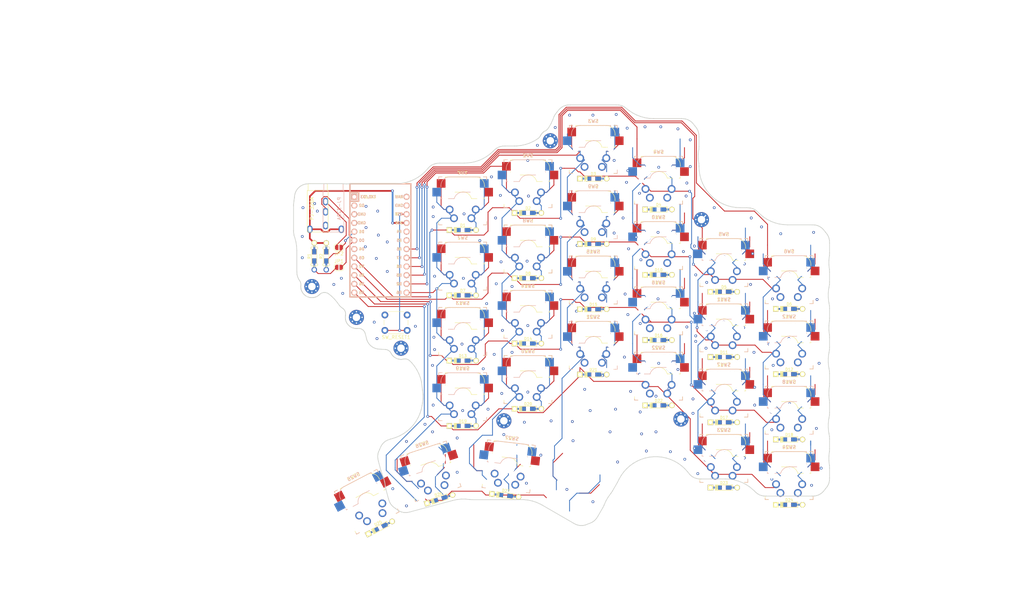
<source format=kicad_pcb>
(kicad_pcb (version 20171130) (host pcbnew 5.1.6-1.fc32)
  (layers (0 F.Cu signal) (31 B.Cu signal) (34 B.Paste user) (35 F.Paste user) (36 B.SilkS user) (37 F.SilkS user) (38 B.Mask user) (39 F.Mask user) (44 Edge.Cuts user))
  (net 0 "")
  (net 1 /row0)
  (net 2 "Net-(D1-Pad2)")
  (net 3 "Net-(D2-Pad2)")
  (net 4 "Net-(D3-Pad2)")
  (net 5 "Net-(D4-Pad2)")
  (net 6 "Net-(D5-Pad2)")
  (net 7 "Net-(D6-Pad2)")
  (net 8 /row1)
  (net 9 "Net-(D7-Pad2)")
  (net 10 "Net-(D8-Pad2)")
  (net 11 "Net-(D9-Pad2)")
  (net 12 "Net-(D10-Pad2)")
  (net 13 "Net-(D11-Pad2)")
  (net 14 "Net-(D12-Pad2)")
  (net 15 /row2)
  (net 16 "Net-(D13-Pad2)")
  (net 17 "Net-(D14-Pad2)")
  (net 18 "Net-(D15-Pad2)")
  (net 19 "Net-(D16-Pad2)")
  (net 20 "Net-(D17-Pad2)")
  (net 21 "Net-(D18-Pad2)")
  (net 22 /row3)
  (net 23 "Net-(D19-Pad2)")
  (net 24 "Net-(D20-Pad2)")
  (net 25 "Net-(D21-Pad2)")
  (net 26 "Net-(D22-Pad2)")
  (net 27 "Net-(D23-Pad2)")
  (net 28 "Net-(D24-Pad2)")
  (net 29 /row4)
  (net 30 "Net-(D25-Pad2)")
  (net 31 "Net-(D26-Pad2)")
  (net 32 "Net-(D27-Pad2)")
  (net 33 /scl_uart)
  (net 34 "Net-(JP1-Pad1)")
  (net 35 /xtradata)
  (net 36 /sda)
  (net 37 VCC)
  (net 38 /col0)
  (net 39 /col1)
  (net 40 /col2)
  (net 41 /col3)
  (net 42 /col4)
  (net 43 /col5)
  (net 44 /rst)
  (net 45 GND)
  (net 46 "Net-(U1-Pad24)")
  (net 47 "Net-(U1-Pad20)")
  (net 48 "Net-(U1-Pad19)")
  (net 49 "Net-(U1-Pad7)")
  (net 50 "Net-(U1-Pad2)")
  (net 51 "Net-(U1-Pad1)")
  (module MountingHole_2.2mm_M2_Pad_Via (layer F.Cu) (at 63.675 68.675)
    (fp_text reference generated hide)
    (fp_text value MountingHole_2.2mm_M2_Pad_Via hide)
    (pad 1 thru_hole circle (at 1.166726 -1.166726) (size 0.7 0.7) (drill 0.4) (layers *.Cu *.Mask))
    (pad 1 thru_hole circle (at 0 -1.65) (size 0.7 0.7) (drill 0.4) (layers *.Cu *.Mask))
    (pad 1 thru_hole circle (at -1.166726 -1.166726) (size 0.7 0.7) (drill 0.4) (layers *.Cu *.Mask))
    (pad 1 thru_hole circle (at -1.65 0) (size 0.7 0.7) (drill 0.4) (layers *.Cu *.Mask))
    (pad 1 thru_hole circle (at -1.166726 1.166726) (size 0.7 0.7) (drill 0.4) (layers *.Cu *.Mask))
    (pad 1 thru_hole circle (at 0 1.65) (size 0.7 0.7) (drill 0.4) (layers *.Cu *.Mask))
    (pad 1 thru_hole circle (at 1.166726 1.166726) (size 0.7 0.7) (drill 0.4) (layers *.Cu *.Mask))
    (pad 1 thru_hole circle (at 1.65 0) (size 0.7 0.7) (drill 0.4) (layers *.Cu *.Mask))
    (pad 1 thru_hole circle (at 0 0) (size 4.4 4.4) (drill 2.2) (layers *.Cu *.Mask))
  )
  (module MountingHole_2.2mm_M2_Pad_Via (layer F.Cu) (at 12.025 69.175)
    (fp_text reference generated hide)
    (fp_text value MountingHole_2.2mm_M2_Pad_Via hide)
    (pad 1 thru_hole circle (at 1.166726 -1.166726) (size 0.7 0.7) (drill 0.4) (layers *.Cu *.Mask))
    (pad 1 thru_hole circle (at 0 -1.65) (size 0.7 0.7) (drill 0.4) (layers *.Cu *.Mask))
    (pad 1 thru_hole circle (at -1.166726 -1.166726) (size 0.7 0.7) (drill 0.4) (layers *.Cu *.Mask))
    (pad 1 thru_hole circle (at -1.65 0) (size 0.7 0.7) (drill 0.4) (layers *.Cu *.Mask))
    (pad 1 thru_hole circle (at -1.166726 1.166726) (size 0.7 0.7) (drill 0.4) (layers *.Cu *.Mask))
    (pad 1 thru_hole circle (at 0 1.65) (size 0.7 0.7) (drill 0.4) (layers *.Cu *.Mask))
    (pad 1 thru_hole circle (at 1.166726 1.166726) (size 0.7 0.7) (drill 0.4) (layers *.Cu *.Mask))
    (pad 1 thru_hole circle (at 1.65 0) (size 0.7 0.7) (drill 0.4) (layers *.Cu *.Mask))
    (pad 1 thru_hole circle (at 0 0) (size 4.4 4.4) (drill 2.2) (layers *.Cu *.Mask))
  )
  (module MountingHole_2.2mm_M2_Pad_Via (layer F.Cu) (at 69.675 10.475)
    (fp_text reference generated hide)
    (fp_text value MountingHole_2.2mm_M2_Pad_Via hide)
    (pad 1 thru_hole circle (at 1.166726 -1.166726) (size 0.7 0.7) (drill 0.4) (layers *.Cu *.Mask))
    (pad 1 thru_hole circle (at 0 -1.65) (size 0.7 0.7) (drill 0.4) (layers *.Cu *.Mask))
    (pad 1 thru_hole circle (at -1.166726 -1.166726) (size 0.7 0.7) (drill 0.4) (layers *.Cu *.Mask))
    (pad 1 thru_hole circle (at -1.65 0) (size 0.7 0.7) (drill 0.4) (layers *.Cu *.Mask))
    (pad 1 thru_hole circle (at -1.166726 1.166726) (size 0.7 0.7) (drill 0.4) (layers *.Cu *.Mask))
    (pad 1 thru_hole circle (at 0 1.65) (size 0.7 0.7) (drill 0.4) (layers *.Cu *.Mask))
    (pad 1 thru_hole circle (at 1.166726 1.166726) (size 0.7 0.7) (drill 0.4) (layers *.Cu *.Mask))
    (pad 1 thru_hole circle (at 1.65 0) (size 0.7 0.7) (drill 0.4) (layers *.Cu *.Mask))
    (pad 1 thru_hole circle (at 0 0) (size 4.4 4.4) (drill 2.2) (layers *.Cu *.Mask))
  )
  (module MountingHole_2.2mm_M2_Pad_Via (layer F.Cu) (at 25.575 -12.525)
    (fp_text reference generated hide)
    (fp_text value MountingHole_2.2mm_M2_Pad_Via hide)
    (pad 1 thru_hole circle (at 1.166726 -1.166726) (size 0.7 0.7) (drill 0.4) (layers *.Cu *.Mask))
    (pad 1 thru_hole circle (at 0 -1.65) (size 0.7 0.7) (drill 0.4) (layers *.Cu *.Mask))
    (pad 1 thru_hole circle (at -1.166726 -1.166726) (size 0.7 0.7) (drill 0.4) (layers *.Cu *.Mask))
    (pad 1 thru_hole circle (at -1.65 0) (size 0.7 0.7) (drill 0.4) (layers *.Cu *.Mask))
    (pad 1 thru_hole circle (at -1.166726 1.166726) (size 0.7 0.7) (drill 0.4) (layers *.Cu *.Mask))
    (pad 1 thru_hole circle (at 0 1.65) (size 0.7 0.7) (drill 0.4) (layers *.Cu *.Mask))
    (pad 1 thru_hole circle (at 1.166726 1.166726) (size 0.7 0.7) (drill 0.4) (layers *.Cu *.Mask))
    (pad 1 thru_hole circle (at 1.65 0) (size 0.7 0.7) (drill 0.4) (layers *.Cu *.Mask))
    (pad 1 thru_hole circle (at 0 0) (size 4.4 4.4) (drill 2.2) (layers *.Cu *.Mask))
  )
  (module MountingHole_2.2mm_M2_Pad_Via (layer F.Cu) (at -31 39)
    (fp_text reference "" hide)
    (fp_text value MountingHole_2.2mm_M2_Pad_Via hide)
    (pad 1 thru_hole circle (at 1.166726 -1.166726) (size 0.7 0.7) (drill 0.4) (layers *.Cu *.Mask))
    (pad 1 thru_hole circle (at 0 -1.65) (size 0.7 0.7) (drill 0.4) (layers *.Cu *.Mask))
    (pad 1 thru_hole circle (at -1.166726 -1.166726) (size 0.7 0.7) (drill 0.4) (layers *.Cu *.Mask))
    (pad 1 thru_hole circle (at -1.65 0) (size 0.7 0.7) (drill 0.4) (layers *.Cu *.Mask))
    (pad 1 thru_hole circle (at -1.166726 1.166726) (size 0.7 0.7) (drill 0.4) (layers *.Cu *.Mask))
    (pad 1 thru_hole circle (at 0 1.65) (size 0.7 0.7) (drill 0.4) (layers *.Cu *.Mask))
    (pad 1 thru_hole circle (at 1.166726 1.166726) (size 0.7 0.7) (drill 0.4) (layers *.Cu *.Mask))
    (pad 1 thru_hole circle (at 1.65 0) (size 0.7 0.7) (drill 0.4) (layers *.Cu *.Mask))
    (pad 1 thru_hole circle (at 0 0) (size 4.4 4.4) (drill 2.2) (layers *.Cu *.Mask))
  )
  (module MountingHole_2.2mm_M2_Pad_Via (layer F.Cu) (at -18 48)
    (fp_text reference "" hide)
    (fp_text value MountingHole_2.2mm_M2_Pad_Via hide)
    (pad 1 thru_hole circle (at 1.166726 -1.166726) (size 0.7 0.7) (drill 0.4) (layers *.Cu *.Mask))
    (pad 1 thru_hole circle (at 0 -1.65) (size 0.7 0.7) (drill 0.4) (layers *.Cu *.Mask))
    (pad 1 thru_hole circle (at -1.166726 -1.166726) (size 0.7 0.7) (drill 0.4) (layers *.Cu *.Mask))
    (pad 1 thru_hole circle (at -1.65 0) (size 0.7 0.7) (drill 0.4) (layers *.Cu *.Mask))
    (pad 1 thru_hole circle (at -1.166726 1.166726) (size 0.7 0.7) (drill 0.4) (layers *.Cu *.Mask))
    (pad 1 thru_hole circle (at 0 1.65) (size 0.7 0.7) (drill 0.4) (layers *.Cu *.Mask))
    (pad 1 thru_hole circle (at 1.166726 1.166726) (size 0.7 0.7) (drill 0.4) (layers *.Cu *.Mask))
    (pad 1 thru_hole circle (at 1.65 0) (size 0.7 0.7) (drill 0.4) (layers *.Cu *.Mask))
    (pad 1 thru_hole circle (at 0 0) (size 4.4 4.4) (drill 2.2) (layers *.Cu *.Mask))
  )
  (module MountingHole_2.2mm_M2_Pad_Via (layer F.Cu) (at -44 30)
    (fp_text reference "" hide)
    (fp_text value MountingHole_2.2mm_M2_Pad_Via hide)
    (pad 1 thru_hole circle (at 0 0) (size 4.4 4.4) (drill 2.2) (layers *.Cu *.Mask))
    (pad 1 thru_hole circle (at 1.65 0) (size 0.7 0.7) (drill 0.4) (layers *.Cu *.Mask))
    (pad 1 thru_hole circle (at 1.166726 1.166726) (size 0.7 0.7) (drill 0.4) (layers *.Cu *.Mask))
    (pad 1 thru_hole circle (at 0 1.65) (size 0.7 0.7) (drill 0.4) (layers *.Cu *.Mask))
    (pad 1 thru_hole circle (at -1.166726 1.166726) (size 0.7 0.7) (drill 0.4) (layers *.Cu *.Mask))
    (pad 1 thru_hole circle (at -1.65 0) (size 0.7 0.7) (drill 0.4) (layers *.Cu *.Mask))
    (pad 1 thru_hole circle (at -1.166726 -1.166726) (size 0.7 0.7) (drill 0.4) (layers *.Cu *.Mask))
    (pad 1 thru_hole circle (at 0 -1.65) (size 0.7 0.7) (drill 0.4) (layers *.Cu *.Mask))
    (pad 1 thru_hole circle (at 1.166726 -1.166726) (size 0.7 0.7) (drill 0.4) (layers *.Cu *.Mask))
  )
  (module Button_Switch_THT:SW_PUSH_6mm_H7.3mm (layer F.Cu) (at -16.2 42.8 180)
    (fp_text reference SW_RESET1 (at 3.25 -2) (layer F.SilkS))
    (fp_text value MX)
    (pad 1 thru_hole circle (at 6.5 0 270) (size 2 2) (drill 1.1) (layers *.Cu *.Mask) (net 44 /rst))
    (pad 2 thru_hole circle (at 6.5 4.5 270) (size 2 2) (drill 1.1) (layers *.Cu *.Mask) (net 45 GND))
    (pad 1 thru_hole circle (at 0 0 270) (size 2 2) (drill 1.1) (layers *.Cu *.Mask) (net 44 /rst))
    (pad 2 thru_hole circle (at 0 4.5 270) (size 2 2) (drill 1.1) (layers *.Cu *.Mask) (net 45 GND))
  )
  (module keyswitches:Kailh_socket_MX_optional_reversible_alt (layer F.Cu) (at 13.4 82.5 353.4)
    (fp_text reference SW27 (at 0 -8.255 353.4) (layer F.SilkS))
    (fp_text value SW_Push)
    (fp_text user %R (at 0 -8.255 353.4) (layer B.SilkS) (effects (justify mirror)))
    (pad "" np_thru_hole circle (at -5.08 0 353.4) (size 1.7018 1.7018) (drill 1.7018) (layers *.Cu *.Mask))
    (pad "" np_thru_hole circle (at 5.08 0 353.4) (size 1.7018 1.7018) (drill 1.7018) (layers *.Cu *.Mask))
    (pad 2 thru_hole circle (at 3.81 2.54 173.4) (size 2.286 2.286) (drill 1.4986) (layers *.Cu *.Mask) (net 32 "Net-(D27-Pad2)"))
    (pad "" np_thru_hole circle (at 0 0 353.4) (size 3.9878 3.9878) (drill 3.9878) (layers *.Cu *.Mask))
    (pad 1 thru_hole circle (at -2.54 5.08 173.4) (size 2.286 2.286) (drill 1.4986) (layers *.Cu *.Mask) (net 40 /col2))
    (pad "" np_thru_hole circle (at -3.81 -2.54 173.4) (size 3 3) (drill 3) (layers *.Cu *.Mask))
    (pad "" np_thru_hole circle (at 2.54 -5.08 173.4) (size 3 3) (drill 3) (layers *.Cu *.Mask))
    (pad 1 thru_hole circle (at -3.81 2.54 353.4) (size 2.286 2.286) (drill 1.4986) (layers *.Cu *.Mask) (net 40 /col2))
    (pad 2 thru_hole circle (at 2.54 5.08 353.4) (size 2.286 2.286) (drill 1.4986) (layers *.Cu *.Mask) (net 32 "Net-(D27-Pad2)"))
    (pad "" np_thru_hole circle (at 3.81 -2.54 353.4) (size 3 3) (drill 3) (layers *.Cu *.Mask))
    (pad "" np_thru_hole circle (at -2.54 -5.08 353.4) (size 3 3) (drill 3) (layers *.Cu *.Mask))
    (pad 2 smd rect (at 7.56 -2.54 353.4) (size 2.55 2.5) (layers F.Cu F.Paste F.Mask) (net 32 "Net-(D27-Pad2)"))
    (pad 1 smd rect (at -6.29 -5.08 353.4) (size 2.55 2.5) (layers F.Cu F.Paste F.Mask) (net 40 /col2))
    (pad 1 smd rect (at -7.56 -2.54 173.4) (size 2.55 2.5) (layers B.Cu B.Paste B.Mask) (net 40 /col2))
    (pad 2 smd rect (at 6.29 -5.08 173.4) (size 2.55 2.5) (layers B.Cu B.Paste B.Mask) (net 32 "Net-(D27-Pad2)"))
  )
  (module keyswitches:Kailh_socket_MX_optional_reversible_alt (layer F.Cu) (at -9.3 83.9 18)
    (fp_text reference SW26 (at 0 -8.255 18) (layer F.SilkS))
    (fp_text value SW_Push)
    (fp_text user %R (at 0 -8.255 18) (layer B.SilkS) (effects (justify mirror)))
    (pad "" np_thru_hole circle (at -5.08 0 18) (size 1.7018 1.7018) (drill 1.7018) (layers *.Cu *.Mask))
    (pad "" np_thru_hole circle (at 5.08 0 18) (size 1.7018 1.7018) (drill 1.7018) (layers *.Cu *.Mask))
    (pad 2 thru_hole circle (at 3.81 2.54 198) (size 2.286 2.286) (drill 1.4986) (layers *.Cu *.Mask) (net 31 "Net-(D26-Pad2)"))
    (pad "" np_thru_hole circle (at 0 0 18) (size 3.9878 3.9878) (drill 3.9878) (layers *.Cu *.Mask))
    (pad 1 thru_hole circle (at -2.54 5.08 198) (size 2.286 2.286) (drill 1.4986) (layers *.Cu *.Mask) (net 39 /col1))
    (pad "" np_thru_hole circle (at -3.81 -2.54 198) (size 3 3) (drill 3) (layers *.Cu *.Mask))
    (pad "" np_thru_hole circle (at 2.54 -5.08 198) (size 3 3) (drill 3) (layers *.Cu *.Mask))
    (pad 1 thru_hole circle (at -3.81 2.54 18) (size 2.286 2.286) (drill 1.4986) (layers *.Cu *.Mask) (net 39 /col1))
    (pad 2 thru_hole circle (at 2.54 5.08 18) (size 2.286 2.286) (drill 1.4986) (layers *.Cu *.Mask) (net 31 "Net-(D26-Pad2)"))
    (pad "" np_thru_hole circle (at 3.81 -2.54 18) (size 3 3) (drill 3) (layers *.Cu *.Mask))
    (pad "" np_thru_hole circle (at -2.54 -5.08 18) (size 3 3) (drill 3) (layers *.Cu *.Mask))
    (pad 2 smd rect (at 7.56 -2.54 18) (size 2.55 2.5) (layers F.Cu F.Paste F.Mask) (net 31 "Net-(D26-Pad2)"))
    (pad 1 smd rect (at -6.29 -5.08 18) (size 2.55 2.5) (layers F.Cu F.Paste F.Mask) (net 39 /col1))
    (pad 1 smd rect (at -7.56 -2.54 198) (size 2.55 2.5) (layers B.Cu B.Paste B.Mask) (net 39 /col1))
    (pad 2 smd rect (at 6.29 -5.08 198) (size 2.55 2.5) (layers B.Cu B.Paste B.Mask) (net 31 "Net-(D26-Pad2)"))
  )
  (module keyswitches:Kailh_socket_MX_optional_reversible_alt (layer F.Cu) (at -28 92.8 27.6)
    (fp_text reference SW25 (at 0 -8.255 27.6) (layer F.SilkS))
    (fp_text value SW_Push)
    (fp_text user %R (at 0 -8.255 27.6) (layer B.SilkS) (effects (justify mirror)))
    (pad "" np_thru_hole circle (at -5.08 0 27.6) (size 1.7018 1.7018) (drill 1.7018) (layers *.Cu *.Mask))
    (pad "" np_thru_hole circle (at 5.08 0 27.6) (size 1.7018 1.7018) (drill 1.7018) (layers *.Cu *.Mask))
    (pad 2 thru_hole circle (at 3.81 2.54 207.6) (size 2.286 2.286) (drill 1.4986) (layers *.Cu *.Mask) (net 30 "Net-(D25-Pad2)"))
    (pad "" np_thru_hole circle (at 0 0 27.6) (size 3.9878 3.9878) (drill 3.9878) (layers *.Cu *.Mask))
    (pad 1 thru_hole circle (at -2.54 5.08 207.6) (size 2.286 2.286) (drill 1.4986) (layers *.Cu *.Mask) (net 38 /col0))
    (pad "" np_thru_hole circle (at -3.81 -2.54 207.6) (size 3 3) (drill 3) (layers *.Cu *.Mask))
    (pad "" np_thru_hole circle (at 2.54 -5.08 207.6) (size 3 3) (drill 3) (layers *.Cu *.Mask))
    (pad 1 thru_hole circle (at -3.81 2.54 27.6) (size 2.286 2.286) (drill 1.4986) (layers *.Cu *.Mask) (net 38 /col0))
    (pad 2 thru_hole circle (at 2.54 5.08 27.6) (size 2.286 2.286) (drill 1.4986) (layers *.Cu *.Mask) (net 30 "Net-(D25-Pad2)"))
    (pad "" np_thru_hole circle (at 3.81 -2.54 27.6) (size 3 3) (drill 3) (layers *.Cu *.Mask))
    (pad "" np_thru_hole circle (at -2.54 -5.08 27.6) (size 3 3) (drill 3) (layers *.Cu *.Mask))
    (pad 2 smd rect (at 7.56 -2.54 27.6) (size 2.55 2.5) (layers F.Cu F.Paste F.Mask) (net 30 "Net-(D25-Pad2)"))
    (pad 1 smd rect (at -6.29 -5.08 27.6) (size 2.55 2.5) (layers F.Cu F.Paste F.Mask) (net 38 /col0))
    (pad 1 smd rect (at -7.56 -2.54 207.6) (size 2.55 2.5) (layers B.Cu B.Paste B.Mask) (net 38 /col0))
    (pad 2 smd rect (at 6.29 -5.08 207.6) (size 2.55 2.5) (layers B.Cu B.Paste B.Mask) (net 30 "Net-(D25-Pad2)"))
  )
  (module keyswitches:Kailh_socket_MX_optional_reversible_alt (layer F.Cu) (at 95.25 85.15)
    (fp_text reference SW24 (at 0 -8.255) (layer F.SilkS))
    (fp_text value SW_Push)
    (fp_text user %R (at 0 -8.255) (layer B.SilkS) (effects (justify mirror)))
    (pad "" np_thru_hole circle (at -5.08 0) (size 1.7018 1.7018) (drill 1.7018) (layers *.Cu *.Mask))
    (pad "" np_thru_hole circle (at 5.08 0) (size 1.7018 1.7018) (drill 1.7018) (layers *.Cu *.Mask))
    (pad 2 thru_hole circle (at 3.81 2.54 180) (size 2.286 2.286) (drill 1.4986) (layers *.Cu *.Mask) (net 28 "Net-(D24-Pad2)"))
    (pad "" np_thru_hole circle (at 0 0) (size 3.9878 3.9878) (drill 3.9878) (layers *.Cu *.Mask))
    (pad 1 thru_hole circle (at -2.54 5.08 180) (size 2.286 2.286) (drill 1.4986) (layers *.Cu *.Mask) (net 43 /col5))
    (pad "" np_thru_hole circle (at -3.81 -2.54 180) (size 3 3) (drill 3) (layers *.Cu *.Mask))
    (pad "" np_thru_hole circle (at 2.54 -5.08 180) (size 3 3) (drill 3) (layers *.Cu *.Mask))
    (pad 1 thru_hole circle (at -3.81 2.54) (size 2.286 2.286) (drill 1.4986) (layers *.Cu *.Mask) (net 43 /col5))
    (pad 2 thru_hole circle (at 2.54 5.08) (size 2.286 2.286) (drill 1.4986) (layers *.Cu *.Mask) (net 28 "Net-(D24-Pad2)"))
    (pad "" np_thru_hole circle (at 3.81 -2.54) (size 3 3) (drill 3) (layers *.Cu *.Mask))
    (pad "" np_thru_hole circle (at -2.54 -5.08) (size 3 3) (drill 3) (layers *.Cu *.Mask))
    (pad 2 smd rect (at 7.56 -2.54) (size 2.55 2.5) (layers F.Cu F.Paste F.Mask) (net 28 "Net-(D24-Pad2)"))
    (pad 1 smd rect (at -6.29 -5.08) (size 2.55 2.5) (layers F.Cu F.Paste F.Mask) (net 43 /col5))
    (pad 1 smd rect (at -7.56 -2.54 180) (size 2.55 2.5) (layers B.Cu B.Paste B.Mask) (net 43 /col5))
    (pad 2 smd rect (at 6.29 -5.08 180) (size 2.55 2.5) (layers B.Cu B.Paste B.Mask) (net 28 "Net-(D24-Pad2)"))
  )
  (module keyswitches:Kailh_socket_MX_optional_reversible_alt (layer F.Cu) (at 76.2 80.15)
    (fp_text reference SW23 (at 0 -8.255) (layer F.SilkS))
    (fp_text value SW_Push)
    (fp_text user %R (at 0 -8.255) (layer B.SilkS) (effects (justify mirror)))
    (pad "" np_thru_hole circle (at -5.08 0) (size 1.7018 1.7018) (drill 1.7018) (layers *.Cu *.Mask))
    (pad "" np_thru_hole circle (at 5.08 0) (size 1.7018 1.7018) (drill 1.7018) (layers *.Cu *.Mask))
    (pad 2 thru_hole circle (at 3.81 2.54 180) (size 2.286 2.286) (drill 1.4986) (layers *.Cu *.Mask) (net 27 "Net-(D23-Pad2)"))
    (pad "" np_thru_hole circle (at 0 0) (size 3.9878 3.9878) (drill 3.9878) (layers *.Cu *.Mask))
    (pad 1 thru_hole circle (at -2.54 5.08 180) (size 2.286 2.286) (drill 1.4986) (layers *.Cu *.Mask) (net 42 /col4))
    (pad "" np_thru_hole circle (at -3.81 -2.54 180) (size 3 3) (drill 3) (layers *.Cu *.Mask))
    (pad "" np_thru_hole circle (at 2.54 -5.08 180) (size 3 3) (drill 3) (layers *.Cu *.Mask))
    (pad 1 thru_hole circle (at -3.81 2.54) (size 2.286 2.286) (drill 1.4986) (layers *.Cu *.Mask) (net 42 /col4))
    (pad 2 thru_hole circle (at 2.54 5.08) (size 2.286 2.286) (drill 1.4986) (layers *.Cu *.Mask) (net 27 "Net-(D23-Pad2)"))
    (pad "" np_thru_hole circle (at 3.81 -2.54) (size 3 3) (drill 3) (layers *.Cu *.Mask))
    (pad "" np_thru_hole circle (at -2.54 -5.08) (size 3 3) (drill 3) (layers *.Cu *.Mask))
    (pad 2 smd rect (at 7.56 -2.54) (size 2.55 2.5) (layers F.Cu F.Paste F.Mask) (net 27 "Net-(D23-Pad2)"))
    (pad 1 smd rect (at -6.29 -5.08) (size 2.55 2.5) (layers F.Cu F.Paste F.Mask) (net 42 /col4))
    (pad 1 smd rect (at -7.56 -2.54 180) (size 2.55 2.5) (layers B.Cu B.Paste B.Mask) (net 42 /col4))
    (pad 2 smd rect (at 6.29 -5.08 180) (size 2.55 2.5) (layers B.Cu B.Paste B.Mask) (net 27 "Net-(D23-Pad2)"))
  )
  (module keyswitches:Kailh_socket_MX_optional_reversible_alt (layer F.Cu) (at 57.15 56.15)
    (fp_text reference SW22 (at 0 -8.255) (layer F.SilkS))
    (fp_text value SW_Push)
    (fp_text user %R (at 0 -8.255) (layer B.SilkS) (effects (justify mirror)))
    (pad "" np_thru_hole circle (at -5.08 0) (size 1.7018 1.7018) (drill 1.7018) (layers *.Cu *.Mask))
    (pad "" np_thru_hole circle (at 5.08 0) (size 1.7018 1.7018) (drill 1.7018) (layers *.Cu *.Mask))
    (pad 2 thru_hole circle (at 3.81 2.54 180) (size 2.286 2.286) (drill 1.4986) (layers *.Cu *.Mask) (net 26 "Net-(D22-Pad2)"))
    (pad "" np_thru_hole circle (at 0 0) (size 3.9878 3.9878) (drill 3.9878) (layers *.Cu *.Mask))
    (pad 1 thru_hole circle (at -2.54 5.08 180) (size 2.286 2.286) (drill 1.4986) (layers *.Cu *.Mask) (net 41 /col3))
    (pad "" np_thru_hole circle (at -3.81 -2.54 180) (size 3 3) (drill 3) (layers *.Cu *.Mask))
    (pad "" np_thru_hole circle (at 2.54 -5.08 180) (size 3 3) (drill 3) (layers *.Cu *.Mask))
    (pad 1 thru_hole circle (at -3.81 2.54) (size 2.286 2.286) (drill 1.4986) (layers *.Cu *.Mask) (net 41 /col3))
    (pad 2 thru_hole circle (at 2.54 5.08) (size 2.286 2.286) (drill 1.4986) (layers *.Cu *.Mask) (net 26 "Net-(D22-Pad2)"))
    (pad "" np_thru_hole circle (at 3.81 -2.54) (size 3 3) (drill 3) (layers *.Cu *.Mask))
    (pad "" np_thru_hole circle (at -2.54 -5.08) (size 3 3) (drill 3) (layers *.Cu *.Mask))
    (pad 2 smd rect (at 7.56 -2.54) (size 2.55 2.5) (layers F.Cu F.Paste F.Mask) (net 26 "Net-(D22-Pad2)"))
    (pad 1 smd rect (at -6.29 -5.08) (size 2.55 2.5) (layers F.Cu F.Paste F.Mask) (net 41 /col3))
    (pad 1 smd rect (at -7.56 -2.54 180) (size 2.55 2.5) (layers B.Cu B.Paste B.Mask) (net 41 /col3))
    (pad 2 smd rect (at 6.29 -5.08 180) (size 2.55 2.5) (layers B.Cu B.Paste B.Mask) (net 26 "Net-(D22-Pad2)"))
  )
  (module keyswitches:Kailh_socket_MX_optional_reversible_alt (layer F.Cu) (at 38.1 47.15)
    (fp_text reference SW21 (at 0 -8.255) (layer F.SilkS))
    (fp_text value SW_Push)
    (fp_text user %R (at 0 -8.255) (layer B.SilkS) (effects (justify mirror)))
    (pad "" np_thru_hole circle (at -5.08 0) (size 1.7018 1.7018) (drill 1.7018) (layers *.Cu *.Mask))
    (pad "" np_thru_hole circle (at 5.08 0) (size 1.7018 1.7018) (drill 1.7018) (layers *.Cu *.Mask))
    (pad 2 thru_hole circle (at 3.81 2.54 180) (size 2.286 2.286) (drill 1.4986) (layers *.Cu *.Mask) (net 25 "Net-(D21-Pad2)"))
    (pad "" np_thru_hole circle (at 0 0) (size 3.9878 3.9878) (drill 3.9878) (layers *.Cu *.Mask))
    (pad 1 thru_hole circle (at -2.54 5.08 180) (size 2.286 2.286) (drill 1.4986) (layers *.Cu *.Mask) (net 40 /col2))
    (pad "" np_thru_hole circle (at -3.81 -2.54 180) (size 3 3) (drill 3) (layers *.Cu *.Mask))
    (pad "" np_thru_hole circle (at 2.54 -5.08 180) (size 3 3) (drill 3) (layers *.Cu *.Mask))
    (pad 1 thru_hole circle (at -3.81 2.54) (size 2.286 2.286) (drill 1.4986) (layers *.Cu *.Mask) (net 40 /col2))
    (pad 2 thru_hole circle (at 2.54 5.08) (size 2.286 2.286) (drill 1.4986) (layers *.Cu *.Mask) (net 25 "Net-(D21-Pad2)"))
    (pad "" np_thru_hole circle (at 3.81 -2.54) (size 3 3) (drill 3) (layers *.Cu *.Mask))
    (pad "" np_thru_hole circle (at -2.54 -5.08) (size 3 3) (drill 3) (layers *.Cu *.Mask))
    (pad 2 smd rect (at 7.56 -2.54) (size 2.55 2.5) (layers F.Cu F.Paste F.Mask) (net 25 "Net-(D21-Pad2)"))
    (pad 1 smd rect (at -6.29 -5.08) (size 2.55 2.5) (layers F.Cu F.Paste F.Mask) (net 40 /col2))
    (pad 1 smd rect (at -7.56 -2.54 180) (size 2.55 2.5) (layers B.Cu B.Paste B.Mask) (net 40 /col2))
    (pad 2 smd rect (at 6.29 -5.08 180) (size 2.55 2.5) (layers B.Cu B.Paste B.Mask) (net 25 "Net-(D21-Pad2)"))
  )
  (module keyswitches:Kailh_socket_MX_optional_reversible_alt (layer F.Cu) (at 19.05 57.15)
    (fp_text reference SW20 (at 0 -8.255) (layer F.SilkS))
    (fp_text value SW_Push)
    (fp_text user %R (at 0 -8.255) (layer B.SilkS) (effects (justify mirror)))
    (pad "" np_thru_hole circle (at -5.08 0) (size 1.7018 1.7018) (drill 1.7018) (layers *.Cu *.Mask))
    (pad "" np_thru_hole circle (at 5.08 0) (size 1.7018 1.7018) (drill 1.7018) (layers *.Cu *.Mask))
    (pad 2 thru_hole circle (at 3.81 2.54 180) (size 2.286 2.286) (drill 1.4986) (layers *.Cu *.Mask) (net 24 "Net-(D20-Pad2)"))
    (pad "" np_thru_hole circle (at 0 0) (size 3.9878 3.9878) (drill 3.9878) (layers *.Cu *.Mask))
    (pad 1 thru_hole circle (at -2.54 5.08 180) (size 2.286 2.286) (drill 1.4986) (layers *.Cu *.Mask) (net 39 /col1))
    (pad "" np_thru_hole circle (at -3.81 -2.54 180) (size 3 3) (drill 3) (layers *.Cu *.Mask))
    (pad "" np_thru_hole circle (at 2.54 -5.08 180) (size 3 3) (drill 3) (layers *.Cu *.Mask))
    (pad 1 thru_hole circle (at -3.81 2.54) (size 2.286 2.286) (drill 1.4986) (layers *.Cu *.Mask) (net 39 /col1))
    (pad 2 thru_hole circle (at 2.54 5.08) (size 2.286 2.286) (drill 1.4986) (layers *.Cu *.Mask) (net 24 "Net-(D20-Pad2)"))
    (pad "" np_thru_hole circle (at 3.81 -2.54) (size 3 3) (drill 3) (layers *.Cu *.Mask))
    (pad "" np_thru_hole circle (at -2.54 -5.08) (size 3 3) (drill 3) (layers *.Cu *.Mask))
    (pad 2 smd rect (at 7.56 -2.54) (size 2.55 2.5) (layers F.Cu F.Paste F.Mask) (net 24 "Net-(D20-Pad2)"))
    (pad 1 smd rect (at -6.29 -5.08) (size 2.55 2.5) (layers F.Cu F.Paste F.Mask) (net 39 /col1))
    (pad 1 smd rect (at -7.56 -2.54 180) (size 2.55 2.5) (layers B.Cu B.Paste B.Mask) (net 39 /col1))
    (pad 2 smd rect (at 6.29 -5.08 180) (size 2.55 2.5) (layers B.Cu B.Paste B.Mask) (net 24 "Net-(D20-Pad2)"))
  )
  (module keyswitches:Kailh_socket_MX_optional_reversible_alt (layer F.Cu) (at 0 62.15)
    (fp_text reference SW19 (at 0 -8.255) (layer F.SilkS))
    (fp_text value SW_Push)
    (fp_text user %R (at 0 -8.255) (layer B.SilkS) (effects (justify mirror)))
    (pad "" np_thru_hole circle (at -5.08 0) (size 1.7018 1.7018) (drill 1.7018) (layers *.Cu *.Mask))
    (pad "" np_thru_hole circle (at 5.08 0) (size 1.7018 1.7018) (drill 1.7018) (layers *.Cu *.Mask))
    (pad 2 thru_hole circle (at 3.81 2.54 180) (size 2.286 2.286) (drill 1.4986) (layers *.Cu *.Mask) (net 23 "Net-(D19-Pad2)"))
    (pad "" np_thru_hole circle (at 0 0) (size 3.9878 3.9878) (drill 3.9878) (layers *.Cu *.Mask))
    (pad 1 thru_hole circle (at -2.54 5.08 180) (size 2.286 2.286) (drill 1.4986) (layers *.Cu *.Mask) (net 38 /col0))
    (pad "" np_thru_hole circle (at -3.81 -2.54 180) (size 3 3) (drill 3) (layers *.Cu *.Mask))
    (pad "" np_thru_hole circle (at 2.54 -5.08 180) (size 3 3) (drill 3) (layers *.Cu *.Mask))
    (pad 1 thru_hole circle (at -3.81 2.54) (size 2.286 2.286) (drill 1.4986) (layers *.Cu *.Mask) (net 38 /col0))
    (pad 2 thru_hole circle (at 2.54 5.08) (size 2.286 2.286) (drill 1.4986) (layers *.Cu *.Mask) (net 23 "Net-(D19-Pad2)"))
    (pad "" np_thru_hole circle (at 3.81 -2.54) (size 3 3) (drill 3) (layers *.Cu *.Mask))
    (pad "" np_thru_hole circle (at -2.54 -5.08) (size 3 3) (drill 3) (layers *.Cu *.Mask))
    (pad 2 smd rect (at 7.56 -2.54) (size 2.55 2.5) (layers F.Cu F.Paste F.Mask) (net 23 "Net-(D19-Pad2)"))
    (pad 1 smd rect (at -6.29 -5.08) (size 2.55 2.5) (layers F.Cu F.Paste F.Mask) (net 38 /col0))
    (pad 1 smd rect (at -7.56 -2.54 180) (size 2.55 2.5) (layers B.Cu B.Paste B.Mask) (net 38 /col0))
    (pad 2 smd rect (at 6.29 -5.08 180) (size 2.55 2.5) (layers B.Cu B.Paste B.Mask) (net 23 "Net-(D19-Pad2)"))
  )
  (module keyswitches:Kailh_socket_MX_optional_reversible_alt (layer F.Cu) (at 95.25 66.099999)
    (fp_text reference SW18 (at 0 -8.255) (layer F.SilkS))
    (fp_text value SW_Push)
    (fp_text user %R (at 0 -8.255) (layer B.SilkS) (effects (justify mirror)))
    (pad "" np_thru_hole circle (at -5.08 0) (size 1.7018 1.7018) (drill 1.7018) (layers *.Cu *.Mask))
    (pad "" np_thru_hole circle (at 5.08 0) (size 1.7018 1.7018) (drill 1.7018) (layers *.Cu *.Mask))
    (pad 2 thru_hole circle (at 3.81 2.54 180) (size 2.286 2.286) (drill 1.4986) (layers *.Cu *.Mask) (net 21 "Net-(D18-Pad2)"))
    (pad "" np_thru_hole circle (at 0 0) (size 3.9878 3.9878) (drill 3.9878) (layers *.Cu *.Mask))
    (pad 1 thru_hole circle (at -2.54 5.08 180) (size 2.286 2.286) (drill 1.4986) (layers *.Cu *.Mask) (net 43 /col5))
    (pad "" np_thru_hole circle (at -3.81 -2.54 180) (size 3 3) (drill 3) (layers *.Cu *.Mask))
    (pad "" np_thru_hole circle (at 2.54 -5.08 180) (size 3 3) (drill 3) (layers *.Cu *.Mask))
    (pad 1 thru_hole circle (at -3.81 2.54) (size 2.286 2.286) (drill 1.4986) (layers *.Cu *.Mask) (net 43 /col5))
    (pad 2 thru_hole circle (at 2.54 5.08) (size 2.286 2.286) (drill 1.4986) (layers *.Cu *.Mask) (net 21 "Net-(D18-Pad2)"))
    (pad "" np_thru_hole circle (at 3.81 -2.54) (size 3 3) (drill 3) (layers *.Cu *.Mask))
    (pad "" np_thru_hole circle (at -2.54 -5.08) (size 3 3) (drill 3) (layers *.Cu *.Mask))
    (pad 2 smd rect (at 7.56 -2.54) (size 2.55 2.5) (layers F.Cu F.Paste F.Mask) (net 21 "Net-(D18-Pad2)"))
    (pad 1 smd rect (at -6.29 -5.08) (size 2.55 2.5) (layers F.Cu F.Paste F.Mask) (net 43 /col5))
    (pad 1 smd rect (at -7.56 -2.54 180) (size 2.55 2.5) (layers B.Cu B.Paste B.Mask) (net 43 /col5))
    (pad 2 smd rect (at 6.29 -5.08 180) (size 2.55 2.5) (layers B.Cu B.Paste B.Mask) (net 21 "Net-(D18-Pad2)"))
  )
  (module keyswitches:Kailh_socket_MX_optional_reversible_alt (layer F.Cu) (at 76.2 61.1)
    (fp_text reference SW17 (at 0 -8.255) (layer F.SilkS))
    (fp_text value SW_Push)
    (fp_text user %R (at 0 -8.255) (layer B.SilkS) (effects (justify mirror)))
    (pad "" np_thru_hole circle (at -5.08 0) (size 1.7018 1.7018) (drill 1.7018) (layers *.Cu *.Mask))
    (pad "" np_thru_hole circle (at 5.08 0) (size 1.7018 1.7018) (drill 1.7018) (layers *.Cu *.Mask))
    (pad 2 thru_hole circle (at 3.81 2.54 180) (size 2.286 2.286) (drill 1.4986) (layers *.Cu *.Mask) (net 20 "Net-(D17-Pad2)"))
    (pad "" np_thru_hole circle (at 0 0) (size 3.9878 3.9878) (drill 3.9878) (layers *.Cu *.Mask))
    (pad 1 thru_hole circle (at -2.54 5.08 180) (size 2.286 2.286) (drill 1.4986) (layers *.Cu *.Mask) (net 42 /col4))
    (pad "" np_thru_hole circle (at -3.81 -2.54 180) (size 3 3) (drill 3) (layers *.Cu *.Mask))
    (pad "" np_thru_hole circle (at 2.54 -5.08 180) (size 3 3) (drill 3) (layers *.Cu *.Mask))
    (pad 1 thru_hole circle (at -3.81 2.54) (size 2.286 2.286) (drill 1.4986) (layers *.Cu *.Mask) (net 42 /col4))
    (pad 2 thru_hole circle (at 2.54 5.08) (size 2.286 2.286) (drill 1.4986) (layers *.Cu *.Mask) (net 20 "Net-(D17-Pad2)"))
    (pad "" np_thru_hole circle (at 3.81 -2.54) (size 3 3) (drill 3) (layers *.Cu *.Mask))
    (pad "" np_thru_hole circle (at -2.54 -5.08) (size 3 3) (drill 3) (layers *.Cu *.Mask))
    (pad 2 smd rect (at 7.56 -2.54) (size 2.55 2.5) (layers F.Cu F.Paste F.Mask) (net 20 "Net-(D17-Pad2)"))
    (pad 1 smd rect (at -6.29 -5.08) (size 2.55 2.5) (layers F.Cu F.Paste F.Mask) (net 42 /col4))
    (pad 1 smd rect (at -7.56 -2.54 180) (size 2.55 2.5) (layers B.Cu B.Paste B.Mask) (net 42 /col4))
    (pad 2 smd rect (at 6.29 -5.08 180) (size 2.55 2.5) (layers B.Cu B.Paste B.Mask) (net 20 "Net-(D17-Pad2)"))
  )
  (module keyswitches:Kailh_socket_MX_optional_reversible_alt (layer F.Cu) (at 57.15 37.1)
    (fp_text reference SW16 (at 0 -8.255) (layer F.SilkS))
    (fp_text value SW_Push)
    (fp_text user %R (at 0 -8.255) (layer B.SilkS) (effects (justify mirror)))
    (pad "" np_thru_hole circle (at -5.08 0) (size 1.7018 1.7018) (drill 1.7018) (layers *.Cu *.Mask))
    (pad "" np_thru_hole circle (at 5.08 0) (size 1.7018 1.7018) (drill 1.7018) (layers *.Cu *.Mask))
    (pad 2 thru_hole circle (at 3.81 2.54 180) (size 2.286 2.286) (drill 1.4986) (layers *.Cu *.Mask) (net 19 "Net-(D16-Pad2)"))
    (pad "" np_thru_hole circle (at 0 0) (size 3.9878 3.9878) (drill 3.9878) (layers *.Cu *.Mask))
    (pad 1 thru_hole circle (at -2.54 5.08 180) (size 2.286 2.286) (drill 1.4986) (layers *.Cu *.Mask) (net 41 /col3))
    (pad "" np_thru_hole circle (at -3.81 -2.54 180) (size 3 3) (drill 3) (layers *.Cu *.Mask))
    (pad "" np_thru_hole circle (at 2.54 -5.08 180) (size 3 3) (drill 3) (layers *.Cu *.Mask))
    (pad 1 thru_hole circle (at -3.81 2.54) (size 2.286 2.286) (drill 1.4986) (layers *.Cu *.Mask) (net 41 /col3))
    (pad 2 thru_hole circle (at 2.54 5.08) (size 2.286 2.286) (drill 1.4986) (layers *.Cu *.Mask) (net 19 "Net-(D16-Pad2)"))
    (pad "" np_thru_hole circle (at 3.81 -2.54) (size 3 3) (drill 3) (layers *.Cu *.Mask))
    (pad "" np_thru_hole circle (at -2.54 -5.08) (size 3 3) (drill 3) (layers *.Cu *.Mask))
    (pad 2 smd rect (at 7.56 -2.54) (size 2.55 2.5) (layers F.Cu F.Paste F.Mask) (net 19 "Net-(D16-Pad2)"))
    (pad 1 smd rect (at -6.29 -5.08) (size 2.55 2.5) (layers F.Cu F.Paste F.Mask) (net 41 /col3))
    (pad 1 smd rect (at -7.56 -2.54 180) (size 2.55 2.5) (layers B.Cu B.Paste B.Mask) (net 41 /col3))
    (pad 2 smd rect (at 6.29 -5.08 180) (size 2.55 2.5) (layers B.Cu B.Paste B.Mask) (net 19 "Net-(D16-Pad2)"))
  )
  (module keyswitches:Kailh_socket_MX_optional_reversible_alt (layer F.Cu) (at 38.1 28.1)
    (fp_text reference SW15 (at 0 -8.255) (layer F.SilkS))
    (fp_text value SW_Push)
    (fp_text user %R (at 0 -8.255) (layer B.SilkS) (effects (justify mirror)))
    (pad "" np_thru_hole circle (at -5.08 0) (size 1.7018 1.7018) (drill 1.7018) (layers *.Cu *.Mask))
    (pad "" np_thru_hole circle (at 5.08 0) (size 1.7018 1.7018) (drill 1.7018) (layers *.Cu *.Mask))
    (pad 2 thru_hole circle (at 3.81 2.54 180) (size 2.286 2.286) (drill 1.4986) (layers *.Cu *.Mask) (net 18 "Net-(D15-Pad2)"))
    (pad "" np_thru_hole circle (at 0 0) (size 3.9878 3.9878) (drill 3.9878) (layers *.Cu *.Mask))
    (pad 1 thru_hole circle (at -2.54 5.08 180) (size 2.286 2.286) (drill 1.4986) (layers *.Cu *.Mask) (net 40 /col2))
    (pad "" np_thru_hole circle (at -3.81 -2.54 180) (size 3 3) (drill 3) (layers *.Cu *.Mask))
    (pad "" np_thru_hole circle (at 2.54 -5.08 180) (size 3 3) (drill 3) (layers *.Cu *.Mask))
    (pad 1 thru_hole circle (at -3.81 2.54) (size 2.286 2.286) (drill 1.4986) (layers *.Cu *.Mask) (net 40 /col2))
    (pad 2 thru_hole circle (at 2.54 5.08) (size 2.286 2.286) (drill 1.4986) (layers *.Cu *.Mask) (net 18 "Net-(D15-Pad2)"))
    (pad "" np_thru_hole circle (at 3.81 -2.54) (size 3 3) (drill 3) (layers *.Cu *.Mask))
    (pad "" np_thru_hole circle (at -2.54 -5.08) (size 3 3) (drill 3) (layers *.Cu *.Mask))
    (pad 2 smd rect (at 7.56 -2.54) (size 2.55 2.5) (layers F.Cu F.Paste F.Mask) (net 18 "Net-(D15-Pad2)"))
    (pad 1 smd rect (at -6.29 -5.08) (size 2.55 2.5) (layers F.Cu F.Paste F.Mask) (net 40 /col2))
    (pad 1 smd rect (at -7.56 -2.54 180) (size 2.55 2.5) (layers B.Cu B.Paste B.Mask) (net 40 /col2))
    (pad 2 smd rect (at 6.29 -5.08 180) (size 2.55 2.5) (layers B.Cu B.Paste B.Mask) (net 18 "Net-(D15-Pad2)"))
  )
  (module keyswitches:Kailh_socket_MX_optional_reversible_alt (layer F.Cu) (at 19.05 38.1)
    (fp_text reference SW14 (at 0 -8.255) (layer F.SilkS))
    (fp_text value SW_Push)
    (fp_text user %R (at 0 -8.255) (layer B.SilkS) (effects (justify mirror)))
    (pad "" np_thru_hole circle (at -5.08 0) (size 1.7018 1.7018) (drill 1.7018) (layers *.Cu *.Mask))
    (pad "" np_thru_hole circle (at 5.08 0) (size 1.7018 1.7018) (drill 1.7018) (layers *.Cu *.Mask))
    (pad 2 thru_hole circle (at 3.81 2.54 180) (size 2.286 2.286) (drill 1.4986) (layers *.Cu *.Mask) (net 17 "Net-(D14-Pad2)"))
    (pad "" np_thru_hole circle (at 0 0) (size 3.9878 3.9878) (drill 3.9878) (layers *.Cu *.Mask))
    (pad 1 thru_hole circle (at -2.54 5.08 180) (size 2.286 2.286) (drill 1.4986) (layers *.Cu *.Mask) (net 39 /col1))
    (pad "" np_thru_hole circle (at -3.81 -2.54 180) (size 3 3) (drill 3) (layers *.Cu *.Mask))
    (pad "" np_thru_hole circle (at 2.54 -5.08 180) (size 3 3) (drill 3) (layers *.Cu *.Mask))
    (pad 1 thru_hole circle (at -3.81 2.54) (size 2.286 2.286) (drill 1.4986) (layers *.Cu *.Mask) (net 39 /col1))
    (pad 2 thru_hole circle (at 2.54 5.08) (size 2.286 2.286) (drill 1.4986) (layers *.Cu *.Mask) (net 17 "Net-(D14-Pad2)"))
    (pad "" np_thru_hole circle (at 3.81 -2.54) (size 3 3) (drill 3) (layers *.Cu *.Mask))
    (pad "" np_thru_hole circle (at -2.54 -5.08) (size 3 3) (drill 3) (layers *.Cu *.Mask))
    (pad 2 smd rect (at 7.56 -2.54) (size 2.55 2.5) (layers F.Cu F.Paste F.Mask) (net 17 "Net-(D14-Pad2)"))
    (pad 1 smd rect (at -6.29 -5.08) (size 2.55 2.5) (layers F.Cu F.Paste F.Mask) (net 39 /col1))
    (pad 1 smd rect (at -7.56 -2.54 180) (size 2.55 2.5) (layers B.Cu B.Paste B.Mask) (net 39 /col1))
    (pad 2 smd rect (at 6.29 -5.08 180) (size 2.55 2.5) (layers B.Cu B.Paste B.Mask) (net 17 "Net-(D14-Pad2)"))
  )
  (module keyswitches:Kailh_socket_MX_optional_reversible_alt (layer F.Cu) (at 0 43.1)
    (fp_text reference SW13 (at 0 -8.255) (layer F.SilkS))
    (fp_text value SW_Push)
    (fp_text user %R (at 0 -8.255) (layer B.SilkS) (effects (justify mirror)))
    (pad "" np_thru_hole circle (at -5.08 0) (size 1.7018 1.7018) (drill 1.7018) (layers *.Cu *.Mask))
    (pad "" np_thru_hole circle (at 5.08 0) (size 1.7018 1.7018) (drill 1.7018) (layers *.Cu *.Mask))
    (pad 2 thru_hole circle (at 3.81 2.54 180) (size 2.286 2.286) (drill 1.4986) (layers *.Cu *.Mask) (net 16 "Net-(D13-Pad2)"))
    (pad "" np_thru_hole circle (at 0 0) (size 3.9878 3.9878) (drill 3.9878) (layers *.Cu *.Mask))
    (pad 1 thru_hole circle (at -2.54 5.08 180) (size 2.286 2.286) (drill 1.4986) (layers *.Cu *.Mask) (net 38 /col0))
    (pad "" np_thru_hole circle (at -3.81 -2.54 180) (size 3 3) (drill 3) (layers *.Cu *.Mask))
    (pad "" np_thru_hole circle (at 2.54 -5.08 180) (size 3 3) (drill 3) (layers *.Cu *.Mask))
    (pad 1 thru_hole circle (at -3.81 2.54) (size 2.286 2.286) (drill 1.4986) (layers *.Cu *.Mask) (net 38 /col0))
    (pad 2 thru_hole circle (at 2.54 5.08) (size 2.286 2.286) (drill 1.4986) (layers *.Cu *.Mask) (net 16 "Net-(D13-Pad2)"))
    (pad "" np_thru_hole circle (at 3.81 -2.54) (size 3 3) (drill 3) (layers *.Cu *.Mask))
    (pad "" np_thru_hole circle (at -2.54 -5.08) (size 3 3) (drill 3) (layers *.Cu *.Mask))
    (pad 2 smd rect (at 7.56 -2.54) (size 2.55 2.5) (layers F.Cu F.Paste F.Mask) (net 16 "Net-(D13-Pad2)"))
    (pad 1 smd rect (at -6.29 -5.08) (size 2.55 2.5) (layers F.Cu F.Paste F.Mask) (net 38 /col0))
    (pad 1 smd rect (at -7.56 -2.54 180) (size 2.55 2.5) (layers B.Cu B.Paste B.Mask) (net 38 /col0))
    (pad 2 smd rect (at 6.29 -5.08 180) (size 2.55 2.5) (layers B.Cu B.Paste B.Mask) (net 16 "Net-(D13-Pad2)"))
  )
  (module keyswitches:Kailh_socket_MX_optional_reversible_alt (layer F.Cu) (at 95.25 47.05)
    (fp_text reference SW12 (at 0 -8.255) (layer F.SilkS))
    (fp_text value SW_Push)
    (fp_text user %R (at 0 -8.255) (layer B.SilkS) (effects (justify mirror)))
    (pad "" np_thru_hole circle (at -5.08 0) (size 1.7018 1.7018) (drill 1.7018) (layers *.Cu *.Mask))
    (pad "" np_thru_hole circle (at 5.08 0) (size 1.7018 1.7018) (drill 1.7018) (layers *.Cu *.Mask))
    (pad 2 thru_hole circle (at 3.81 2.54 180) (size 2.286 2.286) (drill 1.4986) (layers *.Cu *.Mask) (net 14 "Net-(D12-Pad2)"))
    (pad "" np_thru_hole circle (at 0 0) (size 3.9878 3.9878) (drill 3.9878) (layers *.Cu *.Mask))
    (pad 1 thru_hole circle (at -2.54 5.08 180) (size 2.286 2.286) (drill 1.4986) (layers *.Cu *.Mask) (net 43 /col5))
    (pad "" np_thru_hole circle (at -3.81 -2.54 180) (size 3 3) (drill 3) (layers *.Cu *.Mask))
    (pad "" np_thru_hole circle (at 2.54 -5.08 180) (size 3 3) (drill 3) (layers *.Cu *.Mask))
    (pad 1 thru_hole circle (at -3.81 2.54) (size 2.286 2.286) (drill 1.4986) (layers *.Cu *.Mask) (net 43 /col5))
    (pad 2 thru_hole circle (at 2.54 5.08) (size 2.286 2.286) (drill 1.4986) (layers *.Cu *.Mask) (net 14 "Net-(D12-Pad2)"))
    (pad "" np_thru_hole circle (at 3.81 -2.54) (size 3 3) (drill 3) (layers *.Cu *.Mask))
    (pad "" np_thru_hole circle (at -2.54 -5.08) (size 3 3) (drill 3) (layers *.Cu *.Mask))
    (pad 2 smd rect (at 7.56 -2.54) (size 2.55 2.5) (layers F.Cu F.Paste F.Mask) (net 14 "Net-(D12-Pad2)"))
    (pad 1 smd rect (at -6.29 -5.08) (size 2.55 2.5) (layers F.Cu F.Paste F.Mask) (net 43 /col5))
    (pad 1 smd rect (at -7.56 -2.54 180) (size 2.55 2.5) (layers B.Cu B.Paste B.Mask) (net 43 /col5))
    (pad 2 smd rect (at 6.29 -5.08 180) (size 2.55 2.5) (layers B.Cu B.Paste B.Mask) (net 14 "Net-(D12-Pad2)"))
  )
  (module keyswitches:Kailh_socket_MX_optional_reversible_alt (layer F.Cu) (at 76.2 42.05)
    (fp_text reference SW11 (at 0 -8.255) (layer F.SilkS))
    (fp_text value SW_Push)
    (fp_text user %R (at 0 -8.255) (layer B.SilkS) (effects (justify mirror)))
    (pad "" np_thru_hole circle (at -5.08 0) (size 1.7018 1.7018) (drill 1.7018) (layers *.Cu *.Mask))
    (pad "" np_thru_hole circle (at 5.08 0) (size 1.7018 1.7018) (drill 1.7018) (layers *.Cu *.Mask))
    (pad 2 thru_hole circle (at 3.81 2.54 180) (size 2.286 2.286) (drill 1.4986) (layers *.Cu *.Mask) (net 13 "Net-(D11-Pad2)"))
    (pad "" np_thru_hole circle (at 0 0) (size 3.9878 3.9878) (drill 3.9878) (layers *.Cu *.Mask))
    (pad 1 thru_hole circle (at -2.54 5.08 180) (size 2.286 2.286) (drill 1.4986) (layers *.Cu *.Mask) (net 42 /col4))
    (pad "" np_thru_hole circle (at -3.81 -2.54 180) (size 3 3) (drill 3) (layers *.Cu *.Mask))
    (pad "" np_thru_hole circle (at 2.54 -5.08 180) (size 3 3) (drill 3) (layers *.Cu *.Mask))
    (pad 1 thru_hole circle (at -3.81 2.54) (size 2.286 2.286) (drill 1.4986) (layers *.Cu *.Mask) (net 42 /col4))
    (pad 2 thru_hole circle (at 2.54 5.08) (size 2.286 2.286) (drill 1.4986) (layers *.Cu *.Mask) (net 13 "Net-(D11-Pad2)"))
    (pad "" np_thru_hole circle (at 3.81 -2.54) (size 3 3) (drill 3) (layers *.Cu *.Mask))
    (pad "" np_thru_hole circle (at -2.54 -5.08) (size 3 3) (drill 3) (layers *.Cu *.Mask))
    (pad 2 smd rect (at 7.56 -2.54) (size 2.55 2.5) (layers F.Cu F.Paste F.Mask) (net 13 "Net-(D11-Pad2)"))
    (pad 1 smd rect (at -6.29 -5.08) (size 2.55 2.5) (layers F.Cu F.Paste F.Mask) (net 42 /col4))
    (pad 1 smd rect (at -7.56 -2.54 180) (size 2.55 2.5) (layers B.Cu B.Paste B.Mask) (net 42 /col4))
    (pad 2 smd rect (at 6.29 -5.08 180) (size 2.55 2.5) (layers B.Cu B.Paste B.Mask) (net 13 "Net-(D11-Pad2)"))
  )
  (module keyswitches:Kailh_socket_MX_optional_reversible_alt (layer F.Cu) (at 57.15 18.05)
    (fp_text reference SW10 (at 0 -8.255) (layer F.SilkS))
    (fp_text value SW_Push)
    (fp_text user %R (at 0 -8.255) (layer B.SilkS) (effects (justify mirror)))
    (pad "" np_thru_hole circle (at -5.08 0) (size 1.7018 1.7018) (drill 1.7018) (layers *.Cu *.Mask))
    (pad "" np_thru_hole circle (at 5.08 0) (size 1.7018 1.7018) (drill 1.7018) (layers *.Cu *.Mask))
    (pad 2 thru_hole circle (at 3.81 2.54 180) (size 2.286 2.286) (drill 1.4986) (layers *.Cu *.Mask) (net 12 "Net-(D10-Pad2)"))
    (pad "" np_thru_hole circle (at 0 0) (size 3.9878 3.9878) (drill 3.9878) (layers *.Cu *.Mask))
    (pad 1 thru_hole circle (at -2.54 5.08 180) (size 2.286 2.286) (drill 1.4986) (layers *.Cu *.Mask) (net 41 /col3))
    (pad "" np_thru_hole circle (at -3.81 -2.54 180) (size 3 3) (drill 3) (layers *.Cu *.Mask))
    (pad "" np_thru_hole circle (at 2.54 -5.08 180) (size 3 3) (drill 3) (layers *.Cu *.Mask))
    (pad 1 thru_hole circle (at -3.81 2.54) (size 2.286 2.286) (drill 1.4986) (layers *.Cu *.Mask) (net 41 /col3))
    (pad 2 thru_hole circle (at 2.54 5.08) (size 2.286 2.286) (drill 1.4986) (layers *.Cu *.Mask) (net 12 "Net-(D10-Pad2)"))
    (pad "" np_thru_hole circle (at 3.81 -2.54) (size 3 3) (drill 3) (layers *.Cu *.Mask))
    (pad "" np_thru_hole circle (at -2.54 -5.08) (size 3 3) (drill 3) (layers *.Cu *.Mask))
    (pad 2 smd rect (at 7.56 -2.54) (size 2.55 2.5) (layers F.Cu F.Paste F.Mask) (net 12 "Net-(D10-Pad2)"))
    (pad 1 smd rect (at -6.29 -5.08) (size 2.55 2.5) (layers F.Cu F.Paste F.Mask) (net 41 /col3))
    (pad 1 smd rect (at -7.56 -2.54 180) (size 2.55 2.5) (layers B.Cu B.Paste B.Mask) (net 41 /col3))
    (pad 2 smd rect (at 6.29 -5.08 180) (size 2.55 2.5) (layers B.Cu B.Paste B.Mask) (net 12 "Net-(D10-Pad2)"))
  )
  (module keyswitches:Kailh_socket_MX_optional_reversible_alt (layer F.Cu) (at 38.1 9.05)
    (fp_text reference SW9 (at 0 -8.255) (layer F.SilkS))
    (fp_text value SW_Push)
    (fp_text user %R (at 0 -8.255) (layer B.SilkS) (effects (justify mirror)))
    (pad "" np_thru_hole circle (at -5.08 0) (size 1.7018 1.7018) (drill 1.7018) (layers *.Cu *.Mask))
    (pad "" np_thru_hole circle (at 5.08 0) (size 1.7018 1.7018) (drill 1.7018) (layers *.Cu *.Mask))
    (pad 2 thru_hole circle (at 3.81 2.54 180) (size 2.286 2.286) (drill 1.4986) (layers *.Cu *.Mask) (net 11 "Net-(D9-Pad2)"))
    (pad "" np_thru_hole circle (at 0 0) (size 3.9878 3.9878) (drill 3.9878) (layers *.Cu *.Mask))
    (pad 1 thru_hole circle (at -2.54 5.08 180) (size 2.286 2.286) (drill 1.4986) (layers *.Cu *.Mask) (net 40 /col2))
    (pad "" np_thru_hole circle (at -3.81 -2.54 180) (size 3 3) (drill 3) (layers *.Cu *.Mask))
    (pad "" np_thru_hole circle (at 2.54 -5.08 180) (size 3 3) (drill 3) (layers *.Cu *.Mask))
    (pad 1 thru_hole circle (at -3.81 2.54) (size 2.286 2.286) (drill 1.4986) (layers *.Cu *.Mask) (net 40 /col2))
    (pad 2 thru_hole circle (at 2.54 5.08) (size 2.286 2.286) (drill 1.4986) (layers *.Cu *.Mask) (net 11 "Net-(D9-Pad2)"))
    (pad "" np_thru_hole circle (at 3.81 -2.54) (size 3 3) (drill 3) (layers *.Cu *.Mask))
    (pad "" np_thru_hole circle (at -2.54 -5.08) (size 3 3) (drill 3) (layers *.Cu *.Mask))
    (pad 2 smd rect (at 7.56 -2.54) (size 2.55 2.5) (layers F.Cu F.Paste F.Mask) (net 11 "Net-(D9-Pad2)"))
    (pad 1 smd rect (at -6.29 -5.08) (size 2.55 2.5) (layers F.Cu F.Paste F.Mask) (net 40 /col2))
    (pad 1 smd rect (at -7.56 -2.54 180) (size 2.55 2.5) (layers B.Cu B.Paste B.Mask) (net 40 /col2))
    (pad 2 smd rect (at 6.29 -5.08 180) (size 2.55 2.5) (layers B.Cu B.Paste B.Mask) (net 11 "Net-(D9-Pad2)"))
  )
  (module keyswitches:Kailh_socket_MX_optional_reversible_alt (layer F.Cu) (at 19.05 19.05)
    (fp_text reference SW8 (at 0 -8.255) (layer F.SilkS))
    (fp_text value SW_Push)
    (fp_text user %R (at 0 -8.255) (layer B.SilkS) (effects (justify mirror)))
    (pad "" np_thru_hole circle (at -5.08 0) (size 1.7018 1.7018) (drill 1.7018) (layers *.Cu *.Mask))
    (pad "" np_thru_hole circle (at 5.08 0) (size 1.7018 1.7018) (drill 1.7018) (layers *.Cu *.Mask))
    (pad 2 thru_hole circle (at 3.81 2.54 180) (size 2.286 2.286) (drill 1.4986) (layers *.Cu *.Mask) (net 10 "Net-(D8-Pad2)"))
    (pad "" np_thru_hole circle (at 0 0) (size 3.9878 3.9878) (drill 3.9878) (layers *.Cu *.Mask))
    (pad 1 thru_hole circle (at -2.54 5.08 180) (size 2.286 2.286) (drill 1.4986) (layers *.Cu *.Mask) (net 39 /col1))
    (pad "" np_thru_hole circle (at -3.81 -2.54 180) (size 3 3) (drill 3) (layers *.Cu *.Mask))
    (pad "" np_thru_hole circle (at 2.54 -5.08 180) (size 3 3) (drill 3) (layers *.Cu *.Mask))
    (pad 1 thru_hole circle (at -3.81 2.54) (size 2.286 2.286) (drill 1.4986) (layers *.Cu *.Mask) (net 39 /col1))
    (pad 2 thru_hole circle (at 2.54 5.08) (size 2.286 2.286) (drill 1.4986) (layers *.Cu *.Mask) (net 10 "Net-(D8-Pad2)"))
    (pad "" np_thru_hole circle (at 3.81 -2.54) (size 3 3) (drill 3) (layers *.Cu *.Mask))
    (pad "" np_thru_hole circle (at -2.54 -5.08) (size 3 3) (drill 3) (layers *.Cu *.Mask))
    (pad 2 smd rect (at 7.56 -2.54) (size 2.55 2.5) (layers F.Cu F.Paste F.Mask) (net 10 "Net-(D8-Pad2)"))
    (pad 1 smd rect (at -6.29 -5.08) (size 2.55 2.5) (layers F.Cu F.Paste F.Mask) (net 39 /col1))
    (pad 1 smd rect (at -7.56 -2.54 180) (size 2.55 2.5) (layers B.Cu B.Paste B.Mask) (net 39 /col1))
    (pad 2 smd rect (at 6.29 -5.08 180) (size 2.55 2.5) (layers B.Cu B.Paste B.Mask) (net 10 "Net-(D8-Pad2)"))
  )
  (module keyswitches:Kailh_socket_MX_optional_reversible_alt (layer F.Cu) (at 0 24.05)
    (fp_text reference SW7 (at 0 -8.255) (layer F.SilkS))
    (fp_text value SW_Push)
    (fp_text user %R (at 0 -8.255) (layer B.SilkS) (effects (justify mirror)))
    (pad "" np_thru_hole circle (at -5.08 0) (size 1.7018 1.7018) (drill 1.7018) (layers *.Cu *.Mask))
    (pad "" np_thru_hole circle (at 5.08 0) (size 1.7018 1.7018) (drill 1.7018) (layers *.Cu *.Mask))
    (pad 2 thru_hole circle (at 3.81 2.54 180) (size 2.286 2.286) (drill 1.4986) (layers *.Cu *.Mask) (net 9 "Net-(D7-Pad2)"))
    (pad "" np_thru_hole circle (at 0 0) (size 3.9878 3.9878) (drill 3.9878) (layers *.Cu *.Mask))
    (pad 1 thru_hole circle (at -2.54 5.08 180) (size 2.286 2.286) (drill 1.4986) (layers *.Cu *.Mask) (net 38 /col0))
    (pad "" np_thru_hole circle (at -3.81 -2.54 180) (size 3 3) (drill 3) (layers *.Cu *.Mask))
    (pad "" np_thru_hole circle (at 2.54 -5.08 180) (size 3 3) (drill 3) (layers *.Cu *.Mask))
    (pad 1 thru_hole circle (at -3.81 2.54) (size 2.286 2.286) (drill 1.4986) (layers *.Cu *.Mask) (net 38 /col0))
    (pad 2 thru_hole circle (at 2.54 5.08) (size 2.286 2.286) (drill 1.4986) (layers *.Cu *.Mask) (net 9 "Net-(D7-Pad2)"))
    (pad "" np_thru_hole circle (at 3.81 -2.54) (size 3 3) (drill 3) (layers *.Cu *.Mask))
    (pad "" np_thru_hole circle (at -2.54 -5.08) (size 3 3) (drill 3) (layers *.Cu *.Mask))
    (pad 2 smd rect (at 7.56 -2.54) (size 2.55 2.5) (layers F.Cu F.Paste F.Mask) (net 9 "Net-(D7-Pad2)"))
    (pad 1 smd rect (at -6.29 -5.08) (size 2.55 2.5) (layers F.Cu F.Paste F.Mask) (net 38 /col0))
    (pad 1 smd rect (at -7.56 -2.54 180) (size 2.55 2.5) (layers B.Cu B.Paste B.Mask) (net 38 /col0))
    (pad 2 smd rect (at 6.29 -5.08 180) (size 2.55 2.5) (layers B.Cu B.Paste B.Mask) (net 9 "Net-(D7-Pad2)"))
  )
  (module keyswitches:Kailh_socket_MX_optional_reversible_alt (layer F.Cu) (at 95.25 28)
    (fp_text reference SW6 (at 0 -8.255) (layer F.SilkS))
    (fp_text value SW_Push)
    (fp_text user %R (at 0 -8.255) (layer B.SilkS) (effects (justify mirror)))
    (pad "" np_thru_hole circle (at -5.08 0) (size 1.7018 1.7018) (drill 1.7018) (layers *.Cu *.Mask))
    (pad "" np_thru_hole circle (at 5.08 0) (size 1.7018 1.7018) (drill 1.7018) (layers *.Cu *.Mask))
    (pad 2 thru_hole circle (at 3.81 2.54 180) (size 2.286 2.286) (drill 1.4986) (layers *.Cu *.Mask) (net 7 "Net-(D6-Pad2)"))
    (pad "" np_thru_hole circle (at 0 0) (size 3.9878 3.9878) (drill 3.9878) (layers *.Cu *.Mask))
    (pad 1 thru_hole circle (at -2.54 5.08 180) (size 2.286 2.286) (drill 1.4986) (layers *.Cu *.Mask) (net 43 /col5))
    (pad "" np_thru_hole circle (at -3.81 -2.54 180) (size 3 3) (drill 3) (layers *.Cu *.Mask))
    (pad "" np_thru_hole circle (at 2.54 -5.08 180) (size 3 3) (drill 3) (layers *.Cu *.Mask))
    (pad 1 thru_hole circle (at -3.81 2.54) (size 2.286 2.286) (drill 1.4986) (layers *.Cu *.Mask) (net 43 /col5))
    (pad 2 thru_hole circle (at 2.54 5.08) (size 2.286 2.286) (drill 1.4986) (layers *.Cu *.Mask) (net 7 "Net-(D6-Pad2)"))
    (pad "" np_thru_hole circle (at 3.81 -2.54) (size 3 3) (drill 3) (layers *.Cu *.Mask))
    (pad "" np_thru_hole circle (at -2.54 -5.08) (size 3 3) (drill 3) (layers *.Cu *.Mask))
    (pad 2 smd rect (at 7.56 -2.54) (size 2.55 2.5) (layers F.Cu F.Paste F.Mask) (net 7 "Net-(D6-Pad2)"))
    (pad 1 smd rect (at -6.29 -5.08) (size 2.55 2.5) (layers F.Cu F.Paste F.Mask) (net 43 /col5))
    (pad 1 smd rect (at -7.56 -2.54 180) (size 2.55 2.5) (layers B.Cu B.Paste B.Mask) (net 43 /col5))
    (pad 2 smd rect (at 6.29 -5.08 180) (size 2.55 2.5) (layers B.Cu B.Paste B.Mask) (net 7 "Net-(D6-Pad2)"))
  )
  (module keyswitches:Kailh_socket_MX_optional_reversible_alt (layer F.Cu) (at 76.2 23)
    (fp_text reference SW5 (at 0 -8.255) (layer F.SilkS))
    (fp_text value SW_Push)
    (fp_text user %R (at 0 -8.255) (layer B.SilkS) (effects (justify mirror)))
    (pad "" np_thru_hole circle (at -5.08 0) (size 1.7018 1.7018) (drill 1.7018) (layers *.Cu *.Mask))
    (pad "" np_thru_hole circle (at 5.08 0) (size 1.7018 1.7018) (drill 1.7018) (layers *.Cu *.Mask))
    (pad 2 thru_hole circle (at 3.81 2.54 180) (size 2.286 2.286) (drill 1.4986) (layers *.Cu *.Mask) (net 6 "Net-(D5-Pad2)"))
    (pad "" np_thru_hole circle (at 0 0) (size 3.9878 3.9878) (drill 3.9878) (layers *.Cu *.Mask))
    (pad 1 thru_hole circle (at -2.54 5.08 180) (size 2.286 2.286) (drill 1.4986) (layers *.Cu *.Mask) (net 42 /col4))
    (pad "" np_thru_hole circle (at -3.81 -2.54 180) (size 3 3) (drill 3) (layers *.Cu *.Mask))
    (pad "" np_thru_hole circle (at 2.54 -5.08 180) (size 3 3) (drill 3) (layers *.Cu *.Mask))
    (pad 1 thru_hole circle (at -3.81 2.54) (size 2.286 2.286) (drill 1.4986) (layers *.Cu *.Mask) (net 42 /col4))
    (pad 2 thru_hole circle (at 2.54 5.08) (size 2.286 2.286) (drill 1.4986) (layers *.Cu *.Mask) (net 6 "Net-(D5-Pad2)"))
    (pad "" np_thru_hole circle (at 3.81 -2.54) (size 3 3) (drill 3) (layers *.Cu *.Mask))
    (pad "" np_thru_hole circle (at -2.54 -5.08) (size 3 3) (drill 3) (layers *.Cu *.Mask))
    (pad 2 smd rect (at 7.56 -2.54) (size 2.55 2.5) (layers F.Cu F.Paste F.Mask) (net 6 "Net-(D5-Pad2)"))
    (pad 1 smd rect (at -6.29 -5.08) (size 2.55 2.5) (layers F.Cu F.Paste F.Mask) (net 42 /col4))
    (pad 1 smd rect (at -7.56 -2.54 180) (size 2.55 2.5) (layers B.Cu B.Paste B.Mask) (net 42 /col4))
    (pad 2 smd rect (at 6.29 -5.08 180) (size 2.55 2.5) (layers B.Cu B.Paste B.Mask) (net 6 "Net-(D5-Pad2)"))
  )
  (module keyswitches:Kailh_socket_MX_optional_reversible_alt (layer F.Cu) (at 57.15 -1)
    (fp_text reference SW4 (at 0 -8.255) (layer F.SilkS))
    (fp_text value SW_Push)
    (fp_text user %R (at 0 -8.255) (layer B.SilkS) (effects (justify mirror)))
    (pad "" np_thru_hole circle (at -5.08 0) (size 1.7018 1.7018) (drill 1.7018) (layers *.Cu *.Mask))
    (pad "" np_thru_hole circle (at 5.08 0) (size 1.7018 1.7018) (drill 1.7018) (layers *.Cu *.Mask))
    (pad 2 thru_hole circle (at 3.81 2.54 180) (size 2.286 2.286) (drill 1.4986) (layers *.Cu *.Mask) (net 5 "Net-(D4-Pad2)"))
    (pad "" np_thru_hole circle (at 0 0) (size 3.9878 3.9878) (drill 3.9878) (layers *.Cu *.Mask))
    (pad 1 thru_hole circle (at -2.54 5.08 180) (size 2.286 2.286) (drill 1.4986) (layers *.Cu *.Mask) (net 41 /col3))
    (pad "" np_thru_hole circle (at -3.81 -2.54 180) (size 3 3) (drill 3) (layers *.Cu *.Mask))
    (pad "" np_thru_hole circle (at 2.54 -5.08 180) (size 3 3) (drill 3) (layers *.Cu *.Mask))
    (pad 1 thru_hole circle (at -3.81 2.54) (size 2.286 2.286) (drill 1.4986) (layers *.Cu *.Mask) (net 41 /col3))
    (pad 2 thru_hole circle (at 2.54 5.08) (size 2.286 2.286) (drill 1.4986) (layers *.Cu *.Mask) (net 5 "Net-(D4-Pad2)"))
    (pad "" np_thru_hole circle (at 3.81 -2.54) (size 3 3) (drill 3) (layers *.Cu *.Mask))
    (pad "" np_thru_hole circle (at -2.54 -5.08) (size 3 3) (drill 3) (layers *.Cu *.Mask))
    (pad 2 smd rect (at 7.56 -2.54) (size 2.55 2.5) (layers F.Cu F.Paste F.Mask) (net 5 "Net-(D4-Pad2)"))
    (pad 1 smd rect (at -6.29 -5.08) (size 2.55 2.5) (layers F.Cu F.Paste F.Mask) (net 41 /col3))
    (pad 1 smd rect (at -7.56 -2.54 180) (size 2.55 2.5) (layers B.Cu B.Paste B.Mask) (net 41 /col3))
    (pad 2 smd rect (at 6.29 -5.08 180) (size 2.55 2.5) (layers B.Cu B.Paste B.Mask) (net 5 "Net-(D4-Pad2)"))
  )
  (module keyswitches:Kailh_socket_MX_optional_reversible_alt (layer F.Cu) (at 38.1 -10)
    (fp_text reference SW3 (at 0 -8.255) (layer F.SilkS))
    (fp_text value SW_Push)
    (fp_text user %R (at 0 -8.255) (layer B.SilkS) (effects (justify mirror)))
    (pad "" np_thru_hole circle (at -5.08 0) (size 1.7018 1.7018) (drill 1.7018) (layers *.Cu *.Mask))
    (pad "" np_thru_hole circle (at 5.08 0) (size 1.7018 1.7018) (drill 1.7018) (layers *.Cu *.Mask))
    (pad 2 thru_hole circle (at 3.81 2.54 180) (size 2.286 2.286) (drill 1.4986) (layers *.Cu *.Mask) (net 4 "Net-(D3-Pad2)"))
    (pad "" np_thru_hole circle (at 0 0) (size 3.9878 3.9878) (drill 3.9878) (layers *.Cu *.Mask))
    (pad 1 thru_hole circle (at -2.54 5.08 180) (size 2.286 2.286) (drill 1.4986) (layers *.Cu *.Mask) (net 40 /col2))
    (pad "" np_thru_hole circle (at -3.81 -2.54 180) (size 3 3) (drill 3) (layers *.Cu *.Mask))
    (pad "" np_thru_hole circle (at 2.54 -5.08 180) (size 3 3) (drill 3) (layers *.Cu *.Mask))
    (pad 1 thru_hole circle (at -3.81 2.54) (size 2.286 2.286) (drill 1.4986) (layers *.Cu *.Mask) (net 40 /col2))
    (pad 2 thru_hole circle (at 2.54 5.08) (size 2.286 2.286) (drill 1.4986) (layers *.Cu *.Mask) (net 4 "Net-(D3-Pad2)"))
    (pad "" np_thru_hole circle (at 3.81 -2.54) (size 3 3) (drill 3) (layers *.Cu *.Mask))
    (pad "" np_thru_hole circle (at -2.54 -5.08) (size 3 3) (drill 3) (layers *.Cu *.Mask))
    (pad 2 smd rect (at 7.56 -2.54) (size 2.55 2.5) (layers F.Cu F.Paste F.Mask) (net 4 "Net-(D3-Pad2)"))
    (pad 1 smd rect (at -6.29 -5.08) (size 2.55 2.5) (layers F.Cu F.Paste F.Mask) (net 40 /col2))
    (pad 1 smd rect (at -7.56 -2.54 180) (size 2.55 2.5) (layers B.Cu B.Paste B.Mask) (net 40 /col2))
    (pad 2 smd rect (at 6.29 -5.08 180) (size 2.55 2.5) (layers B.Cu B.Paste B.Mask) (net 4 "Net-(D3-Pad2)"))
  )
  (module keyswitches:Kailh_socket_MX_optional_reversible_alt (layer F.Cu) (at 19.05 0)
    (fp_text reference SW2 (at 0 -8.255) (layer F.SilkS))
    (fp_text value SW_Push)
    (fp_text user %R (at 0 -8.255) (layer B.SilkS) (effects (justify mirror)))
    (pad "" np_thru_hole circle (at -5.08 0) (size 1.7018 1.7018) (drill 1.7018) (layers *.Cu *.Mask))
    (pad "" np_thru_hole circle (at 5.08 0) (size 1.7018 1.7018) (drill 1.7018) (layers *.Cu *.Mask))
    (pad 2 thru_hole circle (at 3.81 2.54 180) (size 2.286 2.286) (drill 1.4986) (layers *.Cu *.Mask) (net 3 "Net-(D2-Pad2)"))
    (pad "" np_thru_hole circle (at 0 0) (size 3.9878 3.9878) (drill 3.9878) (layers *.Cu *.Mask))
    (pad 1 thru_hole circle (at -2.54 5.08 180) (size 2.286 2.286) (drill 1.4986) (layers *.Cu *.Mask) (net 39 /col1))
    (pad "" np_thru_hole circle (at -3.81 -2.54 180) (size 3 3) (drill 3) (layers *.Cu *.Mask))
    (pad "" np_thru_hole circle (at 2.54 -5.08 180) (size 3 3) (drill 3) (layers *.Cu *.Mask))
    (pad 1 thru_hole circle (at -3.81 2.54) (size 2.286 2.286) (drill 1.4986) (layers *.Cu *.Mask) (net 39 /col1))
    (pad 2 thru_hole circle (at 2.54 5.08) (size 2.286 2.286) (drill 1.4986) (layers *.Cu *.Mask) (net 3 "Net-(D2-Pad2)"))
    (pad "" np_thru_hole circle (at 3.81 -2.54) (size 3 3) (drill 3) (layers *.Cu *.Mask))
    (pad "" np_thru_hole circle (at -2.54 -5.08) (size 3 3) (drill 3) (layers *.Cu *.Mask))
    (pad 2 smd rect (at 7.56 -2.54) (size 2.55 2.5) (layers F.Cu F.Paste F.Mask) (net 3 "Net-(D2-Pad2)"))
    (pad 1 smd rect (at -6.29 -5.08) (size 2.55 2.5) (layers F.Cu F.Paste F.Mask) (net 39 /col1))
    (pad 1 smd rect (at -7.56 -2.54 180) (size 2.55 2.5) (layers B.Cu B.Paste B.Mask) (net 39 /col1))
    (pad 2 smd rect (at 6.29 -5.08 180) (size 2.55 2.5) (layers B.Cu B.Paste B.Mask) (net 3 "Net-(D2-Pad2)"))
  )
  (module keyswitches:Kailh_socket_MX_optional_reversible_alt (layer F.Cu) (at 0 5)
    (fp_text reference SW1 (at 0 -8.255) (layer F.SilkS))
    (fp_text value SW_Push)
    (fp_text user %R (at 0 -8.255) (layer B.SilkS) (effects (justify mirror)))
    (pad "" np_thru_hole circle (at -5.08 0) (size 1.7018 1.7018) (drill 1.7018) (layers *.Cu *.Mask))
    (pad "" np_thru_hole circle (at 5.08 0) (size 1.7018 1.7018) (drill 1.7018) (layers *.Cu *.Mask))
    (pad 2 thru_hole circle (at 3.81 2.54 180) (size 2.286 2.286) (drill 1.4986) (layers *.Cu *.Mask) (net 2 "Net-(D1-Pad2)"))
    (pad "" np_thru_hole circle (at 0 0) (size 3.9878 3.9878) (drill 3.9878) (layers *.Cu *.Mask))
    (pad 1 thru_hole circle (at -2.54 5.08 180) (size 2.286 2.286) (drill 1.4986) (layers *.Cu *.Mask) (net 38 /col0))
    (pad "" np_thru_hole circle (at -3.81 -2.54 180) (size 3 3) (drill 3) (layers *.Cu *.Mask))
    (pad "" np_thru_hole circle (at 2.54 -5.08 180) (size 3 3) (drill 3) (layers *.Cu *.Mask))
    (pad 1 thru_hole circle (at -3.81 2.54) (size 2.286 2.286) (drill 1.4986) (layers *.Cu *.Mask) (net 38 /col0))
    (pad 2 thru_hole circle (at 2.54 5.08) (size 2.286 2.286) (drill 1.4986) (layers *.Cu *.Mask) (net 2 "Net-(D1-Pad2)"))
    (pad "" np_thru_hole circle (at 3.81 -2.54) (size 3 3) (drill 3) (layers *.Cu *.Mask))
    (pad "" np_thru_hole circle (at -2.54 -5.08) (size 3 3) (drill 3) (layers *.Cu *.Mask))
    (pad 2 smd rect (at 7.56 -2.54) (size 2.55 2.5) (layers F.Cu F.Paste F.Mask) (net 2 "Net-(D1-Pad2)"))
    (pad 1 smd rect (at -6.29 -5.08) (size 2.55 2.5) (layers F.Cu F.Paste F.Mask) (net 38 /col0))
    (pad 1 smd rect (at -7.56 -2.54 180) (size 2.55 2.5) (layers B.Cu B.Paste B.Mask) (net 38 /col0))
    (pad 2 smd rect (at 6.29 -5.08 180) (size 2.55 2.5) (layers B.Cu B.Paste B.Mask) (net 2 "Net-(D1-Pad2)"))
  )
  (module keebio-footprints:Diode-dual (layer F.Cu) (at 12.42016 90.968502 173.4)
    (fp_text reference D27 (at -0.0254 1.4 173.4) (layer F.SilkS) (effects (font (size 0.8 0.8))))
    (fp_text value D hide)
    (pad 1 smd rect (at 2.5 0 173.4) (size 2.9 0.5) (layers F.Cu) (net 29 /row4))
    (pad 2 smd rect (at -2.5 0 173.4) (size 2.9 0.5) (layers F.Cu) (net 32 "Net-(D27-Pad2)"))
    (pad 1 thru_hole rect (at 3.9 0 173.4) (size 1.6 1.6) (drill 1) (layers *.Cu *.Mask F.SilkS) (net 29 /row4))
    (pad 2 thru_hole circle (at -3.9 0 173.4) (size 1.6 1.6) (drill 1) (layers *.Cu *.Mask F.SilkS) (net 32 "Net-(D27-Pad2)"))
    (pad 2 smd rect (at -1.4 0 173.4) (size 1.6 1.2) (layers F.Cu F.Paste F.Mask) (net 32 "Net-(D27-Pad2)"))
    (pad 1 smd rect (at 1.4 0 173.4) (size 1.6 1.2) (layers F.Cu F.Paste F.Mask) (net 29 /row4))
    (pad 1 smd rect (at 2.5 0 173.4) (size 2.9 0.5) (layers B.Cu) (net 29 /row4))
    (pad 1 smd rect (at 1.4 0 173.4) (size 1.6 1.2) (layers B.Cu B.Paste B.Mask) (net 29 /row4))
    (pad 2 smd rect (at -1.4 0 173.4) (size 1.6 1.2) (layers B.Cu B.Paste B.Mask) (net 32 "Net-(D27-Pad2)"))
    (pad 2 smd rect (at -2.5 0 173.4) (size 2.9 0.5) (layers B.Cu) (net 32 "Net-(D27-Pad2)"))
  )
  (module keebio-footprints:Diode-dual (layer F.Cu) (at -6.66563 92.007756 198)
    (fp_text reference D26 (at -0.0254 1.4 198) (layer F.SilkS) (effects (font (size 0.8 0.8))))
    (fp_text value D hide)
    (pad 1 smd rect (at 2.5 0 198) (size 2.9 0.5) (layers F.Cu) (net 29 /row4))
    (pad 2 smd rect (at -2.5 0 198) (size 2.9 0.5) (layers F.Cu) (net 31 "Net-(D26-Pad2)"))
    (pad 1 thru_hole rect (at 3.9 0 198) (size 1.6 1.6) (drill 1) (layers *.Cu *.Mask F.SilkS) (net 29 /row4))
    (pad 2 thru_hole circle (at -3.9 0 198) (size 1.6 1.6) (drill 1) (layers *.Cu *.Mask F.SilkS) (net 31 "Net-(D26-Pad2)"))
    (pad 2 smd rect (at -1.4 0 198) (size 1.6 1.2) (layers F.Cu F.Paste F.Mask) (net 31 "Net-(D26-Pad2)"))
    (pad 1 smd rect (at 1.4 0 198) (size 1.6 1.2) (layers F.Cu F.Paste F.Mask) (net 29 /row4))
    (pad 1 smd rect (at 2.5 0 198) (size 2.9 0.5) (layers B.Cu) (net 29 /row4))
    (pad 1 smd rect (at 1.4 0 198) (size 1.6 1.2) (layers B.Cu B.Paste B.Mask) (net 29 /row4))
    (pad 2 smd rect (at -1.4 0 198) (size 1.6 1.2) (layers B.Cu B.Paste B.Mask) (net 31 "Net-(D26-Pad2)"))
    (pad 2 smd rect (at -2.5 0 198) (size 2.9 0.5) (layers B.Cu) (net 31 "Net-(D26-Pad2)"))
  )
  (module keebio-footprints:Diode-dual (layer F.Cu) (at -24.050401 100.354885 207.6)
    (fp_text reference D25 (at -0.0254 1.4 207.6) (layer F.SilkS) (effects (font (size 0.8 0.8))))
    (fp_text value D hide)
    (pad 1 smd rect (at 2.5 0 207.6) (size 2.9 0.5) (layers F.Cu) (net 29 /row4))
    (pad 2 smd rect (at -2.5 0 207.6) (size 2.9 0.5) (layers F.Cu) (net 30 "Net-(D25-Pad2)"))
    (pad 1 thru_hole rect (at 3.9 0 207.6) (size 1.6 1.6) (drill 1) (layers *.Cu *.Mask F.SilkS) (net 29 /row4))
    (pad 2 thru_hole circle (at -3.9 0 207.6) (size 1.6 1.6) (drill 1) (layers *.Cu *.Mask F.SilkS) (net 30 "Net-(D25-Pad2)"))
    (pad 2 smd rect (at -1.4 0 207.6) (size 1.6 1.2) (layers F.Cu F.Paste F.Mask) (net 30 "Net-(D25-Pad2)"))
    (pad 1 smd rect (at 1.4 0 207.6) (size 1.6 1.2) (layers F.Cu F.Paste F.Mask) (net 29 /row4))
    (pad 1 smd rect (at 2.5 0 207.6) (size 2.9 0.5) (layers B.Cu) (net 29 /row4))
    (pad 1 smd rect (at 1.4 0 207.6) (size 1.6 1.2) (layers B.Cu B.Paste B.Mask) (net 29 /row4))
    (pad 2 smd rect (at -1.4 0 207.6) (size 1.6 1.2) (layers B.Cu B.Paste B.Mask) (net 30 "Net-(D25-Pad2)"))
    (pad 2 smd rect (at -2.5 0 207.6) (size 2.9 0.5) (layers B.Cu) (net 30 "Net-(D25-Pad2)"))
  )
  (module keebio-footprints:Diode-dual (layer F.Cu) (at 95.25 93.675 180)
    (fp_text reference D24 (at -0.0254 1.4 180) (layer F.SilkS) (effects (font (size 0.8 0.8))))
    (fp_text value D hide)
    (pad 1 smd rect (at 2.5 0 180) (size 2.9 0.5) (layers F.Cu) (net 22 /row3))
    (pad 2 smd rect (at -2.5 0 180) (size 2.9 0.5) (layers F.Cu) (net 28 "Net-(D24-Pad2)"))
    (pad 1 thru_hole rect (at 3.9 0 180) (size 1.6 1.6) (drill 1) (layers *.Cu *.Mask F.SilkS) (net 22 /row3))
    (pad 2 thru_hole circle (at -3.9 0 180) (size 1.6 1.6) (drill 1) (layers *.Cu *.Mask F.SilkS) (net 28 "Net-(D24-Pad2)"))
    (pad 2 smd rect (at -1.4 0 180) (size 1.6 1.2) (layers F.Cu F.Paste F.Mask) (net 28 "Net-(D24-Pad2)"))
    (pad 1 smd rect (at 1.4 0 180) (size 1.6 1.2) (layers F.Cu F.Paste F.Mask) (net 22 /row3))
    (pad 1 smd rect (at 2.5 0 180) (size 2.9 0.5) (layers B.Cu) (net 22 /row3))
    (pad 1 smd rect (at 1.4 0 180) (size 1.6 1.2) (layers B.Cu B.Paste B.Mask) (net 22 /row3))
    (pad 2 smd rect (at -1.4 0 180) (size 1.6 1.2) (layers B.Cu B.Paste B.Mask) (net 28 "Net-(D24-Pad2)"))
    (pad 2 smd rect (at -2.5 0 180) (size 2.9 0.5) (layers B.Cu) (net 28 "Net-(D24-Pad2)"))
  )
  (module keebio-footprints:Diode-dual (layer F.Cu) (at 76.2 88.675 180)
    (fp_text reference D23 (at -0.0254 1.4 180) (layer F.SilkS) (effects (font (size 0.8 0.8))))
    (fp_text value D hide)
    (pad 1 smd rect (at 2.5 0 180) (size 2.9 0.5) (layers F.Cu) (net 22 /row3))
    (pad 2 smd rect (at -2.5 0 180) (size 2.9 0.5) (layers F.Cu) (net 27 "Net-(D23-Pad2)"))
    (pad 1 thru_hole rect (at 3.9 0 180) (size 1.6 1.6) (drill 1) (layers *.Cu *.Mask F.SilkS) (net 22 /row3))
    (pad 2 thru_hole circle (at -3.9 0 180) (size 1.6 1.6) (drill 1) (layers *.Cu *.Mask F.SilkS) (net 27 "Net-(D23-Pad2)"))
    (pad 2 smd rect (at -1.4 0 180) (size 1.6 1.2) (layers F.Cu F.Paste F.Mask) (net 27 "Net-(D23-Pad2)"))
    (pad 1 smd rect (at 1.4 0 180) (size 1.6 1.2) (layers F.Cu F.Paste F.Mask) (net 22 /row3))
    (pad 1 smd rect (at 2.5 0 180) (size 2.9 0.5) (layers B.Cu) (net 22 /row3))
    (pad 1 smd rect (at 1.4 0 180) (size 1.6 1.2) (layers B.Cu B.Paste B.Mask) (net 22 /row3))
    (pad 2 smd rect (at -1.4 0 180) (size 1.6 1.2) (layers B.Cu B.Paste B.Mask) (net 27 "Net-(D23-Pad2)"))
    (pad 2 smd rect (at -2.5 0 180) (size 2.9 0.5) (layers B.Cu) (net 27 "Net-(D23-Pad2)"))
  )
  (module keebio-footprints:Diode-dual (layer F.Cu) (at 57.15 64.675 180)
    (fp_text reference D22 (at -0.0254 1.4 180) (layer F.SilkS) (effects (font (size 0.8 0.8))))
    (fp_text value D hide)
    (pad 1 smd rect (at 2.5 0 180) (size 2.9 0.5) (layers F.Cu) (net 22 /row3))
    (pad 2 smd rect (at -2.5 0 180) (size 2.9 0.5) (layers F.Cu) (net 26 "Net-(D22-Pad2)"))
    (pad 1 thru_hole rect (at 3.9 0 180) (size 1.6 1.6) (drill 1) (layers *.Cu *.Mask F.SilkS) (net 22 /row3))
    (pad 2 thru_hole circle (at -3.9 0 180) (size 1.6 1.6) (drill 1) (layers *.Cu *.Mask F.SilkS) (net 26 "Net-(D22-Pad2)"))
    (pad 2 smd rect (at -1.4 0 180) (size 1.6 1.2) (layers F.Cu F.Paste F.Mask) (net 26 "Net-(D22-Pad2)"))
    (pad 1 smd rect (at 1.4 0 180) (size 1.6 1.2) (layers F.Cu F.Paste F.Mask) (net 22 /row3))
    (pad 1 smd rect (at 2.5 0 180) (size 2.9 0.5) (layers B.Cu) (net 22 /row3))
    (pad 1 smd rect (at 1.4 0 180) (size 1.6 1.2) (layers B.Cu B.Paste B.Mask) (net 22 /row3))
    (pad 2 smd rect (at -1.4 0 180) (size 1.6 1.2) (layers B.Cu B.Paste B.Mask) (net 26 "Net-(D22-Pad2)"))
    (pad 2 smd rect (at -2.5 0 180) (size 2.9 0.5) (layers B.Cu) (net 26 "Net-(D22-Pad2)"))
  )
  (module keebio-footprints:Diode-dual (layer F.Cu) (at 38.1 55.675 180)
    (fp_text reference D21 (at -0.0254 1.4 180) (layer F.SilkS) (effects (font (size 0.8 0.8))))
    (fp_text value D hide)
    (pad 1 smd rect (at 2.5 0 180) (size 2.9 0.5) (layers F.Cu) (net 22 /row3))
    (pad 2 smd rect (at -2.5 0 180) (size 2.9 0.5) (layers F.Cu) (net 25 "Net-(D21-Pad2)"))
    (pad 1 thru_hole rect (at 3.9 0 180) (size 1.6 1.6) (drill 1) (layers *.Cu *.Mask F.SilkS) (net 22 /row3))
    (pad 2 thru_hole circle (at -3.9 0 180) (size 1.6 1.6) (drill 1) (layers *.Cu *.Mask F.SilkS) (net 25 "Net-(D21-Pad2)"))
    (pad 2 smd rect (at -1.4 0 180) (size 1.6 1.2) (layers F.Cu F.Paste F.Mask) (net 25 "Net-(D21-Pad2)"))
    (pad 1 smd rect (at 1.4 0 180) (size 1.6 1.2) (layers F.Cu F.Paste F.Mask) (net 22 /row3))
    (pad 1 smd rect (at 2.5 0 180) (size 2.9 0.5) (layers B.Cu) (net 22 /row3))
    (pad 1 smd rect (at 1.4 0 180) (size 1.6 1.2) (layers B.Cu B.Paste B.Mask) (net 22 /row3))
    (pad 2 smd rect (at -1.4 0 180) (size 1.6 1.2) (layers B.Cu B.Paste B.Mask) (net 25 "Net-(D21-Pad2)"))
    (pad 2 smd rect (at -2.5 0 180) (size 2.9 0.5) (layers B.Cu) (net 25 "Net-(D21-Pad2)"))
  )
  (module keebio-footprints:Diode-dual (layer F.Cu) (at 19.05 65.675 180)
    (fp_text reference D20 (at -0.0254 1.4 180) (layer F.SilkS) (effects (font (size 0.8 0.8))))
    (fp_text value D hide)
    (pad 1 smd rect (at 2.5 0 180) (size 2.9 0.5) (layers F.Cu) (net 22 /row3))
    (pad 2 smd rect (at -2.5 0 180) (size 2.9 0.5) (layers F.Cu) (net 24 "Net-(D20-Pad2)"))
    (pad 1 thru_hole rect (at 3.9 0 180) (size 1.6 1.6) (drill 1) (layers *.Cu *.Mask F.SilkS) (net 22 /row3))
    (pad 2 thru_hole circle (at -3.9 0 180) (size 1.6 1.6) (drill 1) (layers *.Cu *.Mask F.SilkS) (net 24 "Net-(D20-Pad2)"))
    (pad 2 smd rect (at -1.4 0 180) (size 1.6 1.2) (layers F.Cu F.Paste F.Mask) (net 24 "Net-(D20-Pad2)"))
    (pad 1 smd rect (at 1.4 0 180) (size 1.6 1.2) (layers F.Cu F.Paste F.Mask) (net 22 /row3))
    (pad 1 smd rect (at 2.5 0 180) (size 2.9 0.5) (layers B.Cu) (net 22 /row3))
    (pad 1 smd rect (at 1.4 0 180) (size 1.6 1.2) (layers B.Cu B.Paste B.Mask) (net 22 /row3))
    (pad 2 smd rect (at -1.4 0 180) (size 1.6 1.2) (layers B.Cu B.Paste B.Mask) (net 24 "Net-(D20-Pad2)"))
    (pad 2 smd rect (at -2.5 0 180) (size 2.9 0.5) (layers B.Cu) (net 24 "Net-(D20-Pad2)"))
  )
  (module keebio-footprints:Diode-dual (layer F.Cu) (at 0 70.675 180)
    (fp_text reference D19 (at -0.0254 1.4 180) (layer F.SilkS) (effects (font (size 0.8 0.8))))
    (fp_text value D hide)
    (pad 1 smd rect (at 2.5 0 180) (size 2.9 0.5) (layers F.Cu) (net 22 /row3))
    (pad 2 smd rect (at -2.5 0 180) (size 2.9 0.5) (layers F.Cu) (net 23 "Net-(D19-Pad2)"))
    (pad 1 thru_hole rect (at 3.9 0 180) (size 1.6 1.6) (drill 1) (layers *.Cu *.Mask F.SilkS) (net 22 /row3))
    (pad 2 thru_hole circle (at -3.9 0 180) (size 1.6 1.6) (drill 1) (layers *.Cu *.Mask F.SilkS) (net 23 "Net-(D19-Pad2)"))
    (pad 2 smd rect (at -1.4 0 180) (size 1.6 1.2) (layers F.Cu F.Paste F.Mask) (net 23 "Net-(D19-Pad2)"))
    (pad 1 smd rect (at 1.4 0 180) (size 1.6 1.2) (layers F.Cu F.Paste F.Mask) (net 22 /row3))
    (pad 1 smd rect (at 2.5 0 180) (size 2.9 0.5) (layers B.Cu) (net 22 /row3))
    (pad 1 smd rect (at 1.4 0 180) (size 1.6 1.2) (layers B.Cu B.Paste B.Mask) (net 22 /row3))
    (pad 2 smd rect (at -1.4 0 180) (size 1.6 1.2) (layers B.Cu B.Paste B.Mask) (net 23 "Net-(D19-Pad2)"))
    (pad 2 smd rect (at -2.5 0 180) (size 2.9 0.5) (layers B.Cu) (net 23 "Net-(D19-Pad2)"))
  )
  (module keebio-footprints:Diode-dual (layer F.Cu) (at 95.25 74.625 180)
    (fp_text reference D18 (at -0.0254 1.4 180) (layer F.SilkS) (effects (font (size 0.8 0.8))))
    (fp_text value D hide)
    (pad 1 smd rect (at 2.5 0 180) (size 2.9 0.5) (layers F.Cu) (net 15 /row2))
    (pad 2 smd rect (at -2.5 0 180) (size 2.9 0.5) (layers F.Cu) (net 21 "Net-(D18-Pad2)"))
    (pad 1 thru_hole rect (at 3.9 0 180) (size 1.6 1.6) (drill 1) (layers *.Cu *.Mask F.SilkS) (net 15 /row2))
    (pad 2 thru_hole circle (at -3.9 0 180) (size 1.6 1.6) (drill 1) (layers *.Cu *.Mask F.SilkS) (net 21 "Net-(D18-Pad2)"))
    (pad 2 smd rect (at -1.4 0 180) (size 1.6 1.2) (layers F.Cu F.Paste F.Mask) (net 21 "Net-(D18-Pad2)"))
    (pad 1 smd rect (at 1.4 0 180) (size 1.6 1.2) (layers F.Cu F.Paste F.Mask) (net 15 /row2))
    (pad 1 smd rect (at 2.5 0 180) (size 2.9 0.5) (layers B.Cu) (net 15 /row2))
    (pad 1 smd rect (at 1.4 0 180) (size 1.6 1.2) (layers B.Cu B.Paste B.Mask) (net 15 /row2))
    (pad 2 smd rect (at -1.4 0 180) (size 1.6 1.2) (layers B.Cu B.Paste B.Mask) (net 21 "Net-(D18-Pad2)"))
    (pad 2 smd rect (at -2.5 0 180) (size 2.9 0.5) (layers B.Cu) (net 21 "Net-(D18-Pad2)"))
  )
  (module keebio-footprints:Diode-dual (layer F.Cu) (at 76.2 69.625 180)
    (fp_text reference D17 (at -0.0254 1.4 180) (layer F.SilkS) (effects (font (size 0.8 0.8))))
    (fp_text value D hide)
    (pad 1 smd rect (at 2.5 0 180) (size 2.9 0.5) (layers F.Cu) (net 15 /row2))
    (pad 2 smd rect (at -2.5 0 180) (size 2.9 0.5) (layers F.Cu) (net 20 "Net-(D17-Pad2)"))
    (pad 1 thru_hole rect (at 3.9 0 180) (size 1.6 1.6) (drill 1) (layers *.Cu *.Mask F.SilkS) (net 15 /row2))
    (pad 2 thru_hole circle (at -3.9 0 180) (size 1.6 1.6) (drill 1) (layers *.Cu *.Mask F.SilkS) (net 20 "Net-(D17-Pad2)"))
    (pad 2 smd rect (at -1.4 0 180) (size 1.6 1.2) (layers F.Cu F.Paste F.Mask) (net 20 "Net-(D17-Pad2)"))
    (pad 1 smd rect (at 1.4 0 180) (size 1.6 1.2) (layers F.Cu F.Paste F.Mask) (net 15 /row2))
    (pad 1 smd rect (at 2.5 0 180) (size 2.9 0.5) (layers B.Cu) (net 15 /row2))
    (pad 1 smd rect (at 1.4 0 180) (size 1.6 1.2) (layers B.Cu B.Paste B.Mask) (net 15 /row2))
    (pad 2 smd rect (at -1.4 0 180) (size 1.6 1.2) (layers B.Cu B.Paste B.Mask) (net 20 "Net-(D17-Pad2)"))
    (pad 2 smd rect (at -2.5 0 180) (size 2.9 0.5) (layers B.Cu) (net 20 "Net-(D17-Pad2)"))
  )
  (module keebio-footprints:Diode-dual (layer F.Cu) (at 57.15 45.625 180)
    (fp_text reference D16 (at -0.0254 1.4 180) (layer F.SilkS) (effects (font (size 0.8 0.8))))
    (fp_text value D hide)
    (pad 1 smd rect (at 2.5 0 180) (size 2.9 0.5) (layers F.Cu) (net 15 /row2))
    (pad 2 smd rect (at -2.5 0 180) (size 2.9 0.5) (layers F.Cu) (net 19 "Net-(D16-Pad2)"))
    (pad 1 thru_hole rect (at 3.9 0 180) (size 1.6 1.6) (drill 1) (layers *.Cu *.Mask F.SilkS) (net 15 /row2))
    (pad 2 thru_hole circle (at -3.9 0 180) (size 1.6 1.6) (drill 1) (layers *.Cu *.Mask F.SilkS) (net 19 "Net-(D16-Pad2)"))
    (pad 2 smd rect (at -1.4 0 180) (size 1.6 1.2) (layers F.Cu F.Paste F.Mask) (net 19 "Net-(D16-Pad2)"))
    (pad 1 smd rect (at 1.4 0 180) (size 1.6 1.2) (layers F.Cu F.Paste F.Mask) (net 15 /row2))
    (pad 1 smd rect (at 2.5 0 180) (size 2.9 0.5) (layers B.Cu) (net 15 /row2))
    (pad 1 smd rect (at 1.4 0 180) (size 1.6 1.2) (layers B.Cu B.Paste B.Mask) (net 15 /row2))
    (pad 2 smd rect (at -1.4 0 180) (size 1.6 1.2) (layers B.Cu B.Paste B.Mask) (net 19 "Net-(D16-Pad2)"))
    (pad 2 smd rect (at -2.5 0 180) (size 2.9 0.5) (layers B.Cu) (net 19 "Net-(D16-Pad2)"))
  )
  (module keebio-footprints:Diode-dual (layer F.Cu) (at 38.1 36.625 180)
    (fp_text reference D15 (at -0.0254 1.4 180) (layer F.SilkS) (effects (font (size 0.8 0.8))))
    (fp_text value D hide)
    (pad 1 smd rect (at 2.5 0 180) (size 2.9 0.5) (layers F.Cu) (net 15 /row2))
    (pad 2 smd rect (at -2.5 0 180) (size 2.9 0.5) (layers F.Cu) (net 18 "Net-(D15-Pad2)"))
    (pad 1 thru_hole rect (at 3.9 0 180) (size 1.6 1.6) (drill 1) (layers *.Cu *.Mask F.SilkS) (net 15 /row2))
    (pad 2 thru_hole circle (at -3.9 0 180) (size 1.6 1.6) (drill 1) (layers *.Cu *.Mask F.SilkS) (net 18 "Net-(D15-Pad2)"))
    (pad 2 smd rect (at -1.4 0 180) (size 1.6 1.2) (layers F.Cu F.Paste F.Mask) (net 18 "Net-(D15-Pad2)"))
    (pad 1 smd rect (at 1.4 0 180) (size 1.6 1.2) (layers F.Cu F.Paste F.Mask) (net 15 /row2))
    (pad 1 smd rect (at 2.5 0 180) (size 2.9 0.5) (layers B.Cu) (net 15 /row2))
    (pad 1 smd rect (at 1.4 0 180) (size 1.6 1.2) (layers B.Cu B.Paste B.Mask) (net 15 /row2))
    (pad 2 smd rect (at -1.4 0 180) (size 1.6 1.2) (layers B.Cu B.Paste B.Mask) (net 18 "Net-(D15-Pad2)"))
    (pad 2 smd rect (at -2.5 0 180) (size 2.9 0.5) (layers B.Cu) (net 18 "Net-(D15-Pad2)"))
  )
  (module keebio-footprints:Diode-dual (layer F.Cu) (at 19.05 46.625 180)
    (fp_text reference D14 (at -0.0254 1.4 180) (layer F.SilkS) (effects (font (size 0.8 0.8))))
    (fp_text value D hide)
    (pad 1 smd rect (at 2.5 0 180) (size 2.9 0.5) (layers F.Cu) (net 15 /row2))
    (pad 2 smd rect (at -2.5 0 180) (size 2.9 0.5) (layers F.Cu) (net 17 "Net-(D14-Pad2)"))
    (pad 1 thru_hole rect (at 3.9 0 180) (size 1.6 1.6) (drill 1) (layers *.Cu *.Mask F.SilkS) (net 15 /row2))
    (pad 2 thru_hole circle (at -3.9 0 180) (size 1.6 1.6) (drill 1) (layers *.Cu *.Mask F.SilkS) (net 17 "Net-(D14-Pad2)"))
    (pad 2 smd rect (at -1.4 0 180) (size 1.6 1.2) (layers F.Cu F.Paste F.Mask) (net 17 "Net-(D14-Pad2)"))
    (pad 1 smd rect (at 1.4 0 180) (size 1.6 1.2) (layers F.Cu F.Paste F.Mask) (net 15 /row2))
    (pad 1 smd rect (at 2.5 0 180) (size 2.9 0.5) (layers B.Cu) (net 15 /row2))
    (pad 1 smd rect (at 1.4 0 180) (size 1.6 1.2) (layers B.Cu B.Paste B.Mask) (net 15 /row2))
    (pad 2 smd rect (at -1.4 0 180) (size 1.6 1.2) (layers B.Cu B.Paste B.Mask) (net 17 "Net-(D14-Pad2)"))
    (pad 2 smd rect (at -2.5 0 180) (size 2.9 0.5) (layers B.Cu) (net 17 "Net-(D14-Pad2)"))
  )
  (module keebio-footprints:Diode-dual (layer F.Cu) (at 0 51.625 180)
    (fp_text reference D13 (at -0.0254 1.4 180) (layer F.SilkS) (effects (font (size 0.8 0.8))))
    (fp_text value D hide)
    (pad 1 smd rect (at 2.5 0 180) (size 2.9 0.5) (layers F.Cu) (net 15 /row2))
    (pad 2 smd rect (at -2.5 0 180) (size 2.9 0.5) (layers F.Cu) (net 16 "Net-(D13-Pad2)"))
    (pad 1 thru_hole rect (at 3.9 0 180) (size 1.6 1.6) (drill 1) (layers *.Cu *.Mask F.SilkS) (net 15 /row2))
    (pad 2 thru_hole circle (at -3.9 0 180) (size 1.6 1.6) (drill 1) (layers *.Cu *.Mask F.SilkS) (net 16 "Net-(D13-Pad2)"))
    (pad 2 smd rect (at -1.4 0 180) (size 1.6 1.2) (layers F.Cu F.Paste F.Mask) (net 16 "Net-(D13-Pad2)"))
    (pad 1 smd rect (at 1.4 0 180) (size 1.6 1.2) (layers F.Cu F.Paste F.Mask) (net 15 /row2))
    (pad 1 smd rect (at 2.5 0 180) (size 2.9 0.5) (layers B.Cu) (net 15 /row2))
    (pad 1 smd rect (at 1.4 0 180) (size 1.6 1.2) (layers B.Cu B.Paste B.Mask) (net 15 /row2))
    (pad 2 smd rect (at -1.4 0 180) (size 1.6 1.2) (layers B.Cu B.Paste B.Mask) (net 16 "Net-(D13-Pad2)"))
    (pad 2 smd rect (at -2.5 0 180) (size 2.9 0.5) (layers B.Cu) (net 16 "Net-(D13-Pad2)"))
  )
  (module keebio-footprints:Diode-dual (layer F.Cu) (at 95.25 55.574999 180)
    (fp_text reference D12 (at -0.0254 1.4 180) (layer F.SilkS) (effects (font (size 0.8 0.8))))
    (fp_text value D hide)
    (pad 1 smd rect (at 2.5 0 180) (size 2.9 0.5) (layers F.Cu) (net 8 /row1))
    (pad 2 smd rect (at -2.5 0 180) (size 2.9 0.5) (layers F.Cu) (net 14 "Net-(D12-Pad2)"))
    (pad 1 thru_hole rect (at 3.9 0 180) (size 1.6 1.6) (drill 1) (layers *.Cu *.Mask F.SilkS) (net 8 /row1))
    (pad 2 thru_hole circle (at -3.9 0 180) (size 1.6 1.6) (drill 1) (layers *.Cu *.Mask F.SilkS) (net 14 "Net-(D12-Pad2)"))
    (pad 2 smd rect (at -1.4 0 180) (size 1.6 1.2) (layers F.Cu F.Paste F.Mask) (net 14 "Net-(D12-Pad2)"))
    (pad 1 smd rect (at 1.4 0 180) (size 1.6 1.2) (layers F.Cu F.Paste F.Mask) (net 8 /row1))
    (pad 1 smd rect (at 2.5 0 180) (size 2.9 0.5) (layers B.Cu) (net 8 /row1))
    (pad 1 smd rect (at 1.4 0 180) (size 1.6 1.2) (layers B.Cu B.Paste B.Mask) (net 8 /row1))
    (pad 2 smd rect (at -1.4 0 180) (size 1.6 1.2) (layers B.Cu B.Paste B.Mask) (net 14 "Net-(D12-Pad2)"))
    (pad 2 smd rect (at -2.5 0 180) (size 2.9 0.5) (layers B.Cu) (net 14 "Net-(D12-Pad2)"))
  )
  (module keebio-footprints:Diode-dual (layer F.Cu) (at 76.2 50.574999 180)
    (fp_text reference D11 (at -0.0254 1.4 180) (layer F.SilkS) (effects (font (size 0.8 0.8))))
    (fp_text value D hide)
    (pad 1 smd rect (at 2.5 0 180) (size 2.9 0.5) (layers F.Cu) (net 8 /row1))
    (pad 2 smd rect (at -2.5 0 180) (size 2.9 0.5) (layers F.Cu) (net 13 "Net-(D11-Pad2)"))
    (pad 1 thru_hole rect (at 3.9 0 180) (size 1.6 1.6) (drill 1) (layers *.Cu *.Mask F.SilkS) (net 8 /row1))
    (pad 2 thru_hole circle (at -3.9 0 180) (size 1.6 1.6) (drill 1) (layers *.Cu *.Mask F.SilkS) (net 13 "Net-(D11-Pad2)"))
    (pad 2 smd rect (at -1.4 0 180) (size 1.6 1.2) (layers F.Cu F.Paste F.Mask) (net 13 "Net-(D11-Pad2)"))
    (pad 1 smd rect (at 1.4 0 180) (size 1.6 1.2) (layers F.Cu F.Paste F.Mask) (net 8 /row1))
    (pad 1 smd rect (at 2.5 0 180) (size 2.9 0.5) (layers B.Cu) (net 8 /row1))
    (pad 1 smd rect (at 1.4 0 180) (size 1.6 1.2) (layers B.Cu B.Paste B.Mask) (net 8 /row1))
    (pad 2 smd rect (at -1.4 0 180) (size 1.6 1.2) (layers B.Cu B.Paste B.Mask) (net 13 "Net-(D11-Pad2)"))
    (pad 2 smd rect (at -2.5 0 180) (size 2.9 0.5) (layers B.Cu) (net 13 "Net-(D11-Pad2)"))
  )
  (module keebio-footprints:Diode-dual (layer F.Cu) (at 57.15 26.575 180)
    (fp_text reference D10 (at -0.0254 1.4 180) (layer F.SilkS) (effects (font (size 0.8 0.8))))
    (fp_text value D hide)
    (pad 1 smd rect (at 2.5 0 180) (size 2.9 0.5) (layers F.Cu) (net 8 /row1))
    (pad 2 smd rect (at -2.5 0 180) (size 2.9 0.5) (layers F.Cu) (net 12 "Net-(D10-Pad2)"))
    (pad 1 thru_hole rect (at 3.9 0 180) (size 1.6 1.6) (drill 1) (layers *.Cu *.Mask F.SilkS) (net 8 /row1))
    (pad 2 thru_hole circle (at -3.9 0 180) (size 1.6 1.6) (drill 1) (layers *.Cu *.Mask F.SilkS) (net 12 "Net-(D10-Pad2)"))
    (pad 2 smd rect (at -1.4 0 180) (size 1.6 1.2) (layers F.Cu F.Paste F.Mask) (net 12 "Net-(D10-Pad2)"))
    (pad 1 smd rect (at 1.4 0 180) (size 1.6 1.2) (layers F.Cu F.Paste F.Mask) (net 8 /row1))
    (pad 1 smd rect (at 2.5 0 180) (size 2.9 0.5) (layers B.Cu) (net 8 /row1))
    (pad 1 smd rect (at 1.4 0 180) (size 1.6 1.2) (layers B.Cu B.Paste B.Mask) (net 8 /row1))
    (pad 2 smd rect (at -1.4 0 180) (size 1.6 1.2) (layers B.Cu B.Paste B.Mask) (net 12 "Net-(D10-Pad2)"))
    (pad 2 smd rect (at -2.5 0 180) (size 2.9 0.5) (layers B.Cu) (net 12 "Net-(D10-Pad2)"))
  )
  (module keebio-footprints:Diode-dual (layer F.Cu) (at 38.1 17.575 180)
    (fp_text reference D9 (at -0.0254 1.4 180) (layer F.SilkS) (effects (font (size 0.8 0.8))))
    (fp_text value D hide)
    (pad 1 smd rect (at 2.5 0 180) (size 2.9 0.5) (layers F.Cu) (net 8 /row1))
    (pad 2 smd rect (at -2.5 0 180) (size 2.9 0.5) (layers F.Cu) (net 11 "Net-(D9-Pad2)"))
    (pad 1 thru_hole rect (at 3.9 0 180) (size 1.6 1.6) (drill 1) (layers *.Cu *.Mask F.SilkS) (net 8 /row1))
    (pad 2 thru_hole circle (at -3.9 0 180) (size 1.6 1.6) (drill 1) (layers *.Cu *.Mask F.SilkS) (net 11 "Net-(D9-Pad2)"))
    (pad 2 smd rect (at -1.4 0 180) (size 1.6 1.2) (layers F.Cu F.Paste F.Mask) (net 11 "Net-(D9-Pad2)"))
    (pad 1 smd rect (at 1.4 0 180) (size 1.6 1.2) (layers F.Cu F.Paste F.Mask) (net 8 /row1))
    (pad 1 smd rect (at 2.5 0 180) (size 2.9 0.5) (layers B.Cu) (net 8 /row1))
    (pad 1 smd rect (at 1.4 0 180) (size 1.6 1.2) (layers B.Cu B.Paste B.Mask) (net 8 /row1))
    (pad 2 smd rect (at -1.4 0 180) (size 1.6 1.2) (layers B.Cu B.Paste B.Mask) (net 11 "Net-(D9-Pad2)"))
    (pad 2 smd rect (at -2.5 0 180) (size 2.9 0.5) (layers B.Cu) (net 11 "Net-(D9-Pad2)"))
  )
  (module keebio-footprints:Diode-dual (layer F.Cu) (at 19.05 27.575 180)
    (fp_text reference D8 (at -0.0254 1.4 180) (layer F.SilkS) (effects (font (size 0.8 0.8))))
    (fp_text value D hide)
    (pad 1 smd rect (at 2.5 0 180) (size 2.9 0.5) (layers F.Cu) (net 8 /row1))
    (pad 2 smd rect (at -2.5 0 180) (size 2.9 0.5) (layers F.Cu) (net 10 "Net-(D8-Pad2)"))
    (pad 1 thru_hole rect (at 3.9 0 180) (size 1.6 1.6) (drill 1) (layers *.Cu *.Mask F.SilkS) (net 8 /row1))
    (pad 2 thru_hole circle (at -3.9 0 180) (size 1.6 1.6) (drill 1) (layers *.Cu *.Mask F.SilkS) (net 10 "Net-(D8-Pad2)"))
    (pad 2 smd rect (at -1.4 0 180) (size 1.6 1.2) (layers F.Cu F.Paste F.Mask) (net 10 "Net-(D8-Pad2)"))
    (pad 1 smd rect (at 1.4 0 180) (size 1.6 1.2) (layers F.Cu F.Paste F.Mask) (net 8 /row1))
    (pad 1 smd rect (at 2.5 0 180) (size 2.9 0.5) (layers B.Cu) (net 8 /row1))
    (pad 1 smd rect (at 1.4 0 180) (size 1.6 1.2) (layers B.Cu B.Paste B.Mask) (net 8 /row1))
    (pad 2 smd rect (at -1.4 0 180) (size 1.6 1.2) (layers B.Cu B.Paste B.Mask) (net 10 "Net-(D8-Pad2)"))
    (pad 2 smd rect (at -2.5 0 180) (size 2.9 0.5) (layers B.Cu) (net 10 "Net-(D8-Pad2)"))
  )
  (module keebio-footprints:Diode-dual (layer F.Cu) (at 0 32.575 180)
    (fp_text reference D7 (at -0.0254 1.4 180) (layer F.SilkS) (effects (font (size 0.8 0.8))))
    (fp_text value D hide)
    (pad 1 smd rect (at 2.5 0 180) (size 2.9 0.5) (layers F.Cu) (net 8 /row1))
    (pad 2 smd rect (at -2.5 0 180) (size 2.9 0.5) (layers F.Cu) (net 9 "Net-(D7-Pad2)"))
    (pad 1 thru_hole rect (at 3.9 0 180) (size 1.6 1.6) (drill 1) (layers *.Cu *.Mask F.SilkS) (net 8 /row1))
    (pad 2 thru_hole circle (at -3.9 0 180) (size 1.6 1.6) (drill 1) (layers *.Cu *.Mask F.SilkS) (net 9 "Net-(D7-Pad2)"))
    (pad 2 smd rect (at -1.4 0 180) (size 1.6 1.2) (layers F.Cu F.Paste F.Mask) (net 9 "Net-(D7-Pad2)"))
    (pad 1 smd rect (at 1.4 0 180) (size 1.6 1.2) (layers F.Cu F.Paste F.Mask) (net 8 /row1))
    (pad 1 smd rect (at 2.5 0 180) (size 2.9 0.5) (layers B.Cu) (net 8 /row1))
    (pad 1 smd rect (at 1.4 0 180) (size 1.6 1.2) (layers B.Cu B.Paste B.Mask) (net 8 /row1))
    (pad 2 smd rect (at -1.4 0 180) (size 1.6 1.2) (layers B.Cu B.Paste B.Mask) (net 9 "Net-(D7-Pad2)"))
    (pad 2 smd rect (at -2.5 0 180) (size 2.9 0.5) (layers B.Cu) (net 9 "Net-(D7-Pad2)"))
  )
  (module keebio-footprints:Diode-dual (layer F.Cu) (at 95.25 36.525 180)
    (fp_text reference D6 (at -0.0254 1.4 180) (layer F.SilkS) (effects (font (size 0.8 0.8))))
    (fp_text value D hide)
    (pad 1 smd rect (at 2.5 0 180) (size 2.9 0.5) (layers F.Cu) (net 1 /row0))
    (pad 2 smd rect (at -2.5 0 180) (size 2.9 0.5) (layers F.Cu) (net 7 "Net-(D6-Pad2)"))
    (pad 1 thru_hole rect (at 3.9 0 180) (size 1.6 1.6) (drill 1) (layers *.Cu *.Mask F.SilkS) (net 1 /row0))
    (pad 2 thru_hole circle (at -3.9 0 180) (size 1.6 1.6) (drill 1) (layers *.Cu *.Mask F.SilkS) (net 7 "Net-(D6-Pad2)"))
    (pad 2 smd rect (at -1.4 0 180) (size 1.6 1.2) (layers F.Cu F.Paste F.Mask) (net 7 "Net-(D6-Pad2)"))
    (pad 1 smd rect (at 1.4 0 180) (size 1.6 1.2) (layers F.Cu F.Paste F.Mask) (net 1 /row0))
    (pad 1 smd rect (at 2.5 0 180) (size 2.9 0.5) (layers B.Cu) (net 1 /row0))
    (pad 1 smd rect (at 1.4 0 180) (size 1.6 1.2) (layers B.Cu B.Paste B.Mask) (net 1 /row0))
    (pad 2 smd rect (at -1.4 0 180) (size 1.6 1.2) (layers B.Cu B.Paste B.Mask) (net 7 "Net-(D6-Pad2)"))
    (pad 2 smd rect (at -2.5 0 180) (size 2.9 0.5) (layers B.Cu) (net 7 "Net-(D6-Pad2)"))
  )
  (module keebio-footprints:Diode-dual (layer F.Cu) (at 76.2 31.525 180)
    (fp_text reference D5 (at -0.0254 1.4 180) (layer F.SilkS) (effects (font (size 0.8 0.8))))
    (fp_text value D hide)
    (pad 1 smd rect (at 2.5 0 180) (size 2.9 0.5) (layers F.Cu) (net 1 /row0))
    (pad 2 smd rect (at -2.5 0 180) (size 2.9 0.5) (layers F.Cu) (net 6 "Net-(D5-Pad2)"))
    (pad 1 thru_hole rect (at 3.9 0 180) (size 1.6 1.6) (drill 1) (layers *.Cu *.Mask F.SilkS) (net 1 /row0))
    (pad 2 thru_hole circle (at -3.9 0 180) (size 1.6 1.6) (drill 1) (layers *.Cu *.Mask F.SilkS) (net 6 "Net-(D5-Pad2)"))
    (pad 2 smd rect (at -1.4 0 180) (size 1.6 1.2) (layers F.Cu F.Paste F.Mask) (net 6 "Net-(D5-Pad2)"))
    (pad 1 smd rect (at 1.4 0 180) (size 1.6 1.2) (layers F.Cu F.Paste F.Mask) (net 1 /row0))
    (pad 1 smd rect (at 2.5 0 180) (size 2.9 0.5) (layers B.Cu) (net 1 /row0))
    (pad 1 smd rect (at 1.4 0 180) (size 1.6 1.2) (layers B.Cu B.Paste B.Mask) (net 1 /row0))
    (pad 2 smd rect (at -1.4 0 180) (size 1.6 1.2) (layers B.Cu B.Paste B.Mask) (net 6 "Net-(D5-Pad2)"))
    (pad 2 smd rect (at -2.5 0 180) (size 2.9 0.5) (layers B.Cu) (net 6 "Net-(D5-Pad2)"))
  )
  (module keebio-footprints:Diode-dual (layer F.Cu) (at 57.15 7.525 180)
    (fp_text reference D4 (at -0.0254 1.4 180) (layer F.SilkS) (effects (font (size 0.8 0.8))))
    (fp_text value D hide)
    (pad 1 smd rect (at 2.5 0 180) (size 2.9 0.5) (layers F.Cu) (net 1 /row0))
    (pad 2 smd rect (at -2.5 0 180) (size 2.9 0.5) (layers F.Cu) (net 5 "Net-(D4-Pad2)"))
    (pad 1 thru_hole rect (at 3.9 0 180) (size 1.6 1.6) (drill 1) (layers *.Cu *.Mask F.SilkS) (net 1 /row0))
    (pad 2 thru_hole circle (at -3.9 0 180) (size 1.6 1.6) (drill 1) (layers *.Cu *.Mask F.SilkS) (net 5 "Net-(D4-Pad2)"))
    (pad 2 smd rect (at -1.4 0 180) (size 1.6 1.2) (layers F.Cu F.Paste F.Mask) (net 5 "Net-(D4-Pad2)"))
    (pad 1 smd rect (at 1.4 0 180) (size 1.6 1.2) (layers F.Cu F.Paste F.Mask) (net 1 /row0))
    (pad 1 smd rect (at 2.5 0 180) (size 2.9 0.5) (layers B.Cu) (net 1 /row0))
    (pad 1 smd rect (at 1.4 0 180) (size 1.6 1.2) (layers B.Cu B.Paste B.Mask) (net 1 /row0))
    (pad 2 smd rect (at -1.4 0 180) (size 1.6 1.2) (layers B.Cu B.Paste B.Mask) (net 5 "Net-(D4-Pad2)"))
    (pad 2 smd rect (at -2.5 0 180) (size 2.9 0.5) (layers B.Cu) (net 5 "Net-(D4-Pad2)"))
  )
  (module keebio-footprints:Diode-dual (layer F.Cu) (at 38.1 -1.475 180)
    (fp_text reference D3 (at -0.0254 1.4 180) (layer F.SilkS) (effects (font (size 0.8 0.8))))
    (fp_text value D hide)
    (pad 1 smd rect (at 2.5 0 180) (size 2.9 0.5) (layers F.Cu) (net 1 /row0))
    (pad 2 smd rect (at -2.5 0 180) (size 2.9 0.5) (layers F.Cu) (net 4 "Net-(D3-Pad2)"))
    (pad 1 thru_hole rect (at 3.9 0 180) (size 1.6 1.6) (drill 1) (layers *.Cu *.Mask F.SilkS) (net 1 /row0))
    (pad 2 thru_hole circle (at -3.9 0 180) (size 1.6 1.6) (drill 1) (layers *.Cu *.Mask F.SilkS) (net 4 "Net-(D3-Pad2)"))
    (pad 2 smd rect (at -1.4 0 180) (size 1.6 1.2) (layers F.Cu F.Paste F.Mask) (net 4 "Net-(D3-Pad2)"))
    (pad 1 smd rect (at 1.4 0 180) (size 1.6 1.2) (layers F.Cu F.Paste F.Mask) (net 1 /row0))
    (pad 1 smd rect (at 2.5 0 180) (size 2.9 0.5) (layers B.Cu) (net 1 /row0))
    (pad 1 smd rect (at 1.4 0 180) (size 1.6 1.2) (layers B.Cu B.Paste B.Mask) (net 1 /row0))
    (pad 2 smd rect (at -1.4 0 180) (size 1.6 1.2) (layers B.Cu B.Paste B.Mask) (net 4 "Net-(D3-Pad2)"))
    (pad 2 smd rect (at -2.5 0 180) (size 2.9 0.5) (layers B.Cu) (net 4 "Net-(D3-Pad2)"))
  )
  (module keebio-footprints:Diode-dual (layer F.Cu) (at 19.05 8.525 180)
    (fp_text reference D2 (at -0.0254 1.4 180) (layer F.SilkS) (effects (font (size 0.8 0.8))))
    (fp_text value D hide)
    (pad 1 smd rect (at 2.5 0 180) (size 2.9 0.5) (layers F.Cu) (net 1 /row0))
    (pad 2 smd rect (at -2.5 0 180) (size 2.9 0.5) (layers F.Cu) (net 3 "Net-(D2-Pad2)"))
    (pad 1 thru_hole rect (at 3.9 0 180) (size 1.6 1.6) (drill 1) (layers *.Cu *.Mask F.SilkS) (net 1 /row0))
    (pad 2 thru_hole circle (at -3.9 0 180) (size 1.6 1.6) (drill 1) (layers *.Cu *.Mask F.SilkS) (net 3 "Net-(D2-Pad2)"))
    (pad 2 smd rect (at -1.4 0 180) (size 1.6 1.2) (layers F.Cu F.Paste F.Mask) (net 3 "Net-(D2-Pad2)"))
    (pad 1 smd rect (at 1.4 0 180) (size 1.6 1.2) (layers F.Cu F.Paste F.Mask) (net 1 /row0))
    (pad 1 smd rect (at 2.5 0 180) (size 2.9 0.5) (layers B.Cu) (net 1 /row0))
    (pad 1 smd rect (at 1.4 0 180) (size 1.6 1.2) (layers B.Cu B.Paste B.Mask) (net 1 /row0))
    (pad 2 smd rect (at -1.4 0 180) (size 1.6 1.2) (layers B.Cu B.Paste B.Mask) (net 3 "Net-(D2-Pad2)"))
    (pad 2 smd rect (at -2.5 0 180) (size 2.9 0.5) (layers B.Cu) (net 3 "Net-(D2-Pad2)"))
  )
  (module keebio-footprints:Diode-dual (layer F.Cu) (at 0 13.525 180)
    (fp_text reference D1 (at -0.0254 1.4 180) (layer F.SilkS) (effects (font (size 0.8 0.8))))
    (fp_text value D hide)
    (pad 1 smd rect (at 2.5 0 180) (size 2.9 0.5) (layers F.Cu) (net 1 /row0))
    (pad 2 smd rect (at -2.5 0 180) (size 2.9 0.5) (layers F.Cu) (net 2 "Net-(D1-Pad2)"))
    (pad 1 thru_hole rect (at 3.9 0 180) (size 1.6 1.6) (drill 1) (layers *.Cu *.Mask F.SilkS) (net 1 /row0))
    (pad 2 thru_hole circle (at -3.9 0 180) (size 1.6 1.6) (drill 1) (layers *.Cu *.Mask F.SilkS) (net 2 "Net-(D1-Pad2)"))
    (pad 2 smd rect (at -1.4 0 180) (size 1.6 1.2) (layers F.Cu F.Paste F.Mask) (net 2 "Net-(D1-Pad2)"))
    (pad 1 smd rect (at 1.4 0 180) (size 1.6 1.2) (layers F.Cu F.Paste F.Mask) (net 1 /row0))
    (pad 1 smd rect (at 2.5 0 180) (size 2.9 0.5) (layers B.Cu) (net 1 /row0))
    (pad 1 smd rect (at 1.4 0 180) (size 1.6 1.2) (layers B.Cu B.Paste B.Mask) (net 1 /row0))
    (pad 2 smd rect (at -1.4 0 180) (size 1.6 1.2) (layers B.Cu B.Paste B.Mask) (net 2 "Net-(D1-Pad2)"))
    (pad 2 smd rect (at -2.5 0 180) (size 2.9 0.5) (layers B.Cu) (net 2 "Net-(D1-Pad2)"))
  )
  (module keebio-footprints:TRRS-PJ-320A-dual (layer F.Cu) (at -40 2)
    (fp_text reference U2)
    (fp_text value TRRS)
    (fp_text user PJ-320A (at -4 5.25 90) (layer F.SilkS))
    (fp_text user PJ-320A (at 4 5.25 270) (layer B.SilkS) (effects (justify mirror)))
    (pad 3 thru_hole oval (at 0 6.2) (size 1.6 2.2) (drill oval 0.9 1.5) (layers *.Cu *.Mask) (net 33 /scl_uart))
    (pad "" np_thru_hole circle (at -2.3 1.6) (size 1.5 1.5) (drill 1.5) (layers *.Cu *.Mask))
    (pad "" np_thru_hole circle (at -2.3 8.6) (size 1.5 1.5) (drill 1.5) (layers *.Cu *.Mask))
    (pad 4 thru_hole oval (at 0 3.2) (size 1.6 2.2) (drill oval 0.9 1.5) (layers *.Cu *.Mask) (net 35 /xtradata))
    (pad 2 thru_hole oval (at 0 10.2) (size 1.6 2.2) (drill oval 0.9 1.5) (layers *.Cu *.Mask) (net 45 GND))
    (pad 1 thru_hole oval (at -4.6 11.3) (size 1.6 2.2) (drill oval 0.9 1.5) (layers *.Cu *.Mask) (net 37 VCC))
    (pad 1 thru_hole oval (at 4.6 11.3) (size 1.6 2.2) (drill oval 0.9 1.5) (layers *.Cu *.Mask) (net 37 VCC))
    (pad "" np_thru_hole circle (at 2.3 1.6) (size 1.5 1.5) (drill 1.5) (layers *.Cu *.Mask))
    (pad "" np_thru_hole circle (at 2.3 8.6) (size 1.5 1.5) (drill 1.5) (layers *.Cu *.Mask))
  )
  (module keebio-footprints:ArduinoProMicro (layer F.Cu) (at -24 17.8 270)
    (fp_text reference U1 hide)
    (fp_text value ProMicro hide)
    (fp_text user ST (at -8.91 -5.04) (layer B.SilkS) (effects (font (size 0.8 0.8)) (justify mirror)))
    (fp_text user TX0/D3 (at -13.97 3.571872) (layer F.SilkS) (effects (font (size 0.8 0.8))))
    (fp_text user TX0/D3 (at -13.97 3.571872) (layer B.SilkS) (effects (font (size 0.8 0.8)) (justify mirror)))
    (fp_text user D2 (at -11.43 5.461) (layer F.SilkS) (effects (font (size 0.8 0.8))))
    (fp_text user D0 (at -1.27 5.461) (layer F.SilkS) (effects (font (size 0.8 0.8))))
    (fp_text user D1 (at -3.81 5.461) (layer F.SilkS) (effects (font (size 0.8 0.8))))
    (fp_text user GND (at -6.35 5.461) (layer F.SilkS) (effects (font (size 0.8 0.8))))
    (fp_text user GND (at -8.89 5.461) (layer F.SilkS) (effects (font (size 0.8 0.8))))
    (fp_text user D4 (at 1.27 5.461) (layer F.SilkS) (effects (font (size 0.8 0.8))))
    (fp_text user C6 (at 3.81 5.461) (layer F.SilkS) (effects (font (size 0.8 0.8))))
    (fp_text user D7 (at 6.35 5.461) (layer F.SilkS) (effects (font (size 0.8 0.8))))
    (fp_text user E6 (at 8.89 5.461) (layer F.SilkS) (effects (font (size 0.8 0.8))))
    (fp_text user B4 (at 11.43 5.461) (layer F.SilkS) (effects (font (size 0.8 0.8))))
    (fp_text user B5 (at 13.97 5.461) (layer F.SilkS) (effects (font (size 0.8 0.8))))
    (fp_text user B6 (at 13.97 -5.461) (layer F.SilkS) (effects (font (size 0.8 0.8))))
    (fp_text user B2 (at 11.43 -5.461) (layer B.SilkS) (effects (font (size 0.8 0.8)) (justify mirror)))
    (fp_text user B3 (at 8.89 -5.461) (layer F.SilkS) (effects (font (size 0.8 0.8))))
    (fp_text user B1 (at 6.35 -5.461) (layer F.SilkS) (effects (font (size 0.8 0.8))))
    (fp_text user F7 (at 3.81 -5.461) (layer B.SilkS) (effects (font (size 0.8 0.8)) (justify mirror)))
    (fp_text user F6 (at 1.27 -5.461) (layer B.SilkS) (effects (font (size 0.8 0.8)) (justify mirror)))
    (fp_text user F5 (at -1.27 -5.461) (layer B.SilkS) (effects (font (size 0.8 0.8)) (justify mirror)))
    (fp_text user F4 (at -3.81 -5.461) (layer F.SilkS) (effects (font (size 0.8 0.8))))
    (fp_text user VCC (at -6.35 -5.461) (layer F.SilkS) (effects (font (size 0.8 0.8))))
    (fp_text user ST (at -8.92 -5.73312) (layer F.SilkS) (effects (font (size 0.8 0.8))))
    (fp_text user GND (at -11.43 -5.461) (layer F.SilkS) (effects (font (size 0.8 0.8))))
    (fp_text user RAW (at -13.97 -5.461) (layer F.SilkS) (effects (font (size 0.8 0.8))))
    (fp_text user RAW (at -13.97 -5.461) (layer B.SilkS) (effects (font (size 0.8 0.8)) (justify mirror)))
    (fp_text user GND (at -11.43 -5.461) (layer B.SilkS) (effects (font (size 0.8 0.8)) (justify mirror)))
    (fp_text user VCC (at -6.35 -5.461) (layer B.SilkS) (effects (font (size 0.8 0.8)) (justify mirror)))
    (fp_text user F4 (at -3.81 -5.461) (layer B.SilkS) (effects (font (size 0.8 0.8)) (justify mirror)))
    (fp_text user F5 (at -1.27 -5.461) (layer F.SilkS) (effects (font (size 0.8 0.8))))
    (fp_text user F6 (at 1.27 -5.461) (layer F.SilkS) (effects (font (size 0.8 0.8))))
    (fp_text user F7 (at 3.81 -5.461) (layer F.SilkS) (effects (font (size 0.8 0.8))))
    (fp_text user B1 (at 6.35 -5.461) (layer B.SilkS) (effects (font (size 0.8 0.8)) (justify mirror)))
    (fp_text user B3 (at 8.89 -5.461) (layer B.SilkS) (effects (font (size 0.8 0.8)) (justify mirror)))
    (fp_text user B2 (at 11.43 -5.461) (layer F.SilkS) (effects (font (size 0.8 0.8))))
    (fp_text user B6 (at 13.97 -5.461) (layer B.SilkS) (effects (font (size 0.8 0.8)) (justify mirror)))
    (fp_text user B5 (at 13.97 5.461) (layer B.SilkS) (effects (font (size 0.8 0.8)) (justify mirror)))
    (fp_text user B4 (at 11.43 5.461) (layer B.SilkS) (effects (font (size 0.8 0.8)) (justify mirror)))
    (fp_text user E6 (at 8.89 5.461) (layer B.SilkS) (effects (font (size 0.8 0.8)) (justify mirror)))
    (fp_text user D7 (at 6.35 5.461) (layer B.SilkS) (effects (font (size 0.8 0.8)) (justify mirror)))
    (fp_text user C6 (at 3.81 5.461) (layer B.SilkS) (effects (font (size 0.8 0.8)) (justify mirror)))
    (fp_text user D4 (at 1.27 5.461) (layer B.SilkS) (effects (font (size 0.8 0.8)) (justify mirror)))
    (fp_text user GND (at -8.89 5.461) (layer B.SilkS) (effects (font (size 0.8 0.8)) (justify mirror)))
    (fp_text user GND (at -6.35 5.461) (layer B.SilkS) (effects (font (size 0.8 0.8)) (justify mirror)))
    (fp_text user D1 (at -3.81 5.461) (layer B.SilkS) (effects (font (size 0.8 0.8)) (justify mirror)))
    (fp_text user D0 (at -1.27 5.461) (layer B.SilkS) (effects (font (size 0.8 0.8)) (justify mirror)))
    (fp_text user D2 (at -11.43 5.461) (layer B.SilkS) (effects (font (size 0.8 0.8)) (justify mirror)))
    (pad 24 thru_hole circle (at -13.97 -7.62 270) (size 1.7526 1.7526) (drill 1.0922) (layers *.Cu *.SilkS *.Mask) (net 46 "Net-(U1-Pad24)"))
    (pad 12 thru_hole circle (at 13.97 7.62 270) (size 1.7526 1.7526) (drill 1.0922) (layers *.Cu *.SilkS *.Mask) (net 29 /row4))
    (pad 23 thru_hole circle (at -11.43 -7.62 270) (size 1.7526 1.7526) (drill 1.0922) (layers *.Cu *.SilkS *.Mask) (net 45 GND))
    (pad 22 thru_hole circle (at -8.89 -7.62 270) (size 1.7526 1.7526) (drill 1.0922) (layers *.Cu *.SilkS *.Mask) (net 44 /rst))
    (pad 21 thru_hole circle (at -6.35 -7.62 270) (size 1.7526 1.7526) (drill 1.0922) (layers *.Cu *.SilkS *.Mask) (net 37 VCC))
    (pad 20 thru_hole circle (at -3.81 -7.62 270) (size 1.7526 1.7526) (drill 1.0922) (layers *.Cu *.SilkS *.Mask) (net 47 "Net-(U1-Pad20)"))
    (pad 19 thru_hole circle (at -1.27 -7.62 270) (size 1.7526 1.7526) (drill 1.0922) (layers *.Cu *.SilkS *.Mask) (net 48 "Net-(U1-Pad19)"))
    (pad 18 thru_hole circle (at 1.27 -7.62 270) (size 1.7526 1.7526) (drill 1.0922) (layers *.Cu *.SilkS *.Mask) (net 43 /col5))
    (pad 17 thru_hole circle (at 3.81 -7.62 270) (size 1.7526 1.7526) (drill 1.0922) (layers *.Cu *.SilkS *.Mask) (net 42 /col4))
    (pad 16 thru_hole circle (at 6.35 -7.62 270) (size 1.7526 1.7526) (drill 1.0922) (layers *.Cu *.SilkS *.Mask) (net 41 /col3))
    (pad 15 thru_hole circle (at 8.89 -7.62 270) (size 1.7526 1.7526) (drill 1.0922) (layers *.Cu *.SilkS *.Mask) (net 40 /col2))
    (pad 14 thru_hole circle (at 11.43 -7.62 270) (size 1.7526 1.7526) (drill 1.0922) (layers *.Cu *.SilkS *.Mask) (net 39 /col1))
    (pad 13 thru_hole circle (at 13.97 -7.62 270) (size 1.7526 1.7526) (drill 1.0922) (layers *.Cu *.SilkS *.Mask) (net 38 /col0))
    (pad 11 thru_hole circle (at 11.43 7.62 270) (size 1.7526 1.7526) (drill 1.0922) (layers *.Cu *.SilkS *.Mask) (net 22 /row3))
    (pad 10 thru_hole circle (at 8.89 7.62 270) (size 1.7526 1.7526) (drill 1.0922) (layers *.Cu *.SilkS *.Mask) (net 15 /row2))
    (pad 9 thru_hole circle (at 6.35 7.62 270) (size 1.7526 1.7526) (drill 1.0922) (layers *.Cu *.SilkS *.Mask) (net 8 /row1))
    (pad 8 thru_hole circle (at 3.81 7.62 270) (size 1.7526 1.7526) (drill 1.0922) (layers *.Cu *.SilkS *.Mask) (net 1 /row0))
    (pad 7 thru_hole circle (at 1.27 7.62 270) (size 1.7526 1.7526) (drill 1.0922) (layers *.Cu *.SilkS *.Mask) (net 49 "Net-(U1-Pad7)"))
    (pad 6 thru_hole circle (at -1.27 7.62 270) (size 1.7526 1.7526) (drill 1.0922) (layers *.Cu *.SilkS *.Mask) (net 33 /scl_uart))
    (pad 5 thru_hole circle (at -3.81 7.62 270) (size 1.7526 1.7526) (drill 1.0922) (layers *.Cu *.SilkS *.Mask) (net 36 /sda))
    (pad 4 thru_hole circle (at -6.35 7.62 270) (size 1.7526 1.7526) (drill 1.0922) (layers *.Cu *.SilkS *.Mask) (net 45 GND))
    (pad 3 thru_hole circle (at -8.89 7.62 270) (size 1.7526 1.7526) (drill 1.0922) (layers *.Cu *.SilkS *.Mask) (net 45 GND))
    (pad 2 thru_hole circle (at -11.43 7.62 270) (size 1.7526 1.7526) (drill 1.0922) (layers *.Cu *.SilkS *.Mask) (net 50 "Net-(U1-Pad2)"))
    (pad 1 thru_hole rect (at -13.97 7.62 270) (size 1.7526 1.7526) (drill 1.0922) (layers *.Cu *.SilkS *.Mask) (net 51 "Net-(U1-Pad1)"))
  )
  (module keebio-footprints:Resistor-Hybrid (layer F.Cu) (at -39.8 21.2 270)
    (fp_text reference R2 (at -0.0254 1.5 90) (layer F.SilkS) (effects (font (size 0.8 0.8))))
    (fp_text value R hide)
    (pad 1 smd rect (at 2.5 0 270) (size 2.9 0.5) (layers F.Cu) (net 36 /sda))
    (pad 2 smd rect (at -2.5 0 270) (size 2.9 0.5) (layers F.Cu) (net 37 VCC))
    (pad 1 thru_hole circle (at 3.9 0 270) (size 1.6 1.6) (drill 1) (layers *.Cu *.Mask) (net 36 /sda))
    (pad 2 thru_hole circle (at -3.9 0 270) (size 1.6 1.6) (drill 1) (layers *.Cu *.Mask F.SilkS) (net 37 VCC))
    (pad 2 smd rect (at -1.35 0 270) (size 1.5 1.2) (layers F.Cu F.Paste F.Mask) (net 37 VCC))
    (pad 1 smd rect (at 1.35 0 270) (size 1.5 1.2) (layers F.Cu F.Paste F.Mask) (net 36 /sda))
    (pad 1 smd rect (at 2.5 0 270) (size 2.9 0.5) (layers B.Cu) (net 36 /sda))
    (pad 1 smd rect (at 1.35 0 270) (size 1.5 1.2) (layers B.Cu B.Paste B.Mask) (net 36 /sda))
    (pad 2 smd rect (at -1.35 0 270) (size 1.5 1.2) (layers B.Cu B.Paste B.Mask) (net 37 VCC))
    (pad 2 smd rect (at -2.5 0 270) (size 2.9 0.5) (layers B.Cu) (net 37 VCC))
  )
  (module keebio-footprints:Resistor-Hybrid (layer F.Cu) (at -43.3 21.2 270)
    (fp_text reference R1 (at -0.0254 1.5 90) (layer F.SilkS) (effects (font (size 0.8 0.8))))
    (fp_text value R hide)
    (pad 1 smd rect (at 2.5 0 270) (size 2.9 0.5) (layers F.Cu) (net 34 "Net-(JP1-Pad1)"))
    (pad 2 smd rect (at -2.5 0 270) (size 2.9 0.5) (layers F.Cu) (net 37 VCC))
    (pad 1 thru_hole circle (at 3.9 0 270) (size 1.6 1.6) (drill 1) (layers *.Cu *.Mask) (net 34 "Net-(JP1-Pad1)"))
    (pad 2 thru_hole circle (at -3.9 0 270) (size 1.6 1.6) (drill 1) (layers *.Cu *.Mask F.SilkS) (net 37 VCC))
    (pad 2 smd rect (at -1.35 0 270) (size 1.5 1.2) (layers F.Cu F.Paste F.Mask) (net 37 VCC))
    (pad 1 smd rect (at 1.35 0 270) (size 1.5 1.2) (layers F.Cu F.Paste F.Mask) (net 34 "Net-(JP1-Pad1)"))
    (pad 1 smd rect (at 2.5 0 270) (size 2.9 0.5) (layers B.Cu) (net 34 "Net-(JP1-Pad1)"))
    (pad 1 smd rect (at 1.35 0 270) (size 1.5 1.2) (layers B.Cu B.Paste B.Mask) (net 34 "Net-(JP1-Pad1)"))
    (pad 2 smd rect (at -1.35 0 270) (size 1.5 1.2) (layers B.Cu B.Paste B.Mask) (net 37 VCC))
    (pad 2 smd rect (at -2.5 0 270) (size 2.9 0.5) (layers B.Cu) (net 37 VCC))
  )
  (module Jumper:SolderJumper-2_P1.3mm_Open_RoundedPad1.0x1.5mm (layer F.Cu) (at -36.1 18.6 180)
    (fp_text reference JP2 (at 0 -1.8) (layer F.SilkS))
    (fp_text value SolderJumper_2_Open hide)
    (pad 2 smd custom (at 0.65 0 180) (size 1 0.5) (layers F.Cu F.Mask) (net 35 /xtradata) (options (clearance outline) (anchor rect)) (primitives (gr_circle (center 0 0.25) (end 0.5 0.25) (width 0)) (gr_circle (center 0 -0.25) (end 0.5 -0.25) (width 0)) (gr_poly (pts (xy 0 -0.75) (xy -0.5 -0.75) (xy -0.5 0.75) (xy 0 0.75)) (width 0))))
    (pad 1 smd custom (at -0.65 0 180) (size 1 0.5) (layers F.Cu F.Mask) (net 36 /sda) (options (clearance outline) (anchor rect)) (primitives (gr_circle (center 0 0.25) (end 0.5 0.25) (width 0)) (gr_circle (center 0 -0.25) (end 0.5 -0.25) (width 0)) (gr_poly (pts (xy 0 -0.75) (xy 0.5 -0.75) (xy 0.5 0.75) (xy 0 0.75)) (width 0))))
  )
  (module Jumper:SolderJumper-2_P1.3mm_Open_RoundedPad1.0x1.5mm (layer F.Cu) (at -36.1 24.4)
    (fp_text reference JP1 (at 0 -1.8) (layer F.SilkS))
    (fp_text value SolderJumper_2_Open hide)
    (pad 2 smd custom (at 0.65 0) (size 1 0.5) (layers F.Cu F.Mask) (net 33 /scl_uart) (options (clearance outline) (anchor rect)) (primitives (gr_circle (center 0 0.25) (end 0.5 0.25) (width 0)) (gr_circle (center 0 -0.25) (end 0.5 -0.25) (width 0)) (gr_poly (pts (xy 0 -0.75) (xy -0.5 -0.75) (xy -0.5 0.75) (xy 0 0.75)) (width 0))))
    (pad 1 smd custom (at -0.65 0) (size 1 0.5) (layers F.Cu F.Mask) (net 34 "Net-(JP1-Pad1)") (options (clearance outline) (anchor rect)) (primitives (gr_circle (center 0 0.25) (end 0.5 0.25) (width 0)) (gr_circle (center 0 -0.25) (end 0.5 -0.25) (width 0)) (gr_poly (pts (xy 0 -0.75) (xy 0.5 -0.75) (xy 0.5 0.75) (xy 0 0.75)) (width 0))))
  )
  (gr_line (start -49.35 6.43227) (end -49.35 13.6674) (layer Edge.Cuts) (width 0.2))
  (gr_line (start -49.3496 6.40552) (end -49.35 6.43227) (layer Edge.Cuts) (width 0.2))
  (gr_line (start -49.341 6.07507) (end -49.3496 6.40552) (layer Edge.Cuts) (width 0.2))
  (gr_line (start -49.3359 5.99693) (end -49.341 6.07507) (layer Edge.Cuts) (width 0.2))
  (gr_line (start -49.2407 5.0916) (end -49.3359 5.99693) (layer Edge.Cuts) (width 0.2))
  (gr_line (start -49.2318 5.02417) (end -49.2407 5.0916) (layer Edge.Cuts) (width 0.2))
  (gr_line (start -49.2285 4.99472) (end -49.2318 5.02417) (layer Edge.Cuts) (width 0.2))
  (gr_line (start -49.1237 4.27162) (end -49.2285 4.99472) (layer Edge.Cuts) (width 0.2))
  (gr_line (start -49.114 4.19377) (end -49.1237 4.27162) (layer Edge.Cuts) (width 0.2))
  (gr_line (start -49.0976 4.03854) (end -49.114 4.19377) (layer Edge.Cuts) (width 0.2))
  (gr_line (start -49.0908 3.98642) (end -49.0976 4.03854) (layer Edge.Cuts) (width 0.2))
  (gr_line (start -49.0792 3.9133) (end -49.0908 3.98642) (layer Edge.Cuts) (width 0.2))
  (gr_line (start -49.0656 3.80952) (end -49.0792 3.9133) (layer Edge.Cuts) (width 0.2))
  (gr_line (start -49.0269 3.44203) (end -49.0656 3.80952) (layer Edge.Cuts) (width 0.2))
  (gr_line (start -49.0106 3.33905) (end -49.0269 3.44203) (layer Edge.Cuts) (width 0.2))
  (gr_line (start -48.9456 3.03317) (end -49.0106 3.33905) (layer Edge.Cuts) (width 0.2))
  (gr_line (start -48.9186 2.93228) (end -48.9456 3.03317) (layer Edge.Cuts) (width 0.2))
  (gr_line (start -48.8222 2.6355) (end -48.9186 2.93228) (layer Edge.Cuts) (width 0.2))
  (gr_line (start -48.7846 2.53766) (end -48.8222 2.6355) (layer Edge.Cuts) (width 0.2))
  (gr_line (start -48.6577 2.25262) (end -48.7846 2.53766) (layer Edge.Cuts) (width 0.2))
  (gr_line (start -48.6101 2.15923) (end -48.6577 2.25262) (layer Edge.Cuts) (width 0.2))
  (gr_line (start -48.454 1.88885) (end -48.6101 2.15923) (layer Edge.Cuts) (width 0.2))
  (gr_line (start -48.3971 1.80116) (end -48.454 1.88885) (layer Edge.Cuts) (width 0.2))
  (gr_line (start -48.2135 1.54851) (end -48.3971 1.80116) (layer Edge.Cuts) (width 0.2))
  (gr_line (start -48.1478 1.46738) (end -48.2135 1.54851) (layer Edge.Cuts) (width 0.2))
  (gr_line (start -47.9388 1.2352) (end -48.1478 1.46738) (layer Edge.Cuts) (width 0.2))
  (gr_line (start -47.8649 1.16125) (end -47.9388 1.2352) (layer Edge.Cuts) (width 0.2))
  (gr_line (start -47.6329 0.952362) (end -47.8649 1.16125) (layer Edge.Cuts) (width 0.2))
  (gr_line (start -47.5516 0.886536) (end -47.6329 0.952362) (layer Edge.Cuts) (width 0.2))
  (gr_line (start -47.299 0.703018) (end -47.5516 0.886536) (layer Edge.Cuts) (width 0.2))
  (gr_line (start -47.2113 0.646072) (end -47.299 0.703018) (layer Edge.Cuts) (width 0.2))
  (gr_line (start -46.9409 0.489929) (end -47.2113 0.646072) (layer Edge.Cuts) (width 0.2))
  (gr_line (start -46.8475 0.442352) (end -46.9409 0.489929) (layer Edge.Cuts) (width 0.2))
  (gr_line (start -46.5625 0.315475) (end -46.8475 0.442352) (layer Edge.Cuts) (width 0.2))
  (gr_line (start -46.4649 0.278) (end -46.5625 0.315475) (layer Edge.Cuts) (width 0.2))
  (gr_line (start -46.1679 0.181473) (end -46.4649 0.278) (layer Edge.Cuts) (width 0.2))
  (gr_line (start -46.0669 0.154404) (end -46.1679 0.181473) (layer Edge.Cuts) (width 0.2))
  (gr_line (start -45.7611 0.089401) (end -46.0669 0.154404) (layer Edge.Cuts) (width 0.2))
  (gr_line (start -45.6582 0.073104) (end -45.7611 0.089401) (layer Edge.Cuts) (width 0.2))
  (gr_line (start -45.0955 0.013946) (end -45.6582 0.073104) (layer Edge.Cuts) (width 0.2))
  (gr_line (start -45.0169 0.008789) (end -45.0955 0.013946) (layer Edge.Cuts) (width 0.2))
  (gr_line (start -44.6947 0.00035) (end -45.0169 0.008789) (layer Edge.Cuts) (width 0.2))
  (gr_line (start -44.6678 0) (end -44.6947 0.00035) (layer Edge.Cuts) (width 0.2))
  (gr_line (start -35.332 0) (end -44.6678 0) (layer Edge.Cuts) (width 0.2))
  (gr_line (start -35.3052 0.00035) (end -35.332 0) (layer Edge.Cuts) (width 0.2))
  (gr_line (start -34.8095 0.013336) (end -35.3052 0.00035) (layer Edge.Cuts) (width 0.2))
  (gr_line (start -34.7827 0.014389) (end -34.8095 0.013336) (layer Edge.Cuts) (width 0.2))
  (gr_line (start -34.6581 0.020904) (end -34.7827 0.014389) (layer Edge.Cuts) (width 0.2))
  (gr_line (start -34.606 0.022949) (end -34.6581 0.020904) (layer Edge.Cuts) (width 0.2))
  (gr_line (start -34.0308 0.038009) (end -34.606 0.022949) (layer Edge.Cuts) (width 0.2))
  (gr_line (start -33.9784 0.038696) (end -34.0308 0.038009) (layer Edge.Cuts) (width 0.2))
  (gr_line (start -33.8219 0.038696) (end -33.9784 0.038696) (layer Edge.Cuts) (width 0.2))
  (gr_line (start -33.7696 0.038009) (end -33.8219 0.038696) (layer Edge.Cuts) (width 0.2))
  (gr_line (start -33.1941 0.022949) (end -33.7696 0.038009) (layer Edge.Cuts) (width 0.2))
  (gr_line (start -33.141599 0.020889) (end -33.1941 0.022949) (layer Edge.Cuts) (width 0.2))
  (gr_line (start -33.0176 0.014389) (end -33.141599 0.020889) (layer Edge.Cuts) (width 0.2))
  (gr_line (start -32.9909 0.013336) (end -33.0176 0.014389) (layer Edge.Cuts) (width 0.2))
  (gr_line (start -32.4947 0.00035) (end -32.9909 0.013336) (layer Edge.Cuts) (width 0.2))
  (gr_line (start -32.4677 0) (end -32.4947 0.00035) (layer Edge.Cuts) (width 0.2))
  (gr_line (start -19.5407 0) (end -32.4677 0) (layer Edge.Cuts) (width 0.2))
  (gr_line (start -19.3838 -0.006164) (end -19.5407 0) (layer Edge.Cuts) (width 0.2))
  (gr_line (start -17.7156 -0.137451) (end -19.3838 -0.006164) (layer Edge.Cuts) (width 0.2))
  (gr_line (start -17.4567 -0.174988) (end -17.7156 -0.137451) (layer Edge.Cuts) (width 0.2))
  (gr_line (start -16.4587 -0.387115) (end -17.4567 -0.174988) (layer Edge.Cuts) (width 0.2))
  (gr_line (start -16.256599 -0.441284) (end -16.4587 -0.387115) (layer Edge.Cuts) (width 0.2))
  (gr_line (start -15.2614 -0.764603) (end -16.256599 -0.441284) (layer Edge.Cuts) (width 0.2))
  (gr_line (start -15.0659 -0.839645) (end -15.2614 -0.764603) (layer Edge.Cuts) (width 0.2))
  (gr_line (start -14.1099 -1.26532) (end -15.0659 -0.839645) (layer Edge.Cuts) (width 0.2))
  (gr_line (start -13.9234 -1.36035) (end -14.1099 -1.26532) (layer Edge.Cuts) (width 0.2))
  (gr_line (start -13.0172 -1.88354) (end -13.9234 -1.36035) (layer Edge.Cuts) (width 0.2))
  (gr_line (start -12.8416 -1.99757) (end -13.0172 -1.88354) (layer Edge.Cuts) (width 0.2))
  (gr_line (start -11.9951 -2.61258) (end -12.8416 -1.99757) (layer Edge.Cuts) (width 0.2))
  (gr_line (start -11.8324 -2.74431) (end -11.9951 -2.61258) (layer Edge.Cuts) (width 0.2))
  (gr_line (start -11.0547 -3.44456) (end -11.8324 -2.74431) (layer Edge.Cuts) (width 0.2))
  (gr_line (start -10.9067 -3.59262) (end -11.0547 -3.44456) (layer Edge.Cuts) (width 0.2))
  (gr_line (start -10.1713 -4.40935) (end -10.9067 -3.59262) (layer Edge.Cuts) (width 0.2))
  (gr_line (start -10.1033 -4.48892) (end -10.1713 -4.40935) (layer Edge.Cuts) (width 0.2))
  (gr_line (start -9.99344 -4.62465) (end -10.1033 -4.48892) (layer Edge.Cuts) (width 0.2))
  (gr_line (start -9.92322 -4.70264) (end -9.99344 -4.62465) (layer Edge.Cuts) (width 0.2))
  (gr_line (start -9.70256 -4.92329) (end -9.92322 -4.70264) (layer Edge.Cuts) (width 0.2))
  (gr_line (start -9.62491 -4.99323) (end -9.70256 -4.92329) (layer Edge.Cuts) (width 0.2))
  (gr_line (start -9.38216 -5.18979) (end -9.62491 -4.99323) (layer Edge.Cuts) (width 0.2))
  (gr_line (start -9.29756 -5.25125) (end -9.38216 -5.18979) (layer Edge.Cuts) (width 0.2))
  (gr_line (start -9.03581 -5.42122) (end -9.29756 -5.25125) (layer Edge.Cuts) (width 0.2))
  (gr_line (start -8.94502 -5.47365) (end -9.03581 -5.42122) (layer Edge.Cuts) (width 0.2))
  (gr_line (start -8.66689 -5.61537) (end -8.94502 -5.47365) (layer Edge.Cuts) (width 0.2))
  (gr_line (start -8.57137 -5.6579) (end -8.66689 -5.61537) (layer Edge.Cuts) (width 0.2))
  (gr_line (start -8.27983 -5.76981) (end -8.57137 -5.6579) (layer Edge.Cuts) (width 0.2))
  (gr_line (start -8.180249 -5.80215) (end -8.27983 -5.76981) (layer Edge.Cuts) (width 0.2))
  (gr_line (start -7.8788 -5.88293) (end -8.180249 -5.80215) (layer Edge.Cuts) (width 0.2))
  (gr_line (start -7.77647 -5.90468) (end -7.8788 -5.88293) (layer Edge.Cuts) (width 0.2))
  (gr_line (start -7.46808 -5.95352) (end -7.77647 -5.90468) (layer Edge.Cuts) (width 0.2))
  (gr_line (start -7.36409 -5.96446) (end -7.46808 -5.95352) (layer Edge.Cuts) (width 0.2))
  (gr_line (start -6.71223 -5.99861) (end -7.36409 -5.96446) (layer Edge.Cuts) (width 0.2))
  (gr_line (start -6.65958 -6) (end -6.71223 -5.99861) (layer Edge.Cuts) (width 0.2))
  (gr_line (start 0.375 -6) (end -6.65958 -6) (layer Edge.Cuts) (width 0.2))
  (gr_line (start 0.531921 -6.00616) (end 0.375 -6) (layer Edge.Cuts) (width 0.2))
  (gr_line (start 2.20007 -6.13745) (end 0.531921 -6.00616) (layer Edge.Cuts) (width 0.2))
  (gr_line (start 2.45898 -6.17499) (end 2.20007 -6.13745) (layer Edge.Cuts) (width 0.2))
  (gr_line (start 3.45695 -6.38712) (end 2.45898 -6.17499) (layer Edge.Cuts) (width 0.2))
  (gr_line (start 3.65913 -6.4413) (end 3.45695 -6.38712) (layer Edge.Cuts) (width 0.2))
  (gr_line (start 4.6543 -6.76463) (end 3.65913 -6.4413) (layer Edge.Cuts) (width 0.2))
  (gr_line (start 4.84978 -6.83966) (end 4.6543 -6.76463) (layer Edge.Cuts) (width 0.2))
  (gr_line (start 5.8058 -7.26532) (end 4.84978 -6.83966) (layer Edge.Cuts) (width 0.2))
  (gr_line (start 5.99232 -7.36037) (end 5.8058 -7.26532) (layer Edge.Cuts) (width 0.2))
  (gr_line (start 6.89848 -7.88354) (end 5.99232 -7.36037) (layer Edge.Cuts) (width 0.2))
  (gr_line (start 7.07404 -7.99754) (end 6.89848 -7.88354) (layer Edge.Cuts) (width 0.2))
  (gr_line (start 7.92056 -8.61258) (end 7.07404 -7.99754) (layer Edge.Cuts) (width 0.2))
  (gr_line (start 8.08327 -8.74434) (end 7.92056 -8.61258) (layer Edge.Cuts) (width 0.2))
  (gr_line (start 8.89993 -9.47968) (end 8.08327 -8.74434) (layer Edge.Cuts) (width 0.2))
  (gr_line (start 8.97588 -9.55174) (end 8.89993 -9.47968) (layer Edge.Cuts) (width 0.2))
  (gr_line (start 9.34743 -9.92329) (end 8.97588 -9.55174) (layer Edge.Cuts) (width 0.2))
  (gr_line (start 9.42508 -9.99323) (end 9.34743 -9.92329) (layer Edge.Cuts) (width 0.2))
  (gr_line (start 9.66783 -10.1898) (end 9.42508 -9.99323) (layer Edge.Cuts) (width 0.2))
  (gr_line (start 9.75243 -10.2513) (end 9.66783 -10.1898) (layer Edge.Cuts) (width 0.2))
  (gr_line (start 10.0142 -10.4212) (end 9.75243 -10.2513) (layer Edge.Cuts) (width 0.2))
  (gr_line (start 10.105 -10.4736) (end 10.0142 -10.4212) (layer Edge.Cuts) (width 0.2))
  (gr_line (start 10.3831 -10.6154) (end 10.105 -10.4736) (layer Edge.Cuts) (width 0.2))
  (gr_line (start 10.4786 -10.6579) (end 10.3831 -10.6154) (layer Edge.Cuts) (width 0.2))
  (gr_line (start 10.7702 -10.7698) (end 10.4786 -10.6579) (layer Edge.Cuts) (width 0.2))
  (gr_line (start 10.8697 -10.8022) (end 10.7702 -10.7698) (layer Edge.Cuts) (width 0.2))
  (gr_line (start 11.1712 -10.8829) (end 10.8697 -10.8022) (layer Edge.Cuts) (width 0.2))
  (gr_line (start 11.2735 -10.9047) (end 11.1712 -10.8829) (layer Edge.Cuts) (width 0.2))
  (gr_line (start 11.5819 -10.9535) (end 11.2735 -10.9047) (layer Edge.Cuts) (width 0.2))
  (gr_line (start 11.6859 -10.9645) (end 11.5819 -10.9535) (layer Edge.Cuts) (width 0.2))
  (gr_line (start 12.3378 -10.9986) (end 11.6859 -10.9645) (layer Edge.Cuts) (width 0.2))
  (gr_line (start 12.3904 -11) (end 12.3378 -10.9986) (layer Edge.Cuts) (width 0.2))
  (gr_line (start 15.0783 -11) (end 12.3904 -11) (layer Edge.Cuts) (width 0.2))
  (gr_line (start 15.1307 -11.0007) (end 15.0783 -11) (layer Edge.Cuts) (width 0.2))
  (gr_line (start 15.654 -11.0144) (end 15.1307 -11.0007) (layer Edge.Cuts) (width 0.2))
  (gr_line (start 15.8107 -11.0247) (end 15.654 -11.0144) (layer Edge.Cuts) (width 0.2))
  (gr_line (start 16.8774 -11.1368) (end 15.8107 -11.0247) (layer Edge.Cuts) (width 0.2))
  (gr_line (start 17.0842 -11.1695) (end 16.8774 -11.1368) (layer Edge.Cuts) (width 0.2))
  (gr_line (start 18.1078 -11.3871) (end 17.0842 -11.1695) (layer Edge.Cuts) (width 0.2))
  (gr_line (start 18.31 -11.4413) (end 18.1078 -11.3871) (layer Edge.Cuts) (width 0.2))
  (gr_line (start 19.3052 -11.7647) (end 18.31 -11.4413) (layer Edge.Cuts) (width 0.2))
  (gr_line (start 19.5006 -11.8397) (end 19.3052 -11.7647) (layer Edge.Cuts) (width 0.2))
  (gr_line (start 20.4567 -12.2653) (end 19.5006 -11.8397) (layer Edge.Cuts) (width 0.2))
  (gr_line (start 20.6432 -12.3604) (end 20.4567 -12.2653) (layer Edge.Cuts) (width 0.2))
  (gr_line (start 21.5494 -12.8835) (end 20.6432 -12.3604) (layer Edge.Cuts) (width 0.2))
  (gr_line (start 21.7249 -12.9975) (end 21.5494 -12.8835) (layer Edge.Cuts) (width 0.2))
  (gr_line (start 22.0435 -13.229) (end 21.7249 -12.9975) (layer Edge.Cuts) (width 0.2))
  (gr_line (start 22.1655 -13.3251) (end 22.0435 -13.229) (layer Edge.Cuts) (width 0.2))
  (gr_line (start 22.3175 -13.4691) (end 22.1655 -13.3251) (layer Edge.Cuts) (width 0.2))
  (gr_line (start 22.4536 -13.6282) (end 22.3175 -13.4691) (layer Edge.Cuts) (width 0.2))
  (gr_line (start 22.5723 -13.8006) (end 22.4536 -13.6282) (layer Edge.Cuts) (width 0.2))
  (gr_line (start 22.6494 -13.9423) (end 22.5723 -13.8006) (layer Edge.Cuts) (width 0.2))
  (gr_line (start 22.6511 -13.9414) (end 22.6494 -13.9423) (layer Edge.Cuts) (width 0.2))
  (gr_line (start 22.6985 -14.0345) (end 22.6511 -13.9414) (layer Edge.Cuts) (width 0.2))
  (gr_line (start 22.7237 -14.0809) (end 22.6985 -14.0345) (layer Edge.Cuts) (width 0.2))
  (gr_line (start 22.8019 -14.2163) (end 22.7237 -14.0809) (layer Edge.Cuts) (width 0.2))
  (gr_line (start 22.8296 -14.2616) (end 22.8019 -14.2163) (layer Edge.Cuts) (width 0.2))
  (gr_line (start 22.872 -14.3268) (end 22.8296 -14.2616) (layer Edge.Cuts) (width 0.2))
  (gr_line (start 22.9019 -14.3703) (end 22.872 -14.3268) (layer Edge.Cuts) (width 0.2))
  (gr_line (start 22.9941 -14.4972) (end 22.9019 -14.3703) (layer Edge.Cuts) (width 0.2))
  (gr_line (start 23.0257 -14.5385) (end 22.9941 -14.4972) (layer Edge.Cuts) (width 0.2))
  (gr_line (start 23.0753 -14.5997) (end 23.0257 -14.5385) (layer Edge.Cuts) (width 0.2))
  (gr_line (start 23.1093 -14.6395) (end 23.0753 -14.5997) (layer Edge.Cuts) (width 0.2))
  (gr_line (start 23.2146 -14.7564) (end 23.1093 -14.6395) (layer Edge.Cuts) (width 0.2))
  (gr_line (start 23.2503 -14.7941) (end 23.2146 -14.7564) (layer Edge.Cuts) (width 0.2))
  (gr_line (start 23.3061 -14.8498) (end 23.2503 -14.7941) (layer Edge.Cuts) (width 0.2))
  (gr_line (start 23.3439 -14.8857) (end 23.3061 -14.8498) (layer Edge.Cuts) (width 0.2))
  (gr_line (start 23.4606 -14.9908) (end 23.3439 -14.8857) (layer Edge.Cuts) (width 0.2))
  (gr_line (start 23.4998 -15.0243) (end 23.4606 -14.9908) (layer Edge.Cuts) (width 0.2))
  (gr_line (start 23.5613 -15.0741) (end 23.4998 -15.0243) (layer Edge.Cuts) (width 0.2))
  (gr_line (start 23.6025 -15.1057) (end 23.5613 -15.0741) (layer Edge.Cuts) (width 0.2))
  (gr_line (start 23.7296 -15.1981) (end 23.6025 -15.1057) (layer Edge.Cuts) (width 0.2))
  (gr_line (start 23.7733 -15.2281) (end 23.7296 -15.1981) (layer Edge.Cuts) (width 0.2))
  (gr_line (start 23.8389 -15.2707) (end 23.7733 -15.2281) (layer Edge.Cuts) (width 0.2))
  (gr_line (start 23.8835 -15.298) (end 23.8389 -15.2707) (layer Edge.Cuts) (width 0.2))
  (gr_line (start 24.0193 -15.3764) (end 23.8835 -15.298) (layer Edge.Cuts) (width 0.2))
  (gr_line (start 24.0652 -15.4014) (end 24.0193 -15.3764) (layer Edge.Cuts) (width 0.2))
  (gr_line (start 24.1586 -15.4489) (end 24.0652 -15.4014) (layer Edge.Cuts) (width 0.2))
  (gr_line (start 24.158 -15.45) (end 24.1586 -15.4489) (layer Edge.Cuts) (width 0.2))
  (gr_line (start 24.2549 -15.501) (end 24.158 -15.45) (layer Edge.Cuts) (width 0.2))
  (gr_line (start 24.4305 -15.615) (end 24.2549 -15.501) (layer Edge.Cuts) (width 0.2))
  (gr_line (start 24.5932 -15.7467) (end 24.4305 -15.615) (layer Edge.Cuts) (width 0.2))
  (gr_line (start 24.7412 -15.8948) (end 24.5932 -15.7467) (layer Edge.Cuts) (width 0.2))
  (gr_line (start 24.8729 -16.0575) (end 24.7412 -15.8948) (layer Edge.Cuts) (width 0.2))
  (gr_line (start 25.107 -16.3797) (end 24.8729 -16.0575) (layer Edge.Cuts) (width 0.2))
  (gr_line (start 25.221 -16.5552) (end 25.107 -16.3797) (layer Edge.Cuts) (width 0.2))
  (gr_line (start 25.7441 -17.4613) (end 25.221 -16.5552) (layer Edge.Cuts) (width 0.2))
  (gr_line (start 25.8392 -17.6478) (end 25.7441 -17.4613) (layer Edge.Cuts) (width 0.2))
  (gr_line (start 26.2862 -18.6518) (end 25.8392 -17.6478) (layer Edge.Cuts) (width 0.2))
  (gr_line (start 26.3262 -18.7485) (end 26.2862 -18.6518) (layer Edge.Cuts) (width 0.2))
  (gr_line (start 26.6421 -19.5713) (end 26.3262 -18.7485) (layer Edge.Cuts) (width 0.2))
  (gr_line (start 26.6847 -19.667) (end 26.6421 -19.5713) (layer Edge.Cuts) (width 0.2))
  (gr_line (start 26.8264 -19.9452) (end 26.6847 -19.667) (layer Edge.Cuts) (width 0.2))
  (gr_line (start 26.8786 -20.0356) (end 26.8264 -19.9452) (layer Edge.Cuts) (width 0.2))
  (gr_line (start 27.0486 -20.2973) (end 26.8786 -20.0356) (layer Edge.Cuts) (width 0.2))
  (gr_line (start 27.1103 -20.3823) (end 27.0486 -20.2973) (layer Edge.Cuts) (width 0.2))
  (gr_line (start 27.4088 -20.7508) (end 27.1103 -20.3823) (layer Edge.Cuts) (width 0.2))
  (gr_line (start 27.4726 -20.834) (end 27.4088 -20.7508) (layer Edge.Cuts) (width 0.2))
  (gr_line (start 27.5121 -20.8883) (end 27.4726 -20.834) (layer Edge.Cuts) (width 0.2))
  (gr_line (start 27.5437 -20.9296) (end 27.5121 -20.8883) (layer Edge.Cuts) (width 0.2))
  (gr_line (start 28.1066 -21.6247) (end 27.5437 -20.9296) (layer Edge.Cuts) (width 0.2))
  (gr_line (start 28.1768 -21.7027) (end 28.1066 -21.6247) (layer Edge.Cuts) (width 0.2))
  (gr_line (start 28.3974 -21.9233) (end 28.1768 -21.7027) (layer Edge.Cuts) (width 0.2))
  (gr_line (start 28.4751 -21.9932) (end 28.3974 -21.9233) (layer Edge.Cuts) (width 0.2))
  (gr_line (start 28.7178 -22.1898) (end 28.4751 -21.9932) (layer Edge.Cuts) (width 0.2))
  (gr_line (start 28.8024 -22.2513) (end 28.7178 -22.1898) (layer Edge.Cuts) (width 0.2))
  (gr_line (start 29.0642 -22.4212) (end 28.8024 -22.2513) (layer Edge.Cuts) (width 0.2))
  (gr_line (start 29.155 -22.4736) (end 29.0642 -22.4212) (layer Edge.Cuts) (width 0.2))
  (gr_line (start 29.4331 -22.6154) (end 29.155 -22.4736) (layer Edge.Cuts) (width 0.2))
  (gr_line (start 29.5286 -22.6579) (end 29.4331 -22.6154) (layer Edge.Cuts) (width 0.2))
  (gr_line (start 29.8201 -22.7698) (end 29.5286 -22.6579) (layer Edge.Cuts) (width 0.2))
  (gr_line (start 29.9197 -22.8022) (end 29.8201 -22.7698) (layer Edge.Cuts) (width 0.2))
  (gr_line (start 30.2212 -22.8829) (end 29.9197 -22.8022) (layer Edge.Cuts) (width 0.2))
  (gr_line (start 30.3235 -22.9047) (end 30.2212 -22.8829) (layer Edge.Cuts) (width 0.2))
  (gr_line (start 30.6319 -22.9535) (end 30.3235 -22.9047) (layer Edge.Cuts) (width 0.2))
  (gr_line (start 30.7359 -22.9645) (end 30.6319 -22.9535) (layer Edge.Cuts) (width 0.2))
  (gr_line (start 31.3877 -22.9986) (end 30.7359 -22.9645) (layer Edge.Cuts) (width 0.2))
  (gr_line (start 31.4404 -23) (end 31.3877 -22.9986) (layer Edge.Cuts) (width 0.2))
  (gr_line (start 44.7596 -23) (end 31.4404 -23) (layer Edge.Cuts) (width 0.2))
  (gr_line (start 44.8122 -22.9986) (end 44.7596 -23) (layer Edge.Cuts) (width 0.2))
  (gr_line (start 45.4641 -22.9645) (end 44.8122 -22.9986) (layer Edge.Cuts) (width 0.2))
  (gr_line (start 45.5681 -22.9535) (end 45.4641 -22.9645) (layer Edge.Cuts) (width 0.2))
  (gr_line (start 45.8764 -22.9047) (end 45.5681 -22.9535) (layer Edge.Cuts) (width 0.2))
  (gr_line (start 45.9788 -22.8829) (end 45.8764 -22.9047) (layer Edge.Cuts) (width 0.2))
  (gr_line (start 46.2802 -22.8022) (end 45.9788 -22.8829) (layer Edge.Cuts) (width 0.2))
  (gr_line (start 46.3798 -22.7698) (end 46.2802 -22.8022) (layer Edge.Cuts) (width 0.2))
  (gr_line (start 46.6713 -22.6579) (end 46.3798 -22.7698) (layer Edge.Cuts) (width 0.2))
  (gr_line (start 46.7669 -22.6154) (end 46.6713 -22.6579) (layer Edge.Cuts) (width 0.2))
  (gr_line (start 47.0451 -22.4736) (end 46.7669 -22.6154) (layer Edge.Cuts) (width 0.2))
  (gr_line (start 47.1356 -22.4213) (end 47.0451 -22.4736) (layer Edge.Cuts) (width 0.2))
  (gr_line (start 47.3977 -22.2511) (end 47.1356 -22.4213) (layer Edge.Cuts) (width 0.2))
  (gr_line (start 47.4821 -22.1898) (end 47.3977 -22.2511) (layer Edge.Cuts) (width 0.2))
  (gr_line (start 48.098 -21.6911) (end 47.4821 -22.1898) (layer Edge.Cuts) (width 0.2))
  (gr_line (start 48.1391 -21.6587) (end 48.098 -21.6911) (layer Edge.Cuts) (width 0.2))
  (gr_line (start 48.555 -21.3396) (end 48.1391 -21.6587) (layer Edge.Cuts) (width 0.2))
  (gr_line (start 48.6832 -21.2489) (end 48.555 -21.3396) (layer Edge.Cuts) (width 0.2))
  (gr_line (start 49.5827 -20.6648) (end 48.6832 -21.2489) (layer Edge.Cuts) (width 0.2))
  (gr_line (start 49.764 -20.5601) (end 49.5827 -20.6648) (layer Edge.Cuts) (width 0.2))
  (gr_line (start 50.6964 -20.085) (end 49.764 -20.5601) (layer Edge.Cuts) (width 0.2))
  (gr_line (start 50.8876 -19.9999) (end 50.6964 -20.085) (layer Edge.Cuts) (width 0.2))
  (gr_line (start 51.8645 -19.6249) (end 50.8876 -19.9999) (layer Edge.Cuts) (width 0.2))
  (gr_line (start 52.0636 -19.5602) (end 51.8645 -19.6249) (layer Edge.Cuts) (width 0.2))
  (gr_line (start 53.0745 -19.2893) (end 52.0636 -19.5602) (layer Edge.Cuts) (width 0.2))
  (gr_line (start 53.2793 -19.2458) (end 53.0745 -19.2893) (layer Edge.Cuts) (width 0.2))
  (gr_line (start 54.3128 -19.0821) (end 53.2793 -19.2458) (layer Edge.Cuts) (width 0.2))
  (gr_line (start 54.521 -19.0602) (end 54.3128 -19.0821) (layer Edge.Cuts) (width 0.2))
  (gr_line (start 55.6182 -19.0027) (end 54.521 -19.0602) (layer Edge.Cuts) (width 0.2))
  (gr_line (start 55.7229 -19) (end 55.6182 -19.0027) (layer Edge.Cuts) (width 0.2))
  (gr_line (start 63.8096 -19) (end 55.7229 -19) (layer Edge.Cuts) (width 0.2))
  (gr_line (start 63.8622 -18.9986) (end 63.8096 -19) (layer Edge.Cuts) (width 0.2))
  (gr_line (start 64.5141 -18.9645) (end 63.8622 -18.9986) (layer Edge.Cuts) (width 0.2))
  (gr_line (start 64.6181 -18.9535) (end 64.5141 -18.9645) (layer Edge.Cuts) (width 0.2))
  (gr_line (start 64.9265 -18.9047) (end 64.6181 -18.9535) (layer Edge.Cuts) (width 0.2))
  (gr_line (start 65.0288 -18.8829) (end 64.9265 -18.9047) (layer Edge.Cuts) (width 0.2))
  (gr_line (start 65.3302 -18.8022) (end 65.0288 -18.8829) (layer Edge.Cuts) (width 0.2))
  (gr_line (start 65.4298 -18.7698) (end 65.3302 -18.8022) (layer Edge.Cuts) (width 0.2))
  (gr_line (start 65.7213 -18.6579) (end 65.4298 -18.7698) (layer Edge.Cuts) (width 0.2))
  (gr_line (start 65.8169 -18.6154) (end 65.7213 -18.6579) (layer Edge.Cuts) (width 0.2))
  (gr_line (start 66.095 -18.4736) (end 65.8169 -18.6154) (layer Edge.Cuts) (width 0.2))
  (gr_line (start 66.1858 -18.4212) (end 66.095 -18.4736) (layer Edge.Cuts) (width 0.2))
  (gr_line (start 66.4475 -18.2513) (end 66.1858 -18.4212) (layer Edge.Cuts) (width 0.2))
  (gr_line (start 66.5321 -18.1898) (end 66.4475 -18.2513) (layer Edge.Cuts) (width 0.2))
  (gr_line (start 66.7749 -17.9932) (end 66.5321 -18.1898) (layer Edge.Cuts) (width 0.2))
  (gr_line (start 66.8525 -17.9233) (end 66.7749 -17.9932) (layer Edge.Cuts) (width 0.2))
  (gr_line (start 67.0732 -17.7027) (end 66.8525 -17.9233) (layer Edge.Cuts) (width 0.2))
  (gr_line (start 67.1433 -17.6247) (end 67.0732 -17.7027) (layer Edge.Cuts) (width 0.2))
  (gr_line (start 67.7063 -16.9295) (end 67.1433 -17.6247) (layer Edge.Cuts) (width 0.2))
  (gr_line (start 67.7383 -16.8878) (end 67.7063 -16.9295) (layer Edge.Cuts) (width 0.2))
  (gr_line (start 67.7774 -16.834) (end 67.7383 -16.8878) (layer Edge.Cuts) (width 0.2))
  (gr_line (start 67.8413 -16.750699) (end 67.7774 -16.834) (layer Edge.Cuts) (width 0.2))
  (gr_line (start 68.1398 -16.3821) (end 67.8413 -16.750699) (layer Edge.Cuts) (width 0.2))
  (gr_line (start 68.2011 -16.297699) (end 68.1398 -16.3821) (layer Edge.Cuts) (width 0.2))
  (gr_line (start 68.3714 -16.035499) (end 68.2011 -16.297699) (layer Edge.Cuts) (width 0.2))
  (gr_line (start 68.4235 -15.9452) (end 68.3714 -16.035499) (layer Edge.Cuts) (width 0.2))
  (gr_line (start 68.5654 -15.6669) (end 68.4235 -15.9452) (layer Edge.Cuts) (width 0.2))
  (gr_line (start 68.6079 -15.5714) (end 68.5654 -15.6669) (layer Edge.Cuts) (width 0.2))
  (gr_line (start 68.7198 -15.2798) (end 68.6079 -15.5714) (layer Edge.Cuts) (width 0.2))
  (gr_line (start 68.7521 -15.1803) (end 68.7198 -15.2798) (layer Edge.Cuts) (width 0.2))
  (gr_line (start 68.8329 -14.8788) (end 68.7521 -15.1803) (layer Edge.Cuts) (width 0.2))
  (gr_line (start 68.8547 -14.7765) (end 68.8329 -14.8788) (layer Edge.Cuts) (width 0.2))
  (gr_line (start 68.9035 -14.4681) (end 68.8547 -14.7765) (layer Edge.Cuts) (width 0.2))
  (gr_line (start 68.9144 -14.3641) (end 68.9035 -14.4681) (layer Edge.Cuts) (width 0.2))
  (gr_line (start 68.9486 -13.7122) (end 68.9144 -14.3641) (layer Edge.Cuts) (width 0.2))
  (gr_line (start 68.95 -13.6596) (end 68.9486 -13.7122) (layer Edge.Cuts) (width 0.2))
  (gr_line (start 68.95 -10.8404) (end 68.95 -13.6596) (layer Edge.Cuts) (width 0.2))
  (gr_line (start 68.9486 -10.7878) (end 68.95 -10.8404) (layer Edge.Cuts) (width 0.2))
  (gr_line (start 68.9144 -10.136) (end 68.9486 -10.7878) (layer Edge.Cuts) (width 0.2))
  (gr_line (start 68.9035 -10.0319) (end 68.9144 -10.136) (layer Edge.Cuts) (width 0.2))
  (gr_line (start 68.8872 -9.92911) (end 68.9035 -10.0319) (layer Edge.Cuts) (width 0.2))
  (gr_line (start 68.8736 -9.82527) (end 68.8872 -9.92911) (layer Edge.Cuts) (width 0.2))
  (gr_line (start 68.7587 -8.73221) (end 68.8736 -9.82527) (layer Edge.Cuts) (width 0.2))
  (gr_line (start 68.7477 -8.52316) (end 68.7587 -8.73221) (layer Edge.Cuts) (width 0.2))
  (gr_line (start 68.7477 -7.47676) (end 68.7477 -8.52316) (layer Edge.Cuts) (width 0.2))
  (gr_line (start 68.7587 -7.26768) (end 68.7477 -7.47676) (layer Edge.Cuts) (width 0.2))
  (gr_line (start 68.8736 -6.17471) (end 68.7587 -7.26768) (layer Edge.Cuts) (width 0.2))
  (gr_line (start 68.8872 -6.07094) (end 68.8736 -6.17471) (layer Edge.Cuts) (width 0.2))
  (gr_line (start 68.9035 -5.96796) (end 68.8872 -6.07094) (layer Edge.Cuts) (width 0.2))
  (gr_line (start 68.9144 -5.864) (end 68.9035 -5.96796) (layer Edge.Cuts) (width 0.2))
  (gr_line (start 68.9486 -5.21223) (end 68.9144 -5.864) (layer Edge.Cuts) (width 0.2))
  (gr_line (start 68.95 -5.15958) (end 68.9486 -5.21223) (layer Edge.Cuts) (width 0.2))
  (gr_line (start 68.95 -5.05225) (end 68.95 -5.15958) (layer Edge.Cuts) (width 0.2))
  (gr_line (start 68.9527 -4.94759) (end 68.95 -5.05225) (layer Edge.Cuts) (width 0.2))
  (gr_line (start 69.0102 -3.85034) (end 68.9527 -4.94759) (layer Edge.Cuts) (width 0.2))
  (gr_line (start 69.0321 -3.64214) (end 69.0102 -3.85034) (layer Edge.Cuts) (width 0.2))
  (gr_line (start 69.1958 -2.6087) (end 69.0321 -3.64214) (layer Edge.Cuts) (width 0.2))
  (gr_line (start 69.2393 -2.4039) (end 69.1958 -2.6087) (layer Edge.Cuts) (width 0.2))
  (gr_line (start 69.5103 -1.39282) (end 69.2393 -2.4039) (layer Edge.Cuts) (width 0.2))
  (gr_line (start 69.5749 -1.19376) (end 69.5103 -1.39282) (layer Edge.Cuts) (width 0.2))
  (gr_line (start 69.9499 -0.21701) (end 69.5749 -1.19376) (layer Edge.Cuts) (width 0.2))
  (gr_line (start 70.035 -0.025772) (end 69.9499 -0.21701) (layer Edge.Cuts) (width 0.2))
  (gr_line (start 70.5101 0.906601) (end 70.035 -0.025772) (layer Edge.Cuts) (width 0.2))
  (gr_line (start 70.6147 1.08789) (end 70.5101 0.906601) (layer Edge.Cuts) (width 0.2))
  (gr_line (start 71.1847 1.96552) (end 70.6147 1.08789) (layer Edge.Cuts) (width 0.2))
  (gr_line (start 71.3077 2.13489) (end 71.1847 1.96552) (layer Edge.Cuts) (width 0.2))
  (gr_line (start 71.9662 2.94807) (end 71.3077 2.13489) (layer Edge.Cuts) (width 0.2))
  (gr_line (start 72.1063 3.10365) (end 71.9662 2.94807) (layer Edge.Cuts) (width 0.2))
  (gr_line (start 72.8463 3.84366) (end 72.1063 3.10365) (layer Edge.Cuts) (width 0.2))
  (gr_line (start 73.0019 3.98373) (end 72.8463 3.84366) (layer Edge.Cuts) (width 0.2))
  (gr_line (start 73.8151 4.64224) (end 73.0019 3.98373) (layer Edge.Cuts) (width 0.2))
  (gr_line (start 73.9845 4.7653) (end 73.8151 4.64224) (layer Edge.Cuts) (width 0.2))
  (gr_line (start 74.8621 5.33524) (end 73.9845 4.7653) (layer Edge.Cuts) (width 0.2))
  (gr_line (start 75.0434 5.4399) (end 74.8621 5.33524) (layer Edge.Cuts) (width 0.2))
  (gr_line (start 75.9758 5.91496) (end 75.0434 5.4399) (layer Edge.Cuts) (width 0.2))
  (gr_line (start 76.167 6.00011) (end 75.9758 5.91496) (layer Edge.Cuts) (width 0.2))
  (gr_line (start 77.1438 6.37508) (end 76.167 6.00011) (layer Edge.Cuts) (width 0.2))
  (gr_line (start 77.3429 6.43976) (end 77.1438 6.37508) (layer Edge.Cuts) (width 0.2))
  (gr_line (start 78.3539 6.71066) (end 77.3429 6.43976) (layer Edge.Cuts) (width 0.2))
  (gr_line (start 78.5587 6.7542) (end 78.3539 6.71066) (layer Edge.Cuts) (width 0.2))
  (gr_line (start 79.5921 6.91788) (end 78.5587 6.7542) (layer Edge.Cuts) (width 0.2))
  (gr_line (start 79.8003 6.93976) (end 79.5921 6.91788) (layer Edge.Cuts) (width 0.2))
  (gr_line (start 80.8976 6.99725) (end 79.8003 6.93976) (layer Edge.Cuts) (width 0.2))
  (gr_line (start 81.0022 7) (end 80.8976 6.99725) (layer Edge.Cuts) (width 0.2))
  (gr_line (start 82.8596 7) (end 81.0022 7) (layer Edge.Cuts) (width 0.2))
  (gr_line (start 82.9122 7.00139) (end 82.8596 7) (layer Edge.Cuts) (width 0.2))
  (gr_line (start 83.5641 7.03554) (end 82.9122 7.00139) (layer Edge.Cuts) (width 0.2))
  (gr_line (start 83.6681 7.04648) (end 83.5641 7.03554) (layer Edge.Cuts) (width 0.2))
  (gr_line (start 83.9765 7.09532) (end 83.6681 7.04648) (layer Edge.Cuts) (width 0.2))
  (gr_line (start 84.0788 7.11707) (end 83.9765 7.09532) (layer Edge.Cuts) (width 0.2))
  (gr_line (start 84.3802 7.19785) (end 84.0788 7.11707) (layer Edge.Cuts) (width 0.2))
  (gr_line (start 84.4798 7.23019) (end 84.3802 7.19785) (layer Edge.Cuts) (width 0.2))
  (gr_line (start 84.7713 7.3421) (end 84.4798 7.23019) (layer Edge.Cuts) (width 0.2))
  (gr_line (start 84.8669 7.38463) (end 84.7713 7.3421) (layer Edge.Cuts) (width 0.2))
  (gr_line (start 85.145 7.52635) (end 84.8669 7.38463) (layer Edge.Cuts) (width 0.2))
  (gr_line (start 85.2358 7.57878) (end 85.145 7.52635) (layer Edge.Cuts) (width 0.2))
  (gr_line (start 85.4975 7.74875) (end 85.2358 7.57878) (layer Edge.Cuts) (width 0.2))
  (gr_line (start 85.5821 7.81021) (end 85.4975 7.74875) (layer Edge.Cuts) (width 0.2))
  (gr_line (start 85.8249 8.006769) (end 85.5821 7.81021) (layer Edge.Cuts) (width 0.2))
  (gr_line (start 85.9025 8.07671) (end 85.8249 8.006769) (layer Edge.Cuts) (width 0.2))
  (gr_line (start 86.2555 8.42967) (end 85.9025 8.07671) (layer Edge.Cuts) (width 0.2))
  (gr_line (start 86.3708 8.53627) (end 86.2555 8.42967) (layer Edge.Cuts) (width 0.2))
  (gr_line (start 87.6433 9.62311) (end 86.3708 8.53627) (layer Edge.Cuts) (width 0.2))
  (gr_line (start 87.853 9.77963) (end 87.6433 9.62311) (layer Edge.Cuts) (width 0.2))
  (gr_line (start 88.7085 10.3352) (end 87.853 9.77963) (layer Edge.Cuts) (width 0.2))
  (gr_line (start 88.8898 10.4399) (end 88.7085 10.3352) (layer Edge.Cuts) (width 0.2))
  (gr_line (start 89.8222 10.915) (end 88.8898 10.4399) (layer Edge.Cuts) (width 0.2))
  (gr_line (start 90.0134 11.0001) (end 89.8222 10.915) (layer Edge.Cuts) (width 0.2))
  (gr_line (start 90.9902 11.3751) (end 90.0134 11.0001) (layer Edge.Cuts) (width 0.2))
  (gr_line (start 91.1893 11.4398) (end 90.9902 11.3751) (layer Edge.Cuts) (width 0.2))
  (gr_line (start 92.2003 11.7107) (end 91.1893 11.4398) (layer Edge.Cuts) (width 0.2))
  (gr_line (start 92.4051 11.7542) (end 92.2003 11.7107) (layer Edge.Cuts) (width 0.2))
  (gr_line (start 93.4385 11.9179) (end 92.4051 11.7542) (layer Edge.Cuts) (width 0.2))
  (gr_line (start 93.6467 11.9398) (end 93.4385 11.9179) (layer Edge.Cuts) (width 0.2))
  (gr_line (start 94.744 11.9973) (end 93.6467 11.9398) (layer Edge.Cuts) (width 0.2))
  (gr_line (start 94.8486 12) (end 94.744 11.9973) (layer Edge.Cuts) (width 0.2))
  (gr_line (start 101.91 12) (end 94.8486 12) (layer Edge.Cuts) (width 0.2))
  (gr_line (start 101.962 12.0014) (end 101.91 12) (layer Edge.Cuts) (width 0.2))
  (gr_line (start 102.614 12.0355) (end 101.962 12.0014) (layer Edge.Cuts) (width 0.2))
  (gr_line (start 102.718 12.0465) (end 102.614 12.0355) (layer Edge.Cuts) (width 0.2))
  (gr_line (start 103.026 12.0953) (end 102.718 12.0465) (layer Edge.Cuts) (width 0.2))
  (gr_line (start 103.129 12.1171) (end 103.026 12.0953) (layer Edge.Cuts) (width 0.2))
  (gr_line (start 103.43 12.1978) (end 103.129 12.1171) (layer Edge.Cuts) (width 0.2))
  (gr_line (start 103.53 12.2302) (end 103.43 12.1978) (layer Edge.Cuts) (width 0.2))
  (gr_line (start 103.821 12.3421) (end 103.53 12.2302) (layer Edge.Cuts) (width 0.2))
  (gr_line (start 103.917 12.3846) (end 103.821 12.3421) (layer Edge.Cuts) (width 0.2))
  (gr_line (start 104.195 12.5264) (end 103.917 12.3846) (layer Edge.Cuts) (width 0.2))
  (gr_line (start 104.286 12.5788) (end 104.195 12.5264) (layer Edge.Cuts) (width 0.2))
  (gr_line (start 104.548 12.7487) (end 104.286 12.5788) (layer Edge.Cuts) (width 0.2))
  (gr_line (start 104.632 12.8102) (end 104.548 12.7487) (layer Edge.Cuts) (width 0.2))
  (gr_line (start 104.875 13.0068) (end 104.632 12.8102) (layer Edge.Cuts) (width 0.2))
  (gr_line (start 104.953 13.0767) (end 104.875 13.0068) (layer Edge.Cuts) (width 0.2))
  (gr_line (start 105.173 13.2973) (end 104.953 13.0767) (layer Edge.Cuts) (width 0.2))
  (gr_line (start 105.243 13.3753) (end 105.173 13.2973) (layer Edge.Cuts) (width 0.2))
  (gr_line (start 105.806 14.0705) (end 105.243 13.3753) (layer Edge.Cuts) (width 0.2))
  (gr_line (start 105.838 14.1122) (end 105.806 14.0705) (layer Edge.Cuts) (width 0.2))
  (gr_line (start 105.877 14.166) (end 105.838 14.1122) (layer Edge.Cuts) (width 0.2))
  (gr_line (start 105.941 14.2493) (end 105.877 14.166) (layer Edge.Cuts) (width 0.2))
  (gr_line (start 106.24 14.6179) (end 105.941 14.2493) (layer Edge.Cuts) (width 0.2))
  (gr_line (start 106.301 14.7023) (end 106.24 14.6179) (layer Edge.Cuts) (width 0.2))
  (gr_line (start 106.471 14.9645) (end 106.301 14.7023) (layer Edge.Cuts) (width 0.2))
  (gr_line (start 106.524 15.0548) (end 106.471 14.9645) (layer Edge.Cuts) (width 0.2))
  (gr_line (start 106.665 15.3331) (end 106.524 15.0548) (layer Edge.Cuts) (width 0.2))
  (gr_line (start 106.708 15.4286) (end 106.665 15.3331) (layer Edge.Cuts) (width 0.2))
  (gr_line (start 106.82 15.7202) (end 106.708 15.4286) (layer Edge.Cuts) (width 0.2))
  (gr_line (start 106.852 15.8197) (end 106.82 15.7202) (layer Edge.Cuts) (width 0.2))
  (gr_line (start 106.933 16.1212) (end 106.852 15.8197) (layer Edge.Cuts) (width 0.2))
  (gr_line (start 106.955 16.2235) (end 106.933 16.1212) (layer Edge.Cuts) (width 0.2))
  (gr_line (start 107.004 16.5319) (end 106.955 16.2235) (layer Edge.Cuts) (width 0.2))
  (gr_line (start 107.014 16.6359) (end 107.004 16.5319) (layer Edge.Cuts) (width 0.2))
  (gr_line (start 107.049 17.2878) (end 107.014 16.6359) (layer Edge.Cuts) (width 0.2))
  (gr_line (start 107.05 17.3404) (end 107.049 17.2878) (layer Edge.Cuts) (width 0.2))
  (gr_line (start 107.05 20.1596) (end 107.05 17.3404) (layer Edge.Cuts) (width 0.2))
  (gr_line (start 107.049 20.2122) (end 107.05 20.1596) (layer Edge.Cuts) (width 0.2))
  (gr_line (start 107.014 20.864) (end 107.049 20.2122) (layer Edge.Cuts) (width 0.2))
  (gr_line (start 107.004 20.9681) (end 107.014 20.864) (layer Edge.Cuts) (width 0.2))
  (gr_line (start 106.987 21.0709) (end 107.004 20.9681) (layer Edge.Cuts) (width 0.2))
  (gr_line (start 106.974 21.1747) (end 106.987 21.0709) (layer Edge.Cuts) (width 0.2))
  (gr_line (start 106.859 22.2678) (end 106.974 21.1747) (layer Edge.Cuts) (width 0.2))
  (gr_line (start 106.848 22.4768) (end 106.859 22.2678) (layer Edge.Cuts) (width 0.2))
  (gr_line (start 106.848 23.5232) (end 106.848 22.4768) (layer Edge.Cuts) (width 0.2))
  (gr_line (start 106.859 23.7323) (end 106.848 23.5232) (layer Edge.Cuts) (width 0.2))
  (gr_line (start 106.974 24.8253) (end 106.859 23.7323) (layer Edge.Cuts) (width 0.2))
  (gr_line (start 106.987 24.9291) (end 106.974 24.8253) (layer Edge.Cuts) (width 0.2))
  (gr_line (start 107.004 25.032) (end 106.987 24.9291) (layer Edge.Cuts) (width 0.2))
  (gr_line (start 107.014 25.136) (end 107.004 25.032) (layer Edge.Cuts) (width 0.2))
  (gr_line (start 107.049 25.7878) (end 107.014 25.136) (layer Edge.Cuts) (width 0.2))
  (gr_line (start 107.05 25.8404) (end 107.049 25.7878) (layer Edge.Cuts) (width 0.2))
  (gr_line (start 107.05 28.6596) (end 107.05 25.8404) (layer Edge.Cuts) (width 0.2))
  (gr_line (start 107.049 28.7122) (end 107.05 28.6596) (layer Edge.Cuts) (width 0.2))
  (gr_line (start 107.014 29.364) (end 107.049 28.7122) (layer Edge.Cuts) (width 0.2))
  (gr_line (start 107.003 29.4682) (end 107.014 29.364) (layer Edge.Cuts) (width 0.2))
  (gr_line (start 106.884 30.2203) (end 107.003 29.4682) (layer Edge.Cuts) (width 0.2))
  (gr_line (start 106.875 30.2719) (end 106.884 30.2203) (layer Edge.Cuts) (width 0.2))
  (gr_line (start 106.817 30.5451) (end 106.875 30.2719) (layer Edge.Cuts) (width 0.2))
  (gr_line (start 106.784 30.7519) (end 106.817 30.5451) (layer Edge.Cuts) (width 0.2))
  (gr_line (start 106.675 31.7926) (end 106.784 30.7519) (layer Edge.Cuts) (width 0.2))
  (gr_line (start 106.664 32.0017) (end 106.675 31.7926) (layer Edge.Cuts) (width 0.2))
  (gr_line (start 106.664 33.048099) (end 106.664 32.0017) (layer Edge.Cuts) (width 0.2))
  (gr_line (start 106.675 33.257199) (end 106.664 33.048099) (layer Edge.Cuts) (width 0.2))
  (gr_line (start 106.784 34.2979) (end 106.675 33.257199) (layer Edge.Cuts) (width 0.2))
  (gr_line (start 106.817 34.5046) (end 106.784 34.2979) (layer Edge.Cuts) (width 0.2))
  (gr_line (start 106.875 34.7776) (end 106.817 34.5046) (layer Edge.Cuts) (width 0.2))
  (gr_line (start 106.884 34.8297) (end 106.875 34.7776) (layer Edge.Cuts) (width 0.2))
  (gr_line (start 107.004 35.5818) (end 106.884 34.8297) (layer Edge.Cuts) (width 0.2))
  (gr_line (start 107.014 35.6859) (end 107.004 35.5818) (layer Edge.Cuts) (width 0.2))
  (gr_line (start 107.049 36.3378) (end 107.014 35.6859) (layer Edge.Cuts) (width 0.2))
  (gr_line (start 107.05 36.3904) (end 107.049 36.3378) (layer Edge.Cuts) (width 0.2))
  (gr_line (start 107.05 39.2096) (end 107.05 36.3904) (layer Edge.Cuts) (width 0.2))
  (gr_line (start 107.049 39.2622) (end 107.05 39.2096) (layer Edge.Cuts) (width 0.2))
  (gr_line (start 107.014 39.914) (end 107.049 39.2622) (layer Edge.Cuts) (width 0.2))
  (gr_line (start 107.004 40.0181) (end 107.014 39.914) (layer Edge.Cuts) (width 0.2))
  (gr_line (start 106.987 40.1209) (end 107.004 40.0181) (layer Edge.Cuts) (width 0.2))
  (gr_line (start 106.974 40.2247) (end 106.987 40.1209) (layer Edge.Cuts) (width 0.2))
  (gr_line (start 106.859 41.3178) (end 106.974 40.2247) (layer Edge.Cuts) (width 0.2))
  (gr_line (start 106.848 41.5268) (end 106.859 41.3178) (layer Edge.Cuts) (width 0.2))
  (gr_line (start 106.848 42.5732) (end 106.848 41.5268) (layer Edge.Cuts) (width 0.2))
  (gr_line (start 106.859 42.7823) (end 106.848 42.5732) (layer Edge.Cuts) (width 0.2))
  (gr_line (start 106.974 43.8753) (end 106.859 42.7823) (layer Edge.Cuts) (width 0.2))
  (gr_line (start 106.987 43.979) (end 106.974 43.8753) (layer Edge.Cuts) (width 0.2))
  (gr_line (start 107.004 44.082) (end 106.987 43.979) (layer Edge.Cuts) (width 0.2))
  (gr_line (start 107.014 44.186) (end 107.004 44.082) (layer Edge.Cuts) (width 0.2))
  (gr_line (start 107.049 44.8378) (end 107.014 44.186) (layer Edge.Cuts) (width 0.2))
  (gr_line (start 107.05 44.8904) (end 107.049 44.8378) (layer Edge.Cuts) (width 0.2))
  (gr_line (start 107.05 47.7096) (end 107.05 44.8904) (layer Edge.Cuts) (width 0.2))
  (gr_line (start 107.049 47.7622) (end 107.05 47.7096) (layer Edge.Cuts) (width 0.2))
  (gr_line (start 107.014 48.414) (end 107.049 47.7622) (layer Edge.Cuts) (width 0.2))
  (gr_line (start 107.004 48.5181) (end 107.014 48.414) (layer Edge.Cuts) (width 0.2))
  (gr_line (start 106.884 49.2704) (end 107.004 48.5181) (layer Edge.Cuts) (width 0.2))
  (gr_line (start 106.875 49.3217) (end 106.884 49.2704) (layer Edge.Cuts) (width 0.2))
  (gr_line (start 106.817 49.5948) (end 106.875 49.3217) (layer Edge.Cuts) (width 0.2))
  (gr_line (start 106.784 49.8016) (end 106.817 49.5948) (layer Edge.Cuts) (width 0.2))
  (gr_line (start 106.675 50.8424) (end 106.784 49.8016) (layer Edge.Cuts) (width 0.2))
  (gr_line (start 106.664 51.0515) (end 106.675 50.8424) (layer Edge.Cuts) (width 0.2))
  (gr_line (start 106.664 52.0979) (end 106.664 51.0515) (layer Edge.Cuts) (width 0.2))
  (gr_line (start 106.675 52.3069) (end 106.664 52.0979) (layer Edge.Cuts) (width 0.2))
  (gr_line (start 106.784 53.3475) (end 106.675 52.3069) (layer Edge.Cuts) (width 0.2))
  (gr_line (start 106.817 53.5543) (end 106.784 53.3475) (layer Edge.Cuts) (width 0.2))
  (gr_line (start 106.875 53.8277) (end 106.817 53.5543) (layer Edge.Cuts) (width 0.2))
  (gr_line (start 106.884 53.8791) (end 106.875 53.8277) (layer Edge.Cuts) (width 0.2))
  (gr_line (start 107.003 54.6318) (end 106.884 53.8791) (layer Edge.Cuts) (width 0.2))
  (gr_line (start 107.014 54.736) (end 107.003 54.6318) (layer Edge.Cuts) (width 0.2))
  (gr_line (start 107.049 55.3878) (end 107.014 54.736) (layer Edge.Cuts) (width 0.2))
  (gr_line (start 107.05 55.4404) (end 107.049 55.3878) (layer Edge.Cuts) (width 0.2))
  (gr_line (start 107.05 58.2596) (end 107.05 55.4404) (layer Edge.Cuts) (width 0.2))
  (gr_line (start 107.049 58.3122) (end 107.05 58.2596) (layer Edge.Cuts) (width 0.2))
  (gr_line (start 107.014 58.964) (end 107.049 58.3122) (layer Edge.Cuts) (width 0.2))
  (gr_line (start 107.004 59.0681) (end 107.014 58.964) (layer Edge.Cuts) (width 0.2))
  (gr_line (start 106.987 59.1709) (end 107.004 59.0681) (layer Edge.Cuts) (width 0.2))
  (gr_line (start 106.974 59.2747) (end 106.987 59.1709) (layer Edge.Cuts) (width 0.2))
  (gr_line (start 106.859 60.3678) (end 106.974 59.2747) (layer Edge.Cuts) (width 0.2))
  (gr_line (start 106.848 60.5768) (end 106.859 60.3678) (layer Edge.Cuts) (width 0.2))
  (gr_line (start 106.848 61.6232) (end 106.848 60.5768) (layer Edge.Cuts) (width 0.2))
  (gr_line (start 106.859 61.8323) (end 106.848 61.6232) (layer Edge.Cuts) (width 0.2))
  (gr_line (start 106.974 62.9253) (end 106.859 61.8323) (layer Edge.Cuts) (width 0.2))
  (gr_line (start 106.987 63.0291) (end 106.974 62.9253) (layer Edge.Cuts) (width 0.2))
  (gr_line (start 107.004 63.132) (end 106.987 63.0291) (layer Edge.Cuts) (width 0.2))
  (gr_line (start 107.014 63.236) (end 107.004 63.132) (layer Edge.Cuts) (width 0.2))
  (gr_line (start 107.049 63.8878) (end 107.014 63.236) (layer Edge.Cuts) (width 0.2))
  (gr_line (start 107.05 63.9404) (end 107.049 63.8878) (layer Edge.Cuts) (width 0.2))
  (gr_line (start 107.05 66.7596) (end 107.05 63.9404) (layer Edge.Cuts) (width 0.2))
  (gr_line (start 107.049 66.8122) (end 107.05 66.7596) (layer Edge.Cuts) (width 0.2))
  (gr_line (start 107.014 67.4641) (end 107.049 66.8122) (layer Edge.Cuts) (width 0.2))
  (gr_line (start 107.004 67.5681) (end 107.014 67.4641) (layer Edge.Cuts) (width 0.2))
  (gr_line (start 106.884 68.3204) (end 107.004 67.5681) (layer Edge.Cuts) (width 0.2))
  (gr_line (start 106.875 68.3718) (end 106.884 68.3204) (layer Edge.Cuts) (width 0.2))
  (gr_line (start 106.817 68.6451) (end 106.875 68.3718) (layer Edge.Cuts) (width 0.2))
  (gr_line (start 106.784 68.8518) (end 106.817 68.6451) (layer Edge.Cuts) (width 0.2))
  (gr_line (start 106.675 69.8926) (end 106.784 68.8518) (layer Edge.Cuts) (width 0.2))
  (gr_line (start 106.664 70.1017) (end 106.675 69.8926) (layer Edge.Cuts) (width 0.2))
  (gr_line (start 106.664 71.1481) (end 106.664 70.1017) (layer Edge.Cuts) (width 0.2))
  (gr_line (start 106.675 71.3572) (end 106.664 71.1481) (layer Edge.Cuts) (width 0.2))
  (gr_line (start 106.784 72.3979) (end 106.675 71.3572) (layer Edge.Cuts) (width 0.2))
  (gr_line (start 106.817 72.6046) (end 106.784 72.3979) (layer Edge.Cuts) (width 0.2))
  (gr_line (start 106.875 72.8777) (end 106.817 72.6046) (layer Edge.Cuts) (width 0.2))
  (gr_line (start 106.884 72.9297) (end 106.875 72.8777) (layer Edge.Cuts) (width 0.2))
  (gr_line (start 107.004 73.6819) (end 106.884 72.9297) (layer Edge.Cuts) (width 0.2))
  (gr_line (start 107.014 73.7859) (end 107.004 73.6819) (layer Edge.Cuts) (width 0.2))
  (gr_line (start 107.049 74.4378) (end 107.014 73.7859) (layer Edge.Cuts) (width 0.2))
  (gr_line (start 107.05 74.4904) (end 107.049 74.4378) (layer Edge.Cuts) (width 0.2))
  (gr_line (start 107.05 77.3096) (end 107.05 74.4904) (layer Edge.Cuts) (width 0.2))
  (gr_line (start 107.049 77.3622) (end 107.05 77.3096) (layer Edge.Cuts) (width 0.2))
  (gr_line (start 107.014 78.014) (end 107.049 77.3622) (layer Edge.Cuts) (width 0.2))
  (gr_line (start 107.004 78.1181) (end 107.014 78.014) (layer Edge.Cuts) (width 0.2))
  (gr_line (start 106.987 78.2209) (end 107.004 78.1181) (layer Edge.Cuts) (width 0.2))
  (gr_line (start 106.974 78.3247) (end 106.987 78.2209) (layer Edge.Cuts) (width 0.2))
  (gr_line (start 106.859 79.4178) (end 106.974 78.3247) (layer Edge.Cuts) (width 0.2))
  (gr_line (start 106.848 79.6268) (end 106.859 79.4178) (layer Edge.Cuts) (width 0.2))
  (gr_line (start 106.848 80.6732) (end 106.848 79.6268) (layer Edge.Cuts) (width 0.2))
  (gr_line (start 106.859 80.8823) (end 106.848 80.6732) (layer Edge.Cuts) (width 0.2))
  (gr_line (start 106.974 81.9753) (end 106.859 80.8823) (layer Edge.Cuts) (width 0.2))
  (gr_line (start 106.987 82.0791) (end 106.974 81.9753) (layer Edge.Cuts) (width 0.2))
  (gr_line (start 107.004 82.182) (end 106.987 82.0791) (layer Edge.Cuts) (width 0.2))
  (gr_line (start 107.014 82.286) (end 107.004 82.182) (layer Edge.Cuts) (width 0.2))
  (gr_line (start 107.049 82.9378) (end 107.014 82.286) (layer Edge.Cuts) (width 0.2))
  (gr_line (start 107.05 82.9904) (end 107.049 82.9378) (layer Edge.Cuts) (width 0.2))
  (gr_line (start 107.05 85.8096) (end 107.05 82.9904) (layer Edge.Cuts) (width 0.2))
  (gr_line (start 107.049 85.8622) (end 107.05 85.8096) (layer Edge.Cuts) (width 0.2))
  (gr_line (start 107.014 86.5141) (end 107.049 85.8622) (layer Edge.Cuts) (width 0.2))
  (gr_line (start 107.004 86.6181) (end 107.014 86.5141) (layer Edge.Cuts) (width 0.2))
  (gr_line (start 106.955 86.9265) (end 107.004 86.6181) (layer Edge.Cuts) (width 0.2))
  (gr_line (start 106.933 87.0288) (end 106.955 86.9265) (layer Edge.Cuts) (width 0.2))
  (gr_line (start 106.852 87.3302) (end 106.933 87.0288) (layer Edge.Cuts) (width 0.2))
  (gr_line (start 106.82 87.4298) (end 106.852 87.3302) (layer Edge.Cuts) (width 0.2))
  (gr_line (start 106.708 87.7214) (end 106.82 87.4298) (layer Edge.Cuts) (width 0.2))
  (gr_line (start 106.665 87.8169) (end 106.708 87.7214) (layer Edge.Cuts) (width 0.2))
  (gr_line (start 106.524 88.0952) (end 106.665 87.8169) (layer Edge.Cuts) (width 0.2))
  (gr_line (start 106.471 88.1855) (end 106.524 88.0952) (layer Edge.Cuts) (width 0.2))
  (gr_line (start 106.301 88.4477) (end 106.471 88.1855) (layer Edge.Cuts) (width 0.2))
  (gr_line (start 106.24 88.5321) (end 106.301 88.4477) (layer Edge.Cuts) (width 0.2))
  (gr_line (start 105.941 88.9007) (end 106.24 88.5321) (layer Edge.Cuts) (width 0.2))
  (gr_line (start 105.877 88.984) (end 105.941 88.9007) (layer Edge.Cuts) (width 0.2))
  (gr_line (start 105.838 89.0378) (end 105.877 88.984) (layer Edge.Cuts) (width 0.2))
  (gr_line (start 105.806 89.0795) (end 105.838 89.0378) (layer Edge.Cuts) (width 0.2))
  (gr_line (start 105.243 89.7747) (end 105.806 89.0795) (layer Edge.Cuts) (width 0.2))
  (gr_line (start 105.173 89.8526) (end 105.243 89.7747) (layer Edge.Cuts) (width 0.2))
  (gr_line (start 104.953 90.0733) (end 105.173 89.8526) (layer Edge.Cuts) (width 0.2))
  (gr_line (start 104.875 90.1432) (end 104.953 90.0733) (layer Edge.Cuts) (width 0.2))
  (gr_line (start 104.632 90.3398) (end 104.875 90.1432) (layer Edge.Cuts) (width 0.2))
  (gr_line (start 104.548 90.4012) (end 104.632 90.3398) (layer Edge.Cuts) (width 0.2))
  (gr_line (start 104.286 90.5712) (end 104.548 90.4012) (layer Edge.Cuts) (width 0.2))
  (gr_line (start 104.195 90.6236) (end 104.286 90.5712) (layer Edge.Cuts) (width 0.2))
  (gr_line (start 103.917 90.7654) (end 104.195 90.6236) (layer Edge.Cuts) (width 0.2))
  (gr_line (start 103.821 90.8079) (end 103.917 90.7654) (layer Edge.Cuts) (width 0.2))
  (gr_line (start 103.53 90.9198) (end 103.821 90.8079) (layer Edge.Cuts) (width 0.2))
  (gr_line (start 103.43 90.9521) (end 103.53 90.9198) (layer Edge.Cuts) (width 0.2))
  (gr_line (start 103.129 91.0329) (end 103.43 90.9521) (layer Edge.Cuts) (width 0.2))
  (gr_line (start 103.026 91.0547) (end 103.129 91.0329) (layer Edge.Cuts) (width 0.2))
  (gr_line (start 102.718 91.1035) (end 103.026 91.0547) (layer Edge.Cuts) (width 0.2))
  (gr_line (start 102.614 91.1145) (end 102.718 91.1035) (layer Edge.Cuts) (width 0.2))
  (gr_line (start 101.962 91.1486) (end 102.614 91.1145) (layer Edge.Cuts) (width 0.2))
  (gr_line (start 101.91 91.15) (end 101.962 91.1486) (layer Edge.Cuts) (width 0.2))
  (gr_line (start 88.5904 91.15) (end 101.91 91.15) (layer Edge.Cuts) (width 0.2))
  (gr_line (start 88.5378 91.1486) (end 88.5904 91.15) (layer Edge.Cuts) (width 0.2))
  (gr_line (start 87.8859 91.1145) (end 88.5378 91.1486) (layer Edge.Cuts) (width 0.2))
  (gr_line (start 87.7819 91.1035) (end 87.8859 91.1145) (layer Edge.Cuts) (width 0.2))
  (gr_line (start 87.4735 91.0547) (end 87.7819 91.1035) (layer Edge.Cuts) (width 0.2))
  (gr_line (start 87.3712 91.0329) (end 87.4735 91.0547) (layer Edge.Cuts) (width 0.2))
  (gr_line (start 87.0697 90.9521) (end 87.3712 91.0329) (layer Edge.Cuts) (width 0.2))
  (gr_line (start 86.9702 90.9198) (end 87.0697 90.9521) (layer Edge.Cuts) (width 0.2))
  (gr_line (start 86.6786 90.8079) (end 86.9702 90.9198) (layer Edge.Cuts) (width 0.2))
  (gr_line (start 86.5831 90.7654) (end 86.6786 90.8079) (layer Edge.Cuts) (width 0.2))
  (gr_line (start 86.305 90.6236) (end 86.5831 90.7654) (layer Edge.Cuts) (width 0.2))
  (gr_line (start 86.2142 90.5712) (end 86.305 90.6236) (layer Edge.Cuts) (width 0.2))
  (gr_line (start 85.9524 90.4012) (end 86.2142 90.5712) (layer Edge.Cuts) (width 0.2))
  (gr_line (start 85.8678 90.3398) (end 85.9524 90.4012) (layer Edge.Cuts) (width 0.2))
  (gr_line (start 85.6251 90.1432) (end 85.8678 90.3398) (layer Edge.Cuts) (width 0.2))
  (gr_line (start 85.5474 90.0733) (end 85.6251 90.1432) (layer Edge.Cuts) (width 0.2))
  (gr_line (start 85.1945 89.7203) (end 85.5474 90.0733) (layer Edge.Cuts) (width 0.2))
  (gr_line (start 85.0791 89.6137) (end 85.1945 89.7203) (layer Edge.Cuts) (width 0.2))
  (gr_line (start 83.8066 88.5269) (end 85.0791 89.6137) (layer Edge.Cuts) (width 0.2))
  (gr_line (start 83.597 88.3704) (end 83.8066 88.5269) (layer Edge.Cuts) (width 0.2))
  (gr_line (start 82.7415 87.8148) (end 83.597 88.3704) (layer Edge.Cuts) (width 0.2))
  (gr_line (start 82.5602 87.7101) (end 82.7415 87.8148) (layer Edge.Cuts) (width 0.2))
  (gr_line (start 81.6278 87.235) (end 82.5602 87.7101) (layer Edge.Cuts) (width 0.2))
  (gr_line (start 81.4366 87.1499) (end 81.6278 87.235) (layer Edge.Cuts) (width 0.2))
  (gr_line (start 80.4597 86.7749) (end 81.4366 87.1499) (layer Edge.Cuts) (width 0.2))
  (gr_line (start 80.2607 86.7102) (end 80.4597 86.7749) (layer Edge.Cuts) (width 0.2))
  (gr_line (start 79.2497 86.4393) (end 80.2607 86.7102) (layer Edge.Cuts) (width 0.2))
  (gr_line (start 79.0449 86.3958) (end 79.2497 86.4393) (layer Edge.Cuts) (width 0.2))
  (gr_line (start 78.0114 86.2321) (end 79.0449 86.3958) (layer Edge.Cuts) (width 0.2))
  (gr_line (start 77.8032 86.2102) (end 78.0114 86.2321) (layer Edge.Cuts) (width 0.2))
  (gr_line (start 76.706 86.1527) (end 77.8032 86.2102) (layer Edge.Cuts) (width 0.2))
  (gr_line (start 76.6013 86.15) (end 76.706 86.1527) (layer Edge.Cuts) (width 0.2))
  (gr_line (start 69.5404 86.15) (end 76.6013 86.15) (layer Edge.Cuts) (width 0.2))
  (gr_line (start 69.4877 86.1486) (end 69.5404 86.15) (layer Edge.Cuts) (width 0.2))
  (gr_line (start 68.8359 86.1145) (end 69.4877 86.1486) (layer Edge.Cuts) (width 0.2))
  (gr_line (start 68.7319 86.1035) (end 68.8359 86.1145) (layer Edge.Cuts) (width 0.2))
  (gr_line (start 68.4235 86.0547) (end 68.7319 86.1035) (layer Edge.Cuts) (width 0.2))
  (gr_line (start 68.3212 86.0329) (end 68.4235 86.0547) (layer Edge.Cuts) (width 0.2))
  (gr_line (start 68.0197 85.9521) (end 68.3212 86.0329) (layer Edge.Cuts) (width 0.2))
  (gr_line (start 67.9202 85.9198) (end 68.0197 85.9521) (layer Edge.Cuts) (width 0.2))
  (gr_line (start 67.6286 85.8079) (end 67.9202 85.9198) (layer Edge.Cuts) (width 0.2))
  (gr_line (start 67.5331 85.7654) (end 67.6286 85.8079) (layer Edge.Cuts) (width 0.2))
  (gr_line (start 67.255 85.6236) (end 67.5331 85.7654) (layer Edge.Cuts) (width 0.2))
  (gr_line (start 67.1642 85.5712) (end 67.255 85.6236) (layer Edge.Cuts) (width 0.2))
  (gr_line (start 66.9024 85.4012) (end 67.1642 85.5712) (layer Edge.Cuts) (width 0.2))
  (gr_line (start 66.8178 85.3398) (end 66.9024 85.4012) (layer Edge.Cuts) (width 0.2))
  (gr_line (start 66.5751 85.1432) (end 66.8178 85.3398) (layer Edge.Cuts) (width 0.2))
  (gr_line (start 66.4974 85.0733) (end 66.5751 85.1432) (layer Edge.Cuts) (width 0.2))
  (gr_line (start 66.2766 84.8525) (end 66.4974 85.0733) (layer Edge.Cuts) (width 0.2))
  (gr_line (start 66.2067 84.7748) (end 66.2766 84.8525) (layer Edge.Cuts) (width 0.2))
  (gr_line (start 65.687 84.133) (end 66.2067 84.7748) (layer Edge.Cuts) (width 0.2))
  (gr_line (start 65.619 84.0534) (end 65.687 84.133) (layer Edge.Cuts) (width 0.2))
  (gr_line (start 64.8835 83.2366) (end 65.619 84.0534) (layer Edge.Cuts) (width 0.2))
  (gr_line (start 64.7355 83.0886) (end 64.8835 83.2366) (layer Edge.Cuts) (width 0.2))
  (gr_line (start 63.9579 82.3885) (end 64.7355 83.0886) (layer Edge.Cuts) (width 0.2))
  (gr_line (start 63.7952 82.2567) (end 63.9579 82.3885) (layer Edge.Cuts) (width 0.2))
  (gr_line (start 62.9486 81.6416) (end 63.7952 82.2567) (layer Edge.Cuts) (width 0.2))
  (gr_line (start 62.7731 81.5276) (end 62.9486 81.6416) (layer Edge.Cuts) (width 0.2))
  (gr_line (start 61.8669 81.0045) (end 62.7731 81.5276) (layer Edge.Cuts) (width 0.2))
  (gr_line (start 61.6804 80.9094) (end 61.8669 81.0045) (layer Edge.Cuts) (width 0.2))
  (gr_line (start 60.7243 80.4837) (end 61.6804 80.9094) (layer Edge.Cuts) (width 0.2))
  (gr_line (start 60.5288 80.4087) (end 60.7243 80.4837) (layer Edge.Cuts) (width 0.2))
  (gr_line (start 59.5336 80.0854) (end 60.5288 80.4087) (layer Edge.Cuts) (width 0.2))
  (gr_line (start 59.3314 80.0312) (end 59.5336 80.0854) (layer Edge.Cuts) (width 0.2))
  (gr_line (start 58.3079 79.8136) (end 59.3314 80.0312) (layer Edge.Cuts) (width 0.2))
  (gr_line (start 58.1011 79.7809) (end 58.3079 79.8136) (layer Edge.Cuts) (width 0.2))
  (gr_line (start 57.0604 79.6715) (end 58.1011 79.7809) (layer Edge.Cuts) (width 0.2))
  (gr_line (start 56.8513 79.6606) (end 57.0604 79.6715) (layer Edge.Cuts) (width 0.2))
  (gr_line (start 55.8049 79.6606) (end 56.8513 79.6606) (layer Edge.Cuts) (width 0.2))
  (gr_line (start 55.5959 79.6715) (end 55.8049 79.6606) (layer Edge.Cuts) (width 0.2))
  (gr_line (start 54.5551 79.7809) (end 55.5959 79.6715) (layer Edge.Cuts) (width 0.2))
  (gr_line (start 54.3483 79.8137) (end 54.5551 79.7809) (layer Edge.Cuts) (width 0.2))
  (gr_line (start 53.3249 80.0312) (end 54.3483 79.8137) (layer Edge.Cuts) (width 0.2))
  (gr_line (start 53.1227 80.0854) (end 53.3249 80.0312) (layer Edge.Cuts) (width 0.2))
  (gr_line (start 52.1273 80.4088) (end 53.1227 80.0854) (layer Edge.Cuts) (width 0.2))
  (gr_line (start 51.9319 80.4839) (end 52.1273 80.4088) (layer Edge.Cuts) (width 0.2))
  (gr_line (start 50.976 80.9095) (end 51.9319 80.4839) (layer Edge.Cuts) (width 0.2))
  (gr_line (start 50.7895 81.0045) (end 50.976 80.9095) (layer Edge.Cuts) (width 0.2))
  (gr_line (start 49.8833 81.5277) (end 50.7895 81.0045) (layer Edge.Cuts) (width 0.2))
  (gr_line (start 49.7077 81.6417) (end 49.8833 81.5277) (layer Edge.Cuts) (width 0.2))
  (gr_line (start 48.8611 82.2569) (end 49.7077 81.6417) (layer Edge.Cuts) (width 0.2))
  (gr_line (start 48.6984 82.3886) (end 48.8611 82.2569) (layer Edge.Cuts) (width 0.2))
  (gr_line (start 47.9207 83.0888) (end 48.6984 82.3886) (layer Edge.Cuts) (width 0.2))
  (gr_line (start 47.7727 83.2369) (end 47.9207 83.0888) (layer Edge.Cuts) (width 0.2))
  (gr_line (start 47.0726 84.0145) (end 47.7727 83.2369) (layer Edge.Cuts) (width 0.2))
  (gr_line (start 46.9408 84.1771) (end 47.0726 84.0145) (layer Edge.Cuts) (width 0.2))
  (gr_line (start 46.3257 85.0237) (end 46.9408 84.1771) (layer Edge.Cuts) (width 0.2))
  (gr_line (start 46.2117 85.1993) (end 46.3257 85.0237) (layer Edge.Cuts) (width 0.2))
  (gr_line (start 45.6624 86.1509) (end 46.2117 85.1993) (layer Edge.Cuts) (width 0.2))
  (gr_line (start 45.6124 86.2429) (end 45.6624 86.1509) (layer Edge.Cuts) (width 0.2))
  (gr_line (start 45.1489 87.1525) (end 45.6124 86.2429) (layer Edge.Cuts) (width 0.2))
  (gr_line (start 45.1239 87.1987) (end 45.1489 87.1525) (layer Edge.Cuts) (width 0.2))
  (gr_line (start 43.7144 89.6399) (end 45.1239 87.1987) (layer Edge.Cuts) (width 0.2))
  (gr_line (start 43.6867 89.6851) (end 43.7144 89.6399) (layer Edge.Cuts) (width 0.2))
  (gr_line (start 43.3314 90.2323) (end 43.6867 89.6851) (layer Edge.Cuts) (width 0.2))
  (gr_line (start 43.2698 90.317) (end 43.3314 90.2323) (layer Edge.Cuts) (width 0.2))
  (gr_line (start 43.2042 90.398) (end 43.2698 90.317) (layer Edge.Cuts) (width 0.2))
  (gr_line (start 43.1405 90.481) (end 43.2042 90.398) (layer Edge.Cuts) (width 0.2))
  (gr_line (start 42.4945 91.3703) (end 43.1405 90.481) (layer Edge.Cuts) (width 0.2))
  (gr_line (start 42.3805 91.5459) (end 42.4945 91.3703) (layer Edge.Cuts) (width 0.2))
  (gr_line (start 41.8574 92.4519) (end 42.3805 91.5459) (layer Edge.Cuts) (width 0.2))
  (gr_line (start 41.7623 92.6384) (end 41.8574 92.4519) (layer Edge.Cuts) (width 0.2))
  (gr_line (start 41.3153 93.6424) (end 41.7623 92.6384) (layer Edge.Cuts) (width 0.2))
  (gr_line (start 41.2752 93.7391) (end 41.3153 93.6424) (layer Edge.Cuts) (width 0.2))
  (gr_line (start 41.2379 93.8362) (end 41.2752 93.7391) (layer Edge.Cuts) (width 0.2))
  (gr_line (start 41.1953 93.932) (end 41.2379 93.8362) (layer Edge.Cuts) (width 0.2))
  (gr_line (start 40.8989 94.5137) (end 41.1953 93.932) (layer Edge.Cuts) (width 0.2))
  (gr_line (start 40.8738 94.56) (end 40.8989 94.5137) (layer Edge.Cuts) (width 0.2))
  (gr_line (start 39.4642 97.0014) (end 40.8738 94.56) (layer Edge.Cuts) (width 0.2))
  (gr_line (start 39.4369 97.0461) (end 39.4642 97.0014) (layer Edge.Cuts) (width 0.2))
  (gr_line (start 39.0812 97.5938) (end 39.4369 97.0461) (layer Edge.Cuts) (width 0.2))
  (gr_line (start 39.0197 97.6784) (end 39.0812 97.5938) (layer Edge.Cuts) (width 0.2))
  (gr_line (start 38.8233 97.9209) (end 39.0197 97.6784) (layer Edge.Cuts) (width 0.2))
  (gr_line (start 38.7534 97.9986) (end 38.8233 97.9209) (layer Edge.Cuts) (width 0.2))
  (gr_line (start 38.5325 98.2194) (end 38.7534 97.9986) (layer Edge.Cuts) (width 0.2))
  (gr_line (start 38.4546 98.2896) (end 38.5325 98.2194) (layer Edge.Cuts) (width 0.2))
  (gr_line (start 38.2122 98.4859) (end 38.4546 98.2896) (layer Edge.Cuts) (width 0.2))
  (gr_line (start 38.1277 98.5473) (end 38.2122 98.4859) (layer Edge.Cuts) (width 0.2))
  (gr_line (start 37.8656 98.7175) (end 38.1277 98.5473) (layer Edge.Cuts) (width 0.2))
  (gr_line (start 37.7751 98.7698) (end 37.8656 98.7175) (layer Edge.Cuts) (width 0.2))
  (gr_line (start 37.4968 98.9116) (end 37.7751 98.7698) (layer Edge.Cuts) (width 0.2))
  (gr_line (start 37.4012 98.9541) (end 37.4968 98.9116) (layer Edge.Cuts) (width 0.2))
  (gr_line (start 36.9584 99.1241) (end 37.4012 98.9541) (layer Edge.Cuts) (width 0.2))
  (gr_line (start 36.8618 99.1641) (end 36.9584 99.1241) (layer Edge.Cuts) (width 0.2))
  (gr_line (start 36.8009 99.1912) (end 36.8618 99.1641) (layer Edge.Cuts) (width 0.2))
  (gr_line (start 36.7527 99.2112) (end 36.8009 99.1912) (layer Edge.Cuts) (width 0.2))
  (gr_line (start 35.917 99.532) (end 36.7527 99.2112) (layer Edge.Cuts) (width 0.2))
  (gr_line (start 35.8174 99.5643) (end 35.917 99.532) (layer Edge.Cuts) (width 0.2))
  (gr_line (start 35.516 99.6451) (end 35.8174 99.5643) (layer Edge.Cuts) (width 0.2))
  (gr_line (start 35.4136 99.6668) (end 35.516 99.6451) (layer Edge.Cuts) (width 0.2))
  (gr_line (start 35.1052 99.7157) (end 35.4136 99.6668) (layer Edge.Cuts) (width 0.2))
  (gr_line (start 35.0013 99.7266) (end 35.1052 99.7157) (layer Edge.Cuts) (width 0.2))
  (gr_line (start 34.6896 99.743) (end 35.0013 99.7266) (layer Edge.Cuts) (width 0.2))
  (gr_line (start 34.5847 99.743) (end 34.6896 99.743) (layer Edge.Cuts) (width 0.2))
  (gr_line (start 34.2731 99.7266) (end 34.5847 99.743) (layer Edge.Cuts) (width 0.2))
  (gr_line (start 34.1691 99.7157) (end 34.2731 99.7266) (layer Edge.Cuts) (width 0.2))
  (gr_line (start 33.8607 99.6668) (end 34.1691 99.7157) (layer Edge.Cuts) (width 0.2))
  (gr_line (start 33.7584 99.6451) (end 33.8607 99.6668) (layer Edge.Cuts) (width 0.2))
  (gr_line (start 33.456899 99.5643) (end 33.7584 99.6451) (layer Edge.Cuts) (width 0.2))
  (gr_line (start 33.3573 99.532) (end 33.456899 99.5643) (layer Edge.Cuts) (width 0.2))
  (gr_line (start 33.0659 99.4201) (end 33.3573 99.532) (layer Edge.Cuts) (width 0.2))
  (gr_line (start 32.9702 99.3775) (end 33.0659 99.4201) (layer Edge.Cuts) (width 0.2))
  (gr_line (start 32.3879 99.0808) (end 32.9702 99.3775) (layer Edge.Cuts) (width 0.2))
  (gr_line (start 32.3425 99.0561) (end 32.3879 99.0808) (layer Edge.Cuts) (width 0.2))
  (gr_line (start 23.214 93.7858) (end 32.3425 99.0561) (layer Edge.Cuts) (width 0.2))
  (gr_line (start 23.1683 93.7602) (end 23.214 93.7858) (layer Edge.Cuts) (width 0.2))
  (gr_line (start 22.7083 93.5105) (end 23.1683 93.7602) (layer Edge.Cuts) (width 0.2))
  (gr_line (start 22.5674 93.441) (end 22.7083 93.5105) (layer Edge.Cuts) (width 0.2))
  (gr_line (start 21.5876 93.0047) (end 22.5674 93.441) (layer Edge.Cuts) (width 0.2))
  (gr_line (start 21.3921 92.9297) (end 21.5876 93.0047) (layer Edge.Cuts) (width 0.2))
  (gr_line (start 20.3969 92.6064) (end 21.3921 92.9297) (layer Edge.Cuts) (width 0.2))
  (gr_line (start 20.1947 92.5522) (end 20.3969 92.6064) (layer Edge.Cuts) (width 0.2))
  (gr_line (start 19.1711 92.3346) (end 20.1947 92.5522) (layer Edge.Cuts) (width 0.2))
  (gr_line (start 18.9643 92.3018) (end 19.1711 92.3346) (layer Edge.Cuts) (width 0.2))
  (gr_line (start 17.9237 92.1925) (end 18.9643 92.3018) (layer Edge.Cuts) (width 0.2))
  (gr_line (start 17.7146 92.1815) (end 17.9237 92.1925) (layer Edge.Cuts) (width 0.2))
  (gr_line (start 16.6156 92.1815) (end 17.7146 92.1815) (layer Edge.Cuts) (width 0.2))
  (gr_line (start 16.511 92.1843) (end 16.6156 92.1815) (layer Edge.Cuts) (width 0.2))
  (gr_line (start 16.2372 92.1986) (end 16.511 92.1843) (layer Edge.Cuts) (width 0.2))
  (gr_line (start 16.1845 92.2) (end 16.2372 92.1986) (layer Edge.Cuts) (width 0.2))
  (gr_line (start 2.8654 92.2) (end 16.1845 92.2) (layer Edge.Cuts) (width 0.2))
  (gr_line (start 2.81276 92.1986) (end 2.8654 92.2) (layer Edge.Cuts) (width 0.2))
  (gr_line (start 2.16072 92.1644) (end 2.81276 92.1986) (layer Edge.Cuts) (width 0.2))
  (gr_line (start 2.09355 92.1574) (end 2.16072 92.1644) (layer Edge.Cuts) (width 0.2))
  (gr_line (start 2.05743 92.1555) (end 2.09355 92.1574) (layer Edge.Cuts) (width 0.2))
  (gr_line (start 0.948837 92.039) (end 2.05743 92.1555) (layer Edge.Cuts) (width 0.2))
  (gr_line (start 0.739807 92.0281) (end 0.948837 92.039) (layer Edge.Cuts) (width 0.2))
  (gr_line (start -0.306671 92.0281) (end 0.739807 92.0281) (layer Edge.Cuts) (width 0.2))
  (gr_line (start -0.515731 92.039) (end -0.306671 92.0281) (layer Edge.Cuts) (width 0.2))
  (gr_line (start -1.55635 92.1484) (end -0.515731 92.039) (layer Edge.Cuts) (width 0.2))
  (gr_line (start -1.76311 92.1812) (end -1.55635 92.1484) (layer Edge.Cuts) (width 0.2))
  (gr_line (start -2.83807 92.4096) (end -1.76311 92.1812) (layer Edge.Cuts) (width 0.2))
  (gr_line (start -2.9399 92.4341) (end -2.83807 92.4096) (layer Edge.Cuts) (width 0.2))
  (gr_line (start -15.3105 95.7487) (end -2.9399 92.4341) (layer Edge.Cuts) (width 0.2))
  (gr_line (start -15.3615 95.761) (end -15.3105 95.7487) (layer Edge.Cuts) (width 0.2))
  (gr_line (start -16.000499 95.8968) (end -15.3615 95.761) (layer Edge.Cuts) (width 0.2))
  (gr_line (start -16.1039 95.9132) (end -16.000499 95.8968) (layer Edge.Cuts) (width 0.2))
  (gr_line (start -16.4143 95.9458) (end -16.1039 95.9132) (layer Edge.Cuts) (width 0.2))
  (gr_line (start -16.5186 95.9513) (end -16.4143 95.9458) (layer Edge.Cuts) (width 0.2))
  (gr_line (start -16.8309 95.9513) (end -16.5186 95.9513) (layer Edge.Cuts) (width 0.2))
  (gr_line (start -16.9355 95.9458) (end -16.8309 95.9513) (layer Edge.Cuts) (width 0.2))
  (gr_line (start -17.2458 95.9132) (end -16.9355 95.9458) (layer Edge.Cuts) (width 0.2))
  (gr_line (start -17.3494 95.8968) (end -17.2458 95.9132) (layer Edge.Cuts) (width 0.2))
  (gr_line (start -17.6543 95.8319) (end -17.3494 95.8968) (layer Edge.Cuts) (width 0.2))
  (gr_line (start -17.7558 95.8047) (end -17.6543 95.8319) (layer Edge.Cuts) (width 0.2))
  (gr_line (start -18.0524 95.7084) (end -17.7558 95.8047) (layer Edge.Cuts) (width 0.2))
  (gr_line (start -18.1504 95.6708) (end -18.0524 95.7084) (layer Edge.Cuts) (width 0.2))
  (gr_line (start -18.4353 95.5439) (end -18.1504 95.6708) (layer Edge.Cuts) (width 0.2))
  (gr_line (start -18.5287 95.4963) (end -18.4353 95.5439) (layer Edge.Cuts) (width 0.2))
  (gr_line (start -18.7989 95.3403) (end -18.5287 95.4963) (layer Edge.Cuts) (width 0.2))
  (gr_line (start -18.8869 95.2832) (end -18.7989 95.3403) (layer Edge.Cuts) (width 0.2))
  (gr_line (start -19.6106 94.7574) (end -18.8869 95.2832) (layer Edge.Cuts) (width 0.2))
  (gr_line (start -19.652 94.7256) (end -19.6106 94.7574) (layer Edge.Cuts) (width 0.2))
  (gr_line (start -19.7039 94.6835) (end -19.652 94.7256) (layer Edge.Cuts) (width 0.2))
  (gr_line (start -19.7869 94.6199) (end -19.7039 94.6835) (layer Edge.Cuts) (width 0.2))
  (gr_line (start -20.1711 94.3407) (end -19.7869 94.6199) (layer Edge.Cuts) (width 0.2))
  (gr_line (start -20.252 94.2752) (end -20.1711 94.3407) (layer Edge.Cuts) (width 0.2))
  (gr_line (start -20.4842 94.0662) (end -20.252 94.2752) (layer Edge.Cuts) (width 0.2))
  (gr_line (start -20.5581 93.9922) (end -20.4842 94.0662) (layer Edge.Cuts) (width 0.2))
  (gr_line (start -20.7669 93.7603) (end -20.5581 93.9922) (layer Edge.Cuts) (width 0.2))
  (gr_line (start -20.8328 93.679) (end -20.7669 93.7603) (layer Edge.Cuts) (width 0.2))
  (gr_line (start -21.0165 93.4261) (end -20.8328 93.679) (layer Edge.Cuts) (width 0.2))
  (gr_line (start -21.0733 93.3386) (end -21.0165 93.4261) (layer Edge.Cuts) (width 0.2))
  (gr_line (start -21.2294 93.0682) (end -21.0733 93.3386) (layer Edge.Cuts) (width 0.2))
  (gr_line (start -21.277 92.9749) (end -21.2294 93.0682) (layer Edge.Cuts) (width 0.2))
  (gr_line (start -21.4039 92.6899) (end -21.277 92.9749) (layer Edge.Cuts) (width 0.2))
  (gr_line (start -21.4415 92.592) (end -21.4039 92.6899) (layer Edge.Cuts) (width 0.2))
  (gr_line (start -21.6432 91.971) (end -21.4415 92.592) (layer Edge.Cuts) (width 0.2))
  (gr_line (start -21.6581 91.921) (end -21.6432 91.971) (layer Edge.Cuts) (width 0.2))
  (gr_line (start -22.3878 89.1976) (end -21.6581 91.921) (layer Edge.Cuts) (width 0.2))
  (gr_line (start -22.4 89.1467) (end -22.3878 89.1976) (layer Edge.Cuts) (width 0.2))
  (gr_line (start -22.5358 88.5079) (end -22.4 89.1467) (layer Edge.Cuts) (width 0.2))
  (gr_line (start -22.5522 88.4046) (end -22.5358 88.5079) (layer Edge.Cuts) (width 0.2))
  (gr_line (start -22.563 88.3009) (end -22.5522 88.4046) (layer Edge.Cuts) (width 0.2))
  (gr_line (start -22.5767 88.197) (end -22.563 88.3009) (layer Edge.Cuts) (width 0.2))
  (gr_line (start -22.7486 87.112) (end -22.5767 88.197) (layer Edge.Cuts) (width 0.2))
  (gr_line (start -22.7921 86.9072) (end -22.7486 87.112) (layer Edge.Cuts) (width 0.2))
  (gr_line (start -23.063 85.8962) (end -22.7921 86.9072) (layer Edge.Cuts) (width 0.2))
  (gr_line (start -23.1277 85.6972) (end -23.063 85.8962) (layer Edge.Cuts) (width 0.2))
  (gr_line (start -23.5214 84.6715) (end -23.1277 85.6972) (layer Edge.Cuts) (width 0.2))
  (gr_line (start -23.5615 84.5746) (end -23.5214 84.6715) (layer Edge.Cuts) (width 0.2))
  (gr_line (start -23.6039 84.4794) (end -23.5615 84.5746) (layer Edge.Cuts) (width 0.2))
  (gr_line (start -23.6414 84.3819) (end -23.6039 84.4794) (layer Edge.Cuts) (width 0.2))
  (gr_line (start -23.8432 83.7605) (end -23.6414 84.3819) (layer Edge.Cuts) (width 0.2))
  (gr_line (start -23.858 83.7107) (end -23.8432 83.7605) (layer Edge.Cuts) (width 0.2))
  (gr_line (start -24.5877 80.9873) (end -23.858 83.7107) (layer Edge.Cuts) (width 0.2))
  (gr_line (start -24.6 80.9362) (end -24.5877 80.9873) (layer Edge.Cuts) (width 0.2))
  (gr_line (start -24.7357 80.2977) (end -24.6 80.9362) (layer Edge.Cuts) (width 0.2))
  (gr_line (start -24.7521 80.1944) (end -24.7357 80.2977) (layer Edge.Cuts) (width 0.2))
  (gr_line (start -24.7847 79.8837) (end -24.7521 80.1944) (layer Edge.Cuts) (width 0.2))
  (gr_line (start -24.7902 79.7795) (end -24.7847 79.8837) (layer Edge.Cuts) (width 0.2))
  (gr_line (start -24.7902 79.467) (end -24.7902 79.7795) (layer Edge.Cuts) (width 0.2))
  (gr_line (start -24.7847 79.3627) (end -24.7902 79.467) (layer Edge.Cuts) (width 0.2))
  (gr_line (start -24.7521 79.0524) (end -24.7847 79.3627) (layer Edge.Cuts) (width 0.2))
  (gr_line (start -24.7357 78.9488) (end -24.7521 79.0524) (layer Edge.Cuts) (width 0.2))
  (gr_line (start -24.6708 78.6434) (end -24.7357 78.9488) (layer Edge.Cuts) (width 0.2))
  (gr_line (start -24.6438 78.5424) (end -24.6708 78.6434) (layer Edge.Cuts) (width 0.2))
  (gr_line (start -24.5473 78.2456) (end -24.6438 78.5424) (layer Edge.Cuts) (width 0.2))
  (gr_line (start -24.5097 78.1477) (end -24.5473 78.2456) (layer Edge.Cuts) (width 0.2))
  (gr_line (start -24.3167 77.7141) (end -24.5097 78.1477) (layer Edge.Cuts) (width 0.2))
  (gr_line (start -24.2766 77.6174) (end -24.3167 77.7141) (layer Edge.Cuts) (width 0.2))
  (gr_line (start -24.2528 77.5552) (end -24.2766 77.6174) (layer Edge.Cuts) (width 0.2))
  (gr_line (start -24.2326 77.5066) (end -24.2528 77.5552) (layer Edge.Cuts) (width 0.2))
  (gr_line (start -23.8689 76.6897) (end -24.2326 77.5066) (layer Edge.Cuts) (width 0.2))
  (gr_line (start -23.8214 76.5964) (end -23.8689 76.6897) (layer Edge.Cuts) (width 0.2))
  (gr_line (start -23.6652 76.3259) (end -23.8214 76.5964) (layer Edge.Cuts) (width 0.2))
  (gr_line (start -23.6084 76.2384) (end -23.6652 76.3259) (layer Edge.Cuts) (width 0.2))
  (gr_line (start -23.4247 75.9856) (end -23.6084 76.2384) (layer Edge.Cuts) (width 0.2))
  (gr_line (start -23.3589 75.9043) (end -23.4247 75.9856) (layer Edge.Cuts) (width 0.2))
  (gr_line (start -23.15 75.6723) (end -23.3589 75.9043) (layer Edge.Cuts) (width 0.2))
  (gr_line (start -23.0761 75.5984) (end -23.15 75.6723) (layer Edge.Cuts) (width 0.2))
  (gr_line (start -22.844 75.3895) (end -23.0761 75.5984) (layer Edge.Cuts) (width 0.2))
  (gr_line (start -22.763 75.3238) (end -22.844 75.3895) (layer Edge.Cuts) (width 0.2))
  (gr_line (start -22.51 75.14) (end -22.763 75.3238) (layer Edge.Cuts) (width 0.2))
  (gr_line (start -22.4225 75.0832) (end -22.51 75.14) (layer Edge.Cuts) (width 0.2))
  (gr_line (start -22.1522 74.9272) (end -22.4225 75.0832) (layer Edge.Cuts) (width 0.2))
  (gr_line (start -22.0589 74.8796) (end -22.1522 74.9272) (layer Edge.Cuts) (width 0.2))
  (gr_line (start -21.7735 74.7526) (end -22.0589 74.8796) (layer Edge.Cuts) (width 0.2))
  (gr_line (start -21.6759 74.7151) (end -21.7735 74.7526) (layer Edge.Cuts) (width 0.2))
  (gr_line (start -21.0547 74.5132) (end -21.6759 74.7151) (layer Edge.Cuts) (width 0.2))
  (gr_line (start -21.0047 74.4984) (end -21.0547 74.5132) (layer Edge.Cuts) (width 0.2))
  (gr_line (start -20.6277 74.3974) (end -21.0047 74.4984) (layer Edge.Cuts) (width 0.2))
  (gr_line (start -20.5273 74.3677) (end -20.6277 74.3974) (layer Edge.Cuts) (width 0.2))
  (gr_line (start -19.4824 74.0282) (end -20.5273 74.3677) (layer Edge.Cuts) (width 0.2))
  (gr_line (start -19.2869 73.9531) (end -19.4824 74.0282) (layer Edge.Cuts) (width 0.2))
  (gr_line (start -18.3308 73.5274) (end -19.2869 73.9531) (layer Edge.Cuts) (width 0.2))
  (gr_line (start -18.1443 73.4324) (end -18.3308 73.5274) (layer Edge.Cuts) (width 0.2))
  (gr_line (start -17.2382 72.9092) (end -18.1443 73.4324) (layer Edge.Cuts) (width 0.2))
  (gr_line (start -17.0626 72.7952) (end -17.2382 72.9092) (layer Edge.Cuts) (width 0.2))
  (gr_line (start -16.2161 72.1802) (end -17.0626 72.7952) (layer Edge.Cuts) (width 0.2))
  (gr_line (start -16.0534 72.0484) (end -16.2161 72.1802) (layer Edge.Cuts) (width 0.2))
  (gr_line (start -15.2757 71.3482) (end -16.0534 72.0484) (layer Edge.Cuts) (width 0.2))
  (gr_line (start -15.1276 71.2001) (end -15.2757 71.3482) (layer Edge.Cuts) (width 0.2))
  (gr_line (start -14.4274 70.4225) (end -15.1276 71.2001) (layer Edge.Cuts) (width 0.2))
  (gr_line (start -14.2956 70.2598) (end -14.4274 70.4225) (layer Edge.Cuts) (width 0.2))
  (gr_line (start -13.6806 69.4132) (end -14.2956 70.2598) (layer Edge.Cuts) (width 0.2))
  (gr_line (start -13.5666 69.2376) (end -13.6806 69.4132) (layer Edge.Cuts) (width 0.2))
  (gr_line (start -13.0435 68.3315) (end -13.5666 69.2376) (layer Edge.Cuts) (width 0.2))
  (gr_line (start -12.9484 68.145) (end -13.0435 68.3315) (layer Edge.Cuts) (width 0.2))
  (gr_line (start -12.5227 67.1889) (end -12.9484 68.145) (layer Edge.Cuts) (width 0.2))
  (gr_line (start -12.4477 66.993399) (end -12.5227 67.1889) (layer Edge.Cuts) (width 0.2))
  (gr_line (start -12.1244 65.9983) (end -12.4477 66.993399) (layer Edge.Cuts) (width 0.2))
  (gr_line (start -12.0702 65.796099) (end -12.1244 65.9983) (layer Edge.Cuts) (width 0.2))
  (gr_line (start -11.8417 64.721) (end -12.0702 65.796099) (layer Edge.Cuts) (width 0.2))
  (gr_line (start -11.8226 64.617999) (end -11.8417 64.721) (layer Edge.Cuts) (width 0.2))
  (gr_line (start -11.7372 64.078999) (end -11.8226 64.617999) (layer Edge.Cuts) (width 0.2))
  (gr_line (start -11.7235 63.9752) (end -11.7372 64.078999) (layer Edge.Cuts) (width 0.2))
  (gr_line (start -11.6087 62.8822) (end -11.7235 63.9752) (layer Edge.Cuts) (width 0.2))
  (gr_line (start -11.5977 62.6732) (end -11.6087 62.8822) (layer Edge.Cuts) (width 0.2))
  (gr_line (start -11.5977 61.6268) (end -11.5977 62.6732) (layer Edge.Cuts) (width 0.2))
  (gr_line (start -11.6087 61.4177) (end -11.5977 61.6268) (layer Edge.Cuts) (width 0.2))
  (gr_line (start -11.7236 60.3247) (end -11.6087 61.4177) (layer Edge.Cuts) (width 0.2))
  (gr_line (start -11.7372 60.2209) (end -11.7236 60.3247) (layer Edge.Cuts) (width 0.2))
  (gr_line (start -11.7535 60.118) (end -11.7372 60.2209) (layer Edge.Cuts) (width 0.2))
  (gr_line (start -11.7645 60.014) (end -11.7535 60.118) (layer Edge.Cuts) (width 0.2))
  (gr_line (start -11.7783 59.7505) (end -11.7645 60.014) (layer Edge.Cuts) (width 0.2))
  (gr_line (start -11.7926 59.5941) (end -11.7783 59.7505) (layer Edge.Cuts) (width 0.2))
  (gr_line (start -12.011 57.935) (end -11.7926 59.5941) (layer Edge.Cuts) (width 0.2))
  (gr_line (start -12.0621 57.6784) (end -12.011 57.935) (layer Edge.Cuts) (width 0.2))
  (gr_line (start -12.3262 56.6929) (end -12.0621 57.6784) (layer Edge.Cuts) (width 0.2))
  (gr_line (start -12.3909 56.4938) (end -12.3262 56.6929) (layer Edge.Cuts) (width 0.2))
  (gr_line (start -12.7658 55.517) (end -12.3909 56.4938) (layer Edge.Cuts) (width 0.2))
  (gr_line (start -12.851 55.3258) (end -12.7658 55.517) (layer Edge.Cuts) (width 0.2))
  (gr_line (start -13.326 54.3934) (end -12.851 55.3258) (layer Edge.Cuts) (width 0.2))
  (gr_line (start -13.4307 54.2121) (end -13.326 54.3934) (layer Edge.Cuts) (width 0.2))
  (gr_line (start -14.0006 53.3345) (end -13.4307 54.2121) (layer Edge.Cuts) (width 0.2))
  (gr_line (start -14.1237 53.1651) (end -14.0006 53.3345) (layer Edge.Cuts) (width 0.2))
  (gr_line (start -14.7822 52.3519) (end -14.1237 53.1651) (layer Edge.Cuts) (width 0.2))
  (gr_line (start -14.9223 52.1963) (end -14.7822 52.3519) (layer Edge.Cuts) (width 0.2))
  (gr_line (start -15.4168 51.7018) (end -14.9223 52.1963) (layer Edge.Cuts) (width 0.2))
  (gr_line (start -15.4929 51.6296) (end -15.4168 51.7018) (layer Edge.Cuts) (width 0.2))
  (gr_line (start -15.6556 51.4979) (end -15.4929 51.6296) (layer Edge.Cuts) (width 0.2))
  (gr_line (start -15.8311 51.3839) (end -15.6556 51.4979) (layer Edge.Cuts) (width 0.2))
  (gr_line (start -16.0177 51.2889) (end -15.8311 51.3839) (layer Edge.Cuts) (width 0.2))
  (gr_line (start -16.2131 51.2139) (end -16.0177 51.2889) (layer Edge.Cuts) (width 0.2))
  (gr_line (start -16.415299 51.1597) (end -16.2131 51.2139) (layer Edge.Cuts) (width 0.2))
  (gr_line (start -16.6221 51.1269) (end -16.415299 51.1597) (layer Edge.Cuts) (width 0.2))
  (gr_line (start -16.8312 51.116) (end -16.6221 51.1269) (layer Edge.Cuts) (width 0.2))
  (gr_line (start -17.0402 51.127) (end -16.8312 51.116) (layer Edge.Cuts) (width 0.2))
  (gr_line (start -17.247 51.1597) (end -17.0402 51.127) (layer Edge.Cuts) (width 0.2))
  (gr_line (start -17.4014 51.1926) (end -17.247 51.1597) (layer Edge.Cuts) (width 0.2))
  (gr_line (start -17.4531 51.2021) (end -17.4014 51.1926) (layer Edge.Cuts) (width 0.2))
  (gr_line (start -17.5306 51.2144) (end -17.4531 51.2021) (layer Edge.Cuts) (width 0.2))
  (gr_line (start -17.5824 51.2212) (end -17.5306 51.2144) (layer Edge.Cuts) (width 0.2))
  (gr_line (start -17.7385 51.2377) (end -17.5824 51.2212) (layer Edge.Cuts) (width 0.2))
  (gr_line (start -17.7907 51.2418) (end -17.7385 51.2377) (layer Edge.Cuts) (width 0.2))
  (gr_line (start -17.869 51.2459) (end -17.7907 51.2418) (layer Edge.Cuts) (width 0.2))
  (gr_line (start -17.9215 51.2473) (end -17.869 51.2459) (layer Edge.Cuts) (width 0.2))
  (gr_line (start -18.0785 51.2473) (end -17.9215 51.2473) (layer Edge.Cuts) (width 0.2))
  (gr_line (start -18.131 51.2459) (end -18.0785 51.2473) (layer Edge.Cuts) (width 0.2))
  (gr_line (start -18.2093 51.2418) (end -18.131 51.2459) (layer Edge.Cuts) (width 0.2))
  (gr_line (start -18.2614 51.2377) (end -18.2093 51.2418) (layer Edge.Cuts) (width 0.2))
  (gr_line (start -18.4174 51.2213) (end -18.2614 51.2377) (layer Edge.Cuts) (width 0.2))
  (gr_line (start -18.4696 51.2144) (end -18.4174 51.2213) (layer Edge.Cuts) (width 0.2))
  (gr_line (start -18.5469 51.2021) (end -18.4696 51.2144) (layer Edge.Cuts) (width 0.2))
  (gr_line (start -18.5985 51.1926) (end -18.5469 51.2021) (layer Edge.Cuts) (width 0.2))
  (gr_line (start -18.7518 51.16) (end -18.5985 51.1926) (layer Edge.Cuts) (width 0.2))
  (gr_line (start -18.803 51.1477) (end -18.7518 51.16) (layer Edge.Cuts) (width 0.2))
  (gr_line (start -18.8785 51.1275) (end -18.803 51.1477) (layer Edge.Cuts) (width 0.2))
  (gr_line (start -18.9288 51.1125) (end -18.8785 51.1275) (layer Edge.Cuts) (width 0.2))
  (gr_line (start -19.0778 51.0642) (end -18.9288 51.1125) (layer Edge.Cuts) (width 0.2))
  (gr_line (start -19.1278 51.0464) (end -19.0778 51.0642) (layer Edge.Cuts) (width 0.2))
  (gr_line (start -19.2007 51.0185) (end -19.1278 51.0464) (layer Edge.Cuts) (width 0.2))
  (gr_line (start -19.2491 50.9984) (end -19.2007 51.0185) (layer Edge.Cuts) (width 0.2))
  (gr_line (start -19.3923 50.9347) (end -19.2491 50.9984) (layer Edge.Cuts) (width 0.2))
  (gr_line (start -19.4397 50.9121) (end -19.3923 50.9347) (layer Edge.Cuts) (width 0.2))
  (gr_line (start -19.5098 50.8763) (end -19.4397 50.9121) (layer Edge.Cuts) (width 0.2))
  (gr_line (start -19.5555 50.8515) (end -19.5098 50.8763) (layer Edge.Cuts) (width 0.2))
  (gr_line (start -19.6915 50.773) (end -19.5555 50.8515) (layer Edge.Cuts) (width 0.2))
  (gr_line (start -19.7364 50.7455) (end -19.6915 50.773) (layer Edge.Cuts) (width 0.2))
  (gr_line (start -19.8018 50.703) (end -19.7364 50.7455) (layer Edge.Cuts) (width 0.2))
  (gr_line (start -19.8453 50.6731) (end -19.8018 50.703) (layer Edge.Cuts) (width 0.2))
  (gr_line (start -19.9722 50.5809) (end -19.8453 50.6731) (layer Edge.Cuts) (width 0.2))
  (gr_line (start -20.0135 50.5492) (end -19.9722 50.5809) (layer Edge.Cuts) (width 0.2))
  (gr_line (start -20.0747 50.4997) (end -20.0135 50.5492) (layer Edge.Cuts) (width 0.2))
  (gr_line (start -20.1144 50.4658) (end -20.0747 50.4997) (layer Edge.Cuts) (width 0.2))
  (gr_line (start -20.2314 50.3605) (end -20.1144 50.4658) (layer Edge.Cuts) (width 0.2))
  (gr_line (start -20.269 50.3248) (end -20.2314 50.3605) (layer Edge.Cuts) (width 0.2))
  (gr_line (start -20.3248 50.269) (end -20.269 50.3248) (layer Edge.Cuts) (width 0.2))
  (gr_line (start -20.3605 50.2314) (end -20.3248 50.269) (layer Edge.Cuts) (width 0.2))
  (gr_line (start -20.4658 50.1144) (end -20.3605 50.2314) (layer Edge.Cuts) (width 0.2))
  (gr_line (start -20.4997 50.0747) (end -20.4658 50.1144) (layer Edge.Cuts) (width 0.2))
  (gr_line (start -20.5492 50.0135) (end -20.4997 50.0747) (layer Edge.Cuts) (width 0.2))
  (gr_line (start -20.5809 49.9722) (end -20.5492 50.0135) (layer Edge.Cuts) (width 0.2))
  (gr_line (start -20.6731 49.8453) (end -20.5809 49.9722) (layer Edge.Cuts) (width 0.2))
  (gr_line (start -20.703 49.8018) (end -20.6731 49.8453) (layer Edge.Cuts) (width 0.2))
  (gr_line (start -20.7455 49.7364) (end -20.703 49.8018) (layer Edge.Cuts) (width 0.2))
  (gr_line (start -20.773 49.6915) (end -20.7455 49.7364) (layer Edge.Cuts) (width 0.2))
  (gr_line (start -20.8515 49.5555) (end -20.773 49.6915) (layer Edge.Cuts) (width 0.2))
  (gr_line (start -20.8763 49.5099) (end -20.8515 49.5555) (layer Edge.Cuts) (width 0.2))
  (gr_line (start -20.9042 49.4552) (end -20.8763 49.5099) (layer Edge.Cuts) (width 0.2))
  (gr_line (start -21.0088 49.2739) (end -20.9042 49.4552) (layer Edge.Cuts) (width 0.2))
  (gr_line (start -21.1318 49.1045) (end -21.0088 49.2739) (layer Edge.Cuts) (width 0.2))
  (gr_line (start -21.2719 48.9489) (end -21.1318 49.1045) (layer Edge.Cuts) (width 0.2))
  (gr_line (start -21.4274 48.8089) (end -21.2719 48.9489) (layer Edge.Cuts) (width 0.2))
  (gr_line (start -21.5968 48.6858) (end -21.4274 48.8089) (layer Edge.Cuts) (width 0.2))
  (gr_line (start -21.7781 48.5811) (end -21.5968 48.6858) (layer Edge.Cuts) (width 0.2))
  (gr_line (start -21.9693 48.4959) (end -21.7781 48.5811) (layer Edge.Cuts) (width 0.2))
  (gr_line (start -22.1684 48.4312) (end -21.9693 48.4959) (layer Edge.Cuts) (width 0.2))
  (gr_line (start -22.3732 48.3876) (end -22.1684 48.4312) (layer Edge.Cuts) (width 0.2))
  (gr_line (start -22.4078 48.3821) (end -22.3732 48.3876) (layer Edge.Cuts) (width 0.2))
  (gr_line (start -22.6163 48.3602) (end -22.4078 48.3821) (layer Edge.Cuts) (width 0.2))
  (gr_line (start -23.5845 48.3095) (end -22.6163 48.3602) (layer Edge.Cuts) (width 0.2))
  (gr_line (start -23.7158 48.3017) (end -23.5845 48.3095) (layer Edge.Cuts) (width 0.2))
  (gr_line (start -23.7923 48.2997) (end -23.7158 48.3017) (layer Edge.Cuts) (width 0.2))
  (gr_line (start -23.7946 48.2996) (end -23.7923 48.2997) (layer Edge.Cuts) (width 0.2))
  (gr_line (start -24.1174 48.2912) (end -23.7946 48.2996) (layer Edge.Cuts) (width 0.2))
  (gr_line (start -24.1954 48.2861) (end -24.1174 48.2912) (layer Edge.Cuts) (width 0.2))
  (gr_line (start -24.7578 48.227) (end -24.1954 48.2861) (layer Edge.Cuts) (width 0.2))
  (gr_line (start -24.8608 48.2106) (end -24.7578 48.227) (layer Edge.Cuts) (width 0.2))
  (gr_line (start -25.1668 48.1456) (end -24.8608 48.2106) (layer Edge.Cuts) (width 0.2))
  (gr_line (start -25.2677 48.1186) (end -25.1668 48.1456) (layer Edge.Cuts) (width 0.2))
  (gr_line (start -25.5645 48.0222) (end -25.2677 48.1186) (layer Edge.Cuts) (width 0.2))
  (gr_line (start -25.6623 47.9846) (end -25.5645 48.0222) (layer Edge.Cuts) (width 0.2))
  (gr_line (start -25.9474 47.8577) (end -25.6623 47.9846) (layer Edge.Cuts) (width 0.2))
  (gr_line (start -26.0408 47.8101) (end -25.9474 47.8577) (layer Edge.Cuts) (width 0.2))
  (gr_line (start -26.3111 47.654) (end -26.0408 47.8101) (layer Edge.Cuts) (width 0.2))
  (gr_line (start -26.3988 47.5971) (end -26.3111 47.654) (layer Edge.Cuts) (width 0.2))
  (gr_line (start -26.6515 47.4135) (end -26.3988 47.5971) (layer Edge.Cuts) (width 0.2))
  (gr_line (start -26.7326 47.3478) (end -26.6515 47.4135) (layer Edge.Cuts) (width 0.2))
  (gr_line (start -26.9648 47.1388) (end -26.7326 47.3478) (layer Edge.Cuts) (width 0.2))
  (gr_line (start -27.0387 47.0648) (end -26.9648 47.1388) (layer Edge.Cuts) (width 0.2))
  (gr_line (start -27.2476 46.8329) (end -27.0387 47.0648) (layer Edge.Cuts) (width 0.2))
  (gr_line (start -27.3135 46.7516) (end -27.2476 46.8329) (layer Edge.Cuts) (width 0.2))
  (gr_line (start -27.497 46.499) (end -27.3135 46.7516) (layer Edge.Cuts) (width 0.2))
  (gr_line (start -27.5539 46.4113) (end -27.497 46.499) (layer Edge.Cuts) (width 0.2))
  (gr_line (start -27.7101 46.1409) (end -27.5539 46.4113) (layer Edge.Cuts) (width 0.2))
  (gr_line (start -27.7576 46.0475) (end -27.7101 46.1409) (layer Edge.Cuts) (width 0.2))
  (gr_line (start -27.8845 45.7626) (end -27.7576 46.0475) (layer Edge.Cuts) (width 0.2))
  (gr_line (start -27.922 45.6648) (end -27.8845 45.7626) (layer Edge.Cuts) (width 0.2))
  (gr_line (start -28.0185 45.3679) (end -27.922 45.6648) (layer Edge.Cuts) (width 0.2))
  (gr_line (start -28.0457 45.2666) (end -28.0185 45.3679) (layer Edge.Cuts) (width 0.2))
  (gr_line (start -28.1176 44.928) (end -28.0457 45.2666) (layer Edge.Cuts) (width 0.2))
  (gr_line (start -28.1421 44.8261) (end -28.1176 44.928) (layer Edge.Cuts) (width 0.2))
  (gr_line (start -28.4267 43.7641) (end -28.1421 44.8261) (layer Edge.Cuts) (width 0.2))
  (gr_line (start -28.4915 43.5649) (end -28.4267 43.7641) (layer Edge.Cuts) (width 0.2))
  (gr_line (start -28.5184 43.4947) (end -28.4915 43.5649) (layer Edge.Cuts) (width 0.2))
  (gr_line (start -28.6535 43.2115) (end -28.5184 43.4947) (layer Edge.Cuts) (width 0.2))
  (gr_line (start -28.7675 43.036) (end -28.6535 43.2115) (layer Edge.Cuts) (width 0.2))
  (gr_line (start -28.8992 42.8733) (end -28.7675 43.036) (layer Edge.Cuts) (width 0.2))
  (gr_line (start -29.0473 42.7253) (end -28.8992 42.8733) (layer Edge.Cuts) (width 0.2))
  (gr_line (start -29.21 42.5935) (end -29.0473 42.7253) (layer Edge.Cuts) (width 0.2))
  (gr_line (start -29.3855 42.4795) (end -29.21 42.5935) (layer Edge.Cuts) (width 0.2))
  (gr_line (start -29.5721 42.3845) (end -29.3855 42.4795) (layer Edge.Cuts) (width 0.2))
  (gr_line (start -29.7675 42.3094) (end -29.5721 42.3845) (layer Edge.Cuts) (width 0.2))
  (gr_line (start -29.9697 42.2553) (end -29.7675 42.3094) (layer Edge.Cuts) (width 0.2))
  (gr_line (start -30.1765 42.2225) (end -29.9697 42.2553) (layer Edge.Cuts) (width 0.2))
  (gr_line (start -30.3856 42.2116) (end -30.1765 42.2225) (layer Edge.Cuts) (width 0.2))
  (gr_line (start -30.5946 42.2225) (end -30.3856 42.2116) (layer Edge.Cuts) (width 0.2))
  (gr_line (start -30.739 42.2377) (end -30.5946 42.2225) (layer Edge.Cuts) (width 0.2))
  (gr_line (start -30.7907 42.2418) (end -30.739 42.2377) (layer Edge.Cuts) (width 0.2))
  (gr_line (start -30.869 42.2459) (end -30.7907 42.2418) (layer Edge.Cuts) (width 0.2))
  (gr_line (start -30.9215 42.2473) (end -30.869 42.2459) (layer Edge.Cuts) (width 0.2))
  (gr_line (start -31.0785 42.2473) (end -30.9215 42.2473) (layer Edge.Cuts) (width 0.2))
  (gr_line (start -31.131 42.2459) (end -31.0785 42.2473) (layer Edge.Cuts) (width 0.2))
  (gr_line (start -31.2093 42.2418) (end -31.131 42.2459) (layer Edge.Cuts) (width 0.2))
  (gr_line (start -31.2614 42.2377) (end -31.2093 42.2418) (layer Edge.Cuts) (width 0.2))
  (gr_line (start -31.4174 42.2213) (end -31.2614 42.2377) (layer Edge.Cuts) (width 0.2))
  (gr_line (start -31.4696 42.2144) (end -31.4174 42.2213) (layer Edge.Cuts) (width 0.2))
  (gr_line (start -31.5469 42.2021) (end -31.4696 42.2144) (layer Edge.Cuts) (width 0.2))
  (gr_line (start -31.5985 42.1926) (end -31.5469 42.2021) (layer Edge.Cuts) (width 0.2))
  (gr_line (start -31.7518 42.16) (end -31.5985 42.1926) (layer Edge.Cuts) (width 0.2))
  (gr_line (start -31.803 42.1477) (end -31.7518 42.16) (layer Edge.Cuts) (width 0.2))
  (gr_line (start -31.8785 42.1275) (end -31.803 42.1477) (layer Edge.Cuts) (width 0.2))
  (gr_line (start -31.9288 42.1125) (end -31.8785 42.1275) (layer Edge.Cuts) (width 0.2))
  (gr_line (start -32.0778 42.0642) (end -31.9288 42.1125) (layer Edge.Cuts) (width 0.2))
  (gr_line (start -32.1278 42.0464) (end -32.0778 42.0642) (layer Edge.Cuts) (width 0.2))
  (gr_line (start -32.200699 42.0185) (end -32.1278 42.0464) (layer Edge.Cuts) (width 0.2))
  (gr_line (start -32.2491 41.9984) (end -32.200699 42.0185) (layer Edge.Cuts) (width 0.2))
  (gr_line (start -32.3923 41.9347) (end -32.2491 41.9984) (layer Edge.Cuts) (width 0.2))
  (gr_line (start -32.4397 41.9121) (end -32.3923 41.9347) (layer Edge.Cuts) (width 0.2))
  (gr_line (start -32.5098 41.8763) (end -32.4397 41.9121) (layer Edge.Cuts) (width 0.2))
  (gr_line (start -32.5555 41.8515) (end -32.5098 41.8763) (layer Edge.Cuts) (width 0.2))
  (gr_line (start -32.691499 41.773) (end -32.5555 41.8515) (layer Edge.Cuts) (width 0.2))
  (gr_line (start -32.7364 41.7455) (end -32.691499 41.773) (layer Edge.Cuts) (width 0.2))
  (gr_line (start -32.8018 41.703) (end -32.7364 41.7455) (layer Edge.Cuts) (width 0.2))
  (gr_line (start -32.8453 41.6731) (end -32.8018 41.703) (layer Edge.Cuts) (width 0.2))
  (gr_line (start -32.9722 41.5809) (end -32.8453 41.6731) (layer Edge.Cuts) (width 0.2))
  (gr_line (start -33.0135 41.5492) (end -32.9722 41.5809) (layer Edge.Cuts) (width 0.2))
  (gr_line (start -33.0747 41.4997) (end -33.0135 41.5492) (layer Edge.Cuts) (width 0.2))
  (gr_line (start -33.1144 41.4658) (end -33.0747 41.4997) (layer Edge.Cuts) (width 0.2))
  (gr_line (start -33.2314 41.3605) (end -33.1144 41.4658) (layer Edge.Cuts) (width 0.2))
  (gr_line (start -33.269 41.3248) (end -33.2314 41.3605) (layer Edge.Cuts) (width 0.2))
  (gr_line (start -33.3248 41.269) (end -33.269 41.3248) (layer Edge.Cuts) (width 0.2))
  (gr_line (start -33.3605 41.2314) (end -33.3248 41.269) (layer Edge.Cuts) (width 0.2))
  (gr_line (start -33.4658 41.1144) (end -33.3605 41.2314) (layer Edge.Cuts) (width 0.2))
  (gr_line (start -33.499699 41.0747) (end -33.4658 41.1144) (layer Edge.Cuts) (width 0.2))
  (gr_line (start -33.5492 41.0135) (end -33.499699 41.0747) (layer Edge.Cuts) (width 0.2))
  (gr_line (start -33.5809 40.9722) (end -33.5492 41.0135) (layer Edge.Cuts) (width 0.2))
  (gr_line (start -33.6731 40.8453) (end -33.5809 40.9722) (layer Edge.Cuts) (width 0.2))
  (gr_line (start -33.703 40.8018) (end -33.6731 40.8453) (layer Edge.Cuts) (width 0.2))
  (gr_line (start -33.7455 40.7364) (end -33.703 40.8018) (layer Edge.Cuts) (width 0.2))
  (gr_line (start -33.773 40.6915) (end -33.7455 40.7364) (layer Edge.Cuts) (width 0.2))
  (gr_line (start -33.8515 40.5555) (end -33.773 40.6915) (layer Edge.Cuts) (width 0.2))
  (gr_line (start -33.8763 40.5098) (end -33.8515 40.5555) (layer Edge.Cuts) (width 0.2))
  (gr_line (start -33.9121 40.4397) (end -33.8763 40.5098) (layer Edge.Cuts) (width 0.2))
  (gr_line (start -33.9347 40.3923) (end -33.9121 40.4397) (layer Edge.Cuts) (width 0.2))
  (gr_line (start -33.9984 40.2491) (end -33.9347 40.3923) (layer Edge.Cuts) (width 0.2))
  (gr_line (start -34.0185 40.2007) (end -33.9984 40.2491) (layer Edge.Cuts) (width 0.2))
  (gr_line (start -34.0464 40.1278) (end -34.0185 40.2007) (layer Edge.Cuts) (width 0.2))
  (gr_line (start -34.0642 40.0778) (end -34.0464 40.1278) (layer Edge.Cuts) (width 0.2))
  (gr_line (start -34.1125 39.9288) (end -34.0642 40.0778) (layer Edge.Cuts) (width 0.2))
  (gr_line (start -34.1275 39.8785) (end -34.1125 39.9288) (layer Edge.Cuts) (width 0.2))
  (gr_line (start -34.1477 39.803) (end -34.1275 39.8785) (layer Edge.Cuts) (width 0.2))
  (gr_line (start -34.16 39.7518) (end -34.1477 39.803) (layer Edge.Cuts) (width 0.2))
  (gr_line (start -34.1926 39.5985) (end -34.16 39.7518) (layer Edge.Cuts) (width 0.2))
  (gr_line (start -34.2021 39.5469) (end -34.1926 39.5985) (layer Edge.Cuts) (width 0.2))
  (gr_line (start -34.2144 39.4696) (end -34.2021 39.5469) (layer Edge.Cuts) (width 0.2))
  (gr_line (start -34.2213 39.4174) (end -34.2144 39.4696) (layer Edge.Cuts) (width 0.2))
  (gr_line (start -34.2377 39.2614) (end -34.2213 39.4174) (layer Edge.Cuts) (width 0.2))
  (gr_line (start -34.2418 39.2095) (end -34.2377 39.2614) (layer Edge.Cuts) (width 0.2))
  (gr_line (start -34.2459 39.131) (end -34.2418 39.2095) (layer Edge.Cuts) (width 0.2))
  (gr_line (start -34.2473 39.0785) (end -34.2459 39.131) (layer Edge.Cuts) (width 0.2))
  (gr_line (start -34.2473 38.9215) (end -34.2473 39.0785) (layer Edge.Cuts) (width 0.2))
  (gr_line (start -34.2459 38.869) (end -34.2473 38.9215) (layer Edge.Cuts) (width 0.2))
  (gr_line (start -34.2418 38.7907) (end -34.2459 38.869) (layer Edge.Cuts) (width 0.2))
  (gr_line (start -34.2377 38.7385) (end -34.2418 38.7907) (layer Edge.Cuts) (width 0.2))
  (gr_line (start -34.2212 38.5824) (end -34.2377 38.7385) (layer Edge.Cuts) (width 0.2))
  (gr_line (start -34.2144 38.5306) (end -34.2212 38.5824) (layer Edge.Cuts) (width 0.2))
  (gr_line (start -34.2021 38.4531) (end -34.2144 38.5306) (layer Edge.Cuts) (width 0.2))
  (gr_line (start -34.1878 38.3757) (end -34.2021 38.4531) (layer Edge.Cuts) (width 0.2))
  (gr_line (start -34.1882 38.3757) (end -34.1878 38.3757) (layer Edge.Cuts) (width 0.2))
  (gr_line (start -34.1766 38.3133) (end -34.1882 38.3757) (layer Edge.Cuts) (width 0.2))
  (gr_line (start -34.1548 38.1051) (end -34.1766 38.3133) (layer Edge.Cuts) (width 0.2))
  (gr_line (start -34.1548 37.8958) (end -34.1548 38.1051) (layer Edge.Cuts) (width 0.2))
  (gr_line (start -34.1767 37.6876) (end -34.1548 37.8958) (layer Edge.Cuts) (width 0.2))
  (gr_line (start -34.2202 37.4828) (end -34.1767 37.6876) (layer Edge.Cuts) (width 0.2))
  (gr_line (start -34.2849 37.2837) (end -34.2202 37.4828) (layer Edge.Cuts) (width 0.2))
  (gr_line (start -34.3701 37.0925) (end -34.2849 37.2837) (layer Edge.Cuts) (width 0.2))
  (gr_line (start -34.4748 36.9112) (end -34.3701 37.0925) (layer Edge.Cuts) (width 0.2))
  (gr_line (start -34.5978 36.7418) (end -34.4748 36.9112) (layer Edge.Cuts) (width 0.2))
  (gr_line (start -34.7379 36.5863) (end -34.5978 36.7418) (layer Edge.Cuts) (width 0.2))
  (gr_line (start -34.8935 36.4462) (end -34.7379 36.5863) (layer Edge.Cuts) (width 0.2))
  (gr_line (start -35.0629 36.3232) (end -34.8935 36.4462) (layer Edge.Cuts) (width 0.2))
  (gr_line (start -35.1019 36.2978) (end -35.0629 36.3232) (layer Edge.Cuts) (width 0.2))
  (gr_line (start -35.3543 36.1145) (end -35.1019 36.2978) (layer Edge.Cuts) (width 0.2))
  (gr_line (start -35.4355 36.0487) (end -35.3543 36.1145) (layer Edge.Cuts) (width 0.2))
  (gr_line (start -35.6677 35.8397) (end -35.4355 36.0487) (layer Edge.Cuts) (width 0.2))
  (gr_line (start -35.7418 35.7656) (end -35.6677 35.8397) (layer Edge.Cuts) (width 0.2))
  (gr_line (start -35.9505 35.5338) (end -35.7418 35.7656) (layer Edge.Cuts) (width 0.2))
  (gr_line (start -36.0164 35.4524) (end -35.9505 35.5338) (layer Edge.Cuts) (width 0.2))
  (gr_line (start -36.5315 34.7435) (end -36.0164 35.4524) (layer Edge.Cuts) (width 0.2))
  (gr_line (start -36.5953 34.6604) (end -36.5315 34.7435) (layer Edge.Cuts) (width 0.2))
  (gr_line (start -37.2865 33.8069) (end -36.5953 34.6604) (layer Edge.Cuts) (width 0.2))
  (gr_line (start -37.4265 33.6514) (end -37.2865 33.8069) (layer Edge.Cuts) (width 0.2))
  (gr_line (start -38.1665 32.9114) (end -37.4265 33.6514) (layer Edge.Cuts) (width 0.2))
  (gr_line (start -38.3221 32.771299) (end -38.1665 32.9114) (layer Edge.Cuts) (width 0.2))
  (gr_line (start -39.053 32.179499) (end -38.3221 32.771299) (layer Edge.Cuts) (width 0.2))
  (gr_line (start -39.2223 32.0565) (end -39.053 32.179499) (layer Edge.Cuts) (width 0.2))
  (gr_line (start -39.4036 31.9518) (end -39.2223 32.0565) (layer Edge.Cuts) (width 0.2))
  (gr_line (start -39.5949 31.8667) (end -39.4036 31.9518) (layer Edge.Cuts) (width 0.2))
  (gr_line (start -39.794 31.802) (end -39.5949 31.8667) (layer Edge.Cuts) (width 0.2))
  (gr_line (start -39.9987 31.7584) (end -39.794 31.802) (layer Edge.Cuts) (width 0.2))
  (gr_line (start -40.2069 31.7366) (end -39.9987 31.7584) (layer Edge.Cuts) (width 0.2))
  (gr_line (start -40.4163 31.7366) (end -40.2069 31.7366) (layer Edge.Cuts) (width 0.2))
  (gr_line (start -40.6245 31.7584) (end -40.4163 31.7366) (layer Edge.Cuts) (width 0.2))
  (gr_line (start -40.8292 31.802) (end -40.6245 31.7584) (layer Edge.Cuts) (width 0.2))
  (gr_line (start -41.0283 31.8667) (end -40.8292 31.802) (layer Edge.Cuts) (width 0.2))
  (gr_line (start -41.2196 31.9518) (end -41.0283 31.8667) (layer Edge.Cuts) (width 0.2))
  (gr_line (start -41.4009 32.0565) (end -41.2196 31.9518) (layer Edge.Cuts) (width 0.2))
  (gr_line (start -41.5702 32.179499) (end -41.4009 32.0565) (layer Edge.Cuts) (width 0.2))
  (gr_line (start -41.7117 32.3069) (end -41.5702 32.179499) (layer Edge.Cuts) (width 0.2))
  (gr_line (start -41.7119 32.3066) (end -41.7117 32.3069) (layer Edge.Cuts) (width 0.2))
  (gr_line (start -41.7204 32.3147) (end -41.7119 32.3066) (layer Edge.Cuts) (width 0.2))
  (gr_line (start -41.7258 32.3196) (end -41.7204 32.3147) (layer Edge.Cuts) (width 0.2))
  (gr_line (start -41.731 32.3248) (end -41.7258 32.3196) (layer Edge.Cuts) (width 0.2))
  (gr_line (start -41.7686 32.3605) (end -41.731 32.3248) (layer Edge.Cuts) (width 0.2))
  (gr_line (start -41.8856 32.4658) (end -41.7686 32.3605) (layer Edge.Cuts) (width 0.2))
  (gr_line (start -41.9253 32.499699) (end -41.8856 32.4658) (layer Edge.Cuts) (width 0.2))
  (gr_line (start -41.9864 32.5491) (end -41.9253 32.499699) (layer Edge.Cuts) (width 0.2))
  (gr_line (start -42.028 32.5811) (end -41.9864 32.5491) (layer Edge.Cuts) (width 0.2))
  (gr_line (start -42.1548 32.6732) (end -42.028 32.5811) (layer Edge.Cuts) (width 0.2))
  (gr_line (start -42.198 32.7029) (end -42.1548 32.6732) (layer Edge.Cuts) (width 0.2))
  (gr_line (start -42.2639 32.7457) (end -42.198 32.7029) (layer Edge.Cuts) (width 0.2))
  (gr_line (start -42.3085 32.773) (end -42.2639 32.7457) (layer Edge.Cuts) (width 0.2))
  (gr_line (start -42.4443 32.8514) (end -42.3085 32.773) (layer Edge.Cuts) (width 0.2))
  (gr_line (start -42.4902 32.8763) (end -42.4443 32.8514) (layer Edge.Cuts) (width 0.2))
  (gr_line (start -42.5606 32.9122) (end -42.4902 32.8763) (layer Edge.Cuts) (width 0.2))
  (gr_line (start -42.6072 32.934399) (end -42.5606 32.9122) (layer Edge.Cuts) (width 0.2))
  (gr_line (start -42.7508 32.998399) (end -42.6072 32.934399) (layer Edge.Cuts) (width 0.2))
  (gr_line (start -42.7995 33.0185) (end -42.7508 32.998399) (layer Edge.Cuts) (width 0.2))
  (gr_line (start -42.8721 33.0464) (end -42.7995 33.0185) (layer Edge.Cuts) (width 0.2))
  (gr_line (start -42.9222 33.0642) (end -42.8721 33.0464) (layer Edge.Cuts) (width 0.2))
  (gr_line (start -43.0711 33.112499) (end -42.9222 33.0642) (layer Edge.Cuts) (width 0.2))
  (gr_line (start -43.1215 33.127499) (end -43.0711 33.112499) (layer Edge.Cuts) (width 0.2))
  (gr_line (start -43.197 33.1477) (end -43.1215 33.127499) (layer Edge.Cuts) (width 0.2))
  (gr_line (start -43.2482 33.159999) (end -43.197 33.1477) (layer Edge.Cuts) (width 0.2))
  (gr_line (start -43.4015 33.1926) (end -43.2482 33.159999) (layer Edge.Cuts) (width 0.2))
  (gr_line (start -43.4531 33.2021) (end -43.4015 33.1926) (layer Edge.Cuts) (width 0.2))
  (gr_line (start -43.5306 33.214399) (end -43.4531 33.2021) (layer Edge.Cuts) (width 0.2))
  (gr_line (start -43.5824 33.2212) (end -43.5306 33.214399) (layer Edge.Cuts) (width 0.2))
  (gr_line (start -43.7385 33.237699) (end -43.5824 33.2212) (layer Edge.Cuts) (width 0.2))
  (gr_line (start -43.7907 33.241799) (end -43.7385 33.237699) (layer Edge.Cuts) (width 0.2))
  (gr_line (start -43.869 33.2459) (end -43.7907 33.241799) (layer Edge.Cuts) (width 0.2))
  (gr_line (start -43.9215 33.2473) (end -43.869 33.2459) (layer Edge.Cuts) (width 0.2))
  (gr_line (start -44.0785 33.2473) (end -43.9215 33.2473) (layer Edge.Cuts) (width 0.2))
  (gr_line (start -44.131 33.2459) (end -44.0785 33.2473) (layer Edge.Cuts) (width 0.2))
  (gr_line (start -44.2093 33.241799) (end -44.131 33.2459) (layer Edge.Cuts) (width 0.2))
  (gr_line (start -44.2614 33.237699) (end -44.2093 33.241799) (layer Edge.Cuts) (width 0.2))
  (gr_line (start -44.4174 33.2213) (end -44.2614 33.237699) (layer Edge.Cuts) (width 0.2))
  (gr_line (start -44.4696 33.214399) (end -44.4174 33.2213) (layer Edge.Cuts) (width 0.2))
  (gr_line (start -44.5469 33.2021) (end -44.4696 33.214399) (layer Edge.Cuts) (width 0.2))
  (gr_line (start -44.5985 33.1926) (end -44.5469 33.2021) (layer Edge.Cuts) (width 0.2))
  (gr_line (start -44.7518 33.159999) (end -44.5985 33.1926) (layer Edge.Cuts) (width 0.2))
  (gr_line (start -44.803 33.1477) (end -44.7518 33.159999) (layer Edge.Cuts) (width 0.2))
  (gr_line (start -44.8785 33.127499) (end -44.803 33.1477) (layer Edge.Cuts) (width 0.2))
  (gr_line (start -44.9288 33.112499) (end -44.8785 33.127499) (layer Edge.Cuts) (width 0.2))
  (gr_line (start -45.0778 33.0642) (end -44.9288 33.112499) (layer Edge.Cuts) (width 0.2))
  (gr_line (start -45.1278 33.0464) (end -45.0778 33.0642) (layer Edge.Cuts) (width 0.2))
  (gr_line (start -45.2007 33.0185) (end -45.1278 33.0464) (layer Edge.Cuts) (width 0.2))
  (gr_line (start -45.2491 32.998399) (end -45.2007 33.0185) (layer Edge.Cuts) (width 0.2))
  (gr_line (start -45.3923 32.9347) (end -45.2491 32.998399) (layer Edge.Cuts) (width 0.2))
  (gr_line (start -45.4397 32.9121) (end -45.3923 32.9347) (layer Edge.Cuts) (width 0.2))
  (gr_line (start -45.5098 32.8763) (end -45.4397 32.9121) (layer Edge.Cuts) (width 0.2))
  (gr_line (start -45.5555 32.8515) (end -45.5098 32.8763) (layer Edge.Cuts) (width 0.2))
  (gr_line (start -45.6915 32.773) (end -45.5555 32.8515) (layer Edge.Cuts) (width 0.2))
  (gr_line (start -45.7364 32.7455) (end -45.6915 32.773) (layer Edge.Cuts) (width 0.2))
  (gr_line (start -45.8018 32.703) (end -45.7364 32.7455) (layer Edge.Cuts) (width 0.2))
  (gr_line (start -45.8453 32.673099) (end -45.8018 32.703) (layer Edge.Cuts) (width 0.2))
  (gr_line (start -45.9722 32.5809) (end -45.8453 32.673099) (layer Edge.Cuts) (width 0.2))
  (gr_line (start -46.0135 32.5492) (end -45.9722 32.5809) (layer Edge.Cuts) (width 0.2))
  (gr_line (start -46.0747 32.499699) (end -46.0135 32.5492) (layer Edge.Cuts) (width 0.2))
  (gr_line (start -46.1144 32.4658) (end -46.0747 32.499699) (layer Edge.Cuts) (width 0.2))
  (gr_line (start -46.2314 32.3605) (end -46.1144 32.4658) (layer Edge.Cuts) (width 0.2))
  (gr_line (start -46.269 32.3248) (end -46.2314 32.3605) (layer Edge.Cuts) (width 0.2))
  (gr_line (start -46.3248 32.269) (end -46.269 32.3248) (layer Edge.Cuts) (width 0.2))
  (gr_line (start -46.3605 32.2314) (end -46.3248 32.269) (layer Edge.Cuts) (width 0.2))
  (gr_line (start -46.4658 32.1144) (end -46.3605 32.2314) (layer Edge.Cuts) (width 0.2))
  (gr_line (start -46.4997 32.0747) (end -46.4658 32.1144) (layer Edge.Cuts) (width 0.2))
  (gr_line (start -46.5492 32.0135) (end -46.4997 32.0747) (layer Edge.Cuts) (width 0.2))
  (gr_line (start -46.5809 31.9722) (end -46.5492 32.0135) (layer Edge.Cuts) (width 0.2))
  (gr_line (start -46.6731 31.8453) (end -46.5809 31.9722) (layer Edge.Cuts) (width 0.2))
  (gr_line (start -46.7029 31.802) (end -46.6731 31.8453) (layer Edge.Cuts) (width 0.2))
  (gr_line (start -46.7455 31.7364) (end -46.7029 31.802) (layer Edge.Cuts) (width 0.2))
  (gr_line (start -46.773 31.6915) (end -46.7455 31.7364) (layer Edge.Cuts) (width 0.2))
  (gr_line (start -46.8515 31.5555) (end -46.773 31.6915) (layer Edge.Cuts) (width 0.2))
  (gr_line (start -46.8763 31.5098) (end -46.8515 31.5555) (layer Edge.Cuts) (width 0.2))
  (gr_line (start -46.9121 31.4397) (end -46.8763 31.5098) (layer Edge.Cuts) (width 0.2))
  (gr_line (start -46.9347 31.3923) (end -46.9121 31.4397) (layer Edge.Cuts) (width 0.2))
  (gr_line (start -46.9984 31.2491) (end -46.9347 31.3923) (layer Edge.Cuts) (width 0.2))
  (gr_line (start -47.0185 31.2007) (end -46.9984 31.2491) (layer Edge.Cuts) (width 0.2))
  (gr_line (start -47.0464 31.1278) (end -47.0185 31.2007) (layer Edge.Cuts) (width 0.2))
  (gr_line (start -47.0642 31.0778) (end -47.0464 31.1278) (layer Edge.Cuts) (width 0.2))
  (gr_line (start -47.1125 30.9288) (end -47.0642 31.0778) (layer Edge.Cuts) (width 0.2))
  (gr_line (start -47.1275 30.8785) (end -47.1125 30.9288) (layer Edge.Cuts) (width 0.2))
  (gr_line (start -47.1477 30.803) (end -47.1275 30.8785) (layer Edge.Cuts) (width 0.2))
  (gr_line (start -47.16 30.7519) (end -47.1477 30.803) (layer Edge.Cuts) (width 0.2))
  (gr_line (start -47.1926 30.5985) (end -47.16 30.7519) (layer Edge.Cuts) (width 0.2))
  (gr_line (start -47.2021 30.5469) (end -47.1926 30.5985) (layer Edge.Cuts) (width 0.2))
  (gr_line (start -47.2144 30.4696) (end -47.2021 30.5469) (layer Edge.Cuts) (width 0.2))
  (gr_line (start -47.2213 30.4174) (end -47.2144 30.4696) (layer Edge.Cuts) (width 0.2))
  (gr_line (start -47.2377 30.2614) (end -47.2213 30.4174) (layer Edge.Cuts) (width 0.2))
  (gr_line (start -47.2418 30.2095) (end -47.2377 30.2614) (layer Edge.Cuts) (width 0.2))
  (gr_line (start -47.2459 30.131) (end -47.2418 30.2095) (layer Edge.Cuts) (width 0.2))
  (gr_line (start -47.2473 30.0785) (end -47.2459 30.131) (layer Edge.Cuts) (width 0.2))
  (gr_line (start -47.2473 29.9215) (end -47.2473 30.0785) (layer Edge.Cuts) (width 0.2))
  (gr_line (start -47.2459 29.869) (end -47.2473 29.9215) (layer Edge.Cuts) (width 0.2))
  (gr_line (start -47.2418 29.7907) (end -47.2459 29.869) (layer Edge.Cuts) (width 0.2))
  (gr_line (start -47.2377 29.7388) (end -47.2418 29.7907) (layer Edge.Cuts) (width 0.2))
  (gr_line (start -47.2254 29.622) (end -47.2377 29.7388) (layer Edge.Cuts) (width 0.2))
  (gr_line (start -47.2144 29.4129) (end -47.2254 29.622) (layer Edge.Cuts) (width 0.2))
  (gr_line (start -47.2254 29.2038) (end -47.2144 29.4129) (layer Edge.Cuts) (width 0.2))
  (gr_line (start -47.2582 28.9971) (end -47.2254 29.2038) (layer Edge.Cuts) (width 0.2))
  (gr_line (start -47.3123 28.7948) (end -47.2582 28.9971) (layer Edge.Cuts) (width 0.2))
  (gr_line (start -47.3874 28.5994) (end -47.3123 28.7948) (layer Edge.Cuts) (width 0.2))
  (gr_line (start -47.4824 28.4129) (end -47.3874 28.5994) (layer Edge.Cuts) (width 0.2))
  (gr_line (start -47.5965 28.2373) (end -47.4824 28.4129) (layer Edge.Cuts) (width 0.2))
  (gr_line (start -47.697 28.099) (end -47.5965 28.2373) (layer Edge.Cuts) (width 0.2))
  (gr_line (start -47.7539 28.0113) (end -47.697 28.099) (layer Edge.Cuts) (width 0.2))
  (gr_line (start -47.91 27.7409) (end -47.7539 28.0113) (layer Edge.Cuts) (width 0.2))
  (gr_line (start -47.9576 27.6475) (end -47.91 27.7409) (layer Edge.Cuts) (width 0.2))
  (gr_line (start -48.0845 27.3625) (end -47.9576 27.6475) (layer Edge.Cuts) (width 0.2))
  (gr_line (start -48.122 27.2649) (end -48.0845 27.3625) (layer Edge.Cuts) (width 0.2))
  (gr_line (start -48.2185 26.9679) (end -48.122 27.2649) (layer Edge.Cuts) (width 0.2))
  (gr_line (start -48.2456 26.8669) (end -48.2185 26.9679) (layer Edge.Cuts) (width 0.2))
  (gr_line (start -48.3106 26.5611) (end -48.2456 26.8669) (layer Edge.Cuts) (width 0.2))
  (gr_line (start -48.3269 26.4582) (end -48.3106 26.5611) (layer Edge.Cuts) (width 0.2))
  (gr_line (start -48.386 25.8955) (end -48.3269 26.4582) (layer Edge.Cuts) (width 0.2))
  (gr_line (start -48.3912 25.8169) (end -48.386 25.8955) (layer Edge.Cuts) (width 0.2))
  (gr_line (start -48.3996 25.4947) (end -48.3912 25.8169) (layer Edge.Cuts) (width 0.2))
  (gr_line (start -48.4 25.4678) (end -48.3996 25.4947) (layer Edge.Cuts) (width 0.2))
  (gr_line (start -48.4 19.4946) (end -48.4 25.4678) (layer Edge.Cuts) (width 0.2))
  (gr_line (start -48.4027 19.3899) (end -48.4 19.4946) (layer Edge.Cuts) (width 0.2))
  (gr_line (start -48.4602 18.2928) (end -48.4027 19.3899) (layer Edge.Cuts) (width 0.2))
  (gr_line (start -48.4821 18.0846) (end -48.4602 18.2928) (layer Edge.Cuts) (width 0.2))
  (gr_line (start -48.6458 17.0509) (end -48.4821 18.0846) (layer Edge.Cuts) (width 0.2))
  (gr_line (start -48.6893 16.8461) (end -48.6458 17.0509) (layer Edge.Cuts) (width 0.2))
  (gr_line (start -48.9737 15.7848) (end -48.6893 16.8461) (layer Edge.Cuts) (width 0.2))
  (gr_line (start -49.0035 15.6844) (end -48.9737 15.7848) (layer Edge.Cuts) (width 0.2))
  (gr_line (start -49.1681 15.1778) (end -49.0035 15.6844) (layer Edge.Cuts) (width 0.2))
  (gr_line (start -49.1952 15.0766) (end -49.1681 15.1778) (layer Edge.Cuts) (width 0.2))
  (gr_line (start -49.26 14.7716) (end -49.1952 15.0766) (layer Edge.Cuts) (width 0.2))
  (gr_line (start -49.2764 14.6679) (end -49.26 14.7716) (layer Edge.Cuts) (width 0.2))
  (gr_line (start -49.3359 14.1021) (end -49.2764 14.6679) (layer Edge.Cuts) (width 0.2))
  (gr_line (start -49.341 14.0234) (end -49.3359 14.1021) (layer Edge.Cuts) (width 0.2))
  (gr_line (start -49.3496 13.6944) (end -49.341 14.0234) (layer Edge.Cuts) (width 0.2))
  (gr_line (start -49.35 13.6674) (end -49.3496 13.6944) (layer Edge.Cuts) (width 0.2))
  (segment (start 3.235 82.876446) (end 3.235 76.12) (width 0.25) (layer F.Cu) (net 0))
  (segment (start 4.098554 83.74) (end 3.235 82.876446) (width 0.25) (layer F.Cu) (net 0))
  (segment (start 5.715 83.74) (end 4.098554 83.74) (width 0.25) (layer F.Cu) (net 0))
  (segment (start -5.080001 82.55993) (end -5.080001 78.989876) (width 0.25) (layer F.Cu) (net 0))
  (segment (start -7.387422 84.867351) (end -5.080001 82.55993) (width 0.25) (layer F.Cu) (net 0))
  (segment (start -19.115474 84.088301) (end -19.115474 80.121069) (width 0.25) (layer F.Cu) (net 0))
  (segment (start -16.364223 86.839552) (end -19.115474 84.088301) (width 0.25) (layer F.Cu) (net 0))
  (segment (start -14.747777 86.839552) (end -16.364223 86.839552) (width 0.25) (layer F.Cu) (net 0))
  (via (at -1.6 84.2) (size 0.8) (drill 0.4) (layers F.Cu B.Cu) (net 0))
  (via (at 57.2 52.4) (size 0.8) (drill 0.4) (layers F.Cu B.Cu) (net 0))
  (via (at 57 33.6) (size 0.8) (drill 0.4) (layers F.Cu B.Cu) (net 0))
  (via (at 57 14.2) (size 0.8) (drill 0.4) (layers F.Cu B.Cu) (net 0))
  (via (at 57.2 -4.8) (size 0.8) (drill 0.4) (layers F.Cu B.Cu) (net 0))
  (segment (start 26.362444 81.460847) (end 29.1677 78.655591) (width 0.25) (layer F.Cu) (net 0))
  (segment (start 26.362444 85.351706) (end 26.362444 81.460847) (width 0.25) (layer F.Cu) (net 0))
  (segment (start 27.505443 86.494705) (end 26.362444 85.351706) (width 0.25) (layer F.Cu) (net 0))
  (segment (start 17.085 81.606446) (end 17.085 78.66) (width 0.25) (layer F.Cu) (net 0))
  (segment (start 14.951446 83.74) (end 17.085 81.606446) (width 0.25) (layer F.Cu) (net 0))
  (segment (start 13.335 83.74) (end 14.951446 83.74) (width 0.25) (layer F.Cu) (net 0))
  (segment (start 64.71 -7.593554) (end 64.71 -10.54) (width 0.25) (layer F.Cu) (net 0))
  (segment (start 62.576446 -5.46) (end 64.71 -7.593554) (width 0.25) (layer F.Cu) (net 0))
  (segment (start 60.96 -5.46) (end 62.576446 -5.46) (width 0.25) (layer F.Cu) (net 0))
  (segment (start 81.626446 20.54) (end 83.76 18.406446) (width 0.25) (layer F.Cu) (net 0))
  (segment (start 83.76 18.406446) (end 83.76 15.46) (width 0.25) (layer F.Cu) (net 0))
  (segment (start 80.01 20.54) (end 81.626446 20.54) (width 0.25) (layer F.Cu) (net 0))
  (segment (start 102.81 23.406446) (end 102.81 20.46) (width 0.25) (layer F.Cu) (net 0))
  (segment (start 100.676446 25.54) (end 102.81 23.406446) (width 0.25) (layer F.Cu) (net 0))
  (segment (start 99.06 25.54) (end 100.676446 25.54) (width 0.25) (layer F.Cu) (net 0))
  (segment (start 64.71 11.456446) (end 64.71 8.51) (width 0.25) (layer F.Cu) (net 0))
  (segment (start 62.576446 13.59) (end 64.71 11.456446) (width 0.25) (layer F.Cu) (net 0))
  (segment (start 60.96 13.59) (end 62.576446 13.59) (width 0.25) (layer F.Cu) (net 0))
  (segment (start 81.626446 39.59) (end 83.76 37.456446) (width 0.25) (layer F.Cu) (net 0))
  (segment (start 83.76 37.456446) (end 83.76 34.51) (width 0.25) (layer F.Cu) (net 0))
  (segment (start 80.01 39.59) (end 81.626446 39.59) (width 0.25) (layer F.Cu) (net 0))
  (segment (start 102.81 42.456446) (end 102.81 39.51) (width 0.25) (layer F.Cu) (net 0))
  (segment (start 100.676446 44.59) (end 102.81 42.456446) (width 0.25) (layer F.Cu) (net 0))
  (segment (start 99.06 44.59) (end 100.676446 44.59) (width 0.25) (layer F.Cu) (net 0))
  (segment (start 64.71 30.506446) (end 64.71 27.56) (width 0.25) (layer F.Cu) (net 0))
  (segment (start 62.576446 32.64) (end 64.71 30.506446) (width 0.25) (layer F.Cu) (net 0))
  (segment (start 60.96 32.64) (end 62.576446 32.64) (width 0.25) (layer F.Cu) (net 0))
  (segment (start 83.76 56.506446) (end 83.76 53.56) (width 0.25) (layer F.Cu) (net 0))
  (segment (start 81.626446 58.64) (end 83.76 56.506446) (width 0.25) (layer F.Cu) (net 0))
  (segment (start 80.01 58.64) (end 81.626446 58.64) (width 0.25) (layer F.Cu) (net 0))
  (segment (start 102.81 61.506446) (end 102.81 58.56) (width 0.25) (layer F.Cu) (net 0))
  (segment (start 100.676446 63.64) (end 102.81 61.506446) (width 0.25) (layer F.Cu) (net 0))
  (segment (start 99.06 63.64) (end 100.676446 63.64) (width 0.25) (layer F.Cu) (net 0))
  (segment (start 64.71 49.556446) (end 64.71 46.61) (width 0.25) (layer F.Cu) (net 0))
  (segment (start 62.576446 51.69) (end 64.71 49.556446) (width 0.25) (layer F.Cu) (net 0))
  (segment (start 60.96 51.69) (end 62.576446 51.69) (width 0.25) (layer F.Cu) (net 0))
  (segment (start 83.76 75.556446) (end 83.76 72.61) (width 0.25) (layer F.Cu) (net 0))
  (segment (start 81.626446 77.69) (end 83.76 75.556446) (width 0.25) (layer F.Cu) (net 0))
  (segment (start 80.01 77.69) (end 81.626446 77.69) (width 0.25) (layer F.Cu) (net 0))
  (segment (start 102.81 80.556446) (end 102.81 77.61) (width 0.25) (layer F.Cu) (net 0))
  (segment (start 100.676446 82.69) (end 102.81 80.556446) (width 0.25) (layer F.Cu) (net 0))
  (segment (start 99.06 82.69) (end 100.676446 82.69) (width 0.25) (layer F.Cu) (net 0))
  (via (at 22.8 79.2) (size 0.8) (drill 0.4) (layers F.Cu B.Cu) (net 0))
  (via (at 38.2 29.4) (size 0.8) (drill 0.4) (layers F.Cu B.Cu) (net 0))
  (via (at 38 10.6) (size 0.8) (drill 0.4) (layers F.Cu B.Cu) (net 0))
  (via (at 38.2 48.6) (size 0.8) (drill 0.4) (layers F.Cu B.Cu) (net 0))
  (via (at 51.6 55.6) (size 0.8) (drill 0.4) (layers F.Cu B.Cu) (net 0))
  (via (at 38 -8.6) (size 0.8) (drill 0.4) (layers F.Cu B.Cu) (net 0))
  (via (at 71.2 42.6) (size 0.8) (drill 0.4) (layers F.Cu B.Cu) (net 0))
  (via (at 76.4 59.6) (size 0.8) (drill 0.4) (layers F.Cu B.Cu) (net 0))
  (via (at 76.2 40.4) (size 0.8) (drill 0.4) (layers F.Cu B.Cu) (net 0))
  (via (at 76.4 21.4) (size 0.8) (drill 0.4) (layers F.Cu B.Cu) (net 0))
  (via (at 82 42) (size 0.8) (drill 0.4) (layers F.Cu B.Cu) (net 0))
  (via (at 89.4 46.8) (size 0.8) (drill 0.4) (layers F.Cu B.Cu) (net 0))
  (via (at 90 66.6) (size 0.8) (drill 0.4) (layers F.Cu B.Cu) (net 0))
  (via (at 76.4 78.6) (size 0.8) (drill 0.4) (layers F.Cu B.Cu) (net 0))
  (via (at 70.8 80.6) (size 0.8) (drill 0.4) (layers F.Cu B.Cu) (net 0))
  (via (at 95.4 83.6) (size 0.8) (drill 0.4) (layers F.Cu B.Cu) (net 0))
  (via (at 95.4 64.2) (size 0.8) (drill 0.4) (layers F.Cu B.Cu) (net 0))
  (via (at 95.2 45.2) (size 0.8) (drill 0.4) (layers F.Cu B.Cu) (net 0))
  (via (at 95.4 26.4) (size 0.8) (drill 0.4) (layers F.Cu B.Cu) (net 0))
  (via (at 63.8 70.2) (size 0.8) (drill 0.4) (layers F.Cu B.Cu) (net 0))
  (segment (start 91.35 31.525) (end 91.325 31.525) (width 0.25) (layer F.Cu) (net 1))
  (segment (start 91.35 31.525) (end 91.225 31.525) (width 0.25) (layer F.Cu) (net 1))
  (segment (start 91.225 31.525) (end 87.6 27.9) (width 0.25) (layer F.Cu) (net 1))
  (segment (start 73.675 27.9) (end 72.3 26.525) (width 0.25) (layer F.Cu) (net 1))
  (segment (start 87.6 27.9) (end 73.675 27.9) (width 0.25) (layer F.Cu) (net 1))
  (via (at 67.3 23.5) (size 0.8) (drill 0.4) (layers F.Cu B.Cu) (net 1))
  (segment (start 70.325 26.525) (end 67.3 23.5) (width 0.25) (layer F.Cu) (net 1))
  (segment (start 72.3 26.525) (end 70.325 26.525) (width 0.25) (layer F.Cu) (net 1))
  (segment (start 53.25 0.524999) (end 53.124999 0.524999) (width 0.25) (layer F.Cu) (net 1))
  (segment (start 53.124999 0.524999) (end 50.4 -2.2) (width 0.25) (layer F.Cu) (net 1))
  (segment (start 35.475 -2.2) (end 34.2 -3.475) (width 0.25) (layer F.Cu) (net 1))
  (segment (start 50.4 -2.2) (end 35.475 -2.2) (width 0.25) (layer F.Cu) (net 1))
  (segment (start 34.2 -3.475) (end 33.725 -3.475) (width 0.25) (layer F.Cu) (net 1))
  (segment (start 33.725 -3.475) (end 32.7 -4.5) (width 0.25) (layer F.Cu) (net 1))
  (segment (start 32.7 -4.5) (end 29.7 -4.5) (width 0.25) (layer F.Cu) (net 1))
  (via (at 28.6 -4.5) (size 0.8) (drill 0.4) (layers F.Cu B.Cu) (net 1))
  (segment (start 29.7 -4.5) (end 28.6 -4.5) (width 0.25) (layer F.Cu) (net 1))
  (via (at 28.6 10.1) (size 0.8) (drill 0.4) (layers F.Cu B.Cu) (net 1))
  (segment (start 28.6 -4.5) (end 28.6 10.1) (width 0.25) (layer B.Cu) (net 1))
  (segment (start 16.725 10.1) (end 15.15 8.525) (width 0.25) (layer F.Cu) (net 1))
  (segment (start 28.6 10.1) (end 16.725 10.1) (width 0.25) (layer F.Cu) (net 1))
  (segment (start 15.15 8.525) (end 15.125 8.525) (width 0.25) (layer F.Cu) (net 1))
  (segment (start 15.125 8.525) (end 13.6 7) (width 0.25) (layer F.Cu) (net 1))
  (segment (start 13.6 7) (end 8.7 7) (width 0.25) (layer F.Cu) (net 1))
  (segment (start 8.7 7) (end 7.4 8.3) (width 0.25) (layer F.Cu) (net 1))
  (segment (start 7.4 8.3) (end 7.4 13.8) (width 0.25) (layer F.Cu) (net 1))
  (segment (start 7.4 13.8) (end 6.2 15) (width 0.25) (layer F.Cu) (net 1))
  (segment (start -2.425 15) (end -3.9 13.525) (width 0.25) (layer F.Cu) (net 1))
  (segment (start 6.2 15) (end -2.425 15) (width 0.25) (layer F.Cu) (net 1))
  (segment (start -31.62 21.61) (end -20.23 33) (width 0.25) (layer F.Cu) (net 1))
  (segment (start -20.23 33) (end -9.6 33) (width 0.25) (layer F.Cu) (net 1))
  (via (at -9.6 33) (size 0.8) (drill 0.4) (layers F.Cu B.Cu) (net 1))
  (via (at -8.924996 13.525) (size 0.8) (drill 0.4) (layers F.Cu B.Cu) (net 1))
  (segment (start -4.95 13.525) (end -8.924996 13.525) (width 0.25) (layer F.Cu) (net 1))
  (segment (start -3.9 13.525) (end -4.95 13.525) (width 0.25) (layer F.Cu) (net 1))
  (segment (start -9.6 14.200004) (end -8.924996 13.525) (width 0.25) (layer B.Cu) (net 1))
  (segment (start -9.6 33) (end -9.6 14.200004) (width 0.25) (layer B.Cu) (net 1))
  (segment (start 66.799999 17.482999) (end 66.799999 2.799999) (width 0.25) (layer B.Cu) (net 1))
  (segment (start 66.574999 17.707999) (end 66.799999 17.482999) (width 0.25) (layer B.Cu) (net 1))
  (segment (start 67.3 19.417002) (end 66.574999 18.692001) (width 0.25) (layer B.Cu) (net 1))
  (segment (start 67.3 23.5) (end 67.3 19.417002) (width 0.25) (layer B.Cu) (net 1))
  (segment (start 54.925001 2.2) (end 66.2 2.2) (width 0.25) (layer F.Cu) (net 1))
  (segment (start 66.799999 2.799999) (end 66.2 2.2) (width 0.25) (layer B.Cu) (net 1))
  (segment (start 53.25 0.524999) (end 54.925001 2.2) (width 0.25) (layer F.Cu) (net 1))
  (segment (start 66.574999 18.692001) (end 66.574999 17.707999) (width 0.25) (layer B.Cu) (net 1))
  (via (at 66.2 2.2) (size 0.8) (drill 0.4) (layers F.Cu B.Cu) (net 1))
  (via (at 36.2 -1) (size 0.8) (drill 0.4) (layers F.Cu B.Cu) (net 1))
  (segment (start 3.9 11.44) (end 2.54 10.08) (width 0.25) (layer B.Cu) (net 2))
  (segment (start 3.9 13.525) (end 3.9 11.44) (width 0.25) (layer B.Cu) (net 2))
  (segment (start 3.81 8.81) (end 3.81 7.54) (width 0.25) (layer B.Cu) (net 2))
  (segment (start 2.54 10.08) (end 3.81 8.81) (width 0.25) (layer B.Cu) (net 2))
  (segment (start 6.29 6.676446) (end 6.29 -0.08) (width 0.25) (layer B.Cu) (net 2))
  (segment (start 5.426446 7.54) (end 6.29 6.676446) (width 0.25) (layer B.Cu) (net 2))
  (segment (start 3.81 7.54) (end 5.426446 7.54) (width 0.25) (layer B.Cu) (net 2))
  (segment (start 7.56 5.406446) (end 7.56 2.46) (width 0.25) (layer F.Cu) (net 2))
  (segment (start 5.426446 7.54) (end 7.56 5.406446) (width 0.25) (layer F.Cu) (net 2))
  (segment (start 3.81 7.54) (end 5.426446 7.54) (width 0.25) (layer F.Cu) (net 2))
  (segment (start 22.95 6.44) (end 21.59 5.08) (width 0.25) (layer B.Cu) (net 3))
  (segment (start 22.95 8.525) (end 22.95 6.44) (width 0.25) (layer B.Cu) (net 3))
  (segment (start 22.86 3.81) (end 22.86 2.54) (width 0.25) (layer B.Cu) (net 3))
  (segment (start 21.59 5.08) (end 22.86 3.81) (width 0.25) (layer B.Cu) (net 3))
  (segment (start 25.34 1.676446) (end 25.34 -5.08) (width 0.25) (layer B.Cu) (net 3))
  (segment (start 24.476446 2.54) (end 25.34 1.676446) (width 0.25) (layer B.Cu) (net 3))
  (segment (start 22.86 2.54) (end 24.476446 2.54) (width 0.25) (layer B.Cu) (net 3))
  (segment (start 26.61 0.406446) (end 26.61 -2.54) (width 0.25) (layer F.Cu) (net 3))
  (segment (start 24.476446 2.54) (end 26.61 0.406446) (width 0.25) (layer F.Cu) (net 3))
  (segment (start 22.86 2.54) (end 24.476446 2.54) (width 0.25) (layer F.Cu) (net 3))
  (segment (start 42 -5.56) (end 40.64 -6.92) (width 0.25) (layer B.Cu) (net 4))
  (segment (start 42 -3.475) (end 42 -5.56) (width 0.25) (layer B.Cu) (net 4))
  (segment (start 41.91 -8.19) (end 41.91 -9.46) (width 0.25) (layer B.Cu) (net 4))
  (segment (start 40.64 -6.92) (end 41.91 -8.19) (width 0.25) (layer B.Cu) (net 4))
  (segment (start 44.39 -10.323554) (end 44.39 -17.08) (width 0.25) (layer B.Cu) (net 4))
  (segment (start 43.526446 -9.46) (end 44.39 -10.323554) (width 0.25) (layer B.Cu) (net 4))
  (segment (start 41.91 -9.46) (end 43.526446 -9.46) (width 0.25) (layer B.Cu) (net 4))
  (segment (start 45.66 -11.593554) (end 45.66 -14.54) (width 0.25) (layer F.Cu) (net 4))
  (segment (start 43.526446 -9.46) (end 45.66 -11.593554) (width 0.25) (layer F.Cu) (net 4))
  (segment (start 41.91 -9.46) (end 43.526446 -9.46) (width 0.25) (layer F.Cu) (net 4))
  (segment (start 61.05 -1.56) (end 59.69 -2.92) (width 0.25) (layer B.Cu) (net 5))
  (segment (start 61.05 0.524999) (end 61.05 -1.56) (width 0.25) (layer B.Cu) (net 5))
  (segment (start 60.96 -4.19) (end 60.96 -5.46) (width 0.25) (layer B.Cu) (net 5))
  (segment (start 59.69 -2.92) (end 60.96 -4.19) (width 0.25) (layer B.Cu) (net 5))
  (segment (start 63.44 -6.323554) (end 63.44 -13.08) (width 0.25) (layer B.Cu) (net 5))
  (segment (start 62.576446 -5.46) (end 63.44 -6.323554) (width 0.25) (layer B.Cu) (net 5))
  (segment (start 60.96 -5.46) (end 62.576446 -5.46) (width 0.25) (layer B.Cu) (net 5))
  (segment (start 80.1 24.44) (end 78.74 23.08) (width 0.25) (layer B.Cu) (net 6))
  (segment (start 80.1 26.525) (end 80.1 24.44) (width 0.25) (layer B.Cu) (net 6))
  (segment (start 80.01 21.81) (end 80.01 20.54) (width 0.25) (layer B.Cu) (net 6))
  (segment (start 78.74 23.08) (end 80.01 21.81) (width 0.25) (layer B.Cu) (net 6))
  (segment (start 82.49 19.676446) (end 82.49 12.92) (width 0.25) (layer B.Cu) (net 6))
  (segment (start 81.626446 20.54) (end 82.49 19.676446) (width 0.25) (layer B.Cu) (net 6))
  (segment (start 80.01 20.54) (end 81.626446 20.54) (width 0.25) (layer B.Cu) (net 6))
  (via (at 84.6 20.4) (size 0.8) (drill 0.4) (layers F.Cu B.Cu) (net 6))
  (segment (start 99.15 29.44) (end 97.79 28.08) (width 0.25) (layer B.Cu) (net 7))
  (segment (start 99.15 31.525) (end 99.15 29.44) (width 0.25) (layer B.Cu) (net 7))
  (segment (start 99.06 26.81) (end 99.06 25.54) (width 0.25) (layer B.Cu) (net 7))
  (segment (start 97.79 28.08) (end 99.06 26.81) (width 0.25) (layer B.Cu) (net 7))
  (segment (start 101.54 24.676446) (end 101.54 17.92) (width 0.25) (layer B.Cu) (net 7))
  (segment (start 100.676446 25.54) (end 101.54 24.676446) (width 0.25) (layer B.Cu) (net 7))
  (segment (start 99.06 25.54) (end 100.676446 25.54) (width 0.25) (layer B.Cu) (net 7))
  (segment (start 89.97 49.194999) (end 87.394999 49.194999) (width 0.25) (layer F.Cu) (net 8))
  (segment (start 91.35 50.574999) (end 89.97 49.194999) (width 0.25) (layer F.Cu) (net 8))
  (segment (start 87.394999 49.194999) (end 85.3 47.1) (width 0.25) (layer F.Cu) (net 8))
  (segment (start 73.825001 47.1) (end 72.3 45.574999) (width 0.25) (layer F.Cu) (net 8))
  (segment (start 85.3 47.1) (end 73.825001 47.1) (width 0.25) (layer F.Cu) (net 8))
  (via (at 66.3 21.3) (size 0.8) (drill 0.4) (layers F.Cu B.Cu) (net 8))
  (segment (start 54.975 21.3) (end 53.25 19.575) (width 0.25) (layer F.Cu) (net 8))
  (segment (start 66.3 21.3) (end 54.975 21.3) (width 0.25) (layer F.Cu) (net 8))
  (segment (start 53.25 19.575) (end 52.875 19.575) (width 0.25) (layer F.Cu) (net 8))
  (segment (start 52.875 19.575) (end 50.3 17) (width 0.25) (layer F.Cu) (net 8))
  (segment (start 35.625 17) (end 34.2 15.575) (width 0.25) (layer F.Cu) (net 8))
  (segment (start 50.3 17) (end 35.625 17) (width 0.25) (layer F.Cu) (net 8))
  (via (at 28.6 15.6) (size 0.8) (drill 0.4) (layers F.Cu B.Cu) (net 8))
  (segment (start 28.625 15.575) (end 28.6 15.6) (width 0.25) (layer F.Cu) (net 8))
  (segment (start 34.2 15.575) (end 28.625 15.575) (width 0.25) (layer F.Cu) (net 8))
  (via (at 28.6 29.4) (size 0.8) (drill 0.4) (layers F.Cu B.Cu) (net 8))
  (segment (start 28.6 15.6) (end 28.6 29.4) (width 0.25) (layer B.Cu) (net 8))
  (segment (start 16.975 29.4) (end 15.15 27.575) (width 0.25) (layer F.Cu) (net 8))
  (segment (start 28.6 29.4) (end 16.975 29.4) (width 0.25) (layer F.Cu) (net 8))
  (segment (start -2.774999 33.700001) (end -3.9 32.575) (width 0.25) (layer F.Cu) (net 8))
  (segment (start 7.4 31.9) (end 5.599999 33.700001) (width 0.25) (layer F.Cu) (net 8))
  (segment (start 7.4 27.2) (end 7.4 31.9) (width 0.25) (layer F.Cu) (net 8))
  (segment (start 8.5 26.1) (end 7.4 27.2) (width 0.25) (layer F.Cu) (net 8))
  (segment (start 5.599999 33.700001) (end -2.774999 33.700001) (width 0.25) (layer F.Cu) (net 8))
  (segment (start 14.575 27.575) (end 13.1 26.1) (width 0.25) (layer F.Cu) (net 8))
  (segment (start 13.1 26.1) (end 8.5 26.1) (width 0.25) (layer F.Cu) (net 8))
  (segment (start 15.15 27.575) (end 14.575 27.575) (width 0.25) (layer F.Cu) (net 8))
  (segment (start -30.743701 25.026299) (end -31.62 24.15) (width 0.25) (layer F.Cu) (net 8))
  (segment (start -22.044998 33.725002) (end -30.743701 25.026299) (width 0.25) (layer F.Cu) (net 8))
  (segment (start -5.125002 33.725002) (end -22.044998 33.725002) (width 0.25) (layer F.Cu) (net 8))
  (segment (start -3.975 32.575) (end -5.125002 33.725002) (width 0.25) (layer F.Cu) (net 8))
  (segment (start -3.9 32.575) (end -3.975 32.575) (width 0.25) (layer F.Cu) (net 8))
  (via (at 68.4 41.999994) (size 0.8) (drill 0.4) (layers F.Cu B.Cu) (net 8))
  (segment (start 72.3 45.574999) (end 70.909314 45.574999) (width 0.25) (layer F.Cu) (net 8))
  (segment (start 70.909314 45.574999) (end 68.4 43.065685) (width 0.25) (layer F.Cu) (net 8))
  (segment (start 68.4 43.065685) (end 68.4 41.999994) (width 0.25) (layer F.Cu) (net 8))
  (segment (start 68.4 40.6) (end 68.4 41.999994) (width 0.25) (layer B.Cu) (net 8))
  (segment (start 66.3 38.5) (end 68.4 40.6) (width 0.25) (layer B.Cu) (net 8))
  (segment (start 66.3 21.3) (end 66.3 38.5) (width 0.25) (layer B.Cu) (net 8))
  (via (at 33.4 18) (size 0.8) (drill 0.4) (layers F.Cu B.Cu) (net 8))
  (segment (start 3.9 30.49) (end 2.54 29.13) (width 0.25) (layer B.Cu) (net 9))
  (segment (start 3.9 32.575) (end 3.9 30.49) (width 0.25) (layer B.Cu) (net 9))
  (segment (start 3.81 27.86) (end 3.81 26.59) (width 0.25) (layer B.Cu) (net 9))
  (segment (start 2.54 29.13) (end 3.81 27.86) (width 0.25) (layer B.Cu) (net 9))
  (segment (start 6.29 25.726446) (end 6.29 18.97) (width 0.25) (layer B.Cu) (net 9))
  (segment (start 5.426446 26.59) (end 6.29 25.726446) (width 0.25) (layer B.Cu) (net 9))
  (segment (start 3.81 26.59) (end 5.426446 26.59) (width 0.25) (layer B.Cu) (net 9))
  (segment (start 7.56 24.456446) (end 7.56 21.51) (width 0.25) (layer F.Cu) (net 9))
  (segment (start 5.426446 26.59) (end 7.56 24.456446) (width 0.25) (layer F.Cu) (net 9))
  (segment (start 3.81 26.59) (end 5.426446 26.59) (width 0.25) (layer F.Cu) (net 9))
  (segment (start 22.95 25.49) (end 21.59 24.13) (width 0.25) (layer B.Cu) (net 10))
  (segment (start 22.95 27.575) (end 22.95 25.49) (width 0.25) (layer B.Cu) (net 10))
  (segment (start 22.86 22.86) (end 22.86 21.59) (width 0.25) (layer B.Cu) (net 10))
  (segment (start 21.59 24.13) (end 22.86 22.86) (width 0.25) (layer B.Cu) (net 10))
  (segment (start 25.34 20.726446) (end 25.34 13.97) (width 0.25) (layer B.Cu) (net 10))
  (segment (start 24.476446 21.59) (end 25.34 20.726446) (width 0.25) (layer B.Cu) (net 10))
  (segment (start 22.86 21.59) (end 24.476446 21.59) (width 0.25) (layer B.Cu) (net 10))
  (segment (start 26.61 19.456446) (end 26.61 16.51) (width 0.25) (layer F.Cu) (net 10))
  (segment (start 24.476446 21.59) (end 26.61 19.456446) (width 0.25) (layer F.Cu) (net 10))
  (segment (start 22.86 21.59) (end 24.476446 21.59) (width 0.25) (layer F.Cu) (net 10))
  (segment (start 42 13.49) (end 40.64 12.13) (width 0.25) (layer B.Cu) (net 11))
  (segment (start 42 15.575) (end 42 13.49) (width 0.25) (layer B.Cu) (net 11))
  (segment (start 41.91 10.86) (end 41.91 9.59) (width 0.25) (layer B.Cu) (net 11))
  (segment (start 40.64 12.13) (end 41.91 10.86) (width 0.25) (layer B.Cu) (net 11))
  (segment (start 44.39 8.726446) (end 44.39 1.97) (width 0.25) (layer B.Cu) (net 11))
  (segment (start 43.526446 9.59) (end 44.39 8.726446) (width 0.25) (layer B.Cu) (net 11))
  (segment (start 41.91 9.59) (end 43.526446 9.59) (width 0.25) (layer B.Cu) (net 11))
  (segment (start 45.66 7.456446) (end 45.66 4.51) (width 0.25) (layer F.Cu) (net 11))
  (segment (start 43.526446 9.59) (end 45.66 7.456446) (width 0.25) (layer F.Cu) (net 11))
  (segment (start 41.91 9.59) (end 43.526446 9.59) (width 0.25) (layer F.Cu) (net 11))
  (segment (start 61.05 17.49) (end 59.69 16.13) (width 0.25) (layer B.Cu) (net 12))
  (segment (start 61.05 19.575) (end 61.05 17.49) (width 0.25) (layer B.Cu) (net 12))
  (segment (start 60.96 14.86) (end 60.96 13.59) (width 0.25) (layer B.Cu) (net 12))
  (segment (start 59.69 16.13) (end 60.96 14.86) (width 0.25) (layer B.Cu) (net 12))
  (segment (start 63.44 12.726446) (end 63.44 5.97) (width 0.25) (layer B.Cu) (net 12))
  (segment (start 62.576446 13.59) (end 63.44 12.726446) (width 0.25) (layer B.Cu) (net 12))
  (segment (start 60.96 13.59) (end 62.576446 13.59) (width 0.25) (layer B.Cu) (net 12))
  (segment (start 80.1 43.49) (end 78.74 42.13) (width 0.25) (layer B.Cu) (net 13))
  (segment (start 80.1 45.574999) (end 80.1 43.49) (width 0.25) (layer B.Cu) (net 13))
  (segment (start 80.01 40.86) (end 80.01 39.59) (width 0.25) (layer B.Cu) (net 13))
  (segment (start 78.74 42.13) (end 80.01 40.86) (width 0.25) (layer B.Cu) (net 13))
  (segment (start 82.49 38.726446) (end 82.49 31.97) (width 0.25) (layer B.Cu) (net 13))
  (segment (start 81.626446 39.59) (end 82.49 38.726446) (width 0.25) (layer B.Cu) (net 13))
  (segment (start 80.01 39.59) (end 81.626446 39.59) (width 0.25) (layer B.Cu) (net 13))
  (segment (start 99.15 48.49) (end 97.79 47.13) (width 0.25) (layer B.Cu) (net 14))
  (segment (start 99.15 50.574999) (end 99.15 48.49) (width 0.25) (layer B.Cu) (net 14))
  (segment (start 99.06 45.86) (end 99.06 44.59) (width 0.25) (layer B.Cu) (net 14))
  (segment (start 97.79 47.13) (end 99.06 45.86) (width 0.25) (layer B.Cu) (net 14))
  (segment (start 101.54 43.726446) (end 101.54 36.97) (width 0.25) (layer B.Cu) (net 14))
  (segment (start 100.676446 44.59) (end 101.54 43.726446) (width 0.25) (layer B.Cu) (net 14))
  (segment (start 99.06 44.59) (end 100.676446 44.59) (width 0.25) (layer B.Cu) (net 14))
  (segment (start 73.775 66.1) (end 72.3 64.625) (width 0.25) (layer F.Cu) (net 15))
  (segment (start 85.1 66.1) (end 73.775 66.1) (width 0.25) (layer F.Cu) (net 15))
  (segment (start 88.625 69.625) (end 85.1 66.1) (width 0.25) (layer F.Cu) (net 15))
  (segment (start 91.35 69.625) (end 88.625 69.625) (width 0.25) (layer F.Cu) (net 15))
  (via (at 66.7 58.7) (size 0.8) (drill 0.4) (layers F.Cu B.Cu) (net 15))
  (segment (start 72.3 64.3) (end 66.7 58.7) (width 0.25) (layer F.Cu) (net 15))
  (segment (start 72.3 64.625) (end 72.3 64.3) (width 0.25) (layer F.Cu) (net 15))
  (segment (start 66.7 58.7) (end 66.7 40.4) (width 0.25) (layer B.Cu) (net 15))
  (segment (start 55.025 40.4) (end 53.25 38.625) (width 0.25) (layer F.Cu) (net 15))
  (segment (start 65.8 40.4) (end 54.125 40.4) (width 0.25) (layer F.Cu) (net 15))
  (segment (start 53.25 38.625) (end 52.925 38.625) (width 0.25) (layer F.Cu) (net 15))
  (segment (start 52.925 38.625) (end 50.4 36.1) (width 0.25) (layer F.Cu) (net 15))
  (segment (start 35.675 36.1) (end 34.2 34.625) (width 0.25) (layer F.Cu) (net 15))
  (segment (start 50.4 36.1) (end 35.675 36.1) (width 0.25) (layer F.Cu) (net 15))
  (segment (start 34.2 34.625) (end 33.025 34.625) (width 0.25) (layer F.Cu) (net 15))
  (via (at 28.6 33.8) (size 0.8) (drill 0.4) (layers F.Cu B.Cu) (net 15))
  (segment (start 32.2 33.8) (end 28.6 33.8) (width 0.25) (layer F.Cu) (net 15))
  (segment (start 33.025 34.625) (end 32.2 33.8) (width 0.25) (layer F.Cu) (net 15))
  (via (at 28.6 48.3) (size 0.8) (drill 0.4) (layers F.Cu B.Cu) (net 15))
  (segment (start 28.6 33.8) (end 28.6 48.3) (width 0.25) (layer B.Cu) (net 15))
  (segment (start 16.825 48.3) (end 15.15 46.625) (width 0.25) (layer F.Cu) (net 15))
  (segment (start 28.6 48.3) (end 16.825 48.3) (width 0.25) (layer F.Cu) (net 15))
  (segment (start 15.15 46.625) (end 13.825 46.625) (width 0.25) (layer F.Cu) (net 15))
  (segment (start 13.825 46.625) (end 13.1 45.9) (width 0.25) (layer F.Cu) (net 15))
  (segment (start 13.1 45.9) (end 7.5 45.9) (width 0.25) (layer F.Cu) (net 15))
  (segment (start 7.5 45.9) (end 6.6 46.8) (width 0.25) (layer F.Cu) (net 15))
  (segment (start -2.774999 52.750001) (end -3.9 51.625) (width 0.25) (layer F.Cu) (net 15))
  (segment (start 6.6 50.590002) (end 4.440001 52.750001) (width 0.25) (layer F.Cu) (net 15))
  (segment (start 4.440001 52.750001) (end -2.774999 52.750001) (width 0.25) (layer F.Cu) (net 15))
  (segment (start 6.6 46.8) (end 6.6 50.590002) (width 0.25) (layer F.Cu) (net 15))
  (segment (start -3.9 51.625) (end -4.675 51.625) (width 0.25) (layer F.Cu) (net 15))
  (via (at -9.475 50.1) (size 0.8) (drill 0.4) (layers F.Cu B.Cu) (net 15))
  (segment (start -6.2 50.1) (end -9.475 50.1) (width 0.25) (layer F.Cu) (net 15))
  (segment (start -4.675 51.625) (end -6.2 50.1) (width 0.25) (layer F.Cu) (net 15))
  (via (at -9.407265 34.450012) (size 0.8) (drill 0.4) (layers F.Cu B.Cu) (net 15))
  (segment (start -23.909948 34.400052) (end -9.457225 34.400052) (width 0.25) (layer F.Cu) (net 15))
  (segment (start -9.457225 34.400052) (end -9.407265 34.450012) (width 0.25) (layer F.Cu) (net 15))
  (segment (start -9.475 50.1) (end -9.475 34.517747) (width 0.25) (layer B.Cu) (net 15))
  (segment (start -9.475 34.517747) (end -9.407265 34.450012) (width 0.25) (layer B.Cu) (net 15))
  (segment (start -31.62 26.69) (end -23.909948 34.400052) (width 0.25) (layer F.Cu) (net 15))
  (via (at 66.7 40.4) (size 0.8) (drill 0.4) (layers F.Cu B.Cu) (net 15))
  (segment (start 65.8 40.4) (end 66.7 40.4) (width 0.25) (layer F.Cu) (net 15))
  (segment (start 3.81 46.91) (end 3.81 45.64) (width 0.25) (layer B.Cu) (net 16))
  (segment (start 2.54 48.18) (end 3.81 46.91) (width 0.25) (layer B.Cu) (net 16))
  (segment (start 3.9 49.54) (end 2.54 48.18) (width 0.25) (layer B.Cu) (net 16))
  (segment (start 3.9 51.625) (end 3.9 49.54) (width 0.25) (layer B.Cu) (net 16))
  (segment (start 6.29 44.776446) (end 6.29 38.02) (width 0.25) (layer B.Cu) (net 16))
  (segment (start 5.426446 45.64) (end 6.29 44.776446) (width 0.25) (layer B.Cu) (net 16))
  (segment (start 3.81 45.64) (end 5.426446 45.64) (width 0.25) (layer B.Cu) (net 16))
  (segment (start 7.56 43.506446) (end 7.56 40.56) (width 0.25) (layer F.Cu) (net 16))
  (segment (start 5.426446 45.64) (end 7.56 43.506446) (width 0.25) (layer F.Cu) (net 16))
  (segment (start 3.81 45.64) (end 5.426446 45.64) (width 0.25) (layer F.Cu) (net 16))
  (segment (start 22.95 44.54) (end 21.59 43.18) (width 0.25) (layer B.Cu) (net 17))
  (segment (start 22.95 46.625) (end 22.95 44.54) (width 0.25) (layer B.Cu) (net 17))
  (segment (start 22.86 41.91) (end 22.86 40.64) (width 0.25) (layer B.Cu) (net 17))
  (segment (start 21.59 43.18) (end 22.86 41.91) (width 0.25) (layer B.Cu) (net 17))
  (segment (start 25.34 39.776446) (end 25.34 33.02) (width 0.25) (layer B.Cu) (net 17))
  (segment (start 24.476446 40.64) (end 25.34 39.776446) (width 0.25) (layer B.Cu) (net 17))
  (segment (start 22.86 40.64) (end 24.476446 40.64) (width 0.25) (layer B.Cu) (net 17))
  (segment (start 26.61 38.506446) (end 26.61 35.56) (width 0.25) (layer F.Cu) (net 17))
  (segment (start 24.476446 40.64) (end 26.61 38.506446) (width 0.25) (layer F.Cu) (net 17))
  (segment (start 22.86 40.64) (end 24.476446 40.64) (width 0.25) (layer F.Cu) (net 17))
  (segment (start 42 32.54) (end 40.64 31.18) (width 0.25) (layer B.Cu) (net 18))
  (segment (start 42 34.625) (end 42 32.54) (width 0.25) (layer B.Cu) (net 18))
  (segment (start 41.91 29.91) (end 41.91 28.64) (width 0.25) (layer B.Cu) (net 18))
  (segment (start 40.64 31.18) (end 41.91 29.91) (width 0.25) (layer B.Cu) (net 18))
  (segment (start 44.39 27.776446) (end 44.39 21.02) (width 0.25) (layer B.Cu) (net 18))
  (segment (start 43.526446 28.64) (end 44.39 27.776446) (width 0.25) (layer B.Cu) (net 18))
  (segment (start 41.91 28.64) (end 43.526446 28.64) (width 0.25) (layer B.Cu) (net 18))
  (segment (start 45.66 26.506446) (end 45.66 23.56) (width 0.25) (layer F.Cu) (net 18))
  (segment (start 43.526446 28.64) (end 45.66 26.506446) (width 0.25) (layer F.Cu) (net 18))
  (segment (start 41.91 28.64) (end 43.526446 28.64) (width 0.25) (layer F.Cu) (net 18))
  (segment (start 61.05 36.54) (end 59.69 35.18) (width 0.25) (layer B.Cu) (net 19))
  (segment (start 61.05 38.625) (end 61.05 36.54) (width 0.25) (layer B.Cu) (net 19))
  (segment (start 60.96 33.91) (end 60.96 32.64) (width 0.25) (layer B.Cu) (net 19))
  (segment (start 59.69 35.18) (end 60.96 33.91) (width 0.25) (layer B.Cu) (net 19))
  (segment (start 63.44 31.776446) (end 63.44 25.02) (width 0.25) (layer B.Cu) (net 19))
  (segment (start 62.576446 32.64) (end 63.44 31.776446) (width 0.25) (layer B.Cu) (net 19))
  (segment (start 60.96 32.64) (end 62.576446 32.64) (width 0.25) (layer B.Cu) (net 19))
  (segment (start 80.1 62.54) (end 78.74 61.18) (width 0.25) (layer B.Cu) (net 20))
  (segment (start 80.1 64.625) (end 80.1 62.54) (width 0.25) (layer B.Cu) (net 20))
  (segment (start 80.01 59.91) (end 80.01 58.64) (width 0.25) (layer B.Cu) (net 20))
  (segment (start 78.74 61.18) (end 80.01 59.91) (width 0.25) (layer B.Cu) (net 20))
  (segment (start 82.49 57.776446) (end 82.49 51.02) (width 0.25) (layer B.Cu) (net 20))
  (segment (start 81.626446 58.64) (end 82.49 57.776446) (width 0.25) (layer B.Cu) (net 20))
  (segment (start 80.01 58.64) (end 81.626446 58.64) (width 0.25) (layer B.Cu) (net 20))
  (segment (start 99.15 67.54) (end 97.79 66.18) (width 0.25) (layer B.Cu) (net 21))
  (segment (start 99.15 69.625) (end 99.15 67.54) (width 0.25) (layer B.Cu) (net 21))
  (segment (start 99.06 64.91) (end 99.06 63.64) (width 0.25) (layer B.Cu) (net 21))
  (segment (start 97.79 66.18) (end 99.06 64.91) (width 0.25) (layer B.Cu) (net 21))
  (segment (start 101.54 62.776446) (end 101.54 56.02) (width 0.25) (layer B.Cu) (net 21))
  (segment (start 100.676446 63.64) (end 101.54 62.776446) (width 0.25) (layer B.Cu) (net 21))
  (segment (start 99.06 63.64) (end 100.676446 63.64) (width 0.25) (layer B.Cu) (net 21))
  (segment (start 91.35 88.675) (end 88.275 88.675) (width 0.25) (layer F.Cu) (net 22))
  (segment (start 73.425001 84.800001) (end 72.3 83.675) (width 0.25) (layer F.Cu) (net 22))
  (segment (start 84.400001 84.800001) (end 73.425001 84.800001) (width 0.25) (layer F.Cu) (net 22))
  (segment (start 88.275 88.675) (end 84.400001 84.800001) (width 0.25) (layer F.Cu) (net 22))
  (segment (start 38.2 57.675) (end 34.2 53.675) (width 0.25) (layer F.Cu) (net 22))
  (segment (start 53.25 57.675) (end 38.2 57.675) (width 0.25) (layer F.Cu) (net 22))
  (segment (start 16.275001 66.800001) (end 15.15 65.675) (width 0.25) (layer F.Cu) (net 22))
  (segment (start 23.490001 66.800001) (end 16.275001 66.800001) (width 0.25) (layer F.Cu) (net 22))
  (segment (start 34.2 56.090002) (end 23.490001 66.800001) (width 0.25) (layer F.Cu) (net 22))
  (segment (start 34.2 53.675) (end 34.2 56.090002) (width 0.25) (layer F.Cu) (net 22))
  (segment (start 4.440001 71.800001) (end -2.774999 71.800001) (width 0.25) (layer F.Cu) (net 22))
  (segment (start -2.774999 71.800001) (end -3.9 70.675) (width 0.25) (layer F.Cu) (net 22))
  (segment (start 10.565002 65.675) (end 4.440001 71.800001) (width 0.25) (layer F.Cu) (net 22))
  (segment (start 15.15 65.675) (end 10.565002 65.675) (width 0.25) (layer F.Cu) (net 22))
  (segment (start -3.9 70.675) (end -6.325 70.675) (width 0.25) (layer F.Cu) (net 22))
  (via (at -10.2 67.9) (size 0.8) (drill 0.4) (layers F.Cu B.Cu) (net 22))
  (segment (start -9.1 67.9) (end -10.2 67.9) (width 0.25) (layer F.Cu) (net 22))
  (segment (start -6.325 70.675) (end -9.1 67.9) (width 0.25) (layer F.Cu) (net 22))
  (segment (start -31.62 29.23) (end -25.742862 35.107138) (width 0.25) (layer F.Cu) (net 22))
  (via (at -10.24673 35.132044) (size 0.8) (drill 0.4) (layers F.Cu B.Cu) (net 22))
  (segment (start -10.2 67.9) (end -10.2 35.178774) (width 0.25) (layer B.Cu) (net 22))
  (segment (start -10.2 35.178774) (end -10.24673 35.132044) (width 0.25) (layer B.Cu) (net 22))
  (segment (start -25.742862 35.107138) (end -10.271636 35.107138) (width 0.25) (layer F.Cu) (net 22))
  (segment (start -10.271636 35.107138) (end -10.24673 35.132044) (width 0.25) (layer F.Cu) (net 22))
  (segment (start 66.4 77.775) (end 72.3 83.675) (width 0.25) (layer F.Cu) (net 22))
  (segment (start 54.4 59.2) (end 57 59.2) (width 0.25) (layer F.Cu) (net 22))
  (segment (start 53.25 58.05) (end 54.4 59.2) (width 0.25) (layer F.Cu) (net 22))
  (segment (start 66.4 68.6) (end 66.4 77.775) (width 0.25) (layer F.Cu) (net 22))
  (segment (start 57 59.2) (end 66.4 68.6) (width 0.25) (layer F.Cu) (net 22))
  (segment (start 53.25 57.675) (end 53.25 58.05) (width 0.25) (layer F.Cu) (net 22))
  (segment (start 3.9 68.59) (end 2.54 67.23) (width 0.25) (layer B.Cu) (net 23))
  (segment (start 3.9 70.675) (end 3.9 68.59) (width 0.25) (layer B.Cu) (net 23))
  (segment (start 3.81 65.96) (end 3.81 64.69) (width 0.25) (layer B.Cu) (net 23))
  (segment (start 2.54 67.23) (end 3.81 65.96) (width 0.25) (layer B.Cu) (net 23))
  (segment (start 6.29 63.826446) (end 6.29 57.07) (width 0.25) (layer B.Cu) (net 23))
  (segment (start 5.426446 64.69) (end 6.29 63.826446) (width 0.25) (layer B.Cu) (net 23))
  (segment (start 3.81 64.69) (end 5.426446 64.69) (width 0.25) (layer B.Cu) (net 23))
  (segment (start 7.56 62.556446) (end 7.56 59.61) (width 0.25) (layer F.Cu) (net 23))
  (segment (start 5.426446 64.69) (end 7.56 62.556446) (width 0.25) (layer F.Cu) (net 23))
  (segment (start 3.81 64.69) (end 5.426446 64.69) (width 0.25) (layer F.Cu) (net 23))
  (segment (start 22.95 63.59) (end 21.59 62.23) (width 0.25) (layer B.Cu) (net 24))
  (segment (start 22.95 65.675) (end 22.95 63.59) (width 0.25) (layer B.Cu) (net 24))
  (segment (start 22.86 60.96) (end 22.86 59.69) (width 0.25) (layer B.Cu) (net 24))
  (segment (start 21.59 62.23) (end 22.86 60.96) (width 0.25) (layer B.Cu) (net 24))
  (segment (start 25.34 58.826446) (end 25.34 52.07) (width 0.25) (layer B.Cu) (net 24))
  (segment (start 24.476446 59.69) (end 25.34 58.826446) (width 0.25) (layer B.Cu) (net 24))
  (segment (start 22.86 59.69) (end 24.476446 59.69) (width 0.25) (layer B.Cu) (net 24))
  (segment (start 26.61 57.556446) (end 26.61 54.61) (width 0.25) (layer F.Cu) (net 24))
  (segment (start 24.476446 59.69) (end 26.61 57.556446) (width 0.25) (layer F.Cu) (net 24))
  (segment (start 22.86 59.69) (end 24.476446 59.69) (width 0.25) (layer F.Cu) (net 24))
  (segment (start 42 51.59) (end 40.64 50.23) (width 0.25) (layer B.Cu) (net 25))
  (segment (start 42 53.675) (end 42 51.59) (width 0.25) (layer B.Cu) (net 25))
  (segment (start 41.91 48.96) (end 41.91 47.69) (width 0.25) (layer B.Cu) (net 25))
  (segment (start 40.64 50.23) (end 41.91 48.96) (width 0.25) (layer B.Cu) (net 25))
  (segment (start 44.39 46.826446) (end 44.39 40.07) (width 0.25) (layer B.Cu) (net 25))
  (segment (start 43.526446 47.69) (end 44.39 46.826446) (width 0.25) (layer B.Cu) (net 25))
  (segment (start 41.91 47.69) (end 43.526446 47.69) (width 0.25) (layer B.Cu) (net 25))
  (segment (start 45.66 45.556446) (end 45.66 42.61) (width 0.25) (layer F.Cu) (net 25))
  (segment (start 43.526446 47.69) (end 45.66 45.556446) (width 0.25) (layer F.Cu) (net 25))
  (segment (start 41.91 47.69) (end 43.526446 47.69) (width 0.25) (layer F.Cu) (net 25))
  (via (at 40.8 56) (size 0.8) (drill 0.4) (layers F.Cu B.Cu) (net 25))
  (segment (start 61.05 55.59) (end 59.69 54.23) (width 0.25) (layer B.Cu) (net 26))
  (segment (start 61.05 57.675) (end 61.05 55.59) (width 0.25) (layer B.Cu) (net 26))
  (segment (start 60.96 52.96) (end 60.96 51.69) (width 0.25) (layer B.Cu) (net 26))
  (segment (start 59.69 54.23) (end 60.96 52.96) (width 0.25) (layer B.Cu) (net 26))
  (segment (start 63.44 50.826446) (end 63.44 44.07) (width 0.25) (layer B.Cu) (net 26))
  (segment (start 62.576446 51.69) (end 63.44 50.826446) (width 0.25) (layer B.Cu) (net 26))
  (segment (start 60.96 51.69) (end 62.576446 51.69) (width 0.25) (layer B.Cu) (net 26))
  (segment (start 80.1 81.59) (end 78.74 80.23) (width 0.25) (layer B.Cu) (net 27))
  (segment (start 80.1 83.675) (end 80.1 81.59) (width 0.25) (layer B.Cu) (net 27))
  (segment (start 80.01 78.96) (end 80.01 77.69) (width 0.25) (layer B.Cu) (net 27))
  (segment (start 78.74 80.23) (end 80.01 78.96) (width 0.25) (layer B.Cu) (net 27))
  (segment (start 82.49 76.826446) (end 82.49 70.07) (width 0.25) (layer B.Cu) (net 27))
  (segment (start 81.626446 77.69) (end 82.49 76.826446) (width 0.25) (layer B.Cu) (net 27))
  (segment (start 80.01 77.69) (end 81.626446 77.69) (width 0.25) (layer B.Cu) (net 27))
  (segment (start 99.15 86.59) (end 97.79 85.23) (width 0.25) (layer B.Cu) (net 28))
  (segment (start 99.15 88.675) (end 99.15 86.59) (width 0.25) (layer B.Cu) (net 28))
  (segment (start 99.06 83.96) (end 99.06 82.69) (width 0.25) (layer B.Cu) (net 28))
  (segment (start 97.79 85.23) (end 99.06 83.96) (width 0.25) (layer B.Cu) (net 28))
  (segment (start 101.54 81.826446) (end 101.54 75.07) (width 0.25) (layer B.Cu) (net 28))
  (segment (start 100.676446 82.69) (end 101.54 81.826446) (width 0.25) (layer B.Cu) (net 28))
  (segment (start 99.06 82.69) (end 100.676446 82.69) (width 0.25) (layer B.Cu) (net 28))
  (segment (start 101.54 75.07) (end 101.54 76.34) (width 0.25) (layer B.Cu) (net 28))
  (segment (start 24.435001 91.632866) (end 23.652136 90.850001) (width 0.25) (layer F.Cu) (net 29))
  (segment (start 6.75 90.850001) (end 5.624999 89.725) (width 0.25) (layer F.Cu) (net 29))
  (segment (start 23.652136 90.850001) (end 6.75 90.850001) (width 0.25) (layer F.Cu) (net 29))
  (segment (start -10.483936 92.383791) (end -10.870863 91.996864) (width 0.25) (layer F.Cu) (net 29))
  (segment (start -5.845122 92.383791) (end -10.483936 92.383791) (width 0.25) (layer F.Cu) (net 29))
  (segment (start -3.186331 89.725) (end -5.845122 92.383791) (width 0.25) (layer F.Cu) (net 29))
  (segment (start 5.624999 89.725) (end -3.186331 89.725) (width 0.25) (layer F.Cu) (net 29))
  (segment (start -31.62 31.77) (end -27.55128 35.83872) (width 0.25) (layer F.Cu) (net 29))
  (segment (start -11.199262 68.099262) (end -11.199262 35.83872) (width 0.25) (layer B.Cu) (net 29))
  (via (at -11.199262 35.83872) (size 0.8) (drill 0.4) (layers F.Cu B.Cu) (net 29))
  (segment (start -22.3 83.629589) (end -22.3 79.2) (width 0.25) (layer B.Cu) (net 29))
  (segment (start -27.55128 35.83872) (end -11.199262 35.83872) (width 0.25) (layer F.Cu) (net 29))
  (segment (start -13.285678 92.643911) (end -22.3 83.629589) (width 0.25) (layer B.Cu) (net 29))
  (segment (start -22.3 79.2) (end -11.199262 68.099262) (width 0.25) (layer B.Cu) (net 29))
  (via (at -16.4 75.2) (size 0.8) (drill 0.4) (layers F.Cu B.Cu) (net 30))
  (via (at -20.4 89) (size 0.8) (drill 0.4) (layers F.Cu B.Cu) (net 30))
  (via (at -16.4 94) (size 0.8) (drill 0.4) (layers F.Cu B.Cu) (net 30))
  (via (at 12 73.2) (size 0.8) (drill 0.4) (layers F.Cu B.Cu) (net 31))
  (via (at -1.6 74.2) (size 0.8) (drill 0.4) (layers F.Cu B.Cu) (net 31))
  (segment (start -7.956748 88.419831) (end -7.956748 87.649503) (width 0.25) (layer B.Cu) (net 31))
  (segment (start -5.751456 90.625123) (end -7.956748 88.419831) (width 0.25) (layer B.Cu) (net 31))
  (segment (start -7.956748 85.436677) (end -7.387422 84.867351) (width 0.25) (layer B.Cu) (net 31))
  (segment (start -7.956748 87.649503) (end -7.956748 85.436677) (width 0.25) (layer B.Cu) (net 31))
  (segment (start -5.642196 78.187056) (end -6.964127 76.865125) (width 0.25) (layer B.Cu) (net 31))
  (segment (start -5.642196 83.122125) (end -5.642196 78.187056) (width 0.25) (layer B.Cu) (net 31))
  (segment (start -7.387422 84.867351) (end -5.642196 83.122125) (width 0.25) (layer B.Cu) (net 31))
  (via (at 18.6 87.4) (size 0.8) (drill 0.4) (layers F.Cu B.Cu) (net 32))
  (segment (start 31.189999 92.414115) (end 31.734705 91.869409) (width 0.25) (layer B.Cu) (net 32))
  (segment (start 31.189999 95.532866) (end 31.189999 92.414115) (width 0.25) (layer B.Cu) (net 32))
  (segment (start 33.299409 90.304705) (end 34.104557 90.304705) (width 0.25) (layer B.Cu) (net 32))
  (segment (start 31.734705 91.869409) (end 33.299409 90.304705) (width 0.25) (layer B.Cu) (net 32))
  (segment (start 40.0623 86.892443) (end 40.0623 84.945591) (width 0.25) (layer B.Cu) (net 32))
  (segment (start 36.650038 90.304705) (end 40.0623 86.892443) (width 0.25) (layer B.Cu) (net 32))
  (segment (start 34.104557 90.304705) (end 36.650038 90.304705) (width 0.25) (layer B.Cu) (net 32))
  (segment (start 37.367742 90.304705) (end 39.892152 87.780295) (width 0.25) (layer F.Cu) (net 32))
  (segment (start 34.104557 90.304705) (end 37.367742 90.304705) (width 0.25) (layer F.Cu) (net 32))
  (segment (start 13.424999 87.639999) (end 12.065 86.28) (width 0.25) (layer B.Cu) (net 32))
  (segment (start 13.424999 89.725) (end 13.424999 87.639999) (width 0.25) (layer B.Cu) (net 32))
  (segment (start 13.335 85.01) (end 13.335 83.74) (width 0.25) (layer B.Cu) (net 32))
  (segment (start 12.065 86.28) (end 13.335 85.01) (width 0.25) (layer B.Cu) (net 32))
  (segment (start 14.951446 83.74) (end 15.815 82.876446) (width 0.25) (layer B.Cu) (net 32))
  (segment (start 15.815 82.876446) (end 15.815 76.12) (width 0.25) (layer B.Cu) (net 32))
  (segment (start 13.335 83.74) (end 14.951446 83.74) (width 0.25) (layer B.Cu) (net 32))
  (segment (start -33.121301 15.028699) (end -31.62 16.53) (width 0.25) (layer F.Cu) (net 33))
  (segment (start -40.465994 3.77499) (end -39.534006 3.77499) (width 0.25) (layer F.Cu) (net 33))
  (segment (start -41.12501 4.434006) (end -40.465994 3.77499) (width 0.25) (layer F.Cu) (net 33))
  (segment (start -41.12501 5.965994) (end -41.12501 4.434006) (width 0.25) (layer F.Cu) (net 33))
  (segment (start -39.534006 3.77499) (end -33.121301 10.187695) (width 0.25) (layer F.Cu) (net 33))
  (segment (start -40 7.091004) (end -41.12501 5.965994) (width 0.25) (layer F.Cu) (net 33))
  (segment (start -33.121301 10.187695) (end -33.121301 15.028699) (width 0.25) (layer F.Cu) (net 33))
  (segment (start -40 8.2) (end -40 7.091004) (width 0.25) (layer F.Cu) (net 33))
  (segment (start -31.62 16.53) (end -34 18.91) (width 0.25) (layer F.Cu) (net 33))
  (segment (start -34 22.95) (end -35.45 24.4) (width 0.25) (layer F.Cu) (net 33))
  (segment (start -34 18.91) (end -34 22.95) (width 0.25) (layer F.Cu) (net 33))
  (segment (start -38.575001 26.225001) (end -36.75 24.4) (width 0.25) (layer F.Cu) (net 34))
  (segment (start -42.174999 26.225001) (end -38.575001 26.225001) (width 0.25) (layer F.Cu) (net 34))
  (segment (start -43.3 25.1) (end -42.174999 26.225001) (width 0.25) (layer F.Cu) (net 34))
  (segment (start -36.75 17.852408) (end -36.75 18.6) (width 0.25) (layer F.Cu) (net 35))
  (segment (start -33.97499 15.077398) (end -36.75 17.852408) (width 0.25) (layer F.Cu) (net 35))
  (segment (start -33.97499 11.22501) (end -33.97499 15.077398) (width 0.25) (layer F.Cu) (net 35))
  (segment (start -40 5.2) (end -33.97499 11.22501) (width 0.25) (layer F.Cu) (net 35))
  (segment (start -39.8 22.5) (end -37.7 20.4) (width 0.25) (layer F.Cu) (net 36))
  (segment (start -39.8 23.7) (end -39.8 22.5) (width 0.25) (layer F.Cu) (net 36))
  (segment (start -35.45 19.347592) (end -35.45 18.6) (width 0.25) (layer F.Cu) (net 36))
  (segment (start -36.502408 20.4) (end -35.45 19.347592) (width 0.25) (layer F.Cu) (net 36))
  (segment (start -37.7 20.4) (end -36.502408 20.4) (width 0.25) (layer F.Cu) (net 36))
  (via (at -34.2 16.6) (size 0.8) (drill 0.4) (layers F.Cu B.Cu) (net 36))
  (segment (start -34.2 16.57) (end -34.2 16.6) (width 0.25) (layer B.Cu) (net 36))
  (segment (start -31.62 13.99) (end -34.2 16.57) (width 0.25) (layer B.Cu) (net 36))
  (segment (start -34.2 17.35) (end -35.45 18.6) (width 0.25) (layer F.Cu) (net 36))
  (segment (start -34.2 16.6) (end -34.2 17.35) (width 0.25) (layer F.Cu) (net 36))
  (segment (start -39.8 17.3) (end -43.3 17.3) (width 0.5) (layer F.Cu) (net 37))
  (segment (start -20.4 11.5) (end -20.45 11.45) (width 0.5) (layer B.Cu) (net 37))
  (via (at -20.45 11.45) (size 0.8) (drill 0.4) (layers F.Cu B.Cu) (net 37))
  (via (at -20.5 2.1) (size 0.8) (drill 0.4) (layers F.Cu B.Cu) (net 37))
  (segment (start -20.45 2.15) (end -20.5 2.1) (width 0.5) (layer B.Cu) (net 37))
  (segment (start -20.45 11.45) (end -20.45 2.15) (width 0.5) (layer B.Cu) (net 37))
  (segment (start -40.642035 14.05001) (end -39.357965 14.05001) (width 0.5) (layer F.Cu) (net 37))
  (segment (start -41.392045 13.3) (end -40.642035 14.05001) (width 0.5) (layer F.Cu) (net 37))
  (segment (start -44.6 13.3) (end -41.392045 13.3) (width 0.5) (layer F.Cu) (net 37))
  (segment (start -38.607955 13.3) (end -35.4 13.3) (width 0.5) (layer F.Cu) (net 37))
  (segment (start -39.357965 14.05001) (end -38.607955 13.3) (width 0.5) (layer F.Cu) (net 37))
  (segment (start -44.6 16) (end -43.3 17.3) (width 0.5) (layer F.Cu) (net 37))
  (segment (start -44.6 13.3) (end -44.6 16) (width 0.5) (layer F.Cu) (net 37))
  (segment (start -16.38 11.45) (end -20.45 11.45) (width 0.5) (layer F.Cu) (net 37))
  (segment (start -44.6 3.679998) (end -44.6 13.3) (width 0.5) (layer F.Cu) (net 37))
  (segment (start -43.020002 2.1) (end -44.6 3.679998) (width 0.5) (layer F.Cu) (net 37))
  (segment (start -20.5 2.1) (end -43.020002 2.1) (width 0.5) (layer F.Cu) (net 37))
  (segment (start -14.747777 87.080178) (end -14.747777 86.839552) (width 0.25) (layer B.Cu) (net 38))
  (segment (start -12.863651 88.964304) (end -14.747777 87.080178) (width 0.25) (layer B.Cu) (net 38))
  (segment (start -19.6848 83.518975) (end -19.6848 82.90322) (width 0.25) (layer B.Cu) (net 38))
  (segment (start -16.364223 86.839552) (end -19.6848 83.518975) (width 0.25) (layer B.Cu) (net 38))
  (segment (start -14.747777 86.839552) (end -16.364223 86.839552) (width 0.25) (layer B.Cu) (net 38))
  (segment (start -6.273757 67.23) (end -2.54 67.23) (width 0.25) (layer B.Cu) (net 38))
  (segment (start -19.6848 80.641043) (end -6.273757 67.23) (width 0.25) (layer B.Cu) (net 38))
  (segment (start -19.6848 82.90322) (end -19.6848 80.641043) (width 0.25) (layer B.Cu) (net 38))
  (segment (start -3.81 65.96) (end -3.81 64.69) (width 0.25) (layer B.Cu) (net 38))
  (segment (start -2.54 67.23) (end -3.81 65.96) (width 0.25) (layer B.Cu) (net 38))
  (segment (start -7.56 62.556446) (end -7.56 59.61) (width 0.25) (layer B.Cu) (net 38))
  (segment (start -5.426446 64.69) (end -7.56 62.556446) (width 0.25) (layer B.Cu) (net 38))
  (segment (start -3.81 64.69) (end -5.426446 64.69) (width 0.25) (layer B.Cu) (net 38))
  (segment (start -6.29 63.826446) (end -6.29 57.07) (width 0.25) (layer F.Cu) (net 38))
  (segment (start -5.426446 64.69) (end -6.29 63.826446) (width 0.25) (layer F.Cu) (net 38))
  (segment (start -3.81 64.69) (end -5.426446 64.69) (width 0.25) (layer F.Cu) (net 38))
  (segment (start -7.56 53.2) (end -2.54 48.18) (width 0.25) (layer B.Cu) (net 38))
  (segment (start -7.56 59.61) (end -7.56 53.2) (width 0.25) (layer B.Cu) (net 38))
  (segment (start -3.81 46.91) (end -3.81 45.64) (width 0.25) (layer B.Cu) (net 38))
  (segment (start -2.54 48.18) (end -3.81 46.91) (width 0.25) (layer B.Cu) (net 38))
  (segment (start -7.56 43.506446) (end -7.56 40.56) (width 0.25) (layer B.Cu) (net 38))
  (segment (start -5.426446 45.64) (end -7.56 43.506446) (width 0.25) (layer B.Cu) (net 38))
  (segment (start -3.81 45.64) (end -5.426446 45.64) (width 0.25) (layer B.Cu) (net 38))
  (segment (start -6.29 44.776446) (end -6.29 38.02) (width 0.25) (layer F.Cu) (net 38))
  (segment (start -5.426446 45.64) (end -6.29 44.776446) (width 0.25) (layer F.Cu) (net 38))
  (segment (start -3.81 45.64) (end -5.426446 45.64) (width 0.25) (layer F.Cu) (net 38))
  (segment (start -6.29 25.726446) (end -6.29 18.97) (width 0.25) (layer F.Cu) (net 38))
  (segment (start -5.426446 26.59) (end -6.29 25.726446) (width 0.25) (layer F.Cu) (net 38))
  (segment (start -3.81 26.59) (end -5.426446 26.59) (width 0.25) (layer F.Cu) (net 38))
  (segment (start -3.81 27.86) (end -3.81 26.59) (width 0.25) (layer B.Cu) (net 38))
  (segment (start -2.54 29.13) (end -3.81 27.86) (width 0.25) (layer B.Cu) (net 38))
  (segment (start -7.56 24.456446) (end -7.56 21.51) (width 0.25) (layer B.Cu) (net 38))
  (segment (start -5.426446 26.59) (end -7.56 24.456446) (width 0.25) (layer B.Cu) (net 38))
  (segment (start -3.81 26.59) (end -5.426446 26.59) (width 0.25) (layer B.Cu) (net 38))
  (segment (start -6.29 6.676446) (end -6.29 -0.08) (width 0.25) (layer F.Cu) (net 38))
  (segment (start -5.426446 7.54) (end -6.29 6.676446) (width 0.25) (layer F.Cu) (net 38))
  (segment (start -3.81 7.54) (end -5.426446 7.54) (width 0.25) (layer F.Cu) (net 38))
  (segment (start -3.81 8.81) (end -3.81 7.54) (width 0.25) (layer B.Cu) (net 38))
  (segment (start -2.54 10.08) (end -3.81 8.81) (width 0.25) (layer B.Cu) (net 38))
  (segment (start -7.56 5.406446) (end -7.56 2.46) (width 0.25) (layer B.Cu) (net 38))
  (segment (start -5.426446 7.54) (end -7.56 5.406446) (width 0.25) (layer B.Cu) (net 38))
  (segment (start -3.81 7.54) (end -5.426446 7.54) (width 0.25) (layer B.Cu) (net 38))
  (segment (start -6.18 10.08) (end -2.54 10.08) (width 0.25) (layer B.Cu) (net 38))
  (segment (start -7.56 11.46) (end -6.18 10.08) (width 0.25) (layer B.Cu) (net 38))
  (segment (start -7.56 21.51) (end -7.56 11.46) (width 0.25) (layer B.Cu) (net 38))
  (segment (start -6.03 29.13) (end -2.54 29.13) (width 0.25) (layer B.Cu) (net 38))
  (segment (start -7.56 30.66) (end -6.03 29.13) (width 0.25) (layer B.Cu) (net 38))
  (segment (start -7.56 40.56) (end -7.56 30.66) (width 0.25) (layer B.Cu) (net 38))
  (via (at -7.56 30.66) (size 0.8) (drill 0.4) (layers F.Cu B.Cu) (net 38))
  (segment (start -8.67 31.77) (end -7.56 30.66) (width 0.25) (layer F.Cu) (net 38))
  (segment (start -16.38 31.77) (end -8.67 31.77) (width 0.25) (layer F.Cu) (net 38))
  (segment (start 5.715 85.01) (end 5.715 83.74) (width 0.25) (layer B.Cu) (net 39))
  (segment (start 6.985 86.28) (end 5.715 85.01) (width 0.25) (layer B.Cu) (net 39))
  (segment (start 1.965 81.606446) (end 1.965 78.66) (width 0.25) (layer B.Cu) (net 39))
  (segment (start 4.098554 83.74) (end 1.965 81.606446) (width 0.25) (layer B.Cu) (net 39))
  (segment (start 5.715 83.74) (end 4.098554 83.74) (width 0.25) (layer B.Cu) (net 39))
  (segment (start 8.7 68.762998) (end 15.232998 62.23) (width 0.25) (layer B.Cu) (net 39))
  (segment (start 15.232998 62.23) (end 16.51 62.23) (width 0.25) (layer B.Cu) (net 39))
  (segment (start 5.725 73.4) (end 8.7 73.4) (width 0.25) (layer B.Cu) (net 39))
  (segment (start 1.965 77.16) (end 5.725 73.4) (width 0.25) (layer B.Cu) (net 39))
  (segment (start 8.7 73.4) (end 8.7 68.762998) (width 0.25) (layer B.Cu) (net 39))
  (segment (start 1.965 78.66) (end 1.965 77.16) (width 0.25) (layer B.Cu) (net 39))
  (segment (start 15.24 60.96) (end 15.24 59.69) (width 0.25) (layer B.Cu) (net 39))
  (segment (start 16.51 62.23) (end 15.24 60.96) (width 0.25) (layer B.Cu) (net 39))
  (segment (start 11.49 57.556446) (end 11.49 54.61) (width 0.25) (layer B.Cu) (net 39))
  (segment (start 13.623554 59.69) (end 11.49 57.556446) (width 0.25) (layer B.Cu) (net 39))
  (segment (start 15.24 59.69) (end 13.623554 59.69) (width 0.25) (layer B.Cu) (net 39))
  (segment (start 12.76 58.826446) (end 12.76 52.07) (width 0.25) (layer F.Cu) (net 39))
  (segment (start 13.623554 59.69) (end 12.76 58.826446) (width 0.25) (layer F.Cu) (net 39))
  (segment (start 15.24 59.69) (end 13.623554 59.69) (width 0.25) (layer F.Cu) (net 39))
  (segment (start 16.409998 43.18) (end 16.51 43.18) (width 0.25) (layer B.Cu) (net 39))
  (segment (start 11.49 48.099998) (end 16.409998 43.18) (width 0.25) (layer B.Cu) (net 39))
  (segment (start 11.49 54.61) (end 11.49 48.099998) (width 0.25) (layer B.Cu) (net 39))
  (segment (start 15.24 41.91) (end 15.24 40.64) (width 0.25) (layer B.Cu) (net 39))
  (segment (start 16.51 43.18) (end 15.24 41.91) (width 0.25) (layer B.Cu) (net 39))
  (segment (start 11.49 38.506446) (end 11.49 35.56) (width 0.25) (layer B.Cu) (net 39))
  (segment (start 13.623554 40.64) (end 11.49 38.506446) (width 0.25) (layer B.Cu) (net 39))
  (segment (start 15.24 40.64) (end 13.623554 40.64) (width 0.25) (layer B.Cu) (net 39))
  (segment (start 12.76 39.776446) (end 12.76 33.02) (width 0.25) (layer F.Cu) (net 39))
  (segment (start 13.623554 40.64) (end 12.76 39.776446) (width 0.25) (layer F.Cu) (net 39))
  (segment (start 15.24 40.64) (end 13.623554 40.64) (width 0.25) (layer F.Cu) (net 39))
  (segment (start 16.409998 24.13) (end 16.51 24.13) (width 0.25) (layer B.Cu) (net 39))
  (segment (start 11.49 29.049998) (end 16.409998 24.13) (width 0.25) (layer B.Cu) (net 39))
  (segment (start 11.49 35.56) (end 11.49 29.049998) (width 0.25) (layer B.Cu) (net 39))
  (segment (start 15.24 22.86) (end 15.24 21.59) (width 0.25) (layer B.Cu) (net 39))
  (segment (start 16.51 24.13) (end 15.24 22.86) (width 0.25) (layer B.Cu) (net 39))
  (segment (start 11.49 19.456446) (end 11.49 16.51) (width 0.25) (layer B.Cu) (net 39))
  (segment (start 13.623554 21.59) (end 11.49 19.456446) (width 0.25) (layer B.Cu) (net 39))
  (segment (start 15.24 21.59) (end 13.623554 21.59) (width 0.25) (layer B.Cu) (net 39))
  (segment (start 12.76 20.726446) (end 12.76 13.97) (width 0.25) (layer F.Cu) (net 39))
  (segment (start 13.623554 21.59) (end 12.76 20.726446) (width 0.25) (layer F.Cu) (net 39))
  (segment (start 15.24 21.59) (end 13.623554 21.59) (width 0.25) (layer F.Cu) (net 39))
  (segment (start 16.409998 5.08) (end 16.51 5.08) (width 0.25) (layer B.Cu) (net 39))
  (segment (start 11.49 9.999998) (end 16.409998 5.08) (width 0.25) (layer B.Cu) (net 39))
  (segment (start 11.49 16.51) (end 11.49 9.999998) (width 0.25) (layer B.Cu) (net 39))
  (segment (start 15.24 3.81) (end 15.24 2.54) (width 0.25) (layer B.Cu) (net 39))
  (segment (start 16.51 5.08) (end 15.24 3.81) (width 0.25) (layer B.Cu) (net 39))
  (segment (start 11.49 0.406446) (end 11.49 -2.54) (width 0.25) (layer B.Cu) (net 39))
  (segment (start 13.623554 2.54) (end 11.49 0.406446) (width 0.25) (layer B.Cu) (net 39))
  (segment (start 15.24 2.54) (end 13.623554 2.54) (width 0.25) (layer B.Cu) (net 39))
  (segment (start 12.76 1.676446) (end 12.76 -5.08) (width 0.25) (layer F.Cu) (net 39))
  (segment (start 13.623554 2.54) (end 12.76 1.676446) (width 0.25) (layer F.Cu) (net 39))
  (segment (start 15.24 2.54) (end 13.623554 2.54) (width 0.25) (layer F.Cu) (net 39))
  (segment (start 6.099957 -3.099957) (end -7.827223 -3.099957) (width 0.25) (layer F.Cu) (net 39))
  (segment (start 8.08 -5.08) (end 6.099957 -3.099957) (width 0.25) (layer F.Cu) (net 39))
  (segment (start 12.76 -5.08) (end 8.08 -5.08) (width 0.25) (layer F.Cu) (net 39))
  (via (at -10.429992 29.23) (size 0.8) (drill 0.4) (layers F.Cu B.Cu) (net 39))
  (segment (start -16.38 29.23) (end -10.429992 29.23) (width 0.25) (layer F.Cu) (net 39))
  (via (at -10.4 1) (size 0.8) (drill 0.4) (layers F.Cu B.Cu) (net 39))
  (segment (start -10.429992 1.029992) (end -10.4 1) (width 0.25) (layer B.Cu) (net 39))
  (segment (start -10.429992 29.23) (end -10.429992 1.029992) (width 0.25) (layer B.Cu) (net 39))
  (segment (start -10.4 -0.52718) (end -10.06359 -0.86359) (width 0.25) (layer F.Cu) (net 39))
  (segment (start -10.4 1) (end -10.4 -0.52718) (width 0.25) (layer F.Cu) (net 39))
  (segment (start -7.827223 -3.099957) (end -10.06359 -0.86359) (width 0.25) (layer F.Cu) (net 39))
  (segment (start 34.29 48.96) (end 34.29 47.69) (width 0.25) (layer B.Cu) (net 40))
  (segment (start 35.56 50.23) (end 34.29 48.96) (width 0.25) (layer B.Cu) (net 40))
  (segment (start 30.54 45.556446) (end 30.54 42.61) (width 0.25) (layer B.Cu) (net 40))
  (segment (start 32.673554 47.69) (end 30.54 45.556446) (width 0.25) (layer B.Cu) (net 40))
  (segment (start 34.29 47.69) (end 32.673554 47.69) (width 0.25) (layer B.Cu) (net 40))
  (segment (start 31.81 46.826446) (end 31.81 40.07) (width 0.25) (layer F.Cu) (net 40))
  (segment (start 32.673554 47.69) (end 31.81 46.826446) (width 0.25) (layer F.Cu) (net 40))
  (segment (start 34.29 47.69) (end 32.673554 47.69) (width 0.25) (layer F.Cu) (net 40))
  (segment (start 30.54 36.2) (end 35.56 31.18) (width 0.25) (layer B.Cu) (net 40))
  (segment (start 30.54 42.61) (end 30.54 36.2) (width 0.25) (layer B.Cu) (net 40))
  (segment (start 34.29 29.91) (end 34.29 28.64) (width 0.25) (layer B.Cu) (net 40))
  (segment (start 35.56 31.18) (end 34.29 29.91) (width 0.25) (layer B.Cu) (net 40))
  (segment (start 30.54 26.506446) (end 30.54 23.56) (width 0.25) (layer B.Cu) (net 40))
  (segment (start 32.673554 28.64) (end 30.54 26.506446) (width 0.25) (layer B.Cu) (net 40))
  (segment (start 34.29 28.64) (end 32.673554 28.64) (width 0.25) (layer B.Cu) (net 40))
  (segment (start 31.81 27.776446) (end 31.81 21.02) (width 0.25) (layer F.Cu) (net 40))
  (segment (start 32.673554 28.64) (end 31.81 27.776446) (width 0.25) (layer F.Cu) (net 40))
  (segment (start 34.29 28.64) (end 32.673554 28.64) (width 0.25) (layer F.Cu) (net 40))
  (segment (start 35.459998 12.13) (end 35.56 12.13) (width 0.25) (layer B.Cu) (net 40))
  (segment (start 30.54 17.049998) (end 35.459998 12.13) (width 0.25) (layer B.Cu) (net 40))
  (segment (start 30.54 23.56) (end 30.54 17.049998) (width 0.25) (layer B.Cu) (net 40))
  (segment (start 34.29 10.86) (end 34.29 9.59) (width 0.25) (layer B.Cu) (net 40))
  (segment (start 35.56 12.13) (end 34.29 10.86) (width 0.25) (layer B.Cu) (net 40))
  (segment (start 30.54 7.456446) (end 30.54 4.51) (width 0.25) (layer B.Cu) (net 40))
  (segment (start 32.673554 9.59) (end 30.54 7.456446) (width 0.25) (layer B.Cu) (net 40))
  (segment (start 34.29 9.59) (end 32.673554 9.59) (width 0.25) (layer B.Cu) (net 40))
  (segment (start 31.81 8.726446) (end 31.81 1.97) (width 0.25) (layer F.Cu) (net 40))
  (segment (start 32.673554 9.59) (end 31.81 8.726446) (width 0.25) (layer F.Cu) (net 40))
  (segment (start 34.29 9.59) (end 32.673554 9.59) (width 0.25) (layer F.Cu) (net 40))
  (segment (start 30.54 -1.9) (end 35.56 -6.92) (width 0.25) (layer B.Cu) (net 40))
  (segment (start 30.54 4.51) (end 30.54 -1.9) (width 0.25) (layer B.Cu) (net 40))
  (segment (start 34.29 -8.19) (end 34.29 -9.46) (width 0.25) (layer B.Cu) (net 40))
  (segment (start 35.56 -6.92) (end 34.29 -8.19) (width 0.25) (layer B.Cu) (net 40))
  (segment (start 30.54 -11.593554) (end 30.54 -14.54) (width 0.25) (layer B.Cu) (net 40))
  (segment (start 32.673554 -9.46) (end 30.54 -11.593554) (width 0.25) (layer B.Cu) (net 40))
  (segment (start 34.29 -9.46) (end 32.673554 -9.46) (width 0.25) (layer B.Cu) (net 40))
  (segment (start 31.81 -10.323554) (end 31.81 -17.08) (width 0.25) (layer F.Cu) (net 40))
  (segment (start 32.673554 -9.46) (end 31.81 -10.323554) (width 0.25) (layer F.Cu) (net 40))
  (segment (start 34.29 -9.46) (end 32.673554 -9.46) (width 0.25) (layer F.Cu) (net 40))
  (segment (start 35.56 50.23) (end 29 56.79) (width 0.25) (layer B.Cu) (net 40))
  (segment (start 29 56.79) (end 29 74.3) (width 0.25) (layer B.Cu) (net 40))
  (segment (start 26.797848 76.502152) (end 26.797848 80.220295) (width 0.25) (layer B.Cu) (net 40))
  (segment (start 29 74.3) (end 26.797848 76.502152) (width 0.25) (layer B.Cu) (net 40))
  (segment (start 27.335295 86.664853) (end 27.505443 86.494705) (width 0.25) (layer B.Cu) (net 40))
  (segment (start 27.335295 89.329409) (end 27.335295 86.664853) (width 0.25) (layer B.Cu) (net 40))
  (segment (start 26.362444 80.655699) (end 26.797848 80.220295) (width 0.25) (layer B.Cu) (net 40))
  (segment (start 26.362444 85.351706) (end 26.362444 80.655699) (width 0.25) (layer B.Cu) (net 40))
  (segment (start 27.505443 86.494705) (end 26.362444 85.351706) (width 0.25) (layer B.Cu) (net 40))
  (segment (start 33.147001 -8.317001) (end 10.626233 -8.317001) (width 0.25) (layer F.Cu) (net 40))
  (segment (start 34.29 -9.46) (end 33.147001 -8.317001) (width 0.25) (layer F.Cu) (net 40))
  (segment (start 10.626233 -8.317001) (end 5.859201 -3.549968) (width 0.25) (layer F.Cu) (net 40))
  (segment (start 5.859201 -3.549968) (end -8.013622 -3.549968) (width 0.25) (layer F.Cu) (net 40))
  (via (at -11.154992 26.4) (size 0.8) (drill 0.4) (layers F.Cu B.Cu) (net 40))
  (segment (start -11.444992 26.69) (end -11.154992 26.4) (width 0.25) (layer F.Cu) (net 40))
  (segment (start -16.38 26.69) (end -11.444992 26.69) (width 0.25) (layer F.Cu) (net 40))
  (via (at -11.125 0.292892) (size 0.8) (drill 0.4) (layers F.Cu B.Cu) (net 40))
  (segment (start -11.154992 0.322884) (end -11.125 0.292892) (width 0.25) (layer B.Cu) (net 40))
  (segment (start -11.154992 26.4) (end -11.154992 0.322884) (width 0.25) (layer B.Cu) (net 40))
  (segment (start -11.125 -0.43859) (end -11.081795 -0.481795) (width 0.25) (layer F.Cu) (net 40))
  (segment (start -11.125 0.292892) (end -11.125 -0.43859) (width 0.25) (layer F.Cu) (net 40))
  (segment (start -8.013622 -3.549968) (end -11.081795 -0.481795) (width 0.25) (layer F.Cu) (net 40))
  (via (at 9.6 84.4) (size 0.8) (drill 0.4) (layers F.Cu B.Cu) (net 40))
  (segment (start 53.34 52.96) (end 53.34 51.69) (width 0.25) (layer B.Cu) (net 41))
  (segment (start 54.61 54.23) (end 53.34 52.96) (width 0.25) (layer B.Cu) (net 41))
  (segment (start 49.59 49.556446) (end 49.59 46.61) (width 0.25) (layer B.Cu) (net 41))
  (segment (start 51.723554 51.69) (end 49.59 49.556446) (width 0.25) (layer B.Cu) (net 41))
  (segment (start 53.34 51.69) (end 51.723554 51.69) (width 0.25) (layer B.Cu) (net 41))
  (segment (start 50.86 50.826446) (end 50.86 44.07) (width 0.25) (layer F.Cu) (net 41))
  (segment (start 51.723554 51.69) (end 50.86 50.826446) (width 0.25) (layer F.Cu) (net 41))
  (segment (start 53.34 51.69) (end 51.723554 51.69) (width 0.25) (layer F.Cu) (net 41))
  (segment (start 49.59 40.2) (end 54.61 35.18) (width 0.25) (layer B.Cu) (net 41))
  (segment (start 49.59 46.61) (end 49.59 40.2) (width 0.25) (layer B.Cu) (net 41))
  (segment (start 53.34 33.91) (end 53.34 32.64) (width 0.25) (layer B.Cu) (net 41))
  (segment (start 54.61 35.18) (end 53.34 33.91) (width 0.25) (layer B.Cu) (net 41))
  (segment (start 49.59 30.506446) (end 49.59 27.56) (width 0.25) (layer B.Cu) (net 41))
  (segment (start 51.723554 32.64) (end 49.59 30.506446) (width 0.25) (layer B.Cu) (net 41))
  (segment (start 53.34 32.64) (end 51.723554 32.64) (width 0.25) (layer B.Cu) (net 41))
  (segment (start 50.86 31.776446) (end 50.86 25.02) (width 0.25) (layer F.Cu) (net 41))
  (segment (start 51.723554 32.64) (end 50.86 31.776446) (width 0.25) (layer F.Cu) (net 41))
  (segment (start 53.34 32.64) (end 51.723554 32.64) (width 0.25) (layer F.Cu) (net 41))
  (segment (start 49.59 21.15) (end 54.61 16.13) (width 0.25) (layer B.Cu) (net 41))
  (segment (start 49.59 27.56) (end 49.59 21.15) (width 0.25) (layer B.Cu) (net 41))
  (segment (start 53.34 14.86) (end 53.34 13.59) (width 0.25) (layer B.Cu) (net 41))
  (segment (start 54.61 16.13) (end 53.34 14.86) (width 0.25) (layer B.Cu) (net 41))
  (segment (start 49.59 11.456446) (end 49.59 8.51) (width 0.25) (layer B.Cu) (net 41))
  (segment (start 51.723554 13.59) (end 49.59 11.456446) (width 0.25) (layer B.Cu) (net 41))
  (segment (start 53.34 13.59) (end 51.723554 13.59) (width 0.25) (layer B.Cu) (net 41))
  (segment (start 50.86 12.726446) (end 50.86 5.97) (width 0.25) (layer F.Cu) (net 41))
  (segment (start 51.723554 13.59) (end 50.86 12.726446) (width 0.25) (layer F.Cu) (net 41))
  (segment (start 53.34 13.59) (end 51.723554 13.59) (width 0.25) (layer F.Cu) (net 41))
  (segment (start 49.59 2.1) (end 54.61 -2.92) (width 0.25) (layer B.Cu) (net 41))
  (segment (start 49.59 8.51) (end 49.59 2.1) (width 0.25) (layer B.Cu) (net 41))
  (segment (start 53.34 -4.19) (end 53.34 -5.46) (width 0.25) (layer B.Cu) (net 41))
  (segment (start 54.61 -2.92) (end 53.34 -4.19) (width 0.25) (layer B.Cu) (net 41))
  (segment (start 49.59 -7.593554) (end 49.59 -10.54) (width 0.25) (layer B.Cu) (net 41))
  (segment (start 51.723554 -5.46) (end 49.59 -7.593554) (width 0.25) (layer B.Cu) (net 41))
  (segment (start 53.34 -5.46) (end 51.723554 -5.46) (width 0.25) (layer B.Cu) (net 41))
  (segment (start 50.86 -6.323554) (end 50.86 -13.08) (width 0.25) (layer F.Cu) (net 41))
  (segment (start 51.723554 -5.46) (end 50.86 -6.323554) (width 0.25) (layer F.Cu) (net 41))
  (segment (start 53.34 -5.46) (end 51.723554 -5.46) (width 0.25) (layer F.Cu) (net 41))
  (segment (start 50.86 -13.08) (end 50.86 -16.54) (width 0.25) (layer F.Cu) (net 41))
  (segment (start 46 -21.4) (end 30.6 -21.4) (width 0.25) (layer F.Cu) (net 41))
  (segment (start 30.6 -21.4) (end 29.000023 -19.800023) (width 0.25) (layer F.Cu) (net 41))
  (segment (start 50.86 -16.54) (end 46 -21.4) (width 0.25) (layer F.Cu) (net 41))
  (segment (start 29.000023 -10.527201) (end 27.522833 -9.050011) (width 0.25) (layer F.Cu) (net 41))
  (segment (start 5.672801 -3.999979) (end -8.200021 -3.999979) (width 0.25) (layer F.Cu) (net 41))
  (segment (start 10.722832 -9.050011) (end 5.672801 -3.999979) (width 0.25) (layer F.Cu) (net 41))
  (segment (start 29.000023 -19.800023) (end 29.000023 -10.527201) (width 0.25) (layer F.Cu) (net 41))
  (segment (start 27.522833 -9.050011) (end 10.722832 -9.050011) (width 0.25) (layer F.Cu) (net 41))
  (via (at -11.879992 24.2) (size 0.8) (drill 0.4) (layers F.Cu B.Cu) (net 41))
  (segment (start -11.929992 24.15) (end -11.879992 24.2) (width 0.25) (layer F.Cu) (net 41))
  (segment (start -16.38 24.15) (end -11.929992 24.15) (width 0.25) (layer F.Cu) (net 41))
  (via (at -11.879992 1.022727) (size 0.8) (drill 0.4) (layers F.Cu B.Cu) (net 41))
  (segment (start -11.879992 24.2) (end -11.879992 1.022727) (width 0.25) (layer B.Cu) (net 41))
  (segment (start -11.879992 -0.320008) (end -11.7 -0.5) (width 0.25) (layer F.Cu) (net 41))
  (segment (start -11.879992 1.022727) (end -11.879992 -0.320008) (width 0.25) (layer F.Cu) (net 41))
  (segment (start -8.200021 -3.999979) (end -11.7 -0.5) (width 0.25) (layer F.Cu) (net 41))
  (via (at 50.6 15.6) (size 0.8) (drill 0.4) (layers F.Cu B.Cu) (net 41))
  (segment (start 72.39 78.96) (end 72.39 77.69) (width 0.25) (layer B.Cu) (net 42))
  (segment (start 73.66 80.23) (end 72.39 78.96) (width 0.25) (layer B.Cu) (net 42))
  (segment (start 68.64 75.556446) (end 68.64 72.61) (width 0.25) (layer B.Cu) (net 42))
  (segment (start 70.773554 77.69) (end 68.64 75.556446) (width 0.25) (layer B.Cu) (net 42))
  (segment (start 72.39 77.69) (end 70.773554 77.69) (width 0.25) (layer B.Cu) (net 42))
  (segment (start 69.91 76.826446) (end 69.91 70.07) (width 0.25) (layer F.Cu) (net 42))
  (segment (start 70.773554 77.69) (end 69.91 76.826446) (width 0.25) (layer F.Cu) (net 42))
  (segment (start 72.39 77.69) (end 70.773554 77.69) (width 0.25) (layer F.Cu) (net 42))
  (segment (start 68.64 66.2) (end 73.66 61.18) (width 0.25) (layer B.Cu) (net 42))
  (segment (start 68.64 72.61) (end 68.64 66.2) (width 0.25) (layer B.Cu) (net 42))
  (segment (start 72.39 59.91) (end 72.39 58.64) (width 0.25) (layer B.Cu) (net 42))
  (segment (start 73.66 61.18) (end 72.39 59.91) (width 0.25) (layer B.Cu) (net 42))
  (segment (start 68.64 56.506446) (end 68.64 53.56) (width 0.25) (layer B.Cu) (net 42))
  (segment (start 70.773554 58.64) (end 68.64 56.506446) (width 0.25) (layer B.Cu) (net 42))
  (segment (start 72.39 58.64) (end 70.773554 58.64) (width 0.25) (layer B.Cu) (net 42))
  (segment (start 69.91 57.776446) (end 69.91 51.02) (width 0.25) (layer F.Cu) (net 42))
  (segment (start 70.773554 58.64) (end 69.91 57.776446) (width 0.25) (layer F.Cu) (net 42))
  (segment (start 72.39 58.64) (end 70.773554 58.64) (width 0.25) (layer F.Cu) (net 42))
  (segment (start 68.64 47.15) (end 73.66 42.13) (width 0.25) (layer B.Cu) (net 42))
  (segment (start 68.64 53.56) (end 68.64 47.15) (width 0.25) (layer B.Cu) (net 42))
  (segment (start 72.39 40.86) (end 72.39 39.59) (width 0.25) (layer B.Cu) (net 42))
  (segment (start 73.66 42.13) (end 72.39 40.86) (width 0.25) (layer B.Cu) (net 42))
  (segment (start 68.64 37.456446) (end 68.64 34.51) (width 0.25) (layer B.Cu) (net 42))
  (segment (start 70.773554 39.59) (end 68.64 37.456446) (width 0.25) (layer B.Cu) (net 42))
  (segment (start 72.39 39.59) (end 70.773554 39.59) (width 0.25) (layer B.Cu) (net 42))
  (segment (start 69.91 38.726446) (end 69.91 31.97) (width 0.25) (layer F.Cu) (net 42))
  (segment (start 70.773554 39.59) (end 69.91 38.726446) (width 0.25) (layer F.Cu) (net 42))
  (segment (start 72.39 39.59) (end 70.773554 39.59) (width 0.25) (layer F.Cu) (net 42))
  (segment (start 68.64 28.1) (end 73.66 23.08) (width 0.25) (layer B.Cu) (net 42))
  (segment (start 68.64 34.51) (end 68.64 28.1) (width 0.25) (layer B.Cu) (net 42))
  (segment (start 72.39 21.81) (end 72.39 20.54) (width 0.25) (layer B.Cu) (net 42))
  (segment (start 73.66 23.08) (end 72.39 21.81) (width 0.25) (layer B.Cu) (net 42))
  (segment (start 68.64 18.406446) (end 68.64 15.46) (width 0.25) (layer B.Cu) (net 42))
  (segment (start 70.773554 20.54) (end 68.64 18.406446) (width 0.25) (layer B.Cu) (net 42))
  (segment (start 72.39 20.54) (end 70.773554 20.54) (width 0.25) (layer B.Cu) (net 42))
  (segment (start 69.91 19.676446) (end 69.91 12.92) (width 0.25) (layer F.Cu) (net 42))
  (segment (start 70.773554 20.54) (end 69.91 19.676446) (width 0.25) (layer F.Cu) (net 42))
  (segment (start 72.39 20.54) (end 70.773554 20.54) (width 0.25) (layer F.Cu) (net 42))
  (segment (start 27.336433 -9.500022) (end 10.536432 -9.500022) (width 0.25) (layer F.Cu) (net 42))
  (segment (start 28.550012 -10.713601) (end 27.336433 -9.500022) (width 0.25) (layer F.Cu) (net 42))
  (segment (start 63.8 -17.8) (end 50.23641 -17.8) (width 0.25) (layer F.Cu) (net 42))
  (segment (start 30.4136 -21.850011) (end 28.550012 -19.986423) (width 0.25) (layer F.Cu) (net 42))
  (segment (start 5.486401 -4.44999) (end -8.4136 -4.44999) (width 0.25) (layer F.Cu) (net 42))
  (segment (start 46.1864 -21.850011) (end 30.4136 -21.850011) (width 0.25) (layer F.Cu) (net 42))
  (segment (start 67.7 3.712998) (end 67.7 -13.9) (width 0.25) (layer F.Cu) (net 42))
  (segment (start 28.550012 -19.986423) (end 28.550012 -10.713601) (width 0.25) (layer F.Cu) (net 42))
  (segment (start 67.7 -13.9) (end 63.8 -17.8) (width 0.25) (layer F.Cu) (net 42))
  (segment (start 67.149999 4.262999) (end 67.7 3.712998) (width 0.25) (layer F.Cu) (net 42))
  (segment (start 67.149999 10.159999) (end 67.149999 4.262999) (width 0.25) (layer F.Cu) (net 42))
  (segment (start 10.536432 -9.500022) (end 5.486401 -4.44999) (width 0.25) (layer F.Cu) (net 42))
  (segment (start 69.91 12.92) (end 67.149999 10.159999) (width 0.25) (layer F.Cu) (net 42))
  (segment (start 50.23641 -17.8) (end 46.1864 -21.850011) (width 0.25) (layer F.Cu) (net 42))
  (via (at -12.604992 21.6) (size 0.8) (drill 0.4) (layers F.Cu B.Cu) (net 42))
  (segment (start -12.614992 21.61) (end -12.604992 21.6) (width 0.25) (layer F.Cu) (net 42))
  (segment (start -16.38 21.61) (end -12.614992 21.61) (width 0.25) (layer F.Cu) (net 42))
  (via (at -12.604992 0.225416) (size 0.8) (drill 0.4) (layers F.Cu B.Cu) (net 42))
  (segment (start -12.604992 21.6) (end -12.604992 0.225416) (width 0.25) (layer B.Cu) (net 42))
  (segment (start -12.604992 0.225416) (end -12.604992 -0.258598) (width 0.25) (layer F.Cu) (net 42))
  (segment (start -12.604992 -0.258598) (end -12.531795 -0.331795) (width 0.25) (layer F.Cu) (net 42))
  (segment (start -8.4136 -4.44999) (end -12.531795 -0.331795) (width 0.25) (layer F.Cu) (net 42))
  (via (at 67.6 77.2) (size 0.8) (drill 0.4) (layers F.Cu B.Cu) (net 42))
  (segment (start 91.44 83.96) (end 91.44 82.69) (width 0.25) (layer B.Cu) (net 43))
  (segment (start 92.71 85.23) (end 91.44 83.96) (width 0.25) (layer B.Cu) (net 43))
  (segment (start 87.69 80.556446) (end 87.69 77.61) (width 0.25) (layer B.Cu) (net 43))
  (segment (start 89.823554 82.69) (end 87.69 80.556446) (width 0.25) (layer B.Cu) (net 43))
  (segment (start 91.44 82.69) (end 89.823554 82.69) (width 0.25) (layer B.Cu) (net 43))
  (segment (start 88.96 81.826446) (end 88.96 75.07) (width 0.25) (layer F.Cu) (net 43))
  (segment (start 89.823554 82.69) (end 88.96 81.826446) (width 0.25) (layer F.Cu) (net 43))
  (segment (start 91.44 82.69) (end 89.823554 82.69) (width 0.25) (layer F.Cu) (net 43))
  (segment (start 87.69 71.2) (end 92.71 66.18) (width 0.25) (layer B.Cu) (net 43))
  (segment (start 87.69 77.61) (end 87.69 71.2) (width 0.25) (layer B.Cu) (net 43))
  (segment (start 91.44 64.91) (end 91.44 63.64) (width 0.25) (layer B.Cu) (net 43))
  (segment (start 92.71 66.18) (end 91.44 64.91) (width 0.25) (layer B.Cu) (net 43))
  (segment (start 87.69 61.506446) (end 87.69 58.56) (width 0.25) (layer B.Cu) (net 43))
  (segment (start 89.823554 63.64) (end 87.69 61.506446) (width 0.25) (layer B.Cu) (net 43))
  (segment (start 91.44 63.64) (end 89.823554 63.64) (width 0.25) (layer B.Cu) (net 43))
  (segment (start 88.96 62.776446) (end 88.96 56.02) (width 0.25) (layer F.Cu) (net 43))
  (segment (start 89.823554 63.64) (end 88.96 62.776446) (width 0.25) (layer F.Cu) (net 43))
  (segment (start 91.44 63.64) (end 89.823554 63.64) (width 0.25) (layer F.Cu) (net 43))
  (segment (start 87.69 52.15) (end 92.71 47.13) (width 0.25) (layer B.Cu) (net 43))
  (segment (start 87.69 58.56) (end 87.69 52.15) (width 0.25) (layer B.Cu) (net 43))
  (segment (start 91.44 45.86) (end 91.44 44.59) (width 0.25) (layer B.Cu) (net 43))
  (segment (start 92.71 47.13) (end 91.44 45.86) (width 0.25) (layer B.Cu) (net 43))
  (segment (start 87.69 42.456446) (end 87.69 39.51) (width 0.25) (layer B.Cu) (net 43))
  (segment (start 89.823554 44.59) (end 87.69 42.456446) (width 0.25) (layer B.Cu) (net 43))
  (segment (start 91.44 44.59) (end 89.823554 44.59) (width 0.25) (layer B.Cu) (net 43))
  (segment (start 88.96 43.726446) (end 88.96 36.97) (width 0.25) (layer F.Cu) (net 43))
  (segment (start 89.823554 44.59) (end 88.96 43.726446) (width 0.25) (layer F.Cu) (net 43))
  (segment (start 91.44 44.59) (end 89.823554 44.59) (width 0.25) (layer F.Cu) (net 43))
  (segment (start 87.69 33.1) (end 92.71 28.08) (width 0.25) (layer B.Cu) (net 43))
  (segment (start 87.69 39.51) (end 87.69 33.1) (width 0.25) (layer B.Cu) (net 43))
  (segment (start 91.44 26.81) (end 91.44 25.54) (width 0.25) (layer B.Cu) (net 43))
  (segment (start 92.71 28.08) (end 91.44 26.81) (width 0.25) (layer B.Cu) (net 43))
  (segment (start 87.69 23.406446) (end 87.69 20.46) (width 0.25) (layer B.Cu) (net 43))
  (segment (start 89.823554 25.54) (end 87.69 23.406446) (width 0.25) (layer B.Cu) (net 43))
  (segment (start 91.44 25.54) (end 89.823554 25.54) (width 0.25) (layer B.Cu) (net 43))
  (segment (start 88.96 24.676446) (end 88.96 17.92) (width 0.25) (layer F.Cu) (net 43))
  (segment (start 89.823554 25.54) (end 88.96 24.676446) (width 0.25) (layer F.Cu) (net 43))
  (segment (start 91.44 25.54) (end 89.823554 25.54) (width 0.25) (layer F.Cu) (net 43))
  (via (at -13.329992 19) (size 0.8) (drill 0.4) (layers F.Cu B.Cu) (net 43))
  (segment (start -13.399992 19.07) (end -13.329992 19) (width 0.25) (layer F.Cu) (net 43))
  (segment (start -16.38 19.07) (end -13.399992 19.07) (width 0.25) (layer F.Cu) (net 43))
  (via (at -13.329992 1.049472) (size 0.8) (drill 0.4) (layers F.Cu B.Cu) (net 43))
  (segment (start -13.329992 19) (end -13.329992 1.049472) (width 0.25) (layer B.Cu) (net 43))
  (segment (start 88.96 11.86) (end 88.96 17.92) (width 0.25) (layer F.Cu) (net 43))
  (segment (start 85.092477 7.992477) (end 88.96 11.86) (width 0.25) (layer F.Cu) (net 43))
  (segment (start 76.386823 7.992477) (end 85.092477 7.992477) (width 0.25) (layer F.Cu) (net 43))
  (segment (start 68.2 -0.194346) (end 76.386823 7.992477) (width 0.25) (layer F.Cu) (net 43))
  (segment (start -13.329992 1.049472) (end -13.329992 -0.170008) (width 0.25) (layer F.Cu) (net 43))
  (segment (start -13.329992 -0.170008) (end -8.599999 -4.900001) (width 0.25) (layer F.Cu) (net 43))
  (segment (start 27.150033 -9.950033) (end 28.100001 -10.900001) (width 0.25) (layer F.Cu) (net 43))
  (segment (start -8.599999 -4.900001) (end 5.300001 -4.900001) (width 0.25) (layer F.Cu) (net 43))
  (segment (start 5.300001 -4.900001) (end 10.350033 -9.950033) (width 0.25) (layer F.Cu) (net 43))
  (segment (start 30.2272 -22.300022) (end 46.399978 -22.300022) (width 0.25) (layer F.Cu) (net 43))
  (segment (start 50.4 -18.3) (end 64 -18.3) (width 0.25) (layer F.Cu) (net 43))
  (segment (start 10.350033 -9.950033) (end 27.150033 -9.950033) (width 0.25) (layer F.Cu) (net 43))
  (segment (start 46.399978 -22.300022) (end 50.4 -18.3) (width 0.25) (layer F.Cu) (net 43))
  (segment (start 64 -18.3) (end 68.2 -14.1) (width 0.25) (layer F.Cu) (net 43))
  (segment (start 28.100001 -10.900001) (end 28.100001 -20.172823) (width 0.25) (layer F.Cu) (net 43))
  (segment (start 28.100001 -20.172823) (end 30.2272 -22.300022) (width 0.25) (layer F.Cu) (net 43))
  (segment (start 68.2 -14.1) (end 68.2 -0.194346) (width 0.25) (layer F.Cu) (net 43))
  (via (at -18.4 9) (size 0.8) (drill 0.4) (layers F.Cu B.Cu) (net 44))
  (segment (start -18.31 8.91) (end -18.4 9) (width 0.25) (layer F.Cu) (net 44))
  (segment (start -16.38 8.91) (end -18.31 8.91) (width 0.25) (layer F.Cu) (net 44))
  (via (at -18.4 42.8) (size 0.8) (drill 0.4) (layers F.Cu B.Cu) (net 44))
  (segment (start -18.4 9) (end -18.4 42.8) (width 0.25) (layer B.Cu) (net 44))
  (segment (start -18.4 42.8) (end -16.2 42.8) (width 0.25) (layer F.Cu) (net 44))
  (segment (start -18.4 42.8) (end -22.7 42.8) (width 0.25) (layer F.Cu) (net 44))
  (via (at -28.2 6.6) (size 0.8) (drill 0.4) (layers F.Cu B.Cu) (net 45))
  (via (at -24.8 8) (size 0.8) (drill 0.4) (layers F.Cu B.Cu) (net 45))
  (via (at -28.2 12.8) (size 0.8) (drill 0.4) (layers F.Cu B.Cu) (net 45))
  (via (at -24.6 15) (size 0.8) (drill 0.4) (layers F.Cu B.Cu) (net 45))
  (via (at -28.4 18.4) (size 0.8) (drill 0.4) (layers F.Cu B.Cu) (net 45))
  (via (at -25.2 21.8) (size 0.8) (drill 0.4) (layers F.Cu B.Cu) (net 45))
  (via (at -22 25.6) (size 0.8) (drill 0.4) (layers F.Cu B.Cu) (net 45))
  (via (at -22 17) (size 0.8) (drill 0.4) (layers F.Cu B.Cu) (net 45))
  (via (at -46.6 7) (size 0.8) (drill 0.4) (layers F.Cu B.Cu) (net 45))
  (via (at -46.8 15.4) (size 0.8) (drill 0.4) (layers F.Cu B.Cu) (net 45))
  (via (at -46.8 21.6) (size 0.8) (drill 0.4) (layers F.Cu B.Cu) (net 45))
  (via (at -43.2 5.8) (size 0.8) (drill 0.4) (layers F.Cu B.Cu) (net 45))
  (via (at -42.4 8) (size 0.8) (drill 0.4) (layers F.Cu B.Cu) (net 45))
  (via (at -35.4 27.6) (size 0.8) (drill 0.4) (layers F.Cu B.Cu) (net 45))
  (via (at -37.6 29.4) (size 0.8) (drill 0.4) (layers F.Cu B.Cu) (net 45))
  (via (at -35 32) (size 0.8) (drill 0.4) (layers F.Cu B.Cu) (net 45))
  (via (at -25.8 40.4) (size 0.8) (drill 0.4) (layers F.Cu B.Cu) (net 45))
  (via (at -25 45.2) (size 0.8) (drill 0.4) (layers F.Cu B.Cu) (net 45))
  (via (at -13.8 41.6) (size 0.8) (drill 0.4) (layers F.Cu B.Cu) (net 45))
  (via (at -8.6 6.8) (size 0.8) (drill 0.4) (layers F.Cu B.Cu) (net 45))
  (via (at -8.6 9.6) (size 0.8) (drill 0.4) (layers F.Cu B.Cu) (net 45))
  (via (at -8.2 27) (size 0.8) (drill 0.4) (layers F.Cu B.Cu) (net 45))
  (via (at -8.4 44.8) (size 0.8) (drill 0.4) (layers F.Cu B.Cu) (net 45))
  (via (at -8.2 48.4) (size 0.8) (drill 0.4) (layers F.Cu B.Cu) (net 45))
  (via (at -8.8 53) (size 0.8) (drill 0.4) (layers F.Cu B.Cu) (net 45))
  (via (at -8.6 64.6) (size 0.8) (drill 0.4) (layers F.Cu B.Cu) (net 45))
  (via (at -11 70.2) (size 0.8) (drill 0.4) (layers F.Cu B.Cu) (net 45))
  (via (at -8.8 72.4) (size 0.8) (drill 0.4) (layers F.Cu B.Cu) (net 45))
  (via (at 0 66.2) (size 0.8) (drill 0.4) (layers F.Cu B.Cu) (net 45))
  (via (at -0.2 46.8) (size 0.8) (drill 0.4) (layers F.Cu B.Cu) (net 45))
  (via (at 0.2 27.6) (size 0.8) (drill 0.4) (layers F.Cu B.Cu) (net 45))
  (via (at 0.4 8.8) (size 0.8) (drill 0.4) (layers F.Cu B.Cu) (net 45))
  (via (at 8.4 -2) (size 0.8) (drill 0.4) (layers F.Cu B.Cu) (net 45))
  (via (at 11 3.4) (size 0.8) (drill 0.4) (layers F.Cu B.Cu) (net 45))
  (via (at 9.6 10) (size 0.8) (drill 0.4) (layers F.Cu B.Cu) (net 45))
  (via (at 5 16.6) (size 0.8) (drill 0.4) (layers F.Cu B.Cu) (net 45))
  (via (at 11.2 22.8) (size 0.8) (drill 0.4) (layers F.Cu B.Cu) (net 45))
  (via (at 9.8 29.2) (size 0.8) (drill 0.4) (layers F.Cu B.Cu) (net 45))
  (via (at 7 35) (size 0.8) (drill 0.4) (layers F.Cu B.Cu) (net 45))
  (via (at 11.6 42.8) (size 0.8) (drill 0.4) (layers F.Cu B.Cu) (net 45))
  (via (at 9.2 49.8) (size 0.8) (drill 0.4) (layers F.Cu B.Cu) (net 45))
  (via (at 6 54) (size 0.8) (drill 0.4) (layers F.Cu B.Cu) (net 45))
  (via (at 11.4 61.2) (size 0.8) (drill 0.4) (layers F.Cu B.Cu) (net 45))
  (via (at 7.4 65.8) (size 0.8) (drill 0.4) (layers F.Cu B.Cu) (net 45))
  (via (at 18 69.6) (size 0.8) (drill 0.4) (layers F.Cu B.Cu) (net 45))
  (via (at 25.8 69.2) (size 0.8) (drill 0.4) (layers F.Cu B.Cu) (net 45))
  (via (at 19 60.8) (size 0.8) (drill 0.4) (layers F.Cu B.Cu) (net 45))
  (via (at 14.4 49.2) (size 0.8) (drill 0.4) (layers F.Cu B.Cu) (net 45))
  (via (at 19 41.4) (size 0.8) (drill 0.4) (layers F.Cu B.Cu) (net 45))
  (via (at 14.4 30) (size 0.8) (drill 0.4) (layers F.Cu B.Cu) (net 45))
  (via (at 18.8 22.6) (size 0.8) (drill 0.4) (layers F.Cu B.Cu) (net 45))
  (via (at 19.2 3.6) (size 0.8) (drill 0.4) (layers F.Cu B.Cu) (net 45))
  (via (at 19 -6.8) (size 0.8) (drill 0.4) (layers F.Cu B.Cu) (net 45))
  (via (at 21.8 -11.2) (size 0.8) (drill 0.4) (layers F.Cu B.Cu) (net 45))
  (via (at 27 -16.4) (size 0.8) (drill 0.4) (layers F.Cu B.Cu) (net 45))
  (via (at 31.2 -20) (size 0.8) (drill 0.4) (layers F.Cu B.Cu) (net 45))
  (via (at 38 -20) (size 0.8) (drill 0.4) (layers F.Cu B.Cu) (net 45))
  (via (at 44.8 -20.2) (size 0.8) (drill 0.4) (layers F.Cu B.Cu) (net 45))
  (via (at 53.2 -16.6) (size 0.8) (drill 0.4) (layers F.Cu B.Cu) (net 45))
  (via (at 57.8 -16.6) (size 0.8) (drill 0.4) (layers F.Cu B.Cu) (net 45))
  (via (at 62.8 -16) (size 0.8) (drill 0.4) (layers F.Cu B.Cu) (net 45))
  (via (at 66.4 -12.8) (size 0.8) (drill 0.4) (layers F.Cu B.Cu) (net 45))
  (via (at 66.4 -5) (size 0.8) (drill 0.4) (layers F.Cu B.Cu) (net 45))
  (via (at 65.4 -0.2) (size 0.8) (drill 0.4) (layers F.Cu B.Cu) (net 45))
  (via (at 48 -16.2) (size 0.8) (drill 0.4) (layers F.Cu B.Cu) (net 45))
  (via (at 44.2 -6.8) (size 0.8) (drill 0.4) (layers F.Cu B.Cu) (net 45))
  (via (at 48.2 -3.8) (size 0.8) (drill 0.4) (layers F.Cu B.Cu) (net 45))
  (via (at 47.8 -0.4) (size 0.8) (drill 0.4) (layers F.Cu B.Cu) (net 45))
  (via (at 46.8 10) (size 0.8) (drill 0.4) (layers F.Cu B.Cu) (net 45))
  (via (at 44.2 14.4) (size 0.8) (drill 0.4) (layers F.Cu B.Cu) (net 45))
  (via (at 48.4 19) (size 0.8) (drill 0.4) (layers F.Cu B.Cu) (net 45))
  (via (at 47.4 32.2) (size 0.8) (drill 0.4) (layers F.Cu B.Cu) (net 45))
  (via (at 33.2 37.2) (size 0.8) (drill 0.4) (layers F.Cu B.Cu) (net 45))
  (via (at 48.2 38.2) (size 0.8) (drill 0.4) (layers F.Cu B.Cu) (net 45))
  (via (at 47.2 50.6) (size 0.8) (drill 0.4) (layers F.Cu B.Cu) (net 45))
  (via (at 51.8 40.8) (size 0.8) (drill 0.4) (layers F.Cu B.Cu) (net 45))
  (via (at 65.4 41.8) (size 0.8) (drill 0.4) (layers F.Cu B.Cu) (net 45))
  (via (at 52 22.2) (size 0.8) (drill 0.4) (layers F.Cu B.Cu) (net 45))
  (via (at 64.4 19.8) (size 0.8) (drill 0.4) (layers F.Cu B.Cu) (net 45))
  (via (at 51.6 2.8) (size 0.8) (drill 0.4) (layers F.Cu B.Cu) (net 45))
  (via (at 65.2 3.6) (size 0.8) (drill 0.4) (layers F.Cu B.Cu) (net 45))
  (via (at 67.6 18.2) (size 0.8) (drill 0.4) (layers F.Cu B.Cu) (net 45))
  (via (at 68 26.6) (size 0.8) (drill 0.4) (layers F.Cu B.Cu) (net 45))
  (via (at 67.6 37.8) (size 0.8) (drill 0.4) (layers F.Cu B.Cu) (net 45))
  (via (at 68 44.4) (size 0.8) (drill 0.4) (layers F.Cu B.Cu) (net 45))
  (via (at 68 46) (size 0.8) (drill 0.4) (layers F.Cu B.Cu) (net 45))
  (via (at 67.2 62.8) (size 0.8) (drill 0.4) (layers F.Cu B.Cu) (net 45))
  (via (at 67.2 67) (size 0.8) (drill 0.4) (layers F.Cu B.Cu) (net 45))
  (via (at 62.8 54.2) (size 0.8) (drill 0.4) (layers F.Cu B.Cu) (net 45))
  (via (at 60.2 59.8) (size 0.8) (drill 0.4) (layers F.Cu B.Cu) (net 45))
  (via (at 71 48) (size 0.8) (drill 0.4) (layers F.Cu B.Cu) (net 45))
  (via (at 85 49.2) (size 0.8) (drill 0.4) (layers F.Cu B.Cu) (net 45))
  (via (at 71.2 28.8) (size 0.8) (drill 0.4) (layers F.Cu B.Cu) (net 45))
  (via (at 84 29.4) (size 0.8) (drill 0.4) (layers F.Cu B.Cu) (net 45))
  (via (at 70.6 9.6) (size 0.8) (drill 0.4) (layers F.Cu B.Cu) (net 45))
  (via (at 73.4 7) (size 0.8) (drill 0.4) (layers F.Cu B.Cu) (net 45))
  (via (at 84.2 10) (size 0.8) (drill 0.4) (layers F.Cu B.Cu) (net 45))
  (via (at 87.2 12.6) (size 0.8) (drill 0.4) (layers F.Cu B.Cu) (net 45))
  (via (at 82.2 23.4) (size 0.8) (drill 0.4) (layers F.Cu B.Cu) (net 45))
  (via (at 89.4 27.6) (size 0.8) (drill 0.4) (layers F.Cu B.Cu) (net 45))
  (via (at 85.2 59.4) (size 0.8) (drill 0.4) (layers F.Cu B.Cu) (net 45))
  (via (at 85.2 64.6) (size 0.8) (drill 0.4) (layers F.Cu B.Cu) (net 45))
  (via (at 68.6 84.6) (size 0.8) (drill 0.4) (layers F.Cu B.Cu) (net 45))
  (via (at 64.8 80.4) (size 0.8) (drill 0.4) (layers F.Cu B.Cu) (net 45))
  (via (at 56.4 62) (size 0.8) (drill 0.4) (layers F.Cu B.Cu) (net 45))
  (via (at 49 60.6) (size 0.8) (drill 0.4) (layers F.Cu B.Cu) (net 45))
  (via (at 35.6 60) (size 0.8) (drill 0.4) (layers F.Cu B.Cu) (net 45))
  (via (at 45.2 81.2) (size 0.8) (drill 0.4) (layers F.Cu B.Cu) (net 45))
  (via (at 53.6 78) (size 0.8) (drill 0.4) (layers F.Cu B.Cu) (net 45))
  (via (at 60.6 78.2) (size 0.8) (drill 0.4) (layers F.Cu B.Cu) (net 45))
  (via (at 38 92.8) (size 0.8) (drill 0.4) (layers F.Cu B.Cu) (net 45))
  (via (at 30.4 89.2) (size 0.8) (drill 0.4) (layers F.Cu B.Cu) (net 45))
  (via (at 32.2 75) (size 0.8) (drill 0.4) (layers F.Cu B.Cu) (net 45))
  (via (at 32 69.4) (size 0.8) (drill 0.4) (layers F.Cu B.Cu) (net 45))
  (via (at 37.2 66.2) (size 0.8) (drill 0.4) (layers F.Cu B.Cu) (net 45))
  (via (at 43 72.4) (size 0.8) (drill 0.4) (layers F.Cu B.Cu) (net 45))
  (via (at 44.6 65.8) (size 0.8) (drill 0.4) (layers F.Cu B.Cu) (net 45))
  (via (at 52.2 73) (size 0.8) (drill 0.4) (layers F.Cu B.Cu) (net 45))
  (via (at 51.8 66.6) (size 0.8) (drill 0.4) (layers F.Cu B.Cu) (net 45))
  (via (at 56.4 72.4) (size 0.8) (drill 0.4) (layers F.Cu B.Cu) (net 45))
  (via (at 82.2 80) (size 0.8) (drill 0.4) (layers F.Cu B.Cu) (net 45))
  (via (at 90.2 86.2) (size 0.8) (drill 0.4) (layers F.Cu B.Cu) (net 45))
  (via (at 101.8 88) (size 0.8) (drill 0.4) (layers F.Cu B.Cu) (net 45))
  (via (at 104.6 83) (size 0.8) (drill 0.4) (layers F.Cu B.Cu) (net 45))
  (via (at 90.2 71.8) (size 0.8) (drill 0.4) (layers F.Cu B.Cu) (net 45))
  (via (at 103.2 71.4) (size 0.8) (drill 0.4) (layers F.Cu B.Cu) (net 45))
  (via (at 90.6 53) (size 0.8) (drill 0.4) (layers F.Cu B.Cu) (net 45))
  (via (at 104 52.4) (size 0.8) (drill 0.4) (layers F.Cu B.Cu) (net 45))
  (via (at 90.4 33.6) (size 0.8) (drill 0.4) (layers F.Cu B.Cu) (net 45))
  (via (at 103.4 33.8) (size 0.8) (drill 0.4) (layers F.Cu B.Cu) (net 45))
  (via (at 92.8 14.6) (size 0.8) (drill 0.4) (layers F.Cu B.Cu) (net 45))
  (via (at 102.4 14.2) (size 0.8) (drill 0.4) (layers F.Cu B.Cu) (net 45))
)
</source>
